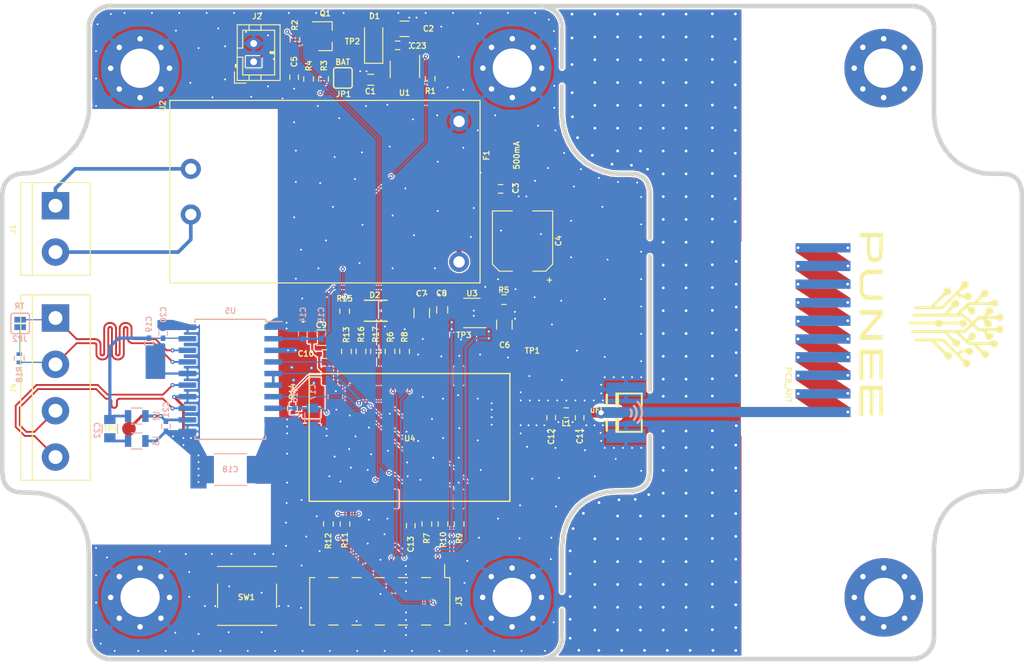
<source format=kicad_pcb>
(kicad_pcb (version 20171130) (host pcbnew "(5.0.0)")
  (layers (0 F.Cu signal) (31 B.Cu signal) (34 B.Paste user) (35 F.Paste user) (36 B.SilkS user) (37 F.SilkS user) (38 B.Mask user) (39 F.Mask user) (44 Edge.Cuts user))
  (net 0 "")
  (net 1 "Net-(AE1-Pad1)")
  (net 2 GND)
  (net 3 +5V)
  (net 4 +BATT)
  (net 5 /main/BATT_ADC)
  (net 6 +3V3)
  (net 7 "Net-(C12-Pad1)")
  (net 8 /main/RST)
  (net 9 GNDPWR)
  (net 10 +3.3VADC)
  (net 11 "Net-(D2-Pad1)")
  (net 12 "Net-(D2-Pad3)")
  (net 13 "Net-(D2-Pad4)")
  (net 14 "Net-(F1-Pad2)")
  (net 15 "Net-(J1-Pad1)")
  (net 16 "Net-(J1-Pad2)")
  (net 17 /main/SWCLK)
  (net 18 /main/BOOT0)
  (net 19 /main/SWDIO)
  (net 20 /main/I2C_SCL)
  (net 21 /main/DBG_TX)
  (net 22 /main/I2C_SDA)
  (net 23 /main/DBG_RX)
  (net 24 /transreciver/A-)
  (net 25 /transreciver/A+)
  (net 26 /transreciver/B-)
  (net 27 /transreciver/B+)
  (net 28 "Net-(JP1-Pad2)")
  (net 29 "Net-(JP2-Pad2)")
  (net 30 /main/BATT_EN)
  (net 31 "Net-(R1-Pad1)")
  (net 32 "Net-(R5-Pad2)")
  (net 33 /RS485_RX)
  (net 34 /RS485_TX)
  (net 35 /main/BATT_CHRG)
  (net 36 /main/LED_BLUE)
  (net 37 /main/LED_GREEN)
  (net 38 "Net-(U3-Pad4)")
  (net 39 "Net-(U4-Pad14)")
  (net 40 "Net-(U4-Pad15)")
  (net 41 "Net-(U4-Pad16)")
  (net 42 "Net-(U4-Pad20)")
  (net 43 /RS485_~DE)
  (net 44 "Net-(U4-Pad5)")
  (net 45 "Net-(U4-Pad4)")
  (net 46 "Net-(U4-Pad3)")
  (net 47 "Net-(U4-Pad2)")
  (module Jumpers:SMT-JUMPER_2_NO_SILK (layer B.Cu) (at 69.0372 111.64316 270)
    (fp_text reference JP2 (at 1.68148 0.03048 180) (layer B.SilkS) (effects (font (size 0.6096 0.6096) (thickness 0.127)) (justify mirror)))
    (fp_text value TR (at -1.88468 0.0762 180) (layer B.SilkS) (effects (font (size 0.6096 0.6096) (thickness 0.127)) (justify mirror)))
    (pad 1 smd rect (at -0.4064 0 270) (size 0.635 1.27) (layers B.Cu B.Mask) (net 25 /transreciver/A+))
    (pad 2 smd rect (at 0.4064 0 270) (size 0.635 1.27) (layers B.Cu B.Mask) (net 29 "Net-(JP2-Pad2)"))
  )
  (module Connectors_Terminal_Blocks:TerminalBlock_bornier-2_P5.08mm (layer F.Cu) (at 72.9107 98.7425 270)
    (fp_text reference J1 (at 2.54 4.6609 270) (layer F.SilkS) (effects (font (size 0.6096 0.6096) (thickness 0.127))))
    (fp_text value AC)
    (pad 1 thru_hole rect (at 0 0 270) (size 3 3) (drill 1.52) (layers *.Cu *.Mask) (net 15 "Net-(J1-Pad1)"))
    (pad 2 thru_hole circle (at 5.08 0 270) (size 3 3) (drill 1.52) (layers *.Cu *.Mask) (net 16 "Net-(J1-Pad2)"))
  )
  (module Resistors_SMD:R_0402 (layer B.Cu) (at 68.94068 115.45824 90)
    (fp_text reference R18 (at -1.78816 0.01524 90) (layer B.SilkS) (effects (font (size 0.6096 0.6096) (thickness 0.127)) (justify mirror)))
    (fp_text value 120R)
    (pad 2 smd rect (at 0.45 0 90) (size 0.4 0.6) (layers B.Cu B.Paste B.Mask) (net 29 "Net-(JP2-Pad2)"))
    (pad 1 smd rect (at -0.45 0 90) (size 0.4 0.6) (layers B.Cu B.Paste B.Mask) (net 24 /transreciver/A-))
  )
  (module Connectors_Terminal_Blocks:TerminalBlock_bornier-4_P5.08mm (layer F.Cu) (at 72.9107 111.0488 270)
    (fp_text reference J4 (at 7.70128 4.63042 270) (layer F.SilkS) (effects (font (size 0.6096 0.6096) (thickness 0.127))))
    (fp_text value RS485)
    (pad 4 thru_hole circle (at 15.24 0 270) (size 3 3) (drill 1.52) (layers *.Cu *.Mask) (net 26 /transreciver/B-))
    (pad 1 thru_hole rect (at 0 0 270) (size 3 3) (drill 1.52) (layers *.Cu *.Mask) (net 25 /transreciver/A+))
    (pad 3 thru_hole circle (at 10.16 0 270) (size 3 3) (drill 1.52) (layers *.Cu *.Mask) (net 27 /transreciver/B+))
    (pad 2 thru_hole circle (at 5.08 0 270) (size 3 3) (drill 1.52) (layers *.Cu *.Mask) (net 24 /transreciver/A-))
  )
  (module Capacitors_SMD:C_0805 (layer B.Cu) (at 78.867 123.174 270)
    (fp_text reference C22 (at 0.1905 1.3716 270) (layer B.SilkS) (effects (font (size 0.6096 0.6096) (thickness 0.127)) (justify mirror)))
    (fp_text value 10uF)
    (pad 1 smd rect (at -1 0 270) (size 1 1.25) (layers B.Cu B.Paste B.Mask) (net 10 +3.3VADC))
    (pad 2 smd rect (at 1 0 270) (size 1 1.25) (layers B.Cu B.Paste B.Mask) (net 9 GNDPWR))
  )
  (module swra227e:SWRA416 (layer B.Cu) (at 153.50744 113.35004 90)
    (fp_text reference AE1 hide)
    (fp_text value PCB_ANT (at -5.01396 -0.28194 270 unlocked) (layer F.SilkS) (effects (font (size 0.6096 0.6096) (thickness 0.127))))
    (fp_poly (pts (xy -8.974666 -6.519333) (xy -10.498666 -6.519333) (xy -10.498666 -5.503333) (xy -8.974666 -5.503333) (xy -8.974666 -6.519333)) (layer B.Cu) (width 0.01))
    (fp_poly (pts (xy -7.450666 -6.519333) (xy -8.551333 -6.519333) (xy -8.551333 6.519333) (xy -7.450666 6.519333) (xy -7.450666 -6.519333)) (layer B.Cu) (width 0.01))
    (fp_poly (pts (xy 10.498667 -6.519333) (xy -7.027333 -6.519333) (xy -7.027333 -5.503333) (xy 10.498667 -5.503333) (xy 10.498667 -6.519333)) (layer B.Cu) (width 0.01))
    (fp_poly (pts (xy -5.503333 0.508) (xy -6.519333 0.508) (xy -6.519333 6.519333) (xy -5.503333 6.519333) (xy -5.503333 0.508)) (layer B.Cu) (width 0.01))
    (fp_poly (pts (xy -3.471333 0.508) (xy -4.487333 0.508) (xy -4.487333 6.519333) (xy -3.471333 6.519333) (xy -3.471333 0.508)) (layer B.Cu) (width 0.01))
    (fp_poly (pts (xy -1.439333 0.508) (xy -2.54 0.508) (xy -2.54 6.519333) (xy -1.439333 6.519333) (xy -1.439333 0.508)) (layer B.Cu) (width 0.01))
    (fp_poly (pts (xy 0.508 0.508) (xy -0.508 0.508) (xy -0.508 6.519333) (xy 0.508 6.519333) (xy 0.508 0.508)) (layer B.Cu) (width 0.01))
    (fp_poly (pts (xy 2.54 0.508) (xy 1.439334 0.508) (xy 1.439334 6.519333) (xy 2.54 6.519333) (xy 2.54 0.508)) (layer B.Cu) (width 0.01))
    (fp_poly (pts (xy 4.487334 0.508) (xy 3.471334 0.508) (xy 3.471334 6.519333) (xy 4.487334 6.519333) (xy 4.487334 0.508)) (layer B.Cu) (width 0.01))
    (fp_poly (pts (xy 6.519334 0.508) (xy 5.503334 0.508) (xy 5.503334 6.519333) (xy 6.519334 6.519333) (xy 6.519334 0.508)) (layer B.Cu) (width 0.01))
    (fp_poly (pts (xy 8.551334 0.508) (xy 7.450667 0.508) (xy 7.450667 6.519333) (xy 8.551334 6.519333) (xy 8.551334 0.508)) (layer B.Cu) (width 0.01))
    (fp_poly (pts (xy 10.498667 0.508) (xy 9.482667 0.508) (xy 9.482667 6.519333) (xy 10.498667 6.519333) (xy 10.498667 0.508)) (layer B.Cu) (width 0.01))
    (fp_poly (pts (xy 10.498667 -6.519333) (xy -10.498666 -6.519333) (xy -10.498666 -5.503333) (xy 10.498667 -5.503333) (xy 10.498667 -6.519333)) (layer F.Cu) (width 0.01))
    (fp_poly (pts (xy -6.519333 5.001829) (xy -6.519155 3.749748) (xy -6.518976 2.497667) (xy -6.011333 1.735667) (xy -5.762598 1.338793) (xy -5.590698 1.014213) (xy -5.50866 0.78745) (xy -5.503512 0.740833) (xy -5.512249 0.60993) (xy -5.565857 0.540861) (xy -5.705044 0.51446) (xy -5.970521 0.511561) (xy -5.990166 0.511707) (xy -6.477 0.515414) (xy -7.450666 1.948566) (xy -7.450666 4.493829) (xy -7.958666 5.249334) (xy -8.24199 5.69844) (xy -8.410227 6.032984) (xy -8.466654 6.259497) (xy -8.466666 6.262086) (xy -8.459026 6.409401) (xy -8.408253 6.48592) (xy -8.272564 6.514835) (xy -8.010181 6.519333) (xy -7.539701 6.519333) (xy -6.519333 5.001829)) (layer F.Cu) (width 0.01))
    (fp_poly (pts (xy -5.00652 5.731966) (xy -4.487333 4.944598) (xy -4.487333 2.450918) (xy -4.021666 1.755379) (xy -3.76331 1.343083) (xy -3.611544 1.033311) (xy -3.556561 0.805603) (xy -3.556 0.78392) (xy -3.556 0.508) (xy -4.482966 0.508) (xy -4.993149 1.266752) (xy -5.503333 2.025505) (xy -5.503333 4.576416) (xy -5.969 5.271954) (xy -6.227356 5.684251) (xy -6.379122 5.994023) (xy -6.434105 6.22173) (xy -6.434666 6.243413) (xy -6.434666 6.519333) (xy -5.525707 6.519333) (xy -5.00652 5.731966)) (layer F.Cu) (width 0.01))
    (fp_poly (pts (xy -4.0005 6.518005) (xy -3.513666 6.516677) (xy -2.54 5.028441) (xy -2.54 2.533505) (xy -2.032 1.778) (xy -1.748676 1.328893) (xy -1.580439 0.994349) (xy -1.524012 0.767836) (xy -1.524 0.765248) (xy -1.530916 0.620601) (xy -1.578845 0.544) (xy -1.708556 0.514012) (xy -1.96082 0.509205) (xy -2.010833 0.509328) (xy -2.497666 0.510657) (xy -2.9845 1.254775) (xy -3.471333 1.998893) (xy -3.471512 3.26428) (xy -3.47169 4.529667) (xy -3.979333 5.291667) (xy -4.228068 5.68854) (xy -4.399969 6.01312) (xy -4.482006 6.239884) (xy -4.487155 6.2865) (xy -4.478307 6.417455) (xy -4.424367 6.486788) (xy -4.284625 6.513865) (xy -4.018372 6.518051) (xy -4.0005 6.518005)) (layer F.Cu) (width 0.01))
    (fp_poly (pts (xy -1.018184 5.760581) (xy -0.508 5.001829) (xy -0.507821 3.749748) (xy -0.507643 2.497667) (xy 0 1.735667) (xy 0.248735 1.338793) (xy 0.420636 1.014213) (xy 0.502673 0.78745) (xy 0.507822 0.740833) (xy 0.499153 0.610691) (xy 0.44598 0.541162) (xy 0.307936 0.513263) (xy 0.044652 0.508011) (xy 0.012709 0.508) (xy -0.482582 0.508) (xy -0.960957 1.226836) (xy -1.439333 1.945672) (xy -1.439333 4.429543) (xy -1.947333 5.21373) (xy -2.231121 5.680615) (xy -2.399904 6.028149) (xy -2.455333 6.258625) (xy -2.447946 6.407919) (xy -2.397928 6.485466) (xy -2.263496 6.51477) (xy -2.002866 6.519333) (xy -1.528367 6.519333) (xy -1.018184 5.760581)) (layer F.Cu) (width 0.01))
    (fp_poly (pts (xy 0.960958 5.800498) (xy 1.439334 5.081662) (xy 1.439334 2.558532) (xy 1.947334 1.784891) (xy 2.226309 1.331723) (xy 2.396797 0.988292) (xy 2.455325 0.761612) (xy 2.455334 0.759625) (xy 2.447262 0.615522) (xy 2.395198 0.540669) (xy 2.25737 0.512388) (xy 1.992005 0.508) (xy 1.528368 0.508) (xy 1.018184 1.266752) (xy 0.508 2.025505) (xy 0.507822 3.277586) (xy 0.507643 4.529667) (xy 0 5.291667) (xy -0.248735 5.68854) (xy -0.420635 6.01312) (xy -0.502673 6.239884) (xy -0.507821 6.2865) (xy -0.499153 6.416643) (xy -0.44598 6.486172) (xy -0.307935 6.514071) (xy -0.044651 6.519323) (xy -0.012709 6.519333) (xy 0.482582 6.519333) (xy 0.960958 5.800498)) (layer F.Cu) (width 0.01))
    (fp_poly (pts (xy 2.010834 6.518005) (xy 2.497667 6.516677) (xy 2.9845 5.772559) (xy 3.471334 5.028441) (xy 3.471512 3.763054) (xy 3.471691 2.497667) (xy 3.979334 1.735667) (xy 4.228068 1.338793) (xy 4.399969 1.014213) (xy 4.482007 0.78745) (xy 4.487155 0.740833) (xy 4.478307 0.609879) (xy 4.424367 0.540546) (xy 4.284625 0.513469) (xy 4.018372 0.509283) (xy 4.0005 0.509328) (xy 3.513667 0.510657) (xy 3.026834 1.254775) (xy 2.54 1.998893) (xy 2.54 4.493829) (xy 2.032 5.249334) (xy 1.748677 5.69844) (xy 1.58044 6.032984) (xy 1.524012 6.259497) (xy 1.524 6.262086) (xy 1.530916 6.406733) (xy 1.578845 6.483334) (xy 1.708556 6.513322) (xy 1.96082 6.518129) (xy 2.010834 6.518005)) (layer F.Cu) (width 0.01))
    (fp_poly (pts (xy 5.503334 4.958955) (xy 5.503334 2.450918) (xy 5.969 1.755379) (xy 6.227357 1.343083) (xy 6.379123 1.033311) (xy 6.434105 0.805603) (xy 6.434667 0.78392) (xy 6.434667 0.508) (xy 5.525708 0.508) (xy 5.006521 1.295368) (xy 4.487334 2.082735) (xy 4.487334 4.576416) (xy 4.021667 5.271954) (xy 3.76331 5.684251) (xy 3.611544 5.994023) (xy 3.556562 6.22173) (xy 3.556 6.243413) (xy 3.556 6.519333) (xy 4.484006 6.519333) (xy 5.503334 4.958955)) (layer F.Cu) (width 0.01))
    (fp_poly (pts (xy 5.990167 6.518005) (xy 6.477 6.516677) (xy 6.963834 5.772559) (xy 7.450667 5.028441) (xy 7.450667 2.533505) (xy 7.958667 1.778) (xy 8.24199 1.328893) (xy 8.410227 0.994349) (xy 8.466655 0.767836) (xy 8.466667 0.765248) (xy 8.458911 0.617492) (xy 8.407679 0.541014) (xy 8.271019 0.512341) (xy 8.006983 0.508) (xy 7.547217 0.508) (xy 7.033275 1.246641) (xy 6.519334 1.985281) (xy 6.518976 4.529667) (xy 6.011334 5.291667) (xy 5.762599 5.68854) (xy 5.590698 6.01312) (xy 5.50866 6.239884) (xy 5.503512 6.2865) (xy 5.51236 6.417455) (xy 5.5663 6.486788) (xy 5.706042 6.513865) (xy 5.972295 6.518051) (xy 5.990167 6.518005)) (layer F.Cu) (width 0.01))
    (fp_poly (pts (xy 9.482667 5.001829) (xy 9.482845 3.749748) (xy 9.483024 2.497667) (xy 9.990667 1.735667) (xy 10.239402 1.338793) (xy 10.411302 1.014213) (xy 10.49334 0.78745) (xy 10.498488 0.740833) (xy 10.48982 0.610691) (xy 10.436647 0.541162) (xy 10.298602 0.513263) (xy 10.035318 0.508011) (xy 10.003376 0.508) (xy 9.508085 0.508) (xy 9.029709 1.226836) (xy 8.551334 1.945672) (xy 8.551334 4.493829) (xy 8.043334 5.249334) (xy 7.76001 5.69844) (xy 7.591773 6.032984) (xy 7.535346 6.259497) (xy 7.535334 6.262086) (xy 7.542974 6.409401) (xy 7.593747 6.48592) (xy 7.729436 6.514835) (xy 7.991819 6.519333) (xy 8.462299 6.519333) (xy 9.482667 5.001829)) (layer F.Cu) (width 0.01))
    (pad "" thru_hole circle (at -8.01 6.23 90) (size 0.5 0.5) (drill 0.3) (layers *.Cu))
    (pad "" thru_hole circle (at -5.96 6.23 90) (size 0.5 0.5) (drill 0.3) (layers *.Cu))
    (pad "" thru_hole circle (at -3.98 6.23 90) (size 0.5 0.5) (drill 0.3) (layers *.Cu))
    (pad "" thru_hole circle (at -1.99 6.23 90) (size 0.5 0.5) (drill 0.3) (layers *.Cu))
    (pad "" thru_hole circle (at 0 6.23 90) (size 0.5 0.5) (drill 0.3) (layers *.Cu))
    (pad "" thru_hole circle (at 2 6.22 90) (size 0.5 0.5) (drill 0.3) (layers *.Cu))
    (pad "" thru_hole circle (at 4 6.22 90) (size 0.5 0.5) (drill 0.3) (layers *.Cu))
    (pad "" thru_hole circle (at 6.01 6.21 90) (size 0.5 0.5) (drill 0.3) (layers *.Cu))
    (pad "" thru_hole circle (at 8 6.24 90) (size 0.5 0.5) (drill 0.3) (layers *.Cu))
    (pad "" thru_hole circle (at 9.99 6.23 90) (size 0.5 0.5) (drill 0.3) (layers *.Cu))
    (pad "" thru_hole circle (at 10 0.78 90) (size 0.5 0.5) (drill 0.3) (layers *.Cu))
    (pad "" thru_hole circle (at 7.99 0.79 90) (size 0.5 0.5) (drill 0.3) (layers *.Cu))
    (pad "" thru_hole circle (at 6 0.78 90) (size 0.5 0.5) (drill 0.3) (layers *.Cu))
    (pad "" thru_hole circle (at 4 0.79 90) (size 0.5 0.5) (drill 0.3) (layers *.Cu))
    (pad "" thru_hole circle (at 1.95 0.79 90) (size 0.5 0.5) (drill 0.3) (layers *.Cu))
    (pad "" thru_hole circle (at 0 0.78 90) (size 0.5 0.5) (drill 0.3) (layers *.Cu))
    (pad "" thru_hole circle (at -2.01 0.79 90) (size 0.5 0.5) (drill 0.3) (layers *.Cu))
    (pad "" thru_hole circle (at -4.01 0.79 90) (size 0.5 0.5) (drill 0.3) (layers *.Cu))
    (pad "" thru_hole circle (at -6 0.8 90) (size 0.5 0.5) (drill 0.3) (layers *.Cu))
    (pad 1 smd circle (at -8 -6 90) (size 0.8 0.8) (layers B.Cu B.Paste) (net 1 "Net-(AE1-Pad1)"))
    (pad 2 thru_hole circle (at -9.5 -6 90) (size 0.5 0.5) (drill 0.3) (layers *.Cu *.Mask) (net 2 GND))
    (pad "" thru_hole circle (at -4 -6 90) (size 0.5 0.5) (drill 0.3) (layers *.Cu *.Mask))
    (pad "" thru_hole circle (at -1.5 -6 90) (size 0.5 0.5) (drill 0.3) (layers *.Cu *.Mask))
    (pad "" thru_hole circle (at 1 -6 90) (size 0.5 0.5) (drill 0.3) (layers *.Cu *.Mask))
    (pad "" thru_hole circle (at 3.5 -6 90) (size 0.5 0.5) (drill 0.3) (layers *.Cu *.Mask))
    (pad "" thru_hole circle (at 6 -6 90) (size 0.5 0.5) (drill 0.3) (layers *.Cu *.Mask))
    (pad "" thru_hole circle (at 8.5 -6 90) (size 0.5 0.5) (drill 0.3) (layers *.Cu *.Mask))
    (pad 2 smd circle (at 9.7155 -6.0325 90) (size 0.6 0.6) (layers B.Cu B.Paste B.Mask) (net 2 GND))
    (pad 2 smd circle (at -10.16 -6.0325 90) (size 0.6 0.6) (layers B.Cu B.Paste B.Mask) (net 2 GND))
  )
  (module Capacitors_SMD:C_0603 (layer F.Cu) (at 107.46232 84.94268)
    (fp_text reference C1 (at -0.04572 1.27 -180) (layer F.SilkS) (effects (font (size 0.6096 0.6096) (thickness 0.127))))
    (fp_text value 1uF)
    (pad 1 smd rect (at -0.75 0) (size 0.8 0.75) (layers F.Cu F.Paste F.Mask) (net 2 GND))
    (pad 2 smd rect (at 0.75 0) (size 0.8 0.75) (layers F.Cu F.Paste F.Mask) (net 3 +5V))
  )
  (module Capacitors_SMD:C_0805 (layer F.Cu) (at 111.1512 79.35468 180)
    (fp_text reference C2 (at -2.63144 0.02032 180) (layer F.SilkS) (effects (font (size 0.6096 0.6096) (thickness 0.127))))
    (fp_text value 10uF)
    (pad 2 smd rect (at 1 0 180) (size 1 1.25) (layers F.Cu F.Paste F.Mask) (net 4 +BATT))
    (pad 1 smd rect (at -1 0 180) (size 1 1.25) (layers F.Cu F.Paste F.Mask) (net 2 GND))
  )
  (module Capacitors_SMD:C_0402 (layer F.Cu) (at 121.69278 96.901)
    (fp_text reference C3 (at 1.651 -0.0762 -90) (layer F.SilkS) (effects (font (size 0.6096 0.6096) (thickness 0.127))))
    (fp_text value 100nF)
    (pad 2 smd rect (at 0.55 0) (size 0.6 0.5) (layers F.Cu F.Paste F.Mask) (net 2 GND))
    (pad 1 smd rect (at -0.55 0) (size 0.6 0.5) (layers F.Cu F.Paste F.Mask) (net 3 +5V))
  )
  (module Capacitors_SMD:CP_Elec_6.3x7.7 (layer F.Cu) (at 124.09278 102.616 90)
    (fp_text reference C4 (at 0.0254 3.937 90) (layer F.SilkS) (effects (font (size 0.6096 0.6096) (thickness 0.127))))
    (fp_text value 220uF)
    (fp_text user + (at -4.28 2.91 90) (layer F.SilkS) (effects (font (size 0.6096 0.6096) (thickness 0.127))))
    (pad 2 smd rect (at 2.7 0 270) (size 3.5 1.6) (layers F.Cu F.Paste F.Mask) (net 2 GND))
    (pad 1 smd rect (at -2.7 0 270) (size 3.5 1.6) (layers F.Cu F.Paste F.Mask) (net 3 +5V))
  )
  (module Capacitors_SMD:C_0402 (layer F.Cu) (at 99.06254 84.65956 90)
    (fp_text reference C5 (at 1.693 0 90) (layer F.SilkS) (effects (font (size 0.6096 0.6096) (thickness 0.127))))
    (fp_text value 100nF)
    (pad 2 smd rect (at 0.55 0 90) (size 0.6 0.5) (layers F.Cu F.Paste F.Mask) (net 2 GND))
    (pad 1 smd rect (at -0.55 0 90) (size 0.6 0.5) (layers F.Cu F.Paste F.Mask) (net 5 /main/BATT_ADC))
  )
  (module Capacitors_SMD:C_0805 (layer F.Cu) (at 122.10034 111.779108 270)
    (fp_text reference C6 (at 2.23056 -0.03048 180) (layer F.SilkS) (effects (font (size 0.6096 0.6096) (thickness 0.127))))
    (fp_text value 10uF)
    (pad 2 smd rect (at 1 0 270) (size 1 1.25) (layers F.Cu F.Paste F.Mask) (net 3 +5V))
    (pad 1 smd rect (at -1 0 270) (size 1 1.25) (layers F.Cu F.Paste F.Mask) (net 2 GND))
  )
  (module Capacitors_SMD:C_0805 (layer F.Cu) (at 113.04778 110.5154 90)
    (fp_text reference C7 (at 2.14884 -0.04064) (layer F.SilkS) (effects (font (size 0.6096 0.6096) (thickness 0.127))))
    (fp_text value 10uF)
    (pad 1 smd rect (at -1 0 90) (size 1 1.25) (layers F.Cu F.Paste F.Mask) (net 6 +3V3))
    (pad 2 smd rect (at 1 0 90) (size 1 1.25) (layers F.Cu F.Paste F.Mask) (net 2 GND))
  )
  (module Capacitors_SMD:C_0603 (layer F.Cu) (at 115.28856 110.15288 90)
    (fp_text reference C8 (at 1.81356 -0.06604) (layer F.SilkS) (effects (font (size 0.6096 0.6096) (thickness 0.127))))
    (fp_text value 1uF)
    (pad 2 smd rect (at 0.75 0 90) (size 0.8 0.75) (layers F.Cu F.Paste F.Mask) (net 2 GND))
    (pad 1 smd rect (at -0.75 0 90) (size 0.8 0.75) (layers F.Cu F.Paste F.Mask) (net 6 +3V3))
  )
  (module Capacitors_SMD:C_0805 (layer F.Cu) (at 102.04958 113.2078)
    (fp_text reference C9 (at -0.01016 -1.3716 180) (layer F.SilkS) (effects (font (size 0.6096 0.6096) (thickness 0.127))))
    (fp_text value 10uF)
    (pad 1 smd rect (at -1 0) (size 1 1.25) (layers F.Cu F.Paste F.Mask) (net 6 +3V3))
    (pad 2 smd rect (at 1 0) (size 1 1.25) (layers F.Cu F.Paste F.Mask) (net 2 GND))
  )
  (module Capacitors_SMD:C_0402 (layer F.Cu) (at 102.36454 115.0014)
    (fp_text reference C10 (at -2.01352 -0.04572) (layer F.SilkS) (effects (font (size 0.6096 0.6096) (thickness 0.127))))
    (fp_text value 100nF)
    (pad 2 smd rect (at 0.55 0) (size 0.6 0.5) (layers F.Cu F.Paste F.Mask) (net 2 GND))
    (pad 1 smd rect (at -0.55 0) (size 0.6 0.5) (layers F.Cu F.Paste F.Mask) (net 6 +3V3))
  )
  (module Capacitors_SMD:C_0402 (layer F.Cu) (at 130.34772 121.98044 270)
    (fp_text reference C11 (at 1.99188 -0.02032 270) (layer F.SilkS) (effects (font (size 0.6096 0.6096) (thickness 0.127))))
    (fp_text value NC)
    (pad 2 smd rect (at 0.55 0 270) (size 0.6 0.5) (layers F.Cu F.Paste F.Mask) (net 2 GND))
    (pad 1 smd rect (at -0.55 0 270) (size 0.6 0.5) (layers F.Cu F.Paste F.Mask) (net 1 "Net-(AE1-Pad1)"))
  )
  (module Capacitors_SMD:C_0402 (layer F.Cu) (at 127.23368 121.98044 270)
    (fp_text reference C12 (at 2.063 0.00508 270) (layer F.SilkS) (effects (font (size 0.6096 0.6096) (thickness 0.127))))
    (fp_text value NC)
    (pad 1 smd rect (at -0.55 0 270) (size 0.6 0.5) (layers F.Cu F.Paste F.Mask) (net 7 "Net-(C12-Pad1)"))
    (pad 2 smd rect (at 0.55 0 270) (size 0.6 0.5) (layers F.Cu F.Paste F.Mask) (net 2 GND))
  )
  (module Capacitors_SMD:C_0402 (layer F.Cu) (at 111.84128 133.81162 90)
    (fp_text reference C13 (at -2.032 0 90) (layer F.SilkS) (effects (font (size 0.6096 0.6096) (thickness 0.127))))
    (fp_text value 100nF)
    (pad 2 smd rect (at 0.55 0 90) (size 0.6 0.5) (layers F.Cu F.Paste F.Mask) (net 8 /main/RST))
    (pad 1 smd rect (at -0.55 0 90) (size 0.6 0.5) (layers F.Cu F.Paste F.Mask) (net 2 GND))
  )
  (module Capacitors_SMD:C_0402 (layer B.Cu) (at 100.0125 112.7975 90)
    (fp_text reference C14 (at 2.074 0.0254 270) (layer B.SilkS) (effects (font (size 0.6096 0.6096) (thickness 0.127)) (justify mirror)))
    (fp_text value 100nF)
    (pad 2 smd rect (at 0.55 0 90) (size 0.6 0.5) (layers B.Cu B.Paste B.Mask) (net 2 GND))
    (pad 1 smd rect (at -0.55 0 90) (size 0.6 0.5) (layers B.Cu B.Paste B.Mask) (net 6 +3V3))
  )
  (module Capacitors_SMD:C_0402 (layer B.Cu) (at 102.0445 112.7975 90)
    (fp_text reference C15 (at 2.074 -0.0127 90) (layer B.SilkS) (effects (font (size 0.6096 0.6096) (thickness 0.127)) (justify mirror)))
    (fp_text value 10nF)
    (pad 1 smd rect (at -0.55 0 90) (size 0.6 0.5) (layers B.Cu B.Paste B.Mask) (net 6 +3V3))
    (pad 2 smd rect (at 0.55 0 90) (size 0.6 0.5) (layers B.Cu B.Paste B.Mask) (net 2 GND))
  )
  (module Capacitors_SMD:C_0402 (layer B.Cu) (at 99.1108 121.4794 270)
    (fp_text reference C16 (at -2.0281 -0.0127 270) (layer B.SilkS) (effects (font (size 0.6096 0.6096) (thickness 0.127)) (justify mirror)))
    (fp_text value 100nF)
    (pad 2 smd rect (at 0.55 0 270) (size 0.6 0.5) (layers B.Cu B.Paste B.Mask) (net 2 GND))
    (pad 1 smd rect (at -0.55 0 270) (size 0.6 0.5) (layers B.Cu B.Paste B.Mask) (net 6 +3V3))
  )
  (module Capacitors_SMD:C_0805 (layer B.Cu) (at 101.091 121.9294 270)
    (fp_text reference C17 (at -2.7781 -0.0127 270) (layer B.SilkS) (effects (font (size 0.6096 0.6096) (thickness 0.127)) (justify mirror)))
    (fp_text value 10uF)
    (pad 2 smd rect (at 1 0 270) (size 1 1.25) (layers B.Cu B.Paste B.Mask) (net 2 GND))
    (pad 1 smd rect (at -1 0 270) (size 1 1.25) (layers B.Cu B.Paste B.Mask) (net 6 +3V3))
  )
  (module Capacitors_SMD:C_1812 (layer B.Cu) (at 92.075 127.6604)
    (fp_text reference C18 (at 0.0013 -0.0254) (layer B.SilkS) (effects (font (size 0.6096 0.6096) (thickness 0.127)) (justify mirror)))
    (fp_text value 100nF)
    (pad 2 smd rect (at 2.3 0) (size 1 3) (layers B.Cu B.Paste B.Mask) (net 2 GND))
    (pad 1 smd rect (at -2.3 0) (size 1 3) (layers B.Cu B.Paste B.Mask) (net 9 GNDPWR))
  )
  (module Capacitors_SMD:C_0402 (layer B.Cu) (at 83.1596 113.8086 270)
    (fp_text reference C19 (at -2.0828 0.0127 270) (layer B.SilkS) (effects (font (size 0.6096 0.6096) (thickness 0.127)) (justify mirror)))
    (fp_text value 100nF)
    (pad 2 smd rect (at 0.55 0 270) (size 0.6 0.5) (layers B.Cu B.Paste B.Mask) (net 9 GNDPWR))
    (pad 1 smd rect (at -0.55 0 270) (size 0.6 0.5) (layers B.Cu B.Paste B.Mask) (net 10 +3.3VADC))
  )
  (module Capacitors_SMD:C_0402 (layer B.Cu) (at 84.6963 112.7164 90)
    (fp_text reference C20 (at 2.0359 0.0381 90) (layer B.SilkS) (effects (font (size 0.6096 0.6096) (thickness 0.127)) (justify mirror)))
    (fp_text value 10nF)
    (pad 2 smd rect (at 0.55 0 90) (size 0.6 0.5) (layers B.Cu B.Paste B.Mask) (net 9 GNDPWR))
    (pad 1 smd rect (at -0.55 0 90) (size 0.6 0.5) (layers B.Cu B.Paste B.Mask) (net 10 +3.3VADC))
  )
  (module Capacitors_SMD:C_0402 (layer B.Cu) (at 85.0138 122.9145 270)
    (fp_text reference C21 (at -1.82 -0.0127 270) (layer B.SilkS) (effects (font (size 0.6096 0.6096) (thickness 0.127)) (justify mirror)))
    (fp_text value 100nF)
    (pad 1 smd rect (at -0.55 0 270) (size 0.6 0.5) (layers B.Cu B.Paste B.Mask) (net 10 +3.3VADC))
    (pad 2 smd rect (at 0.55 0 270) (size 0.6 0.5) (layers B.Cu B.Paste B.Mask) (net 9 GNDPWR))
  )
  (module Capacitors_SMD:C_0402 (layer F.Cu) (at 110.4012 81.16824 180)
    (fp_text reference C23 (at -2.2732 -0.05588 180) (layer F.SilkS) (effects (font (size 0.6096 0.6096) (thickness 0.127))))
    (fp_text value 100nF)
    (pad 1 smd rect (at -0.55 0 180) (size 0.6 0.5) (layers F.Cu F.Paste F.Mask) (net 2 GND))
    (pad 2 smd rect (at 0.55 0 180) (size 0.6 0.5) (layers F.Cu F.Paste F.Mask) (net 4 +BATT))
  )
  (module Diodes_SMD:D_SOD-123 (layer F.Cu) (at 107.77728 80.88884 90)
    (fp_text reference D1 (at 2.921 0.09652) (layer F.SilkS) (effects (font (size 0.6096 0.6096) (thickness 0.127))))
    (fp_text value MBR120)
    (pad 2 smd rect (at 1.65 0 90) (size 0.9 1.2) (layers F.Cu F.Paste F.Mask) (net 4 +BATT))
    (pad 1 smd rect (at -1.65 0 90) (size 0.9 1.2) (layers F.Cu F.Paste F.Mask) (net 3 +5V))
  )
  (module RAGB:LED_RAGB (layer F.Cu) (at 106.75874 109.7026)
    (fp_text reference D2 (at 1.14808 -1.1684) (layer F.SilkS) (effects (font (size 0.6096 0.6096) (thickness 0.127))))
    (fp_text value LED_RAGB)
    (pad 1 smd rect (at 0 0) (size 1.8 0.8) (layers F.Cu F.Paste F.Mask) (net 11 "Net-(D2-Pad1)"))
    (pad 2 smd rect (at 2.5 0) (size 1.8 0.8) (layers F.Cu F.Paste F.Mask) (net 6 +3V3))
    (pad 3 smd rect (at 0 1.1) (size 1.8 0.8) (layers F.Cu F.Paste F.Mask) (net 12 "Net-(D2-Pad3)"))
    (pad 4 smd rect (at 2.5 1.1) (size 1.8 0.8) (layers F.Cu F.Paste F.Mask) (net 13 "Net-(D2-Pad4)"))
  )
  (module Fuses:1206 (layer F.Cu) (at 121.793 93.2307 90)
    (fp_text reference F1 (at 0 -1.651 90) (layer F.SilkS) (effects (font (size 0.6096 0.6096) (thickness 0.127))))
    (fp_text value 500mA (at 0 1.651 90) (layer F.SilkS) (effects (font (size 0.6096 0.6096) (thickness 0.127))))
    (pad 1 smd rect (at -1.39954 0 90) (size 1.59766 1.79832) (layers F.Cu F.Paste F.Mask) (net 3 +5V))
    (pad 2 smd rect (at 1.39954 0 90) (size 1.59766 1.79832) (layers F.Cu F.Paste F.Mask) (net 14 "Net-(F1-Pad2)"))
  )
  (module Connectors_JST:JST_PH_B2B-PH-K_02x2.00mm_Straight (layer F.Cu) (at 94.62516 82.96572 90)
    (fp_text reference J2 (at 4.9784 0.381 180) (layer F.SilkS) (effects (font (size 0.6096 0.6096) (thickness 0.127))))
    (fp_text value BATT)
    (pad 2 thru_hole oval (at 2 0 90) (size 1.2 1.7) (drill 0.75) (layers *.Cu *.Mask) (net 2 GND))
    (pad 1 thru_hole rect (at 0 0 90) (size 1.2 1.7) (drill 0.75) (layers *.Cu *.Mask) (net 4 +BATT))
  )
  (module Pin_Headers:Pin_Header_Straight_2x06_Pitch2.54mm_SMD (layer F.Cu) (at 108.44784 142.09776 270)
    (fp_text reference J3 (at 0 -8.68 270) (layer F.SilkS) (effects (font (size 0.6096 0.6096) (thickness 0.127))))
    (fp_text value DBG)
    (pad 12 smd rect (at 2.525 6.35 270) (size 3.15 1) (layers F.Cu F.Paste F.Mask) (net 8 /main/RST))
    (pad 11 smd rect (at -2.525 6.35 270) (size 3.15 1) (layers F.Cu F.Paste F.Mask) (net 17 /main/SWCLK))
    (pad 10 smd rect (at 2.525 3.81 270) (size 3.15 1) (layers F.Cu F.Paste F.Mask) (net 18 /main/BOOT0))
    (pad 9 smd rect (at -2.525 3.81 270) (size 3.15 1) (layers F.Cu F.Paste F.Mask) (net 19 /main/SWDIO))
    (pad 8 smd rect (at 2.525 1.27 270) (size 3.15 1) (layers F.Cu F.Paste F.Mask) (net 20 /main/I2C_SCL))
    (pad 7 smd rect (at -2.525 1.27 270) (size 3.15 1) (layers F.Cu F.Paste F.Mask) (net 21 /main/DBG_TX))
    (pad 6 smd rect (at 2.525 -1.27 270) (size 3.15 1) (layers F.Cu F.Paste F.Mask) (net 22 /main/I2C_SDA))
    (pad 5 smd rect (at -2.525 -1.27 270) (size 3.15 1) (layers F.Cu F.Paste F.Mask) (net 23 /main/DBG_RX))
    (pad 4 smd rect (at 2.525 -3.81 270) (size 3.15 1) (layers F.Cu F.Paste F.Mask) (net 2 GND))
    (pad 3 smd rect (at -2.525 -3.81 270) (size 3.15 1) (layers F.Cu F.Paste F.Mask) (net 2 GND))
    (pad 2 smd rect (at 2.525 -6.35 270) (size 3.15 1) (layers F.Cu F.Paste F.Mask) (net 6 +3V3))
    (pad 1 smd rect (at -2.525 -6.35 270) (size 3.15 1) (layers F.Cu F.Paste F.Mask) (net 3 +5V))
  )
  (module U.FL-R-SMT:SMA_UFL_PAD_TINY (layer F.Cu) (at 137.76679 121.42724)
    (fp_text reference J$1 hide)
    (fp_text value ANTENNATINY hide)
    (fp_text user uFL (at -5.4991 0.04785) (layer F.SilkS) (effects (font (size 0.6096 0.6096) (thickness 0.127)) (justify bottom)))
    (pad GND3 smd rect (at -2.3495 2.54 180) (size 4.318 1.524) (layers B.Cu B.Mask) (net 2 GND))
    (pad GND4 smd rect (at -2.3495 -2.54 180) (size 4.318 1.524) (layers B.Cu B.Mask) (net 2 GND))
    (pad ANT3 smd roundrect (at -3.58875 0) (size 2.032 1.143) (layers B.Cu B.Paste B.Mask) (roundrect_rratio 0.05) (net 1 "Net-(AE1-Pad1)"))
    (pad GND3 smd rect (at -2.3495 2.54) (size 4.318 1.524) (layers F.Cu F.Mask) (net 2 GND))
    (pad GND4 smd rect (at -2.3495 -2.54) (size 4.318 1.524) (layers F.Cu F.Mask) (net 2 GND))
    (pad ANT2 thru_hole circle (at -5.08 0 180) (size 1.27 1.27) (drill 0.5588) (layers *.Cu *.Mask) (net 1 "Net-(AE1-Pad1)"))
    (pad ANT1 smd roundrect (at -3.84275 0 180) (size 1.524 1.016) (layers F.Cu F.Paste F.Mask) (roundrect_rratio 0.1) (net 1 "Net-(AE1-Pad1)"))
    (pad GND1 smd roundrect (at -2.2225 -1.47025 180) (size 2.2 1.016) (layers F.Cu F.Paste F.Mask) (roundrect_rratio 0.1) (net 2 GND))
    (pad GND2 smd roundrect (at -2.2225 1.47025 180) (size 2.2 1.016) (layers F.Cu F.Paste F.Mask) (roundrect_rratio 0.1) (net 2 GND))
  )
  (module Jumpers:SMT-JUMPER_2_NO_SILK (layer F.Cu) (at 104.40416 84.73948 270)
    (fp_text reference JP1 (at 1.778 -0.0762) (layer F.SilkS) (effects (font (size 0.6096 0.6096) (thickness 0.127))))
    (fp_text value BAT (at -1.7399 0.0254) (layer F.SilkS) (effects (font (size 0.6096 0.6096) (thickness 0.127))))
    (pad 1 smd rect (at -0.4064 0 270) (size 0.635 1.27) (layers F.Cu F.Mask) (net 4 +BATT))
    (pad 2 smd rect (at 0.4064 0 270) (size 0.635 1.27) (layers F.Cu F.Mask) (net 28 "Net-(JP1-Pad2)"))
  )
  (module Inductors_SMD:L_0402 (layer F.Cu) (at 128.8796 121.42724 180)
    (fp_text reference L1 (at -0.02032 -1.15316 180) (layer F.SilkS) (effects (font (size 0.6096 0.6096) (thickness 0.127))))
    (fp_text value NC)
    (pad 2 smd rect (at 0.45 0 180) (size 0.4 0.6) (layers F.Cu F.Paste F.Mask) (net 7 "Net-(C12-Pad1)"))
    (pad 1 smd rect (at -0.45 0 180) (size 0.4 0.6) (layers F.Cu F.Paste F.Mask) (net 1 "Net-(AE1-Pad1)"))
  )
  (module Inductors_SMD:L_0805 (layer B.Cu) (at 81.8134 121.793)
    (fp_text reference L2 (at 2.1463 0 90) (layer B.SilkS) (effects (font (size 0.6096 0.6096) (thickness 0.127)) (justify mirror)))
    (fp_text value 2k@100Mhz)
    (pad 2 smd rect (at 0.95 0) (size 0.7 1.3) (layers B.Cu B.Paste B.Mask) (net 10 +3.3VADC))
    (pad 1 smd rect (at -0.95 0) (size 0.7 1.3) (layers B.Cu B.Paste B.Mask) (net 10 +3.3VADC))
  )
  (module Inductors_SMD:L_0805 (layer B.Cu) (at 81.8134 124.5235)
    (fp_text reference L3 (at 2.1336 -0.0127 90) (layer B.SilkS) (effects (font (size 0.6096 0.6096) (thickness 0.127)) (justify mirror)))
    (fp_text value 2k@100Mhz)
    (pad 1 smd rect (at -0.95 0) (size 0.7 1.3) (layers B.Cu B.Paste B.Mask) (net 9 GNDPWR))
    (pad 2 smd rect (at 0.95 0) (size 0.7 1.3) (layers B.Cu B.Paste B.Mask) (net 9 GNDPWR))
  )
  (module Mounting_Holes:MountingHole_4.3mm_M4_Pad_Via (layer F.Cu) (at 82.1817 83.6803)
    (fp_text reference MH1 hide)
    (fp_text value MountingHole_Pad)
    (pad 1 thru_hole circle (at 2.280419 -2.280419) (size 0.9 0.9) (drill 0.6) (layers *.Cu *.Mask) (net 2 GND))
    (pad 1 thru_hole circle (at 0 -3.225) (size 0.9 0.9) (drill 0.6) (layers *.Cu *.Mask) (net 2 GND))
    (pad 1 thru_hole circle (at -2.280419 -2.280419) (size 0.9 0.9) (drill 0.6) (layers *.Cu *.Mask) (net 2 GND))
    (pad 1 thru_hole circle (at -3.225 0) (size 0.9 0.9) (drill 0.6) (layers *.Cu *.Mask) (net 2 GND))
    (pad 1 thru_hole circle (at -2.280419 2.280419) (size 0.9 0.9) (drill 0.6) (layers *.Cu *.Mask) (net 2 GND))
    (pad 1 thru_hole circle (at 0 3.225) (size 0.9 0.9) (drill 0.6) (layers *.Cu *.Mask) (net 2 GND))
    (pad 1 thru_hole circle (at 2.280419 2.280419) (size 0.9 0.9) (drill 0.6) (layers *.Cu *.Mask) (net 2 GND))
    (pad 1 thru_hole circle (at 3.225 0) (size 0.9 0.9) (drill 0.6) (layers *.Cu *.Mask) (net 2 GND))
    (pad 1 thru_hole circle (at 0 0) (size 8.6 8.6) (drill 4.3) (layers *.Cu *.Mask) (net 2 GND))
  )
  (module Mounting_Holes:MountingHole_4.3mm_M4_Pad_Via (layer F.Cu) (at 82.1817 141.6685)
    (fp_text reference MH2 hide)
    (fp_text value MountingHole_Pad)
    (pad 1 thru_hole circle (at 2.280419 -2.280419) (size 0.9 0.9) (drill 0.6) (layers *.Cu *.Mask) (net 2 GND))
    (pad 1 thru_hole circle (at 0 -3.225) (size 0.9 0.9) (drill 0.6) (layers *.Cu *.Mask) (net 2 GND))
    (pad 1 thru_hole circle (at -2.280419 -2.280419) (size 0.9 0.9) (drill 0.6) (layers *.Cu *.Mask) (net 2 GND))
    (pad 1 thru_hole circle (at -3.225 0) (size 0.9 0.9) (drill 0.6) (layers *.Cu *.Mask) (net 2 GND))
    (pad 1 thru_hole circle (at -2.280419 2.280419) (size 0.9 0.9) (drill 0.6) (layers *.Cu *.Mask) (net 2 GND))
    (pad 1 thru_hole circle (at 0 3.225) (size 0.9 0.9) (drill 0.6) (layers *.Cu *.Mask) (net 2 GND))
    (pad 1 thru_hole circle (at 2.280419 2.280419) (size 0.9 0.9) (drill 0.6) (layers *.Cu *.Mask) (net 2 GND))
    (pad 1 thru_hole circle (at 3.225 0) (size 0.9 0.9) (drill 0.6) (layers *.Cu *.Mask) (net 2 GND))
    (pad 1 thru_hole circle (at 0 0) (size 8.6 8.6) (drill 4.3) (layers *.Cu *.Mask) (net 2 GND))
  )
  (module Mounting_Holes:MountingHole_4.3mm_M4_Pad_Via (layer F.Cu) (at 122.9741 83.6676)
    (fp_text reference MH3 hide)
    (fp_text value MountingHole_Pad)
    (pad 1 thru_hole circle (at 2.280419 -2.280419) (size 0.9 0.9) (drill 0.6) (layers *.Cu *.Mask) (net 2 GND))
    (pad 1 thru_hole circle (at 0 -3.225) (size 0.9 0.9) (drill 0.6) (layers *.Cu *.Mask) (net 2 GND))
    (pad 1 thru_hole circle (at -2.280419 -2.280419) (size 0.9 0.9) (drill 0.6) (layers *.Cu *.Mask) (net 2 GND))
    (pad 1 thru_hole circle (at -3.225 0) (size 0.9 0.9) (drill 0.6) (layers *.Cu *.Mask) (net 2 GND))
    (pad 1 thru_hole circle (at -2.280419 2.280419) (size 0.9 0.9) (drill 0.6) (layers *.Cu *.Mask) (net 2 GND))
    (pad 1 thru_hole circle (at 0 3.225) (size 0.9 0.9) (drill 0.6) (layers *.Cu *.Mask) (net 2 GND))
    (pad 1 thru_hole circle (at 2.280419 2.280419) (size 0.9 0.9) (drill 0.6) (layers *.Cu *.Mask) (net 2 GND))
    (pad 1 thru_hole circle (at 3.225 0) (size 0.9 0.9) (drill 0.6) (layers *.Cu *.Mask) (net 2 GND))
    (pad 1 thru_hole circle (at 0 0) (size 8.6 8.6) (drill 4.3) (layers *.Cu *.Mask) (net 2 GND))
  )
  (module Mounting_Holes:MountingHole_4.3mm_M4_Pad_Via (layer F.Cu) (at 122.9487 141.6685)
    (fp_text reference MH4 hide)
    (fp_text value MountingHole_Pad)
    (pad 1 thru_hole circle (at 0 0) (size 8.6 8.6) (drill 4.3) (layers *.Cu *.Mask) (net 2 GND))
    (pad 1 thru_hole circle (at 3.225 0) (size 0.9 0.9) (drill 0.6) (layers *.Cu *.Mask) (net 2 GND))
    (pad 1 thru_hole circle (at 2.280419 2.280419) (size 0.9 0.9) (drill 0.6) (layers *.Cu *.Mask) (net 2 GND))
    (pad 1 thru_hole circle (at 0 3.225) (size 0.9 0.9) (drill 0.6) (layers *.Cu *.Mask) (net 2 GND))
    (pad 1 thru_hole circle (at -2.280419 2.280419) (size 0.9 0.9) (drill 0.6) (layers *.Cu *.Mask) (net 2 GND))
    (pad 1 thru_hole circle (at -3.225 0) (size 0.9 0.9) (drill 0.6) (layers *.Cu *.Mask) (net 2 GND))
    (pad 1 thru_hole circle (at -2.280419 -2.280419) (size 0.9 0.9) (drill 0.6) (layers *.Cu *.Mask) (net 2 GND))
    (pad 1 thru_hole circle (at 0 -3.225) (size 0.9 0.9) (drill 0.6) (layers *.Cu *.Mask) (net 2 GND))
    (pad 1 thru_hole circle (at 2.280419 -2.280419) (size 0.9 0.9) (drill 0.6) (layers *.Cu *.Mask) (net 2 GND))
  )
  (module Mounting_Holes:MountingHole_4.3mm_M4_Pad_Via (layer F.Cu) (at 163.6649 83.6676)
    (fp_text reference MH5 hide)
    (fp_text value MountingHole_Pad)
    (pad 1 thru_hole circle (at 2.280419 -2.280419) (size 0.9 0.9) (drill 0.6) (layers *.Cu *.Mask) (net 2 GND))
    (pad 1 thru_hole circle (at 0 -3.225) (size 0.9 0.9) (drill 0.6) (layers *.Cu *.Mask) (net 2 GND))
    (pad 1 thru_hole circle (at -2.280419 -2.280419) (size 0.9 0.9) (drill 0.6) (layers *.Cu *.Mask) (net 2 GND))
    (pad 1 thru_hole circle (at -3.225 0) (size 0.9 0.9) (drill 0.6) (layers *.Cu *.Mask) (net 2 GND))
    (pad 1 thru_hole circle (at -2.280419 2.280419) (size 0.9 0.9) (drill 0.6) (layers *.Cu *.Mask) (net 2 GND))
    (pad 1 thru_hole circle (at 0 3.225) (size 0.9 0.9) (drill 0.6) (layers *.Cu *.Mask) (net 2 GND))
    (pad 1 thru_hole circle (at 2.280419 2.280419) (size 0.9 0.9) (drill 0.6) (layers *.Cu *.Mask) (net 2 GND))
    (pad 1 thru_hole circle (at 3.225 0) (size 0.9 0.9) (drill 0.6) (layers *.Cu *.Mask) (net 2 GND))
    (pad 1 thru_hole circle (at 0 0) (size 8.6 8.6) (drill 4.3) (layers *.Cu *.Mask) (net 2 GND))
  )
  (module Mounting_Holes:MountingHole_4.3mm_M4_Pad_Via (layer F.Cu) (at 163.6776 141.6685)
    (fp_text reference MH6 hide)
    (fp_text value MountingHole_Pad)
    (pad 1 thru_hole circle (at 0 0) (size 8.6 8.6) (drill 4.3) (layers *.Cu *.Mask) (net 2 GND))
    (pad 1 thru_hole circle (at 3.225 0) (size 0.9 0.9) (drill 0.6) (layers *.Cu *.Mask) (net 2 GND))
    (pad 1 thru_hole circle (at 2.280419 2.280419) (size 0.9 0.9) (drill 0.6) (layers *.Cu *.Mask) (net 2 GND))
    (pad 1 thru_hole circle (at 0 3.225) (size 0.9 0.9) (drill 0.6) (layers *.Cu *.Mask) (net 2 GND))
    (pad 1 thru_hole circle (at -2.280419 2.280419) (size 0.9 0.9) (drill 0.6) (layers *.Cu *.Mask) (net 2 GND))
    (pad 1 thru_hole circle (at -3.225 0) (size 0.9 0.9) (drill 0.6) (layers *.Cu *.Mask) (net 2 GND))
    (pad 1 thru_hole circle (at -2.280419 -2.280419) (size 0.9 0.9) (drill 0.6) (layers *.Cu *.Mask) (net 2 GND))
    (pad 1 thru_hole circle (at 0 -3.225) (size 0.9 0.9) (drill 0.6) (layers *.Cu *.Mask) (net 2 GND))
    (pad 1 thru_hole circle (at 2.280419 -2.280419) (size 0.9 0.9) (drill 0.6) (layers *.Cu *.Mask) (net 2 GND))
  )
  (module TO_SOT_Packages_SMD:SOT-23 (layer F.Cu) (at 102.47376 80.16748)
    (fp_text reference Q1 (at 0 -2.5) (layer F.SilkS) (effects (font (size 0.6096 0.6096) (thickness 0.127))))
    (fp_text value Si2301DS)
    (pad 3 smd rect (at 1 0) (size 0.9 0.8) (layers F.Cu F.Paste F.Mask) (net 4 +BATT))
    (pad 2 smd rect (at -1 0.95) (size 0.9 0.8) (layers F.Cu F.Paste F.Mask) (net 28 "Net-(JP1-Pad2)"))
    (pad 1 smd rect (at -1 -0.95) (size 0.9 0.8) (layers F.Cu F.Paste F.Mask) (net 30 /main/BATT_EN))
  )
  (module Resistors_SMD:R_0402 (layer F.Cu) (at 113.9698 84.81568 90)
    (fp_text reference R1 (at -1.35636 0.0254) (layer F.SilkS) (effects (font (size 0.6096 0.6096) (thickness 0.127))))
    (fp_text value 10k)
    (pad 1 smd rect (at -0.45 0 90) (size 0.4 0.6) (layers F.Cu F.Paste F.Mask) (net 31 "Net-(R1-Pad1)"))
    (pad 2 smd rect (at 0.45 0 90) (size 0.4 0.6) (layers F.Cu F.Paste F.Mask) (net 2 GND))
  )
  (module Resistors_SMD:R_0402 (layer F.Cu) (at 99.14636 80.55102 90)
    (fp_text reference R2 (at 1.5875 -0.0127 90) (layer F.SilkS) (effects (font (size 0.6096 0.6096) (thickness 0.127))))
    (fp_text value 100k)
    (pad 1 smd rect (at -0.45 0 90) (size 0.4 0.6) (layers F.Cu F.Paste F.Mask) (net 4 +BATT))
    (pad 2 smd rect (at 0.45 0 90) (size 0.4 0.6) (layers F.Cu F.Paste F.Mask) (net 30 /main/BATT_EN))
  )
  (module Resistors_SMD:R_0402 (layer F.Cu) (at 102.28834 84.85956 270)
    (fp_text reference R3 (at -1.4605 -0.0508 270) (layer F.SilkS) (effects (font (size 0.6096 0.6096) (thickness 0.127))))
    (fp_text value 100k)
    (pad 1 smd rect (at -0.45 0 270) (size 0.4 0.6) (layers F.Cu F.Paste F.Mask) (net 28 "Net-(JP1-Pad2)"))
    (pad 2 smd rect (at 0.45 0 270) (size 0.4 0.6) (layers F.Cu F.Paste F.Mask) (net 5 /main/BATT_ADC))
  )
  (module Resistors_SMD:R_0402 (layer F.Cu) (at 100.64544 84.85956 90)
    (fp_text reference R4 (at 1.4533 0.0254 90) (layer F.SilkS) (effects (font (size 0.6096 0.6096) (thickness 0.127))))
    (fp_text value 100k)
    (pad 2 smd rect (at 0.45 0 90) (size 0.4 0.6) (layers F.Cu F.Paste F.Mask) (net 2 GND))
    (pad 1 smd rect (at -0.45 0 90) (size 0.4 0.6) (layers F.Cu F.Paste F.Mask) (net 5 /main/BATT_ADC))
  )
  (module Resistors_SMD:R_0402 (layer F.Cu) (at 122.04954 109.031268 180)
    (fp_text reference R5 (at 0.01016 1.05156 180) (layer F.SilkS) (effects (font (size 0.6096 0.6096) (thickness 0.127))))
    (fp_text value 100k)
    (pad 2 smd rect (at 0.45 0 180) (size 0.4 0.6) (layers F.Cu F.Paste F.Mask) (net 32 "Net-(R5-Pad2)"))
    (pad 1 smd rect (at -0.45 0 180) (size 0.4 0.6) (layers F.Cu F.Paste F.Mask) (net 3 +5V))
  )
  (module Resistors_SMD:R_0402 (layer F.Cu) (at 109.57179 114.7064 270)
    (fp_text reference R6 (at -1.574074 -0.0254 270) (layer F.SilkS) (effects (font (size 0.6096 0.6096) (thickness 0.127))))
    (fp_text value 10k)
    (pad 1 smd rect (at -0.45 0 270) (size 0.4 0.6) (layers F.Cu F.Paste F.Mask) (net 6 +3V3))
    (pad 2 smd rect (at 0.45 0 270) (size 0.4 0.6) (layers F.Cu F.Paste F.Mask) (net 23 /main/DBG_RX))
  )
  (module Resistors_SMD:R_0402 (layer F.Cu) (at 113.608066 133.61162 90)
    (fp_text reference R7 (at -1.57988 -0.01524 90) (layer F.SilkS) (effects (font (size 0.6096 0.6096) (thickness 0.127))))
    (fp_text value 100k)
    (pad 2 smd rect (at 0.45 0 90) (size 0.4 0.6) (layers F.Cu F.Paste F.Mask) (net 8 /main/RST))
    (pad 1 smd rect (at -0.45 0 90) (size 0.4 0.6) (layers F.Cu F.Paste F.Mask) (net 6 +3V3))
  )
  (module Resistors_SMD:R_0402 (layer F.Cu) (at 111.1631 114.7064 270)
    (fp_text reference R8 (at -1.574074 0 90) (layer F.SilkS) (effects (font (size 0.6096 0.6096) (thickness 0.127))))
    (fp_text value 10k)
    (pad 1 smd rect (at -0.45 0 270) (size 0.4 0.6) (layers F.Cu F.Paste F.Mask) (net 6 +3V3))
    (pad 2 smd rect (at 0.45 0 270) (size 0.4 0.6) (layers F.Cu F.Paste F.Mask) (net 21 /main/DBG_TX))
  )
  (module Resistors_SMD:R_0402 (layer F.Cu) (at 117.13972 133.61162 90)
    (fp_text reference R9 (at -1.58496 0.02032 90) (layer F.SilkS) (effects (font (size 0.6096 0.6096) (thickness 0.127))))
    (fp_text value 10k)
    (pad 2 smd rect (at 0.45 0 90) (size 0.4 0.6) (layers F.Cu F.Paste F.Mask) (net 33 /RS485_RX))
    (pad 1 smd rect (at -0.45 0 90) (size 0.4 0.6) (layers F.Cu F.Paste F.Mask) (net 6 +3V3))
  )
  (module Resistors_SMD:R_0402 (layer F.Cu) (at 115.373892 133.61162 90)
    (fp_text reference R10 (at -1.73736 0.0254 90) (layer F.SilkS) (effects (font (size 0.6096 0.6096) (thickness 0.127))))
    (fp_text value 10k)
    (pad 1 smd rect (at -0.45 0 90) (size 0.4 0.6) (layers F.Cu F.Paste F.Mask) (net 6 +3V3))
    (pad 2 smd rect (at 0.45 0 90) (size 0.4 0.6) (layers F.Cu F.Paste F.Mask) (net 34 /RS485_TX))
  )
  (module Resistors_SMD:R_0402 (layer F.Cu) (at 104.63784 133.61162 90)
    (fp_text reference R11 (at -1.78308 -0.02032 90) (layer F.SilkS) (effects (font (size 0.6096 0.6096) (thickness 0.127))))
    (fp_text value 10k)
    (pad 1 smd rect (at -0.45 0 90) (size 0.4 0.6) (layers F.Cu F.Paste F.Mask) (net 6 +3V3))
    (pad 2 smd rect (at 0.45 0 90) (size 0.4 0.6) (layers F.Cu F.Paste F.Mask) (net 22 /main/I2C_SDA))
  )
  (module Resistors_SMD:R_0402 (layer F.Cu) (at 102.81412 133.61162 90)
    (fp_text reference R12 (at -1.86944 -0.00508 90) (layer F.SilkS) (effects (font (size 0.6096 0.6096) (thickness 0.127))))
    (fp_text value 10k)
    (pad 1 smd rect (at -0.45 0 90) (size 0.4 0.6) (layers F.Cu F.Paste F.Mask) (net 6 +3V3))
    (pad 2 smd rect (at 0.45 0 90) (size 0.4 0.6) (layers F.Cu F.Paste F.Mask) (net 20 /main/I2C_SCL))
  )
  (module Resistors_SMD:R_0402 (layer F.Cu) (at 104.79786 114.7064 270)
    (fp_text reference R13 (at -1.8161 0.01016 270) (layer F.SilkS) (effects (font (size 0.6096 0.6096) (thickness 0.127))))
    (fp_text value 10k)
    (pad 2 smd rect (at 0.45 0 270) (size 0.4 0.6) (layers F.Cu F.Paste F.Mask) (net 19 /main/SWDIO))
    (pad 1 smd rect (at -0.45 0 270) (size 0.4 0.6) (layers F.Cu F.Paste F.Mask) (net 6 +3V3))
  )
  (module Resistors_SMD:R_0402 (layer F.Cu) (at 98.8822 120.962 270)
    (fp_text reference R14 (at -1.87452 0.01016 270) (layer F.SilkS) (effects (font (size 0.6096 0.6096) (thickness 0.127))))
    (fp_text value 10k)
    (pad 1 smd rect (at -0.45 0 270) (size 0.4 0.6) (layers F.Cu F.Paste F.Mask) (net 6 +3V3))
    (pad 2 smd rect (at 0.45 0 270) (size 0.4 0.6) (layers F.Cu F.Paste F.Mask) (net 17 /main/SWCLK))
  )
  (module Resistors_SMD:R_0402 (layer F.Cu) (at 104.59466 110.30204 90)
    (fp_text reference R15 (at 1.38176 0 180) (layer F.SilkS) (effects (font (size 0.6096 0.6096) (thickness 0.127))))
    (fp_text value 1k)
    (pad 2 smd rect (at 0.45 0 90) (size 0.4 0.6) (layers F.Cu F.Paste F.Mask) (net 35 /main/BATT_CHRG))
    (pad 1 smd rect (at -0.45 0 90) (size 0.4 0.6) (layers F.Cu F.Paste F.Mask) (net 11 "Net-(D2-Pad1)"))
  )
  (module Resistors_SMD:R_0402 (layer F.Cu) (at 106.38917 114.7064 270)
    (fp_text reference R16 (at -1.86436 -0.01524 270) (layer F.SilkS) (effects (font (size 0.6096 0.6096) (thickness 0.127))))
    (fp_text value 1k)
    (pad 1 smd rect (at -0.45 0 270) (size 0.4 0.6) (layers F.Cu F.Paste F.Mask) (net 12 "Net-(D2-Pad3)"))
    (pad 2 smd rect (at 0.45 0 270) (size 0.4 0.6) (layers F.Cu F.Paste F.Mask) (net 36 /main/LED_BLUE))
  )
  (module Resistors_SMD:R_0402 (layer F.Cu) (at 107.98048 114.7064 270)
    (fp_text reference R17 (at -1.86436 -0.0254 270) (layer F.SilkS) (effects (font (size 0.6096 0.6096) (thickness 0.127))))
    (fp_text value 1k)
    (pad 2 smd rect (at 0.45 0 270) (size 0.4 0.6) (layers F.Cu F.Paste F.Mask) (net 37 /main/LED_GREEN))
    (pad 1 smd rect (at -0.45 0 270) (size 0.4 0.6) (layers F.Cu F.Paste F.Mask) (net 13 "Net-(D2-Pad4)"))
  )
  (module Buttons_Switches_SMD:SW_SPST_PTS645 (layer F.Cu) (at 93.9038 141.5034)
    (fp_text reference SW1 (at -0.06604 0.14224) (layer F.SilkS) (effects (font (size 0.6096 0.6096) (thickness 0.127))))
    (fp_text value SW_Push)
    (pad 2 smd rect (at 3.98 2.25) (size 1.55 1.3) (layers F.Cu F.Paste F.Mask) (net 2 GND))
    (pad 1 smd rect (at 3.98 -2.25) (size 1.55 1.3) (layers F.Cu F.Paste F.Mask) (net 8 /main/RST))
    (pad 1 smd rect (at -3.98 -2.25) (size 1.55 1.3) (layers F.Cu F.Paste F.Mask) (net 8 /main/RST))
    (pad 2 smd rect (at -3.98 2.25) (size 1.55 1.3) (layers F.Cu F.Paste F.Mask) (net 2 GND))
  )
  (module Measurement_Points:Measurement_Point_Round-SMD-Pad_Small (layer F.Cu) (at 125.0823 112.8776)
    (fp_text reference TP1 (at 0.08636 1.75768) (layer F.SilkS) (effects (font (size 0.6096 0.6096) (thickness 0.127))))
    (fp_text value +5v)
    (pad 1 smd circle (at 0 0) (size 1.5 1.5) (layers F.Cu F.Mask) (net 3 +5V))
  )
  (module Measurement_Points:Measurement_Point_Round-SMD-Pad_Small (layer F.Cu) (at 105.38968 78.96352)
    (fp_text reference TP2 (at 0.06604 1.778) (layer F.SilkS) (effects (font (size 0.6096 0.6096) (thickness 0.127))))
    (fp_text value 4V2)
    (pad 1 smd circle (at 0 0) (size 1.5 1.5) (layers F.Cu F.Mask) (net 4 +BATT))
  )
  (module Measurement_Points:Measurement_Point_Round-SMD-Pad_Small (layer F.Cu) (at 115.2779 112.8649 180)
    (fp_text reference TP3 (at -2.38252 -0.05588 180) (layer F.SilkS) (effects (font (size 0.6096 0.6096) (thickness 0.127))))
    (fp_text value 3V3)
    (pad 1 smd circle (at 0 0 180) (size 1.5 1.5) (layers F.Cu F.Mask) (net 6 +3V3))
  )
  (module Measurement_Points:Measurement_Point_Round-SMD-Pad_Small (layer F.Cu) (at 80.9625 123.19)
    (fp_text reference TP4 (at -1.9685 0) (layer F.SilkS) (effects (font (size 0.6096 0.6096) (thickness 0.127))))
    (fp_text value 3V3_ISO)
    (pad 1 smd circle (at 0 0) (size 1.5 1.5) (layers F.Cu F.Mask) (net 10 +3.3VADC))
  )
  (module TO_SOT_Packages_SMD:SOT-23-5 (layer F.Cu) (at 111.2012 83.80476 270)
    (fp_text reference U1 (at 2.5654 0.03048) (layer F.SilkS) (effects (font (size 0.6096 0.6096) (thickness 0.127))))
    (fp_text value LTH7S)
    (pad 1 smd rect (at -1.1 -0.95 270) (size 1.06 0.65) (layers F.Cu F.Paste F.Mask) (net 35 /main/BATT_CHRG))
    (pad 2 smd rect (at -1.1 0 270) (size 1.06 0.65) (layers F.Cu F.Paste F.Mask) (net 2 GND))
    (pad 3 smd rect (at -1.1 0.95 270) (size 1.06 0.65) (layers F.Cu F.Paste F.Mask) (net 4 +BATT))
    (pad 4 smd rect (at 1.1 0.95 270) (size 1.06 0.65) (layers F.Cu F.Paste F.Mask) (net 3 +5V))
    (pad 5 smd rect (at 1.1 -0.95 270) (size 1.06 0.65) (layers F.Cu F.Paste F.Mask) (net 31 "Net-(R1-Pad1)"))
  )
  (module hlk_pm-0x:HLK-PM01 (layer F.Cu) (at 102.4382 97.2058)
    (fp_text reference U2 (at -17.78 -9.398 90) (layer F.SilkS) (effects (font (size 0.6096 0.6096) (thickness 0.127))))
    (fp_text value HLK-PM0x)
    (pad 4 thru_hole circle (at 14.7 7.7) (size 2.2 2.2) (drill 1.25) (layers *.Cu *.Mask) (net 14 "Net-(F1-Pad2)"))
    (pad 3 thru_hole circle (at 14.7 -7.7) (size 2.2 2.2) (drill 1.25) (layers *.Cu *.Mask) (net 2 GND))
    (pad 2 thru_hole circle (at -14.7 2.5) (size 2.2 2.2) (drill 1.25) (layers *.Cu *.Mask) (net 16 "Net-(J1-Pad2)"))
    (pad 1 thru_hole circle (at -14.7 -2.5) (size 2.2 2.2) (drill 1.25) (layers *.Cu *.Mask) (net 15 "Net-(J1-Pad1)"))
  )
  (module TO_SOT_Packages_SMD:SOT-23-5 (layer F.Cu) (at 118.54434 110.49508 180)
    (fp_text reference U3 (at -0.01524 2.14376 180) (layer F.SilkS) (effects (font (size 0.6096 0.6096) (thickness 0.127))))
    (fp_text value SPX3819M5-L-3-3)
    (pad 5 smd rect (at 1.1 -0.95 180) (size 1.06 0.65) (layers F.Cu F.Paste F.Mask) (net 6 +3V3))
    (pad 4 smd rect (at 1.1 0.95 180) (size 1.06 0.65) (layers F.Cu F.Paste F.Mask) (net 38 "Net-(U3-Pad4)"))
    (pad 3 smd rect (at -1.1 0.95 180) (size 1.06 0.65) (layers F.Cu F.Paste F.Mask) (net 32 "Net-(R5-Pad2)"))
    (pad 2 smd rect (at -1.1 0 180) (size 1.06 0.65) (layers F.Cu F.Paste F.Mask) (net 2 GND))
    (pad 1 smd rect (at -1.1 -0.95 180) (size 1.06 0.65) (layers F.Cu F.Paste F.Mask) (net 3 +5V))
  )
  (module RAK811:RAK811_MODULE (layer F.Cu) (at 111.7092 124.13488 270)
    (fp_text reference U4 (at 0.1143 -0.0254) (layer F.SilkS) (effects (font (size 0.6096 0.6096) (thickness 0.127))))
    (fp_text value RAK811)
    (pad 14 smd roundrect (at -0.9 10.75 270) (size 1.2 2) (layers F.Cu F.Paste F.Mask) (roundrect_rratio 0.1) (net 39 "Net-(U4-Pad14)"))
    (pad 13 smd roundrect (at -2.7 10.75 270) (size 1.2 2) (layers F.Cu F.Paste F.Mask) (roundrect_rratio 0.1) (net 17 /main/SWCLK))
    (pad 12 smd roundrect (at -4.5 10.75 270) (size 1.2 2) (layers F.Cu F.Paste F.Mask) (roundrect_rratio 0.1) (net 2 GND))
    (pad 15 smd roundrect (at 0.9 10.75 270) (size 1.2 2) (layers F.Cu F.Paste F.Mask) (roundrect_rratio 0.1) (net 40 "Net-(U4-Pad15)"))
    (pad 16 smd roundrect (at 2.7 10.75 270) (size 1.2 2) (layers F.Cu F.Paste F.Mask) (roundrect_rratio 0.1) (net 41 "Net-(U4-Pad16)"))
    (pad 17 smd roundrect (at 4.5 10.75 270) (size 1.2 2) (layers F.Cu F.Paste F.Mask) (roundrect_rratio 0.1) (net 18 /main/BOOT0))
    (pad 32 smd roundrect (at -0.9 -10.75 270) (size 1.2 2) (layers F.Cu F.Paste F.Mask) (roundrect_rratio 0.1) (net 2 GND))
    (pad 34 smd roundrect (at -4.5 -10.75 270) (size 1.2 2) (layers F.Cu F.Paste F.Mask) (roundrect_rratio 0.1) (net 2 GND))
    (pad 33 smd roundrect (at -2.7 -10.75 270) (size 1.2 2) (layers F.Cu F.Paste F.Mask) (roundrect_rratio 0.1) (net 7 "Net-(C12-Pad1)"))
    (pad 31 smd roundrect (at 0.9 -10.75 270) (size 1.2 2) (layers F.Cu F.Paste F.Mask) (roundrect_rratio 0.1) (net 2 GND))
    (pad 30 smd roundrect (at 2.7 -10.75 270) (size 1.2 2) (layers F.Cu F.Paste F.Mask) (roundrect_rratio 0.1) (net 2 GND))
    (pad 29 smd roundrect (at 4.5 -10.75 270) (size 1.2 2) (layers F.Cu F.Paste F.Mask) (roundrect_rratio 0.1) (net 2 GND))
    (pad 19 smd roundrect (at 6.75 7.2) (size 1.2 2) (layers F.Cu F.Paste F.Mask) (roundrect_rratio 0.1) (net 22 /main/I2C_SDA))
    (pad 20 smd roundrect (at 6.75 5.4) (size 1.2 2) (layers F.Cu F.Paste F.Mask) (roundrect_rratio 0.1) (net 42 "Net-(U4-Pad20)"))
    (pad 21 smd roundrect (at 6.75 3.6) (size 1.2 2) (layers F.Cu F.Paste F.Mask) (roundrect_rratio 0.1) (net 2 GND))
    (pad 22 smd roundrect (at 6.75 1.8) (size 1.2 2) (layers F.Cu F.Paste F.Mask) (roundrect_rratio 0.1) (net 5 /main/BATT_ADC))
    (pad 23 smd roundrect (at 6.75 0) (size 1.2 2) (layers F.Cu F.Paste F.Mask) (roundrect_rratio 0.1) (net 30 /main/BATT_EN))
    (pad 24 smd roundrect (at 6.75 -1.8) (size 1.2 2) (layers F.Cu F.Paste F.Mask) (roundrect_rratio 0.1) (net 8 /main/RST))
    (pad 25 smd roundrect (at 6.75 -3.6) (size 1.2 2) (layers F.Cu F.Paste F.Mask) (roundrect_rratio 0.1) (net 34 /RS485_TX))
    (pad 26 smd roundrect (at 6.75 -5.4) (size 1.2 2) (layers F.Cu F.Paste F.Mask) (roundrect_rratio 0.1) (net 33 /RS485_RX))
    (pad 27 smd roundrect (at 6.75 -7.2) (size 1.2 2) (layers F.Cu F.Paste F.Mask) (roundrect_rratio 0.1) (net 43 /RS485_~DE))
    (pad 28 smd roundrect (at 6.75 -9) (size 1.2 2) (layers F.Cu F.Paste F.Mask) (roundrect_rratio 0.1) (net 2 GND))
    (pad 18 smd roundrect (at 6.75 9) (size 1.2 2) (layers F.Cu F.Paste F.Mask) (roundrect_rratio 0.1) (net 20 /main/I2C_SCL))
    (pad 10 smd roundrect (at -6.75 7.2) (size 1.2 2) (layers F.Cu F.Paste F.Mask) (roundrect_rratio 0.1) (net 19 /main/SWDIO))
    (pad 9 smd roundrect (at -6.75 5.4) (size 1.2 2) (layers F.Cu F.Paste F.Mask) (roundrect_rratio 0.1) (net 36 /main/LED_BLUE))
    (pad 8 smd roundrect (at -6.75 3.6) (size 1.2 2) (layers F.Cu F.Paste F.Mask) (roundrect_rratio 0.1) (net 37 /main/LED_GREEN))
    (pad 7 smd roundrect (at -6.75 1.8) (size 1.2 2) (layers F.Cu F.Paste F.Mask) (roundrect_rratio 0.1) (net 23 /main/DBG_RX))
    (pad 6 smd roundrect (at -6.75 0) (size 1.2 2) (layers F.Cu F.Paste F.Mask) (roundrect_rratio 0.1) (net 21 /main/DBG_TX))
    (pad 5 smd roundrect (at -6.75 -1.8) (size 1.2 2) (layers F.Cu F.Paste F.Mask) (roundrect_rratio 0.1) (net 44 "Net-(U4-Pad5)"))
    (pad 4 smd roundrect (at -6.75 -3.6) (size 1.2 2) (layers F.Cu F.Paste F.Mask) (roundrect_rratio 0.1) (net 45 "Net-(U4-Pad4)"))
    (pad 3 smd roundrect (at -6.75 -5.4) (size 1.2 2) (layers F.Cu F.Paste F.Mask) (roundrect_rratio 0.1) (net 46 "Net-(U4-Pad3)"))
    (pad 2 smd roundrect (at -6.75 -7.2) (size 1.2 2) (layers F.Cu F.Paste F.Mask) (roundrect_rratio 0.1) (net 47 "Net-(U4-Pad2)"))
    (pad 1 smd roundrect (at -6.75 -9) (size 1.2 2) (layers F.Cu F.Paste F.Mask) (roundrect_rratio 0.1) (net 2 GND))
    (pad 11 smd roundrect (at -6.75 9) (size 1.2 2) (layers F.Cu F.Paste F.Mask) (roundrect_rratio 0.1) (net 6 +3V3))
  )
  (module Housings_SOIC:SOIC-20W_7.5x12.8mm_Pitch1.27mm (layer B.Cu) (at 92.075 117.7671 180)
    (fp_text reference U5 (at 0 7.5 180) (layer B.SilkS) (effects (font (size 0.6096 0.6096) (thickness 0.127)) (justify mirror)))
    (fp_text value ADM2587E)
    (pad 20 smd rect (at 4.7 5.715 180) (size 1.95 0.6) (layers B.Cu B.Paste B.Mask) (net 9 GNDPWR))
    (pad 19 smd rect (at 4.7 4.445 180) (size 1.95 0.6) (layers B.Cu B.Paste B.Mask) (net 10 +3.3VADC))
    (pad 18 smd rect (at 4.7 3.175 180) (size 1.95 0.6) (layers B.Cu B.Paste B.Mask) (net 25 /transreciver/A+))
    (pad 17 smd rect (at 4.7 1.905 180) (size 1.95 0.6) (layers B.Cu B.Paste B.Mask) (net 24 /transreciver/A-))
    (pad 16 smd rect (at 4.7 0.635 180) (size 1.95 0.6) (layers B.Cu B.Paste B.Mask) (net 9 GNDPWR))
    (pad 15 smd rect (at 4.7 -0.635 180) (size 1.95 0.6) (layers B.Cu B.Paste B.Mask) (net 26 /transreciver/B-))
    (pad 14 smd rect (at 4.7 -1.905 180) (size 1.95 0.6) (layers B.Cu B.Paste B.Mask) (net 9 GNDPWR))
    (pad 13 smd rect (at 4.7 -3.175 180) (size 1.95 0.6) (layers B.Cu B.Paste B.Mask) (net 27 /transreciver/B+))
    (pad 12 smd rect (at 4.7 -4.445 180) (size 1.95 0.6) (layers B.Cu B.Paste B.Mask) (net 10 +3.3VADC))
    (pad 11 smd rect (at 4.7 -5.715 180) (size 1.95 0.6) (layers B.Cu B.Paste B.Mask) (net 9 GNDPWR))
    (pad 10 smd rect (at -4.7 -5.715 180) (size 1.95 0.6) (layers B.Cu B.Paste B.Mask) (net 2 GND))
    (pad 9 smd rect (at -4.7 -4.445 180) (size 1.95 0.6) (layers B.Cu B.Paste B.Mask) (net 2 GND))
    (pad 8 smd rect (at -4.7 -3.175 180) (size 1.95 0.6) (layers B.Cu B.Paste B.Mask) (net 6 +3V3))
    (pad 7 smd rect (at -4.7 -1.905 180) (size 1.95 0.6) (layers B.Cu B.Paste B.Mask) (net 34 /RS485_TX))
    (pad 6 smd rect (at -4.7 -0.635 180) (size 1.95 0.6) (layers B.Cu B.Paste B.Mask) (net 43 /RS485_~DE))
    (pad 5 smd rect (at -4.7 0.635 180) (size 1.95 0.6) (layers B.Cu B.Paste B.Mask) (net 43 /RS485_~DE))
    (pad 4 smd rect (at -4.7 1.905 180) (size 1.95 0.6) (layers B.Cu B.Paste B.Mask) (net 33 /RS485_RX))
    (pad 3 smd rect (at -4.7 3.175 180) (size 1.95 0.6) (layers B.Cu B.Paste B.Mask) (net 2 GND))
    (pad 2 smd rect (at -4.7 4.445 180) (size 1.95 0.6) (layers B.Cu B.Paste B.Mask) (net 6 +3V3))
    (pad 1 smd rect (at -4.7 5.715 180) (size 1.95 0.6) (layers B.Cu B.Paste B.Mask) (net 2 GND))
  )
  (module Aesthetics:puneLOGO (layer F.Cu) (at 168.91 111.76 270)
    (fp_text reference G*** hide)
    (fp_text value puneLOGO hide)
  )
  (gr_line (start 126.392675 76.883395) (end 126.377825 76.881281) (layer Edge.Cuts) (width 0.5))
  (gr_line (start 126.654547 76.936659) (end 126.64028 76.932958) (layer Edge.Cuts) (width 0.5))
  (gr_line (start 126.822869 76.987645) (end 126.809051 76.982938) (layer Edge.Cuts) (width 0.5))
  (gr_line (start 126.524935 76.906461) (end 126.510369 76.903541) (layer Edge.Cuts) (width 0.5))
  (gr_line (start 126.362943 76.879256) (end 126.348036 76.877324) (layer Edge.Cuts) (width 0.5))
  (gr_line (start 126.466467 76.895317) (end 126.451771 76.892753) (layer Edge.Cuts) (width 0.5))
  (gr_line (start 126.553975 76.912564) (end 126.539473 76.90947) (layer Edge.Cuts) (width 0.5))
  (gr_line (start 126.79519 76.978315) (end 126.781291 76.973773) (layer Edge.Cuts) (width 0.5))
  (gr_line (start 126.836654 76.992432) (end 126.822869 76.987645) (layer Edge.Cuts) (width 0.5))
  (gr_line (start 126.059514 76.858328) (end 126.044073 76.858287) (layer Edge.Cuts) (width 0.5))
  (gr_line (start 126.090323 76.858733) (end 126.074931 76.85849) (layer Edge.Cuts) (width 0.5))
  (gr_line (start 126.105691 76.859057) (end 126.090323 76.858733) (layer Edge.Cuts) (width 0.5))
  (gr_line (start 126.151646 76.860644) (end 126.136355 76.86002) (layer Edge.Cuts) (width 0.5))
  (gr_line (start 126.348036 76.877324) (end 126.333097 76.875486) (layer Edge.Cuts) (width 0.5))
  (gr_line (start 126.422286 76.887894) (end 126.407497 76.885598) (layer Edge.Cuts) (width 0.5))
  (gr_line (start 126.739374 76.960647) (end 126.725326 76.956439) (layer Edge.Cuts) (width 0.5))
  (gr_line (start 126.932014 77.028218) (end 126.918512 77.022865) (layer Edge.Cuts) (width 0.5))
  (gr_line (start 126.495766 76.900711) (end 126.481135 76.897969) (layer Edge.Cuts) (width 0.5))
  (gr_line (start 126.182156 76.862179) (end 126.166917 76.861365) (layer Edge.Cuts) (width 0.5))
  (gr_line (start 126.725326 76.956439) (end 126.711245 76.952315) (layer Edge.Cuts) (width 0.5))
  (gr_line (start 126.781291 76.973773) (end 126.767357 76.969315) (layer Edge.Cuts) (width 0.5))
  (gr_line (start 126.568444 76.915747) (end 126.553975 76.912564) (layer Edge.Cuts) (width 0.5))
  (gr_line (start 126.809051 76.982938) (end 126.79519 76.978315) (layer Edge.Cuts) (width 0.5))
  (gr_line (start 126.945475 77.033652) (end 126.932014 77.028218) (layer Edge.Cuts) (width 0.5))
  (gr_line (start 126.227726 76.865192) (end 126.212565 76.864094) (layer Edge.Cuts) (width 0.5))
  (gr_line (start 126.864098 77.002253) (end 126.850394 76.997302) (layer Edge.Cuts) (width 0.5))
  (gr_line (start 126.288106 76.870517) (end 126.273054 76.869047) (layer Edge.Cuts) (width 0.5))
  (gr_line (start 126.377825 76.881281) (end 126.362943 76.879256) (layer Edge.Cuts) (width 0.5))
  (gr_line (start 126.891388 77.012398) (end 126.877761 77.007285) (layer Edge.Cuts) (width 0.5))
  (gr_line (start 126.074931 76.85849) (end 126.059514 76.858328) (layer Edge.Cuts) (width 0.5))
  (gr_line (start 126.510369 76.903541) (end 126.495766 76.900711) (layer Edge.Cuts) (width 0.5))
  (gr_line (start 126.597281 76.922372) (end 126.582881 76.919015) (layer Edge.Cuts) (width 0.5))
  (gr_line (start 126.64028 76.932958) (end 126.625985 76.929342) (layer Edge.Cuts) (width 0.5))
  (gr_line (start 126.877761 77.007285) (end 126.864098 77.002253) (layer Edge.Cuts) (width 0.5))
  (gr_line (start 126.121035 76.85949) (end 126.105691 76.859057) (layer Edge.Cuts) (width 0.5))
  (gr_line (start 126.582881 76.919015) (end 126.568444 76.915747) (layer Edge.Cuts) (width 0.5))
  (gr_line (start 126.30313 76.87208) (end 126.288106 76.870517) (layer Edge.Cuts) (width 0.5))
  (gr_line (start 126.451771 76.892753) (end 126.437042 76.890279) (layer Edge.Cuts) (width 0.5))
  (gr_line (start 126.437042 76.890279) (end 126.422286 76.887894) (layer Edge.Cuts) (width 0.5))
  (gr_line (start 126.481135 76.897969) (end 126.466467 76.895317) (layer Edge.Cuts) (width 0.5))
  (gr_line (start 126.682967 76.944317) (end 126.668773 76.940446) (layer Edge.Cuts) (width 0.5))
  (gr_line (start 126.958895 77.039164) (end 126.945475 77.033652) (layer Edge.Cuts) (width 0.5))
  (gr_line (start 126.166917 76.861365) (end 126.151646 76.860644) (layer Edge.Cuts) (width 0.5))
  (gr_line (start 126.136355 76.86002) (end 126.121035 76.85949) (layer Edge.Cuts) (width 0.5))
  (gr_line (start 126.197375 76.86309) (end 126.182156 76.862179) (layer Edge.Cuts) (width 0.5))
  (gr_line (start 126.212565 76.864094) (end 126.197375 76.86309) (layer Edge.Cuts) (width 0.5))
  (gr_line (start 126.257973 76.867666) (end 126.242864 76.866382) (layer Edge.Cuts) (width 0.5))
  (gr_line (start 126.668773 76.940446) (end 126.654547 76.936659) (layer Edge.Cuts) (width 0.5))
  (gr_line (start 126.611649 76.925814) (end 126.597281 76.922372) (layer Edge.Cuts) (width 0.5))
  (gr_line (start 126.918512 77.022865) (end 126.90497 77.017591) (layer Edge.Cuts) (width 0.5))
  (gr_line (start 126.273054 76.869047) (end 126.257973 76.867666) (layer Edge.Cuts) (width 0.5))
  (gr_line (start 126.972275 77.044756) (end 126.958895 77.039164) (layer Edge.Cuts) (width 0.5))
  (gr_line (start 126.407497 76.885598) (end 126.392675 76.883395) (layer Edge.Cuts) (width 0.5))
  (gr_line (start 126.753386 76.96494) (end 126.739374 76.960647) (layer Edge.Cuts) (width 0.5))
  (gr_line (start 126.711245 76.952315) (end 126.697124 76.948273) (layer Edge.Cuts) (width 0.5))
  (gr_line (start 126.850394 76.997302) (end 126.836654 76.992432) (layer Edge.Cuts) (width 0.5))
  (gr_line (start 126.242864 76.866382) (end 126.227726 76.865192) (layer Edge.Cuts) (width 0.5))
  (gr_line (start 126.539473 76.90947) (end 126.524935 76.906461) (layer Edge.Cuts) (width 0.5))
  (gr_line (start 126.625985 76.929342) (end 126.611649 76.925814) (layer Edge.Cuts) (width 0.5))
  (gr_line (start 126.318126 76.873736) (end 126.30313 76.87208) (layer Edge.Cuts) (width 0.5))
  (gr_line (start 126.697124 76.948273) (end 126.682967 76.944317) (layer Edge.Cuts) (width 0.5))
  (gr_line (start 126.767357 76.969315) (end 126.753386 76.96494) (layer Edge.Cuts) (width 0.5))
  (gr_line (start 126.333097 76.875486) (end 126.318126 76.873736) (layer Edge.Cuts) (width 0.5))
  (gr_line (start 126.90497 77.017591) (end 126.891388 77.012398) (layer Edge.Cuts) (width 0.5))
  (gr_line (start 127.481363 77.338534) (end 127.469939 77.329948) (layer Edge.Cuts) (width 0.5))
  (gr_line (start 127.435351 77.304596) (end 127.423717 77.296282) (layer Edge.Cuts) (width 0.5))
  (gr_line (start 127.677498 77.504247) (end 127.667086 77.4945) (layer Edge.Cuts) (width 0.5))
  (gr_line (start 127.698143 77.523926) (end 127.687848 77.514056) (layer Edge.Cuts) (width 0.5))
  (gr_line (start 127.458463 77.32143) (end 127.446933 77.312979) (layer Edge.Cuts) (width 0.5))
  (gr_line (start 127.603398 77.437331) (end 127.592586 77.428025) (layer Edge.Cuts) (width 0.5))
  (gr_line (start 127.646089 77.475192) (end 127.635503 77.465632) (layer Edge.Cuts) (width 0.5))
  (gr_line (start 127.614158 77.446701) (end 127.603398 77.437331) (layer Edge.Cuts) (width 0.5))
  (gr_line (start 127.230648 77.172748) (end 127.218163 77.165635) (layer Edge.Cuts) (width 0.5))
  (gr_line (start 126.98561 77.050426) (end 126.972275 77.044756) (layer Edge.Cuts) (width 0.5))
  (gr_line (start 126.998905 77.056175) (end 126.98561 77.050426) (layer Edge.Cuts) (width 0.5))
  (gr_line (start 127.012155 77.062002) (end 126.998905 77.056175) (layer Edge.Cuts) (width 0.5))
  (gr_line (start 127.243084 77.179933) (end 127.230648 77.172748) (layer Edge.Cuts) (width 0.5))
  (gr_line (start 127.446933 77.312979) (end 127.435351 77.304596) (layer Edge.Cuts) (width 0.5))
  (gr_line (start 127.103701 77.104957) (end 127.090758 77.09859) (layer Edge.Cuts) (width 0.5))
  (gr_line (start 127.142269 77.12451) (end 127.12946 77.117917) (layer Edge.Cuts) (width 0.5))
  (gr_line (start 127.548761 77.391443) (end 127.537665 77.38246) (layer Edge.Cuts) (width 0.5))
  (gr_line (start 127.180425 77.144739) (end 127.167753 77.137921) (layer Edge.Cuts) (width 0.5))
  (gr_line (start 127.31669 77.224563) (end 127.304545 77.216945) (layer Edge.Cuts) (width 0.5))
  (gr_line (start 127.292348 77.209399) (end 127.280106 77.201925) (layer Edge.Cuts) (width 0.5))
  (gr_line (start 127.218163 77.165635) (end 127.205629 77.158596) (layer Edge.Cuts) (width 0.5))
  (gr_line (start 127.255472 77.187191) (end 127.243084 77.179933) (layer Edge.Cuts) (width 0.5))
  (gr_line (start 127.526512 77.373542) (end 127.515307 77.364691) (layer Edge.Cuts) (width 0.5))
  (gr_line (start 127.624861 77.456135) (end 127.614158 77.446701) (layer Edge.Cuts) (width 0.5))
  (gr_line (start 127.656618 77.484815) (end 127.646089 77.475192) (layer Edge.Cuts) (width 0.5))
  (gr_line (start 127.708376 77.533858) (end 127.698143 77.523926) (layer Edge.Cuts) (width 0.5))
  (gr_line (start 127.352825 77.247841) (end 127.34083 77.240011) (layer Edge.Cuts) (width 0.5))
  (gr_line (start 127.400294 77.279858) (end 127.388502 77.27175) (layer Edge.Cuts) (width 0.5))
  (gr_line (start 127.469939 77.329948) (end 127.458463 77.32143) (layer Edge.Cuts) (width 0.5))
  (gr_line (start 127.667086 77.4945) (end 127.656618 77.484815) (layer Edge.Cuts) (width 0.5))
  (gr_line (start 127.025365 77.067907) (end 127.012155 77.062002) (layer Edge.Cuts) (width 0.5))
  (gr_line (start 127.090758 77.09859) (end 127.077767 77.0923) (layer Edge.Cuts) (width 0.5))
  (gr_line (start 127.718549 77.54385) (end 127.708376 77.533858) (layer Edge.Cuts) (width 0.5))
  (gr_line (start 127.5598 77.400491) (end 127.548761 77.391443) (layer Edge.Cuts) (width 0.5))
  (gr_line (start 127.155034 77.131178) (end 127.142269 77.12451) (layer Edge.Cuts) (width 0.5))
  (gr_line (start 127.728664 77.553903) (end 127.718549 77.54385) (layer Edge.Cuts) (width 0.5))
  (gr_line (start 127.051651 77.079949) (end 127.038531 77.073889) (layer Edge.Cuts) (width 0.5))
  (gr_line (start 127.038531 77.073889) (end 127.025365 77.067907) (layer Edge.Cuts) (width 0.5))
  (gr_line (start 127.064731 77.086086) (end 127.051651 77.079949) (layer Edge.Cuts) (width 0.5))
  (gr_line (start 127.167753 77.137921) (end 127.155034 77.131178) (layer Edge.Cuts) (width 0.5))
  (gr_line (start 127.41203 77.288035) (end 127.400294 77.279858) (layer Edge.Cuts) (width 0.5))
  (gr_line (start 127.687848 77.514056) (end 127.677498 77.504247) (layer Edge.Cuts) (width 0.5))
  (gr_line (start 127.304545 77.216945) (end 127.292348 77.209399) (layer Edge.Cuts) (width 0.5))
  (gr_line (start 127.328782 77.232252) (end 127.31669 77.224563) (layer Edge.Cuts) (width 0.5))
  (gr_line (start 127.592586 77.428025) (end 127.581712 77.418783) (layer Edge.Cuts) (width 0.5))
  (gr_line (start 127.581712 77.418783) (end 127.570782 77.409605) (layer Edge.Cuts) (width 0.5))
  (gr_line (start 127.570782 77.409605) (end 127.5598 77.400491) (layer Edge.Cuts) (width 0.5))
  (gr_line (start 127.635503 77.465632) (end 127.624861 77.456135) (layer Edge.Cuts) (width 0.5))
  (gr_line (start 127.537665 77.38246) (end 127.526512 77.373542) (layer Edge.Cuts) (width 0.5))
  (gr_line (start 127.077767 77.0923) (end 127.064731 77.086086) (layer Edge.Cuts) (width 0.5))
  (gr_line (start 127.116603 77.111399) (end 127.103701 77.104957) (layer Edge.Cuts) (width 0.5))
  (gr_line (start 127.12946 77.117917) (end 127.116603 77.111399) (layer Edge.Cuts) (width 0.5))
  (gr_line (start 127.280106 77.201925) (end 127.267815 77.194522) (layer Edge.Cuts) (width 0.5))
  (gr_line (start 127.376661 77.26371) (end 127.364767 77.255741) (layer Edge.Cuts) (width 0.5))
  (gr_line (start 127.49273 77.347186) (end 127.481363 77.338534) (layer Edge.Cuts) (width 0.5))
  (gr_line (start 127.388502 77.27175) (end 127.376661 77.26371) (layer Edge.Cuts) (width 0.5))
  (gr_line (start 127.193051 77.151631) (end 127.180425 77.144739) (layer Edge.Cuts) (width 0.5))
  (gr_line (start 127.504045 77.355905) (end 127.49273 77.347186) (layer Edge.Cuts) (width 0.5))
  (gr_line (start 127.205629 77.158596) (end 127.193051 77.151631) (layer Edge.Cuts) (width 0.5))
  (gr_line (start 127.267815 77.194522) (end 127.255472 77.187191) (layer Edge.Cuts) (width 0.5))
  (gr_line (start 127.423717 77.296282) (end 127.41203 77.288035) (layer Edge.Cuts) (width 0.5))
  (gr_line (start 127.34083 77.240011) (end 127.328782 77.232252) (layer Edge.Cuts) (width 0.5))
  (gr_line (start 127.515307 77.364691) (end 127.504045 77.355905) (layer Edge.Cuts) (width 0.5))
  (gr_line (start 127.364767 77.255741) (end 127.352825 77.247841) (layer Edge.Cuts) (width 0.5))
  (gr_line (start 128.137654 78.102142) (end 128.130766 78.089516) (layer Edge.Cuts) (width 0.5))
  (gr_line (start 127.961075 77.824103) (end 127.952563 77.812627) (layer Edge.Cuts) (width 0.5))
  (gr_line (start 128.010728 77.894065) (end 128.002624 77.882275) (layer Edge.Cuts) (width 0.5))
  (gr_line (start 128.026728 77.917801) (end 128.018762 77.905907) (layer Edge.Cuts) (width 0.5))
  (gr_line (start 128.087905 78.014754) (end 128.08051 78.002461) (layer Edge.Cuts) (width 0.5))
  (gr_line (start 128.109664 78.05192) (end 128.102484 78.039483) (layer Edge.Cuts) (width 0.5))
  (gr_line (start 127.986211 77.858849) (end 127.977902 77.847214) (layer Edge.Cuts) (width 0.5))
  (gr_line (start 128.237562 78.310293) (end 128.231897 78.296957) (layer Edge.Cuts) (width 0.5))
  (gr_line (start 127.943982 77.801205) (end 127.935332 77.789836) (layer Edge.Cuts) (width 0.5))
  (gr_line (start 128.20845 78.244037) (end 128.202396 78.230915) (layer Edge.Cuts) (width 0.5))
  (gr_line (start 127.816926 77.647064) (end 127.807369 77.636478) (layer Edge.Cuts) (width 0.5))
  (gr_line (start 127.87294 77.711784) (end 127.863763 77.700856) (layer Edge.Cuts) (width 0.5))
  (gr_line (start 128.157866 78.140298) (end 128.151204 78.127533) (layer Edge.Cuts) (width 0.5))
  (gr_line (start 127.882047 77.722768) (end 127.87294 77.711784) (layer Edge.Cuts) (width 0.5))
  (gr_line (start 128.164455 78.153108) (end 128.157866 78.140298) (layer Edge.Cuts) (width 0.5))
  (gr_line (start 127.826422 77.657708) (end 127.816926 77.647064) (layer Edge.Cuts) (width 0.5))
  (gr_line (start 128.220327 78.270411) (end 128.214427 78.257203) (layer Edge.Cuts) (width 0.5))
  (gr_line (start 128.073039 77.990218) (end 128.065499 77.978024) (layer Edge.Cuts) (width 0.5))
  (gr_line (start 127.900072 77.744904) (end 127.891094 77.733809) (layer Edge.Cuts) (width 0.5))
  (gr_line (start 128.095231 78.027094) (end 128.087905 78.014754) (layer Edge.Cuts) (width 0.5))
  (gr_line (start 128.177405 78.178865) (end 128.170967 78.165964) (layer Edge.Cuts) (width 0.5))
  (gr_line (start 127.835853 77.668409) (end 127.826422 77.657708) (layer Edge.Cuts) (width 0.5))
  (gr_line (start 127.891094 77.733809) (end 127.882047 77.722768) (layer Edge.Cuts) (width 0.5))
  (gr_line (start 127.969523 77.835633) (end 127.961075 77.824103) (layer Edge.Cuts) (width 0.5))
  (gr_line (start 127.994452 77.870536) (end 127.986211 77.858849) (layer Edge.Cuts) (width 0.5))
  (gr_line (start 128.034624 77.929745) (end 128.026728 77.917801) (layer Edge.Cuts) (width 0.5))
  (gr_line (start 127.917834 77.767261) (end 127.908989 77.756055) (layer Edge.Cuts) (width 0.5))
  (gr_line (start 127.926617 77.778521) (end 127.917834 77.767261) (layer Edge.Cuts) (width 0.5))
  (gr_line (start 128.002624 77.882275) (end 127.994452 77.870536) (layer Edge.Cuts) (width 0.5))
  (gr_line (start 128.170967 78.165964) (end 128.164455 78.153108) (layer Edge.Cuts) (width 0.5))
  (gr_line (start 127.935332 77.789836) (end 127.926617 77.778521) (layer Edge.Cuts) (width 0.5))
  (gr_line (start 127.952563 77.812627) (end 127.943982 77.801205) (layer Edge.Cuts) (width 0.5))
  (gr_line (start 128.042448 77.94174) (end 128.034624 77.929745) (layer Edge.Cuts) (width 0.5))
  (gr_line (start 128.018762 77.905907) (end 128.010728 77.894065) (layer Edge.Cuts) (width 0.5))
  (gr_line (start 128.050203 77.953784) (end 128.042448 77.94174) (layer Edge.Cuts) (width 0.5))
  (gr_line (start 128.116771 78.064405) (end 128.109664 78.05192) (layer Edge.Cuts) (width 0.5))
  (gr_line (start 128.190052 78.204802) (end 128.183767 78.191811) (layer Edge.Cuts) (width 0.5))
  (gr_line (start 128.231897 78.296957) (end 128.226151 78.283663) (layer Edge.Cuts) (width 0.5))
  (gr_line (start 128.123805 78.076936) (end 128.116771 78.064405) (layer Edge.Cuts) (width 0.5))
  (gr_line (start 128.202396 78.230915) (end 128.19626 78.217836) (layer Edge.Cuts) (width 0.5))
  (gr_line (start 128.214427 78.257203) (end 128.20845 78.244037) (layer Edge.Cuts) (width 0.5))
  (gr_line (start 128.226151 78.283663) (end 128.220327 78.270411) (layer Edge.Cuts) (width 0.5))
  (gr_line (start 127.977902 77.847214) (end 127.969523 77.835633) (layer Edge.Cuts) (width 0.5))
  (gr_line (start 128.130766 78.089516) (end 128.123805 78.076936) (layer Edge.Cuts) (width 0.5))
  (gr_line (start 128.065499 77.978024) (end 128.057885 77.965879) (layer Edge.Cuts) (width 0.5))
  (gr_line (start 128.057885 77.965879) (end 128.050203 77.953784) (layer Edge.Cuts) (width 0.5))
  (gr_line (start 128.08051 78.002461) (end 128.073039 77.990218) (layer Edge.Cuts) (width 0.5))
  (gr_line (start 128.19626 78.217836) (end 128.190052 78.204802) (layer Edge.Cuts) (width 0.5))
  (gr_line (start 127.738716 77.564017) (end 127.728664 77.553903) (layer Edge.Cuts) (width 0.5))
  (gr_line (start 127.74871 77.574191) (end 127.738716 77.564017) (layer Edge.Cuts) (width 0.5))
  (gr_line (start 127.75864 77.584424) (end 127.74871 77.574191) (layer Edge.Cuts) (width 0.5))
  (gr_line (start 127.863763 77.700856) (end 127.854522 77.689984) (layer Edge.Cuts) (width 0.5))
  (gr_line (start 128.151204 78.127533) (end 128.144466 78.114814) (layer Edge.Cuts) (width 0.5))
  (gr_line (start 127.768509 77.594717) (end 127.75864 77.584424) (layer Edge.Cuts) (width 0.5))
  (gr_line (start 127.854522 77.689984) (end 127.84522 77.679168) (layer Edge.Cuts) (width 0.5))
  (gr_line (start 128.144466 78.114814) (end 128.137654 78.102142) (layer Edge.Cuts) (width 0.5))
  (gr_line (start 127.778317 77.605069) (end 127.768509 77.594717) (layer Edge.Cuts) (width 0.5))
  (gr_line (start 127.788064 77.61548) (end 127.778317 77.605069) (layer Edge.Cuts) (width 0.5))
  (gr_line (start 127.797747 77.62595) (end 127.788064 77.61548) (layer Edge.Cuts) (width 0.5))
  (gr_line (start 128.102484 78.039483) (end 128.095231 78.027094) (layer Edge.Cuts) (width 0.5))
  (gr_line (start 127.807369 77.636478) (end 127.797747 77.62595) (layer Edge.Cuts) (width 0.5))
  (gr_line (start 127.908989 77.756055) (end 127.900072 77.744904) (layer Edge.Cuts) (width 0.5))
  (gr_line (start 128.183767 78.191811) (end 128.177405 78.178865) (layer Edge.Cuts) (width 0.5))
  (gr_line (start 127.84522 77.679168) (end 127.835853 77.668409) (layer Edge.Cuts) (width 0.5))
  (gr_line (start 128.423018 79.161532) (end 128.422492 79.146213) (layer Edge.Cuts) (width 0.5))
  (gr_line (start 128.405038 78.934533) (end 128.403094 78.919624) (layer Edge.Cuts) (width 0.5))
  (gr_line (start 128.352919 78.656585) (end 128.349315 78.642286) (layer Edge.Cuts) (width 0.5))
  (gr_line (start 128.259438 78.364055) (end 128.254089 78.350553) (layer Edge.Cuts) (width 0.5))
  (gr_line (start 128.411882 78.994462) (end 128.410302 78.979437) (layer Edge.Cuts) (width 0.5))
  (gr_line (start 128.269898 78.391181) (end 128.264707 78.377598) (layer Edge.Cuts) (width 0.5))
  (gr_line (start 128.34563 78.628022) (end 128.341864 78.613794) (layer Edge.Cuts) (width 0.5))
  (gr_line (start 128.356443 78.670918) (end 128.352919 78.656585) (layer Edge.Cuts) (width 0.5))
  (gr_line (start 128.421115 79.115652) (end 128.420305 79.10041) (layer Edge.Cuts) (width 0.5))
  (gr_line (start 128.254089 78.350553) (end 128.248658 78.337091) (layer Edge.Cuts) (width 0.5))
  (gr_line (start 128.275009 78.404806) (end 128.269898 78.391181) (layer Edge.Cuts) (width 0.5))
  (gr_line (start 128.325832 78.55724) (end 128.321624 78.543193) (layer Edge.Cuts) (width 0.5))
  (gr_line (start 128.329958 78.571324) (end 128.325832 78.55724) (layer Edge.Cuts) (width 0.5))
  (gr_line (start 128.421844 79.13092) (end 128.421115 79.115652) (layer Edge.Cuts) (width 0.5))
  (gr_line (start 128.341864 78.613794) (end 128.337976 78.599601) (layer Edge.Cuts) (width 0.5))
  (gr_line (start 128.378756 78.7722) (end 128.37584 78.757632) (layer Edge.Cuts) (width 0.5))
  (gr_line (start 128.394428 78.860283) (end 128.392039 78.845524) (layer Edge.Cuts) (width 0.5))
  (gr_line (start 128.41338 79.009515) (end 128.411882 78.994462) (layer Edge.Cuts) (width 0.5))
  (gr_line (start 128.424273 79.223054) (end 128.424273 79.207637) (layer Edge.Cuts) (width 0.5))
  (gr_line (start 128.423869 79.192244) (end 128.423464 79.176876) (layer Edge.Cuts) (width 0.5))
  (gr_line (start 128.420305 79.10041) (end 128.419373 79.085194) (layer Edge.Cuts) (width 0.5))
  (gr_line (start 128.408642 78.96444) (end 128.406901 78.949472) (layer Edge.Cuts) (width 0.5))
  (gr_line (start 128.349315 78.642286) (end 128.34563 78.628022) (layer Edge.Cuts) (width 0.5))
  (gr_line (start 128.381591 78.786801) (end 128.378756 78.7722) (layer Edge.Cuts) (width 0.5))
  (gr_line (start 128.392039 78.845524) (end 128.389568 78.830796) (layer Edge.Cuts) (width 0.5))
  (gr_line (start 128.363246 78.699688) (end 128.359885 78.685286) (layer Edge.Cuts) (width 0.5))
  (gr_line (start 128.422492 79.146213) (end 128.421844 79.13092) (layer Edge.Cuts) (width 0.5))
  (gr_line (start 128.280039 78.418469) (end 128.275009 78.404806) (layer Edge.Cuts) (width 0.5))
  (gr_line (start 128.369725 78.728593) (end 128.366526 78.714123) (layer Edge.Cuts) (width 0.5))
  (gr_line (start 128.417268 79.054841) (end 128.416053 79.039705) (layer Edge.Cuts) (width 0.5))
  (gr_line (start 128.284987 78.432173) (end 128.280039 78.418469) (layer Edge.Cuts) (width 0.5))
  (gr_line (start 128.299343 78.473518) (end 128.294637 78.459697) (layer Edge.Cuts) (width 0.5))
  (gr_line (start 128.366526 78.714123) (end 128.363246 78.699688) (layer Edge.Cuts) (width 0.5))
  (gr_line (start 128.396736 78.875073) (end 128.394428 78.860283) (layer Edge.Cuts) (width 0.5))
  (gr_line (start 128.414757 79.024597) (end 128.41338 79.009515) (layer Edge.Cuts) (width 0.5))
  (gr_line (start 128.406901 78.949472) (end 128.405038 78.934533) (layer Edge.Cuts) (width 0.5))
  (gr_line (start 128.401069 78.904743) (end 128.398963 78.889893) (layer Edge.Cuts) (width 0.5))
  (gr_line (start 128.243151 78.323671) (end 128.237562 78.310293) (layer Edge.Cuts) (width 0.5))
  (gr_line (start 128.248658 78.337091) (end 128.243151 78.323671) (layer Edge.Cuts) (width 0.5))
  (gr_line (start 128.289855 78.445916) (end 128.284987 78.432173) (layer Edge.Cuts) (width 0.5))
  (gr_line (start 128.312962 78.51521) (end 128.308503 78.501274) (layer Edge.Cuts) (width 0.5))
  (gr_line (start 128.384344 78.801435) (end 128.381591 78.786801) (layer Edge.Cuts) (width 0.5))
  (gr_line (start 128.424273 79.207637) (end 128.423869 79.192244) (layer Edge.Cuts) (width 0.5))
  (gr_line (start 128.308503 78.501274) (end 128.303964 78.487377) (layer Edge.Cuts) (width 0.5))
  (gr_line (start 128.398963 78.889893) (end 128.396736 78.875073) (layer Edge.Cuts) (width 0.5))
  (gr_line (start 128.389568 78.830796) (end 128.387017 78.8161) (layer Edge.Cuts) (width 0.5))
  (gr_line (start 128.424273 79.237934) (end 128.424273 79.223054) (layer Edge.Cuts) (width 0.5))
  (gr_line (start 128.403094 78.919624) (end 128.401069 78.904743) (layer Edge.Cuts) (width 0.5))
  (gr_line (start 128.416053 79.039705) (end 128.414757 79.024597) (layer Edge.Cuts) (width 0.5))
  (gr_line (start 128.37584 78.757632) (end 128.372843 78.743096) (layer Edge.Cuts) (width 0.5))
  (gr_line (start 128.387017 78.8161) (end 128.384344 78.801435) (layer Edge.Cuts) (width 0.5))
  (gr_line (start 128.410302 78.979437) (end 128.408642 78.96444) (layer Edge.Cuts) (width 0.5))
  (gr_line (start 128.423464 79.176876) (end 128.423018 79.161532) (layer Edge.Cuts) (width 0.5))
  (gr_line (start 128.334008 78.585445) (end 128.329958 78.571324) (layer Edge.Cuts) (width 0.5))
  (gr_line (start 128.321624 78.543193) (end 128.317336 78.529183) (layer Edge.Cuts) (width 0.5))
  (gr_line (start 128.359885 78.685286) (end 128.356443 78.670918) (layer Edge.Cuts) (width 0.5))
  (gr_line (start 128.264707 78.377598) (end 128.259438 78.364055) (layer Edge.Cuts) (width 0.5))
  (gr_line (start 128.418361 79.070004) (end 128.417268 79.054841) (layer Edge.Cuts) (width 0.5))
  (gr_line (start 128.294637 78.459697) (end 128.289855 78.445916) (layer Edge.Cuts) (width 0.5))
  (gr_line (start 128.317336 78.529183) (end 128.312962 78.51521) (layer Edge.Cuts) (width 0.5))
  (gr_line (start 128.337976 78.599601) (end 128.334008 78.585445) (layer Edge.Cuts) (width 0.5))
  (gr_line (start 128.419373 79.085194) (end 128.418361 79.070004) (layer Edge.Cuts) (width 0.5))
  (gr_line (start 128.303964 78.487377) (end 128.299343 78.473518) (layer Edge.Cuts) (width 0.5))
  (gr_line (start 128.372843 78.743096) (end 128.369725 78.728593) (layer Edge.Cuts) (width 0.5))
  (gr_line (start 128.421941 146.149139) (end 128.422589 146.133843) (layer Edge.Cuts) (width 0.5))
  (gr_line (start 137.850944 128.908243) (end 137.983694 128.510243) (layer Edge.Cuts) (width 0.5))
  (gr_line (start 133.289694 130.134783) (end 134.153936 130.059647) (layer Edge.Cuts) (width 0.5))
  (gr_line (start 131.957009 94.565032) (end 131.06812 94.057211) (layer Edge.Cuts) (width 0.5))
  (gr_line (start 128.528207 89.865868) (end 128.433912 88.783165) (layer Edge.Cuts) (width 0.5))
  (gr_line (start 129.163185 91.771208) (end 128.782117 90.839798) (layer Edge.Cuts) (width 0.5))
  (gr_line (start 133.862348 95.20001) (end 132.888418 94.9461) (layer Edge.Cuts) (width 0.5))
  (gr_line (start 130.809127 131.149659) (end 131.598234 130.698484) (layer Edge.Cuts) (width 0.5))
  (gr_line (start 128.782117 90.839798) (end 128.528207 89.865868) (layer Edge.Cuts) (width 0.5))
  (gr_line (start 130.305984 93.379712) (end 129.671006 92.617576) (layer Edge.Cuts) (width 0.5))
  (gr_line (start 137.34684 129.57175) (end 137.63874 129.279847) (layer Edge.Cuts) (width 0.5))
  (gr_line (start 128.421212 146.164406) (end 128.421941 146.149139) (layer Edge.Cuts) (width 0.5))
  (gr_line (start 138.047961 102.280435) (end 138.047961 97.280434) (layer Edge.Cuts) (width 0.5))
  (gr_line (start 138.047961 127.826435) (end 138.047961 123.967435) (layer Edge.Cuts) (width 0.5))
  (gr_line (start 128.424371 136.176063) (end 128.47919 135.734753) (layer Edge.Cuts) (width 0.5))
  (gr_line (start 128.423966 146.087812) (end 128.424371 146.072419) (layer Edge.Cuts) (width 0.5))
  (gr_line (start 128.413518 146.270542) (end 128.414895 146.255461) (layer Edge.Cuts) (width 0.5))
  (gr_line (start 128.419471 146.194863) (end 128.420402 146.179649) (layer Edge.Cuts) (width 0.5))
  (gr_line (start 137.63874 129.279847) (end 137.850944 128.908243) (layer Edge.Cuts) (width 0.5))
  (gr_line (start 135.879097 130.02041) (end 136.214226 130.013344) (layer Edge.Cuts) (width 0.5))
  (gr_line (start 130.132543 131.713356) (end 130.809127 131.149659) (layer Edge.Cuts) (width 0.5))
  (gr_line (start 134.873798 95.2377) (end 133.862348 95.20001) (layer Edge.Cuts) (width 0.5))
  (gr_line (start 129.671006 92.617576) (end 129.163185 91.771208) (layer Edge.Cuts) (width 0.5))
  (gr_line (start 131.06812 94.057211) (end 130.305984 93.379712) (layer Edge.Cuts) (width 0.5))
  (gr_line (start 128.47919 135.734753) (end 128.554327 134.87015) (layer Edge.Cuts) (width 0.5))
  (gr_line (start 135.697197 95.232868) (end 134.873798 95.2377) (layer Edge.Cuts) (width 0.5))
  (gr_line (start 136.271192 95.263354) (end 135.697197 95.232868) (layer Edge.Cuts) (width 0.5))
  (gr_line (start 128.414895 146.255461) (end 128.41619 146.240352) (layer Edge.Cuts) (width 0.5))
  (gr_line (start 128.424371 141.041435) (end 128.424371 136.176063) (layer Edge.Cuts) (width 0.5))
  (gr_line (start 128.422589 146.133843) (end 128.423115 146.118524) (layer Edge.Cuts) (width 0.5))
  (gr_line (start 136.975492 129.78395) (end 137.34684 129.57175) (layer Edge.Cuts) (width 0.5))
  (gr_line (start 137.337717 95.642442) (end 137.006018 95.452896) (layer Edge.Cuts) (width 0.5))
  (gr_line (start 137.788001 96.23511) (end 137.598459 95.903179) (layer Edge.Cuts) (width 0.5))
  (gr_line (start 131.598234 130.698484) (end 132.42509 130.360549) (layer Edge.Cuts) (width 0.5))
  (gr_line (start 137.983694 128.510243) (end 138.036748 128.085589) (layer Edge.Cuts) (width 0.5))
  (gr_line (start 137.906581 96.590616) (end 137.788001 96.23511) (layer Edge.Cuts) (width 0.5))
  (gr_line (start 138.047961 118.967434) (end 138.047961 104.280435) (layer Edge.Cuts) (width 0.5))
  (gr_line (start 136.214226 130.013344) (end 136.577492 129.916704) (layer Edge.Cuts) (width 0.5))
  (gr_line (start 134.153936 130.059647) (end 135.879097 130.02041) (layer Edge.Cuts) (width 0.5))
  (gr_line (start 128.554327 134.87015) (end 128.779736 134.005908) (layer Edge.Cuts) (width 0.5))
  (gr_line (start 129.568842 132.42733) (end 130.132543 131.713356) (layer Edge.Cuts) (width 0.5))
  (gr_line (start 128.423115 146.118524) (end 128.423561 146.10318) (layer Edge.Cuts) (width 0.5))
  (gr_line (start 128.41206 146.285598) (end 128.413518 146.270542) (layer Edge.Cuts) (width 0.5))
  (gr_line (start 128.424371 146.041435) (end 128.424371 143.041434) (layer Edge.Cuts) (width 0.5))
  (gr_line (start 132.42509 130.360549) (end 133.289694 130.134783) (layer Edge.Cuts) (width 0.5))
  (gr_line (start 129.118024 133.179051) (end 129.568842 132.42733) (layer Edge.Cuts) (width 0.5))
  (gr_line (start 128.417365 146.225219) (end 128.418458 146.210053) (layer Edge.Cuts) (width 0.5))
  (gr_line (start 128.41619 146.240352) (end 128.417365 146.225219) (layer Edge.Cuts) (width 0.5))
  (gr_line (start 128.427473 83.602435) (end 128.424273 79.237934) (layer Edge.Cuts) (width 0.5))
  (gr_line (start 136.650507 95.310742) (end 136.271192 95.263354) (layer Edge.Cuts) (width 0.5))
  (gr_line (start 128.420402 146.179649) (end 128.421212 146.164406) (layer Edge.Cuts) (width 0.5))
  (gr_line (start 128.433912 88.783165) (end 128.427473 85.602434) (layer Edge.Cuts) (width 0.5))
  (gr_line (start 132.888418 94.9461) (end 131.957009 94.565032) (layer Edge.Cuts) (width 0.5))
  (gr_line (start 137.006018 95.452896) (end 136.650507 95.310742) (layer Edge.Cuts) (width 0.5))
  (gr_line (start 138.047961 97.280434) (end 138.012434 96.922745) (layer Edge.Cuts) (width 0.5))
  (gr_line (start 136.577492 129.916704) (end 136.975492 129.78395) (layer Edge.Cuts) (width 0.5))
  (gr_line (start 137.598459 95.903179) (end 137.337717 95.642442) (layer Edge.Cuts) (width 0.5))
  (gr_line (start 138.012434 96.922745) (end 137.906581 96.590616) (layer Edge.Cuts) (width 0.5))
  (gr_line (start 128.779736 134.005908) (end 129.118024 133.179051) (layer Edge.Cuts) (width 0.5))
  (gr_line (start 128.423561 146.10318) (end 128.423966 146.087812) (layer Edge.Cuts) (width 0.5))
  (gr_line (start 128.418458 146.210053) (end 128.419471 146.194863) (layer Edge.Cuts) (width 0.5))
  (gr_line (start 138.036748 128.085589) (end 138.047961 127.826435) (layer Edge.Cuts) (width 0.5))
  (gr_line (start 128.424371 146.072419) (end 128.424371 146.057002) (layer Edge.Cuts) (width 0.5))
  (gr_line (start 128.424371 146.057002) (end 128.424371 146.041435) (layer Edge.Cuts) (width 0.5))
  (gr_line (start 128.280318 146.86159) (end 128.285271 146.847886) (layer Edge.Cuts) (width 0.5))
  (gr_line (start 128.196487 147.062224) (end 128.202622 147.049148) (layer Edge.Cuts) (width 0.5))
  (gr_line (start 128.183982 147.088251) (end 128.190271 147.07526) (layer Edge.Cuts) (width 0.5))
  (gr_line (start 128.410481 146.300622) (end 128.41206 146.285598) (layer Edge.Cuts) (width 0.5))
  (gr_line (start 128.396995 146.404985) (end 128.399182 146.390167) (layer Edge.Cuts) (width 0.5))
  (gr_line (start 128.363546 146.580373) (end 128.366826 146.565936) (layer Edge.Cuts) (width 0.5))
  (gr_line (start 128.353219 146.623477) (end 128.356742 146.609142) (layer Edge.Cuts) (width 0.5))
  (gr_line (start 128.349615 146.637772) (end 128.353219 146.623477) (layer Edge.Cuts) (width 0.5))
  (gr_line (start 128.326131 146.722818) (end 128.330258 146.708738) (layer Edge.Cuts) (width 0.5))
  (gr_line (start 128.308799 146.778788) (end 128.313258 146.764849) (layer Edge.Cuts) (width 0.5))
  (gr_line (start 128.237817 146.969767) (end 128.243406 146.956391) (layer Edge.Cuts) (width 0.5))
  (gr_line (start 128.171173 147.114095) (end 128.177616 147.101197) (layer Edge.Cuts) (width 0.5))
  (gr_line (start 128.366826 146.565936) (end 128.370025 146.551467) (layer Edge.Cuts) (width 0.5))
  (gr_line (start 128.40882 146.315618) (end 128.410481 146.300622) (layer Edge.Cuts) (width 0.5))
  (gr_line (start 128.407079 146.330585) (end 128.40882 146.315618) (layer Edge.Cuts) (width 0.5))
  (gr_line (start 128.34593 146.652039) (end 128.349615 146.637772) (layer Edge.Cuts) (width 0.5))
  (gr_line (start 128.317631 146.750878) (end 128.321924 146.736866) (layer Edge.Cuts) (width 0.5))
  (gr_line (start 128.202622 147.049148) (end 128.208681 147.036023) (layer Edge.Cuts) (width 0.5))
  (gr_line (start 128.177616 147.101197) (end 128.183982 147.088251) (layer Edge.Cuts) (width 0.5))
  (gr_line (start 128.405257 146.345524) (end 128.407079 146.330585) (layer Edge.Cuts) (width 0.5))
  (gr_line (start 128.394687 146.419774) (end 128.396995 146.404985) (layer Edge.Cuts) (width 0.5))
  (gr_line (start 128.330258 146.708738) (end 128.334307 146.694617) (layer Edge.Cuts) (width 0.5))
  (gr_line (start 128.313258 146.764849) (end 128.317631 146.750878) (layer Edge.Cuts) (width 0.5))
  (gr_line (start 128.259706 146.916005) (end 128.264982 146.902463) (layer Edge.Cuts) (width 0.5))
  (gr_line (start 128.38185 146.493258) (end 128.384604 146.478623) (layer Edge.Cuts) (width 0.5))
  (gr_line (start 128.275284 146.875253) (end 128.280318 146.86159) (layer Edge.Cuts) (width 0.5))
  (gr_line (start 128.376099 146.522427) (end 128.379015 146.507861) (layer Edge.Cuts) (width 0.5))
  (gr_line (start 128.304255 146.792682) (end 128.308799 146.778788) (layer Edge.Cuts) (width 0.5))
  (gr_line (start 128.285271 146.847886) (end 128.290138 146.834146) (layer Edge.Cuts) (width 0.5))
  (gr_line (start 128.264982 146.902463) (end 128.270174 146.88888) (layer Edge.Cuts) (width 0.5))
  (gr_line (start 128.164653 147.126953) (end 128.171173 147.114095) (layer Edge.Cuts) (width 0.5))
  (gr_line (start 128.214666 147.022858) (end 128.22057 147.009648) (layer Edge.Cuts) (width 0.5))
  (gr_line (start 128.208681 147.036023) (end 128.214666 147.022858) (layer Edge.Cuts) (width 0.5))
  (gr_line (start 128.403313 146.360435) (end 128.405257 146.345524) (layer Edge.Cuts) (width 0.5))
  (gr_line (start 128.190271 147.07526) (end 128.196487 147.062224) (layer Edge.Cuts) (width 0.5))
  (gr_line (start 128.401288 146.375317) (end 128.403313 146.360435) (layer Edge.Cuts) (width 0.5))
  (gr_line (start 128.399182 146.390167) (end 128.401288 146.375317) (layer Edge.Cuts) (width 0.5))
  (gr_line (start 128.392298 146.434535) (end 128.394687 146.419774) (layer Edge.Cuts) (width 0.5))
  (gr_line (start 128.299635 146.806544) (end 128.304255 146.792682) (layer Edge.Cuts) (width 0.5))
  (gr_line (start 128.389828 146.449263) (end 128.392298 146.434535) (layer Edge.Cuts) (width 0.5))
  (gr_line (start 128.360184 146.594774) (end 128.363546 146.580373) (layer Edge.Cuts) (width 0.5))
  (gr_line (start 128.321924 146.736866) (end 128.326131 146.722818) (layer Edge.Cuts) (width 0.5))
  (gr_line (start 128.243406 146.956391) (end 128.248921 146.942971) (layer Edge.Cuts) (width 0.5))
  (gr_line (start 128.144652 147.165246) (end 128.151395 147.152526) (layer Edge.Cuts) (width 0.5))
  (gr_line (start 128.387276 146.463959) (end 128.389828 146.449263) (layer Edge.Cuts) (width 0.5))
  (gr_line (start 128.384604 146.478623) (end 128.387276 146.463959) (layer Edge.Cuts) (width 0.5))
  (gr_line (start 128.151395 147.152526) (end 128.15806 147.139762) (layer Edge.Cuts) (width 0.5))
  (gr_line (start 128.248921 146.942971) (end 128.254352 146.92951) (layer Edge.Cuts) (width 0.5))
  (gr_line (start 128.226398 146.996397) (end 128.232144 146.983103) (layer Edge.Cuts) (width 0.5))
  (gr_line (start 128.379015 146.507861) (end 128.38185 146.493258) (layer Edge.Cuts) (width 0.5))
  (gr_line (start 128.373103 146.536966) (end 128.376099 146.522427) (layer Edge.Cuts) (width 0.5))
  (gr_line (start 128.342164 146.666265) (end 128.34593 146.652039) (layer Edge.Cuts) (width 0.5))
  (gr_line (start 128.370025 146.551467) (end 128.373103 146.536966) (layer Edge.Cuts) (width 0.5))
  (gr_line (start 128.232144 146.983103) (end 128.237817 146.969767) (layer Edge.Cuts) (width 0.5))
  (gr_line (start 128.22057 147.009648) (end 128.226398 146.996397) (layer Edge.Cuts) (width 0.5))
  (gr_line (start 128.15806 147.139762) (end 128.164653 147.126953) (layer Edge.Cuts) (width 0.5))
  (gr_line (start 128.356742 146.609142) (end 128.360184 146.594774) (layer Edge.Cuts) (width 0.5))
  (gr_line (start 128.290138 146.834146) (end 128.294929 146.820365) (layer Edge.Cuts) (width 0.5))
  (gr_line (start 128.254352 146.92951) (end 128.259706 146.916005) (layer Edge.Cuts) (width 0.5))
  (gr_line (start 128.338276 146.680459) (end 128.342164 146.666265) (layer Edge.Cuts) (width 0.5))
  (gr_line (start 128.334307 146.694617) (end 128.338276 146.680459) (layer Edge.Cuts) (width 0.5))
  (gr_line (start 128.294929 146.820365) (end 128.299635 146.806544) (layer Edge.Cuts) (width 0.5))
  (gr_line (start 128.270174 146.88888) (end 128.275284 146.875253) (layer Edge.Cuts) (width 0.5))
  (gr_line (start 128.137833 147.177917) (end 128.144652 147.165246) (layer Edge.Cuts) (width 0.5))
  (gr_line (start 127.677502 147.775813) (end 127.687853 147.766005) (layer Edge.Cuts) (width 0.5))
  (gr_line (start 127.570786 147.870456) (end 127.581716 147.861276) (layer Edge.Cuts) (width 0.5))
  (gr_line (start 128.109826 147.22814) (end 128.116937 147.215655) (layer Edge.Cuts) (width 0.5))
  (gr_line (start 128.042562 147.338322) (end 128.050321 147.326278) (layer Edge.Cuts) (width 0.5))
  (gr_line (start 128.002713 147.397786) (end 128.010821 147.385994) (layer Edge.Cuts) (width 0.5))
  (gr_line (start 127.926666 147.501537) (end 127.935385 147.490223) (layer Edge.Cuts) (width 0.5))
  (gr_line (start 127.863788 147.579205) (end 127.872968 147.568275) (layer Edge.Cuts) (width 0.5))
  (gr_line (start 127.748714 147.705868) (end 127.758644 147.695635) (layer Edge.Cuts) (width 0.5))
  (gr_line (start 127.70838 147.746202) (end 127.718553 147.736208) (layer Edge.Cuts) (width 0.5))
  (gr_line (start 127.646093 147.804869) (end 127.656622 147.795243) (layer Edge.Cuts) (width 0.5))
  (gr_line (start 127.603402 147.842729) (end 127.614162 147.833358) (layer Edge.Cuts) (width 0.5))
  (gr_line (start 127.718553 147.736208) (end 127.728669 147.726157) (layer Edge.Cuts) (width 0.5))
  (gr_line (start 127.758644 147.695635) (end 127.768517 147.685345) (layer Edge.Cuts) (width 0.5))
  (gr_line (start 127.986288 147.421213) (end 127.994537 147.409526) (layer Edge.Cuts) (width 0.5))
  (gr_line (start 127.944039 147.478855) (end 127.952624 147.467432) (layer Edge.Cuts) (width 0.5))
  (gr_line (start 127.698147 147.756132) (end 127.70838 147.746202) (layer Edge.Cuts) (width 0.5))
  (gr_line (start 127.90903 147.524005) (end 127.917882 147.512799) (layer Edge.Cuts) (width 0.5))
  (gr_line (start 127.624865 147.823926) (end 127.635507 147.814426) (layer Edge.Cuts) (width 0.5))
  (gr_line (start 128.13094 147.190544) (end 128.137833 147.177917) (layer Edge.Cuts) (width 0.5))
  (gr_line (start 128.095381 147.252968) (end 128.102638 147.240577) (layer Edge.Cuts) (width 0.5))
  (gr_line (start 128.073173 147.289844) (end 128.080648 147.277598) (layer Edge.Cuts) (width 0.5))
  (gr_line (start 127.656622 147.795243) (end 127.66709 147.785561) (layer Edge.Cuts) (width 0.5))
  (gr_line (start 127.614162 147.833358) (end 127.624865 147.823926) (layer Edge.Cuts) (width 0.5))
  (gr_line (start 127.952624 147.467432) (end 127.96114 147.455959) (layer Edge.Cuts) (width 0.5))
  (gr_line (start 127.807381 147.643581) (end 127.816938 147.632996) (layer Edge.Cuts) (width 0.5))
  (gr_line (start 127.917882 147.512799) (end 127.926666 147.501537) (layer Edge.Cuts) (width 0.5))
  (gr_line (start 127.900113 147.535157) (end 127.90903 147.524005) (layer Edge.Cuts) (width 0.5))
  (gr_line (start 127.788072 147.664579) (end 127.797755 147.65411) (layer Edge.Cuts) (width 0.5))
  (gr_line (start 128.123975 147.203126) (end 128.13094 147.190544) (layer Edge.Cuts) (width 0.5))
  (gr_line (start 128.018863 147.374153) (end 128.026833 147.362259) (layer Edge.Cuts) (width 0.5))
  (gr_line (start 127.59259 147.852035) (end 127.603402 147.842729) (layer Edge.Cuts) (width 0.5))
  (gr_line (start 128.116937 147.215655) (end 128.123975 147.203126) (layer Edge.Cuts) (width 0.5))
  (gr_line (start 127.854546 147.590078) (end 127.863788 147.579205) (layer Edge.Cuts) (width 0.5))
  (gr_line (start 128.102638 147.240577) (end 128.109826 147.22814) (layer Edge.Cuts) (width 0.5))
  (gr_line (start 128.088051 147.265308) (end 128.095381 147.252968) (layer Edge.Cuts) (width 0.5))
  (gr_line (start 128.080648 147.277598) (end 128.088051 147.265308) (layer Edge.Cuts) (width 0.5))
  (gr_line (start 128.026833 147.362259) (end 128.03473 147.350317) (layer Edge.Cuts) (width 0.5))
  (gr_line (start 127.935385 147.490223) (end 127.944039 147.478855) (layer Edge.Cuts) (width 0.5))
  (gr_line (start 127.581716 147.861276) (end 127.59259 147.852035) (layer Edge.Cuts) (width 0.5))
  (gr_line (start 127.88208 147.557292) (end 127.891127 147.546253) (layer Edge.Cuts) (width 0.5))
  (gr_line (start 127.83587 147.61165) (end 127.84524 147.60089) (layer Edge.Cuts) (width 0.5))
  (gr_line (start 127.635507 147.814426) (end 127.646093 147.804869) (layer Edge.Cuts) (width 0.5))
  (gr_line (start 127.73872 147.716045) (end 127.748714 147.705868) (layer Edge.Cuts) (width 0.5))
  (gr_line (start 128.065624 147.302037) (end 128.073173 147.289844) (layer Edge.Cuts) (width 0.5))
  (gr_line (start 127.969592 147.44443) (end 127.977974 147.432848) (layer Edge.Cuts) (width 0.5))
  (gr_line (start 127.96114 147.455959) (end 127.969592 147.44443) (layer Edge.Cuts) (width 0.5))
  (gr_line (start 127.84524 147.60089) (end 127.854546 147.590078) (layer Edge.Cuts) (width 0.5))
  (gr_line (start 127.826438 147.622353) (end 127.83587 147.61165) (layer Edge.Cuts) (width 0.5))
  (gr_line (start 128.058007 147.314182) (end 128.065624 147.302037) (layer Edge.Cuts) (width 0.5))
  (gr_line (start 127.994537 147.409526) (end 128.002713 147.397786) (layer Edge.Cuts) (width 0.5))
  (gr_line (start 127.872968 147.568275) (end 127.88208 147.557292) (layer Edge.Cuts) (width 0.5))
  (gr_line (start 127.687853 147.766005) (end 127.698147 147.756132) (layer Edge.Cuts) (width 0.5))
  (gr_line (start 128.050321 147.326278) (end 128.058007 147.314182) (layer Edge.Cuts) (width 0.5))
  (gr_line (start 127.891127 147.546253) (end 127.900113 147.535157) (layer Edge.Cuts) (width 0.5))
  (gr_line (start 127.768517 147.685345) (end 127.778325 147.67499) (layer Edge.Cuts) (width 0.5))
  (gr_line (start 127.797755 147.65411) (end 127.807381 147.643581) (layer Edge.Cuts) (width 0.5))
  (gr_line (start 127.728669 147.726157) (end 127.73872 147.716045) (layer Edge.Cuts) (width 0.5))
  (gr_line (start 127.559804 147.879568) (end 127.570786 147.870456) (layer Edge.Cuts) (width 0.5))
  (gr_line (start 128.03473 147.350317) (end 128.042562 147.338322) (layer Edge.Cuts) (width 0.5))
  (gr_line (start 127.977974 147.432848) (end 127.986288 147.421213) (layer Edge.Cuts) (width 0.5))
  (gr_line (start 127.66709 147.785561) (end 127.677502 147.775813) (layer Edge.Cuts) (width 0.5))
  (gr_line (start 127.778325 147.67499) (end 127.788072 147.664579) (layer Edge.Cuts) (width 0.5))
  (gr_line (start 127.816938 147.632996) (end 127.826438 147.622353) (layer Edge.Cuts) (width 0.5))
  (gr_line (start 128.010821 147.385994) (end 128.018863 147.374153) (layer Edge.Cuts) (width 0.5))
  (gr_line (start 127.352829 148.032218) (end 127.364771 148.024317) (layer Edge.Cuts) (width 0.5))
  (gr_line (start 127.090762 148.181466) (end 127.103705 148.1751) (layer Edge.Cuts) (width 0.5))
  (gr_line (start 127.243088 148.100126) (end 127.255476 148.092869) (layer Edge.Cuts) (width 0.5))
  (gr_line (start 127.400298 148.000202) (end 127.412034 147.992026) (layer Edge.Cuts) (width 0.5))
  (gr_line (start 127.328786 148.047809) (end 127.340834 148.04005) (layer Edge.Cuts) (width 0.5))
  (gr_line (start 127.116607 148.168661) (end 127.129464 148.162142) (layer Edge.Cuts) (width 0.5))
  (gr_line (start 127.077771 148.187759) (end 127.090762 148.181466) (layer Edge.Cuts) (width 0.5))
  (gr_line (start 127.492734 147.932873) (end 127.504049 147.924154) (layer Edge.Cuts) (width 0.5))
  (gr_line (start 127.481367 147.941527) (end 127.492734 147.932873) (layer Edge.Cuts) (width 0.5))
  (gr_line (start 127.469943 147.950112) (end 127.481367 147.941527) (layer Edge.Cuts) (width 0.5))
  (gr_line (start 127.435355 147.975463) (end 127.446937 147.96708) (layer Edge.Cuts) (width 0.5))
  (gr_line (start 127.167757 148.142136) (end 127.180429 148.135321) (layer Edge.Cuts) (width 0.5))
  (gr_line (start 127.376665 148.016348) (end 127.388506 148.008309) (layer Edge.Cuts) (width 0.5))
  (gr_line (start 127.180429 148.135321) (end 127.193055 148.128429) (layer Edge.Cuts) (width 0.5))
  (gr_line (start 127.129464 148.162142) (end 127.142273 148.155549) (layer Edge.Cuts) (width 0.5))
  (gr_line (start 127.316694 148.055495) (end 127.328786 148.047809) (layer Edge.Cuts) (width 0.5))
  (gr_line (start 127.103705 148.1751) (end 127.116607 148.168661) (layer Edge.Cuts) (width 0.5))
  (gr_line (start 127.051655 148.200111) (end 127.064736 148.193971) (layer Edge.Cuts) (width 0.5))
  (gr_line (start 127.446937 147.96708) (end 127.458467 147.958629) (layer Edge.Cuts) (width 0.5))
  (gr_line (start 127.025369 148.21215) (end 127.038535 148.206169) (layer Edge.Cuts) (width 0.5))
  (gr_line (start 127.364771 148.024317) (end 127.376665 148.016348) (layer Edge.Cuts) (width 0.5))
  (gr_line (start 127.292352 148.070661) (end 127.304549 148.063112) (layer Edge.Cuts) (width 0.5))
  (gr_line (start 127.255476 148.092869) (end 127.267819 148.085535) (layer Edge.Cuts) (width 0.5))
  (gr_line (start 127.038535 148.206169) (end 127.051655 148.200111) (layer Edge.Cuts) (width 0.5))
  (gr_line (start 127.304549 148.063112) (end 127.316694 148.055495) (layer Edge.Cuts) (width 0.5))
  (gr_line (start 127.412034 147.992026) (end 127.423721 147.983777) (layer Edge.Cuts) (width 0.5))
  (gr_line (start 127.423721 147.983777) (end 127.435355 147.975463) (layer Edge.Cuts) (width 0.5))
  (gr_line (start 127.388506 148.008309) (end 127.400298 148.000202) (layer Edge.Cuts) (width 0.5))
  (gr_line (start 127.218167 148.114425) (end 127.230652 148.10731) (layer Edge.Cuts) (width 0.5))
  (gr_line (start 127.548765 147.888615) (end 127.559804 147.879568) (layer Edge.Cuts) (width 0.5))
  (gr_line (start 127.537669 147.897601) (end 127.548765 147.888615) (layer Edge.Cuts) (width 0.5))
  (gr_line (start 127.526516 147.906518) (end 127.537669 147.897601) (layer Edge.Cuts) (width 0.5))
  (gr_line (start 127.230652 148.10731) (end 127.243088 148.100126) (layer Edge.Cuts) (width 0.5))
  (gr_line (start 127.504049 147.924154) (end 127.515311 147.915371) (layer Edge.Cuts) (width 0.5))
  (gr_line (start 127.28011 148.078132) (end 127.292352 148.070661) (layer Edge.Cuts) (width 0.5))
  (gr_line (start 127.515311 147.915371) (end 127.526516 147.906518) (layer Edge.Cuts) (width 0.5))
  (gr_line (start 127.155038 148.148879) (end 127.167757 148.142136) (layer Edge.Cuts) (width 0.5))
  (gr_line (start 127.193055 148.128429) (end 127.205633 148.121463) (layer Edge.Cuts) (width 0.5))
  (gr_line (start 127.064736 148.193971) (end 127.077771 148.187759) (layer Edge.Cuts) (width 0.5))
  (gr_line (start 127.340834 148.04005) (end 127.352829 148.032218) (layer Edge.Cuts) (width 0.5))
  (gr_line (start 127.267819 148.085535) (end 127.28011 148.078132) (layer Edge.Cuts) (width 0.5))
  (gr_line (start 127.205633 148.121463) (end 127.218167 148.114425) (layer Edge.Cuts) (width 0.5))
  (gr_line (start 127.142273 148.155549) (end 127.155038 148.148879) (layer Edge.Cuts) (width 0.5))
  (gr_line (start 127.458467 147.958629) (end 127.469943 147.950112) (layer Edge.Cuts) (width 0.5))
  (gr_line (start 126.49577 148.379334) (end 126.510373 148.376499) (layer Edge.Cuts) (width 0.5))
  (gr_line (start 126.481139 148.382088) (end 126.49577 148.379334) (layer Edge.Cuts) (width 0.5))
  (gr_line (start 126.392679 148.396666) (end 126.407501 148.39448) (layer Edge.Cuts) (width 0.5))
  (gr_line (start 126.362947 148.400797) (end 126.377829 148.398772) (layer Edge.Cuts) (width 0.5))
  (gr_line (start 126.242868 148.413675) (end 126.257977 148.412379) (layer Edge.Cuts) (width 0.5))
  (gr_line (start 126.197379 148.416955) (end 126.212569 148.415943) (layer Edge.Cuts) (width 0.5))
  (gr_line (start 126.437046 148.389782) (end 126.451775 148.387312) (layer Edge.Cuts) (width 0.5))
  (gr_line (start 126.136359 148.420033) (end 126.15165 148.419425) (layer Edge.Cuts) (width 0.5))
  (gr_line (start 126.998909 148.223882) (end 127.012159 148.218054) (layer Edge.Cuts) (width 0.5))
  (gr_line (start 126.985614 148.229632) (end 126.998909 148.223882) (layer Edge.Cuts) (width 0.5))
  (gr_line (start 126.972279 148.235302) (end 126.985614 148.229632) (layer Edge.Cuts) (width 0.5))
  (gr_line (start 126.958899 148.240894) (end 126.972279 148.235302) (layer Edge.Cuts) (width 0.5))
  (gr_line (start 126.932018 148.25184) (end 126.945479 148.246406) (layer Edge.Cuts) (width 0.5))
  (gr_line (start 126.697128 148.331792) (end 126.711249 148.327742) (layer Edge.Cuts) (width 0.5))
  (gr_line (start 126.918516 148.257194) (end 126.932018 148.25184) (layer Edge.Cuts) (width 0.5))
  (gr_line (start 126.904974 148.262466) (end 126.918516 148.257194) (layer Edge.Cuts) (width 0.5))
  (gr_line (start 126.568448 148.36431) (end 126.582885 148.36103) (layer Edge.Cuts) (width 0.5))
  (gr_line (start 126.273058 148.411002) (end 126.28811 148.409544) (layer Edge.Cuts) (width 0.5))
  (gr_line (start 126.891392 148.267658) (end 126.904974 148.262466) (layer Edge.Cuts) (width 0.5))
  (gr_line (start 126.22773 148.414849) (end 126.242868 148.413675) (layer Edge.Cuts) (width 0.5))
  (gr_line (start 126.877765 148.272773) (end 126.891392 148.267658) (layer Edge.Cuts) (width 0.5))
  (gr_line (start 126.809055 148.297119) (end 126.822873 148.292413) (layer Edge.Cuts) (width 0.5))
  (gr_line (start 126.597285 148.357669) (end 126.611653 148.354227) (layer Edge.Cuts) (width 0.5))
  (gr_line (start 126.466471 148.384761) (end 126.481139 148.382088) (layer Edge.Cuts) (width 0.5))
  (gr_line (start 126.42229 148.392171) (end 126.437046 148.389782) (layer Edge.Cuts) (width 0.5))
  (gr_line (start 126.34804 148.402741) (end 126.362947 148.400797) (layer Edge.Cuts) (width 0.5))
  (gr_line (start 126.864102 148.277806) (end 126.877765 148.272773) (layer Edge.Cuts) (width 0.5))
  (gr_line (start 126.75339 148.315119) (end 126.767361 148.310742) (layer Edge.Cuts) (width 0.5))
  (gr_line (start 126.668777 148.339607) (end 126.682971 148.33576) (layer Edge.Cuts) (width 0.5))
  (gr_line (start 126.407501 148.39448) (end 126.42229 148.392171) (layer Edge.Cuts) (width 0.5))
  (gr_line (start 126.850398 148.282755) (end 126.864102 148.277806) (layer Edge.Cuts) (width 0.5))
  (gr_line (start 126.822873 148.292413) (end 126.836658 148.287627) (layer Edge.Cuts) (width 0.5))
  (gr_line (start 126.333101 148.404563) (end 126.34804 148.402741) (layer Edge.Cuts) (width 0.5))
  (gr_line (start 126.553979 148.367509) (end 126.568448 148.36431) (layer Edge.Cuts) (width 0.5))
  (gr_line (start 126.739378 148.319412) (end 126.75339 148.315119) (layer Edge.Cuts) (width 0.5))
  (gr_line (start 126.31813 148.406304) (end 126.333101 148.404563) (layer Edge.Cuts) (width 0.5))
  (gr_line (start 126.18216 148.417886) (end 126.197379 148.416955) (layer Edge.Cuts) (width 0.5))
  (gr_line (start 126.539477 148.370587) (end 126.553979 148.367509) (layer Edge.Cuts) (width 0.5))
  (gr_line (start 126.524939 148.373584) (end 126.539477 148.370587) (layer Edge.Cuts) (width 0.5))
  (gr_line (start 126.510373 148.376499) (end 126.524939 148.373584) (layer Edge.Cuts) (width 0.5))
  (gr_line (start 126.377829 148.398772) (end 126.392679 148.396666) (layer Edge.Cuts) (width 0.5))
  (gr_line (start 126.166922 148.418696) (end 126.18216 148.417886) (layer Edge.Cuts) (width 0.5))
  (gr_line (start 126.451775 148.387312) (end 126.466471 148.384761) (layer Edge.Cuts) (width 0.5))
  (gr_line (start 126.303134 148.407965) (end 126.31813 148.406304) (layer Edge.Cuts) (width 0.5))
  (gr_line (start 126.28811 148.409544) (end 126.303134 148.407965) (layer Edge.Cuts) (width 0.5))
  (gr_line (start 126.15165 148.419425) (end 126.166922 148.418696) (layer Edge.Cuts) (width 0.5))
  (gr_line (start 126.105696 148.421005) (end 126.121039 148.420559) (layer Edge.Cuts) (width 0.5))
  (gr_line (start 126.257977 148.412379) (end 126.273058 148.411002) (layer Edge.Cuts) (width 0.5))
  (gr_line (start 126.582885 148.36103) (end 126.597285 148.357669) (layer Edge.Cuts) (width 0.5))
  (gr_line (start 126.945479 148.246406) (end 126.958899 148.240894) (layer Edge.Cuts) (width 0.5))
  (gr_line (start 126.795194 148.301744) (end 126.809055 148.297119) (layer Edge.Cuts) (width 0.5))
  (gr_line (start 126.121039 148.420559) (end 126.136359 148.420033) (layer Edge.Cuts) (width 0.5))
  (gr_line (start 127.012159 148.218054) (end 127.025369 148.21215) (layer Edge.Cuts) (width 0.5))
  (gr_line (start 126.781295 148.306283) (end 126.795194 148.301744) (layer Edge.Cuts) (width 0.5))
  (gr_line (start 126.640284 148.347099) (end 126.654551 148.343414) (layer Edge.Cuts) (width 0.5))
  (gr_line (start 126.767361 148.310742) (end 126.781295 148.306283) (layer Edge.Cuts) (width 0.5))
  (gr_line (start 126.836658 148.287627) (end 126.850398 148.282755) (layer Edge.Cuts) (width 0.5))
  (gr_line (start 126.625989 148.350703) (end 126.640284 148.347099) (layer Edge.Cuts) (width 0.5))
  (gr_line (start 126.72533 148.32362) (end 126.739378 148.319412) (layer Edge.Cuts) (width 0.5))
  (gr_line (start 126.212569 148.415943) (end 126.22773 148.414849) (layer Edge.Cuts) (width 0.5))
  (gr_line (start 126.711249 148.327742) (end 126.72533 148.32362) (layer Edge.Cuts) (width 0.5))
  (gr_line (start 126.682971 148.33576) (end 126.697128 148.331792) (layer Edge.Cuts) (width 0.5))
  (gr_line (start 126.611653 148.354227) (end 126.625989 148.350703) (layer Edge.Cuts) (width 0.5))
  (gr_line (start 126.654551 148.343414) (end 126.668777 148.339607) (layer Edge.Cuts) (width 0.5))
  (gr_line (start 169.09593 146.652039) (end 169.099615 146.637772) (layer Edge.Cuts) (width 0.5))
  (gr_line (start 169.137277 146.463959) (end 169.139828 146.449263) (layer Edge.Cuts) (width 0.5))
  (gr_line (start 169.110185 146.594774) (end 169.113546 146.580373) (layer Edge.Cuts) (width 0.5))
  (gr_line (start 172.348234 130.698484) (end 173.175091 130.360549) (layer Edge.Cuts) (width 0.5))
  (gr_line (start 169.529736 134.005908) (end 169.868024 133.179051) (layer Edge.Cuts) (width 0.5))
  (gr_line (start 169.171941 146.149139) (end 169.172589 146.133843) (layer Edge.Cuts) (width 0.5))
  (gr_line (start 169.171212 146.164406) (end 169.171941 146.149139) (layer Edge.Cuts) (width 0.5))
  (gr_line (start 169.103219 146.623477) (end 169.106743 146.609142) (layer Edge.Cuts) (width 0.5))
  (gr_line (start 169.167365 146.225219) (end 169.168459 146.210053) (layer Edge.Cuts) (width 0.5))
  (gr_line (start 169.158821 146.315618) (end 169.160481 146.300622) (layer Edge.Cuts) (width 0.5))
  (gr_line (start 169.151288 146.375317) (end 169.153313 146.360435) (layer Edge.Cuts) (width 0.5))
  (gr_line (start 169.168459 146.210053) (end 169.169471 146.194863) (layer Edge.Cuts) (width 0.5))
  (gr_line (start 169.146996 146.404985) (end 169.149183 146.390167) (layer Edge.Cuts) (width 0.5))
  (gr_line (start 169.106743 146.609142) (end 169.110185 146.594774) (layer Edge.Cuts) (width 0.5))
  (gr_line (start 169.166191 146.240352) (end 169.167365 146.225219) (layer Edge.Cuts) (width 0.5))
  (gr_line (start 169.139828 146.449263) (end 169.142298 146.434535) (layer Edge.Cuts) (width 0.5))
  (gr_line (start 169.071924 146.736866) (end 169.076132 146.722818) (layer Edge.Cuts) (width 0.5))
  (gr_line (start 169.155257 146.345524) (end 169.157079 146.330585) (layer Edge.Cuts) (width 0.5))
  (gr_line (start 173.175091 130.360549) (end 174.039694 130.134783) (layer Edge.Cuts) (width 0.5))
  (gr_line (start 171.559128 131.149659) (end 172.348234 130.698484) (layer Edge.Cuts) (width 0.5))
  (gr_line (start 169.160481 146.300622) (end 169.16206 146.285598) (layer Edge.Cuts) (width 0.5))
  (gr_line (start 169.153313 146.360435) (end 169.155257 146.345524) (layer Edge.Cuts) (width 0.5))
  (gr_line (start 169.080258 146.708738) (end 169.084308 146.694617) (layer Edge.Cuts) (width 0.5))
  (gr_line (start 169.1261 146.522427) (end 169.129015 146.507861) (layer Edge.Cuts) (width 0.5))
  (gr_line (start 169.174371 146.072419) (end 169.174371 146.057002) (layer Edge.Cuts) (width 0.5))
  (gr_line (start 169.134604 146.478623) (end 169.137277 146.463959) (layer Edge.Cuts) (width 0.5))
  (gr_line (start 169.173561 146.10318) (end 169.173966 146.087812) (layer Edge.Cuts) (width 0.5))
  (gr_line (start 169.120025 146.551467) (end 169.123103 146.536966) (layer Edge.Cuts) (width 0.5))
  (gr_line (start 169.099615 146.637772) (end 169.103219 146.623477) (layer Edge.Cuts) (width 0.5))
  (gr_line (start 126.059518 148.421814) (end 126.074935 148.421814) (layer Edge.Cuts) (width 0.5))
  (gr_line (start 169.149183 146.390167) (end 169.151288 146.375317) (layer Edge.Cuts) (width 0.5))
  (gr_line (start 169.129015 146.507861) (end 169.13185 146.493258) (layer Edge.Cuts) (width 0.5))
  (gr_line (start 169.304327 134.87015) (end 169.529736 134.005908) (layer Edge.Cuts) (width 0.5))
  (gr_line (start 126.090327 148.421409) (end 126.105696 148.421005) (layer Edge.Cuts) (width 0.5))
  (gr_line (start 126.074935 148.421814) (end 126.090327 148.421409) (layer Edge.Cuts) (width 0.5))
  (gr_line (start 126.044077 148.421814) (end 126.059518 148.421814) (layer Edge.Cuts) (width 0.5))
  (gr_line (start 174.903937 130.059647) (end 176.629097 130.02041) (layer Edge.Cuts) (width 0.5))
  (gr_line (start 174.039694 130.134783) (end 174.903937 130.059647) (layer Edge.Cuts) (width 0.5))
  (gr_line (start 170.318843 132.42733) (end 170.882544 131.713356) (layer Edge.Cuts) (width 0.5))
  (gr_line (start 169.174371 136.176063) (end 169.229191 135.734753) (layer Edge.Cuts) (width 0.5))
  (gr_line (start 169.116826 146.565936) (end 169.120025 146.551467) (layer Edge.Cuts) (width 0.5))
  (gr_line (start 169.157079 146.330585) (end 169.158821 146.315618) (layer Edge.Cuts) (width 0.5))
  (gr_line (start 169.170402 146.179649) (end 169.171212 146.164406) (layer Edge.Cuts) (width 0.5))
  (gr_line (start 170.882544 131.713356) (end 171.559128 131.149659) (layer Edge.Cuts) (width 0.5))
  (gr_line (start 169.868024 133.179051) (end 170.318843 132.42733) (layer Edge.Cuts) (width 0.5))
  (gr_line (start 169.229191 135.734753) (end 169.304327 134.87015) (layer Edge.Cuts) (width 0.5))
  (gr_line (start 169.174371 146.041561) (end 169.174371 136.176063) (layer Edge.Cuts) (width 0.5))
  (gr_line (start 169.174371 146.057002) (end 169.174371 146.041561) (layer Edge.Cuts) (width 0.5))
  (gr_line (start 169.076132 146.722818) (end 169.080258 146.708738) (layer Edge.Cuts) (width 0.5))
  (gr_line (start 169.173966 146.087812) (end 169.174371 146.072419) (layer Edge.Cuts) (width 0.5))
  (gr_line (start 169.173116 146.118524) (end 169.173561 146.10318) (layer Edge.Cuts) (width 0.5))
  (gr_line (start 169.164895 146.255461) (end 169.166191 146.240352) (layer Edge.Cuts) (width 0.5))
  (gr_line (start 169.142298 146.434535) (end 169.144687 146.419774) (layer Edge.Cuts) (width 0.5))
  (gr_line (start 169.172589 146.133843) (end 169.173116 146.118524) (layer Edge.Cuts) (width 0.5))
  (gr_line (start 169.092164 146.666265) (end 169.09593 146.652039) (layer Edge.Cuts) (width 0.5))
  (gr_line (start 169.169471 146.194863) (end 169.170402 146.179649) (layer Edge.Cuts) (width 0.5))
  (gr_line (start 169.16206 146.285598) (end 169.163518 146.270542) (layer Edge.Cuts) (width 0.5))
  (gr_line (start 169.088276 146.680459) (end 169.092164 146.666265) (layer Edge.Cuts) (width 0.5))
  (gr_line (start 169.123103 146.536966) (end 169.1261 146.522427) (layer Edge.Cuts) (width 0.5))
  (gr_line (start 169.144687 146.419774) (end 169.146996 146.404985) (layer Edge.Cuts) (width 0.5))
  (gr_line (start 169.113546 146.580373) (end 169.116826 146.565936) (layer Edge.Cuts) (width 0.5))
  (gr_line (start 169.13185 146.493258) (end 169.134604 146.478623) (layer Edge.Cuts) (width 0.5))
  (gr_line (start 169.084308 146.694617) (end 169.088276 146.680459) (layer Edge.Cuts) (width 0.5))
  (gr_line (start 169.163518 146.270542) (end 169.164895 146.255461) (layer Edge.Cuts) (width 0.5))
  (gr_line (start 169.004352 146.92951) (end 169.009706 146.916005) (layer Edge.Cuts) (width 0.5))
  (gr_line (start 168.958681 147.036023) (end 168.964666 147.022858) (layer Edge.Cuts) (width 0.5))
  (gr_line (start 168.694039 147.478855) (end 168.702624 147.467432) (layer Edge.Cuts) (width 0.5))
  (gr_line (start 168.768864 147.374153) (end 168.776833 147.362259) (layer Edge.Cuts) (width 0.5))
  (gr_line (start 168.940271 147.07526) (end 168.946488 147.062224) (layer Edge.Cuts) (width 0.5))
  (gr_line (start 168.914654 147.126953) (end 168.921173 147.114095) (layer Edge.Cuts) (width 0.5))
  (gr_line (start 168.752714 147.397786) (end 168.760821 147.385994) (layer Edge.Cuts) (width 0.5))
  (gr_line (start 168.800321 147.326278) (end 168.808007 147.314182) (layer Edge.Cuts) (width 0.5))
  (gr_line (start 169.040139 146.834146) (end 169.044929 146.820365) (layer Edge.Cuts) (width 0.5))
  (gr_line (start 168.838051 147.265308) (end 168.845381 147.252968) (layer Edge.Cuts) (width 0.5))
  (gr_line (start 169.035271 146.847886) (end 169.040139 146.834146) (layer Edge.Cuts) (width 0.5))
  (gr_line (start 169.025285 146.875253) (end 169.030318 146.86159) (layer Edge.Cuts) (width 0.5))
  (gr_line (start 168.894653 147.165246) (end 168.901395 147.152526) (layer Edge.Cuts) (width 0.5))
  (gr_line (start 168.970571 147.009648) (end 168.976398 146.996397) (layer Edge.Cuts) (width 0.5))
  (gr_line (start 168.887833 147.177917) (end 168.894653 147.165246) (layer Edge.Cuts) (width 0.5))
  (gr_line (start 168.823173 147.289844) (end 168.830649 147.277598) (layer Edge.Cuts) (width 0.5))
  (gr_line (start 168.641127 147.546253) (end 168.650113 147.535157) (layer Edge.Cuts) (width 0.5))
  (gr_line (start 168.78473 147.350317) (end 168.792562 147.338322) (layer Edge.Cuts) (width 0.5))
  (gr_line (start 168.952623 147.049148) (end 168.958681 147.036023) (layer Edge.Cuts) (width 0.5))
  (gr_line (start 168.650113 147.535157) (end 168.65903 147.524005) (layer Edge.Cuts) (width 0.5))
  (gr_line (start 168.873975 147.203126) (end 168.880941 147.190544) (layer Edge.Cuts) (width 0.5))
  (gr_line (start 168.744538 147.409526) (end 168.752714 147.397786) (layer Edge.Cuts) (width 0.5))
  (gr_line (start 169.020174 146.88888) (end 169.025285 146.875253) (layer Edge.Cuts) (width 0.5))
  (gr_line (start 169.009706 146.916005) (end 169.014983 146.902463) (layer Edge.Cuts) (width 0.5))
  (gr_line (start 168.998922 146.942971) (end 169.004352 146.92951) (layer Edge.Cuts) (width 0.5))
  (gr_line (start 168.993406 146.956391) (end 168.998922 146.942971) (layer Edge.Cuts) (width 0.5))
  (gr_line (start 168.987818 146.969767) (end 168.993406 146.956391) (layer Edge.Cuts) (width 0.5))
  (gr_line (start 168.982144 146.983103) (end 168.987818 146.969767) (layer Edge.Cuts) (width 0.5))
  (gr_line (start 168.933982 147.088251) (end 168.940271 147.07526) (layer Edge.Cuts) (width 0.5))
  (gr_line (start 168.880941 147.190544) (end 168.887833 147.177917) (layer Edge.Cuts) (width 0.5))
  (gr_line (start 168.776833 147.362259) (end 168.78473 147.350317) (layer Edge.Cuts) (width 0.5))
  (gr_line (start 168.727975 147.432848) (end 168.736289 147.421213) (layer Edge.Cuts) (width 0.5))
  (gr_line (start 168.927616 147.101197) (end 168.933982 147.088251) (layer Edge.Cuts) (width 0.5))
  (gr_line (start 168.702624 147.467432) (end 168.711141 147.455959) (layer Edge.Cuts) (width 0.5))
  (gr_line (start 168.859826 147.22814) (end 168.866937 147.215655) (layer Edge.Cuts) (width 0.5))
  (gr_line (start 168.736289 147.421213) (end 168.744538 147.409526) (layer Edge.Cuts) (width 0.5))
  (gr_line (start 168.845381 147.252968) (end 168.852638 147.240577) (layer Edge.Cuts) (width 0.5))
  (gr_line (start 168.808007 147.314182) (end 168.815625 147.302037) (layer Edge.Cuts) (width 0.5))
  (gr_line (start 168.830649 147.277598) (end 168.838051 147.265308) (layer Edge.Cuts) (width 0.5))
  (gr_line (start 168.792562 147.338322) (end 168.800321 147.326278) (layer Edge.Cuts) (width 0.5))
  (gr_line (start 168.815625 147.302037) (end 168.823173 147.289844) (layer Edge.Cuts) (width 0.5))
  (gr_line (start 168.676666 147.501537) (end 168.685385 147.490223) (layer Edge.Cuts) (width 0.5))
  (gr_line (start 168.976398 146.996397) (end 168.982144 146.983103) (layer Edge.Cuts) (width 0.5))
  (gr_line (start 168.964666 147.022858) (end 168.970571 147.009648) (layer Edge.Cuts) (width 0.5))
  (gr_line (start 168.921173 147.114095) (end 168.927616 147.101197) (layer Edge.Cuts) (width 0.5))
  (gr_line (start 168.901395 147.152526) (end 168.908061 147.139762) (layer Edge.Cuts) (width 0.5))
  (gr_line (start 168.852638 147.240577) (end 168.859826 147.22814) (layer Edge.Cuts) (width 0.5))
  (gr_line (start 168.685385 147.490223) (end 168.694039 147.478855) (layer Edge.Cuts) (width 0.5))
  (gr_line (start 169.067632 146.750878) (end 169.071924 146.736866) (layer Edge.Cuts) (width 0.5))
  (gr_line (start 168.719592 147.44443) (end 168.727975 147.432848) (layer Edge.Cuts) (width 0.5))
  (gr_line (start 169.063258 146.764849) (end 169.067632 146.750878) (layer Edge.Cuts) (width 0.5))
  (gr_line (start 168.908061 147.139762) (end 168.914654 147.126953) (layer Edge.Cuts) (width 0.5))
  (gr_line (start 169.058799 146.778788) (end 169.063258 146.764849) (layer Edge.Cuts) (width 0.5))
  (gr_line (start 169.054256 146.792682) (end 169.058799 146.778788) (layer Edge.Cuts) (width 0.5))
  (gr_line (start 169.049635 146.806544) (end 169.054256 146.792682) (layer Edge.Cuts) (width 0.5))
  (gr_line (start 168.65903 147.524005) (end 168.667883 147.512799) (layer Edge.Cuts) (width 0.5))
  (gr_line (start 169.044929 146.820365) (end 169.049635 146.806544) (layer Edge.Cuts) (width 0.5))
  (gr_line (start 168.760821 147.385994) (end 168.768864 147.374153) (layer Edge.Cuts) (width 0.5))
  (gr_line (start 168.711141 147.455959) (end 168.719592 147.44443) (layer Edge.Cuts) (width 0.5))
  (gr_line (start 168.946488 147.062224) (end 168.952623 147.049148) (layer Edge.Cuts) (width 0.5))
  (gr_line (start 169.030318 146.86159) (end 169.035271 146.847886) (layer Edge.Cuts) (width 0.5))
  (gr_line (start 168.667883 147.512799) (end 168.676666 147.501537) (layer Edge.Cuts) (width 0.5))
  (gr_line (start 168.866937 147.215655) (end 168.873975 147.203126) (layer Edge.Cuts) (width 0.5))
  (gr_line (start 169.014983 146.902463) (end 169.020174 146.88888) (layer Edge.Cuts) (width 0.5))
  (gr_line (start 168.231368 147.941527) (end 168.242735 147.932873) (layer Edge.Cuts) (width 0.5))
  (gr_line (start 168.396093 147.804869) (end 168.406622 147.795243) (layer Edge.Cuts) (width 0.5))
  (gr_line (start 168.58587 147.61165) (end 168.595241 147.60089) (layer Edge.Cuts) (width 0.5))
  (gr_line (start 168.63208 147.557292) (end 168.641127 147.546253) (layer Edge.Cuts) (width 0.5))
  (gr_line (start 168.353402 147.842729) (end 168.364162 147.833358) (layer Edge.Cuts) (width 0.5))
  (gr_line (start 168.613788 147.579205) (end 168.622969 147.568275) (layer Edge.Cuts) (width 0.5))
  (gr_line (start 168.604547 147.590078) (end 168.613788 147.579205) (layer Edge.Cuts) (width 0.5))
  (gr_line (start 168.576439 147.622353) (end 168.58587 147.61165) (layer Edge.Cuts) (width 0.5))
  (gr_line (start 168.265311 147.915371) (end 168.276517 147.906518) (layer Edge.Cuts) (width 0.5))
  (gr_line (start 167.980652 148.10731) (end 167.993089 148.100126) (layer Edge.Cuts) (width 0.5))
  (gr_line (start 168.595241 147.60089) (end 168.604547 147.590078) (layer Edge.Cuts) (width 0.5))
  (gr_line (start 167.943056 148.128429) (end 167.955634 148.121463) (layer Edge.Cuts) (width 0.5))
  (gr_line (start 167.993089 148.100126) (end 168.005476 148.092869) (layer Edge.Cuts) (width 0.5))
  (gr_line (start 168.254049 147.924154) (end 168.265311 147.915371) (layer Edge.Cuts) (width 0.5))
  (gr_line (start 168.557381 147.643581) (end 168.566938 147.632996) (layer Edge.Cuts) (width 0.5))
  (gr_line (start 168.508644 147.695635) (end 168.518517 147.685345) (layer Edge.Cuts) (width 0.5))
  (gr_line (start 168.448147 147.756132) (end 168.45838 147.746202) (layer Edge.Cuts) (width 0.5))
  (gr_line (start 168.34259 147.852035) (end 168.353402 147.842729) (layer Edge.Cuts) (width 0.5))
  (gr_line (start 168.185356 147.975463) (end 168.196938 147.96708) (layer Edge.Cuts) (width 0.5))
  (gr_line (start 168.208467 147.958629) (end 168.219944 147.950112) (layer Edge.Cuts) (width 0.5))
  (gr_line (start 168.276517 147.906518) (end 168.287669 147.897601) (layer Edge.Cuts) (width 0.5))
  (gr_line (start 168.374865 147.823926) (end 168.385508 147.814426) (layer Edge.Cuts) (width 0.5))
  (gr_line (start 168.498714 147.705868) (end 168.508644 147.695635) (layer Edge.Cuts) (width 0.5))
  (gr_line (start 168.45838 147.746202) (end 168.468553 147.736208) (layer Edge.Cuts) (width 0.5))
  (gr_line (start 168.05455 148.063112) (end 168.066694 148.055495) (layer Edge.Cuts) (width 0.5))
  (gr_line (start 168.242735 147.932873) (end 168.254049 147.924154) (layer Edge.Cuts) (width 0.5))
  (gr_line (start 168.150298 148.000202) (end 168.162034 147.992026) (layer Edge.Cuts) (width 0.5))
  (gr_line (start 168.03011 148.078132) (end 168.042352 148.070661) (layer Edge.Cuts) (width 0.5))
  (gr_line (start 168.538073 147.664579) (end 168.547755 147.65411) (layer Edge.Cuts) (width 0.5))
  (gr_line (start 168.309804 147.879568) (end 168.320787 147.870456) (layer Edge.Cuts) (width 0.5))
  (gr_line (start 168.622969 147.568275) (end 168.63208 147.557292) (layer Edge.Cuts) (width 0.5))
  (gr_line (start 168.566938 147.632996) (end 168.576439 147.622353) (layer Edge.Cuts) (width 0.5))
  (gr_line (start 168.547755 147.65411) (end 168.557381 147.643581) (layer Edge.Cuts) (width 0.5))
  (gr_line (start 168.437853 147.766005) (end 168.448147 147.756132) (layer Edge.Cuts) (width 0.5))
  (gr_line (start 168.331717 147.861276) (end 168.34259 147.852035) (layer Edge.Cuts) (width 0.5))
  (gr_line (start 168.385508 147.814426) (end 168.396093 147.804869) (layer Edge.Cuts) (width 0.5))
  (gr_line (start 168.417091 147.785561) (end 168.427502 147.775813) (layer Edge.Cuts) (width 0.5))
  (gr_line (start 168.518517 147.685345) (end 168.528325 147.67499) (layer Edge.Cuts) (width 0.5))
  (gr_line (start 168.48872 147.716045) (end 168.498714 147.705868) (layer Edge.Cuts) (width 0.5))
  (gr_line (start 168.468553 147.736208) (end 168.478669 147.726157) (layer Edge.Cuts) (width 0.5))
  (gr_line (start 168.090834 148.04005) (end 168.102829 148.032218) (layer Edge.Cuts) (width 0.5))
  (gr_line (start 168.196938 147.96708) (end 168.208467 147.958629) (layer Edge.Cuts) (width 0.5))
  (gr_line (start 167.968167 148.114425) (end 167.980652 148.10731) (layer Edge.Cuts) (width 0.5))
  (gr_line (start 168.427502 147.775813) (end 168.437853 147.766005) (layer Edge.Cuts) (width 0.5))
  (gr_line (start 168.406622 147.795243) (end 168.417091 147.785561) (layer Edge.Cuts) (width 0.5))
  (gr_line (start 168.173721 147.983777) (end 168.185356 147.975463) (layer Edge.Cuts) (width 0.5))
  (gr_line (start 168.102829 148.032218) (end 168.114771 148.024317) (layer Edge.Cuts) (width 0.5))
  (gr_line (start 168.078786 148.047809) (end 168.090834 148.04005) (layer Edge.Cuts) (width 0.5))
  (gr_line (start 168.320787 147.870456) (end 168.331717 147.861276) (layer Edge.Cuts) (width 0.5))
  (gr_line (start 168.478669 147.726157) (end 168.48872 147.716045) (layer Edge.Cuts) (width 0.5))
  (gr_line (start 168.364162 147.833358) (end 168.374865 147.823926) (layer Edge.Cuts) (width 0.5))
  (gr_line (start 168.219944 147.950112) (end 168.231368 147.941527) (layer Edge.Cuts) (width 0.5))
  (gr_line (start 168.126665 148.016348) (end 168.138506 148.008309) (layer Edge.Cuts) (width 0.5))
  (gr_line (start 168.114771 148.024317) (end 168.126665 148.016348) (layer Edge.Cuts) (width 0.5))
  (gr_line (start 168.005476 148.092869) (end 168.01782 148.085535) (layer Edge.Cuts) (width 0.5))
  (gr_line (start 168.042352 148.070661) (end 168.05455 148.063112) (layer Edge.Cuts) (width 0.5))
  (gr_line (start 167.955634 148.121463) (end 167.968167 148.114425) (layer Edge.Cuts) (width 0.5))
  (gr_line (start 168.298765 147.888615) (end 168.309804 147.879568) (layer Edge.Cuts) (width 0.5))
  (gr_line (start 168.528325 147.67499) (end 168.538073 147.664579) (layer Edge.Cuts) (width 0.5))
  (gr_line (start 168.287669 147.897601) (end 168.298765 147.888615) (layer Edge.Cuts) (width 0.5))
  (gr_line (start 168.162034 147.992026) (end 168.173721 147.983777) (layer Edge.Cuts) (width 0.5))
  (gr_line (start 168.01782 148.085535) (end 168.03011 148.078132) (layer Edge.Cuts) (width 0.5))
  (gr_line (start 168.066694 148.055495) (end 168.078786 148.047809) (layer Edge.Cuts) (width 0.5))
  (gr_line (start 168.138506 148.008309) (end 168.150298 148.000202) (layer Edge.Cuts) (width 0.5))
  (gr_line (start 167.517361 148.310742) (end 167.531296 148.306283) (layer Edge.Cuts) (width 0.5))
  (gr_line (start 167.489378 148.319412) (end 167.50339 148.315119) (layer Edge.Cuts) (width 0.5))
  (gr_line (start 167.375989 148.350703) (end 167.390284 148.347099) (layer Edge.Cuts) (width 0.5))
  (gr_line (start 167.853705 148.1751) (end 167.866607 148.168661) (layer Edge.Cuts) (width 0.5))
  (gr_line (start 167.201775 148.387312) (end 167.216471 148.384761) (layer Edge.Cuts) (width 0.5))
  (gr_line (start 167.827772 148.187759) (end 167.840763 148.181466) (layer Edge.Cuts) (width 0.5))
  (gr_line (start 167.814736 148.193971) (end 167.827772 148.187759) (layer Edge.Cuts) (width 0.5))
  (gr_line (start 167.332885 148.36103) (end 167.347286 148.357669) (layer Edge.Cuts) (width 0.5))
  (gr_line (start 167.801656 148.200111) (end 167.814736 148.193971) (layer Edge.Cuts) (width 0.5))
  (gr_line (start 167.77537 148.21215) (end 167.788535 148.206169) (layer Edge.Cuts) (width 0.5))
  (gr_line (start 167.614102 148.277806) (end 167.627766 148.272773) (layer Edge.Cuts) (width 0.5))
  (gr_line (start 167.46125 148.327742) (end 167.47533 148.32362) (layer Edge.Cuts) (width 0.5))
  (gr_line (start 167.187047 148.389782) (end 167.201775 148.387312) (layer Edge.Cuts) (width 0.5))
  (gr_line (start 167.788535 148.206169) (end 167.801656 148.200111) (layer Edge.Cuts) (width 0.5))
  (gr_line (start 167.735615 148.229632) (end 167.74891 148.223882) (layer Edge.Cuts) (width 0.5))
  (gr_line (start 167.531296 148.306283) (end 167.545194 148.301744) (layer Edge.Cuts) (width 0.5))
  (gr_line (start 167.47533 148.32362) (end 167.489378 148.319412) (layer Edge.Cuts) (width 0.5))
  (gr_line (start 167.231139 148.382088) (end 167.24577 148.379334) (layer Edge.Cuts) (width 0.5))
  (gr_line (start 167.404551 148.343414) (end 167.418778 148.339607) (layer Edge.Cuts) (width 0.5))
  (gr_line (start 167.06813 148.406304) (end 167.083102 148.404563) (layer Edge.Cuts) (width 0.5))
  (gr_line (start 167.318449 148.36431) (end 167.332885 148.36103) (layer Edge.Cuts) (width 0.5))
  (gr_line (start 167.708899 148.240894) (end 167.722279 148.235302) (layer Edge.Cuts) (width 0.5))
  (gr_line (start 167.682018 148.25184) (end 167.695479 148.246406) (layer Edge.Cuts) (width 0.5))
  (gr_line (start 167.668517 148.257194) (end 167.682018 148.25184) (layer Edge.Cuts) (width 0.5))
  (gr_line (start 167.24577 148.379334) (end 167.260373 148.376499) (layer Edge.Cuts) (width 0.5))
  (gr_line (start 167.559056 148.297119) (end 167.572873 148.292413) (layer Edge.Cuts) (width 0.5))
  (gr_line (start 167.098041 148.402741) (end 167.112947 148.400797) (layer Edge.Cuts) (width 0.5))
  (gr_line (start 167.053134 148.407965) (end 167.06813 148.406304) (layer Edge.Cuts) (width 0.5))
  (gr_line (start 167.545194 148.301744) (end 167.559056 148.297119) (layer Edge.Cuts) (width 0.5))
  (gr_line (start 167.216471 148.384761) (end 167.231139 148.382088) (layer Edge.Cuts) (width 0.5))
  (gr_line (start 167.447129 148.331792) (end 167.46125 148.327742) (layer Edge.Cuts) (width 0.5))
  (gr_line (start 167.112947 148.400797) (end 167.127829 148.398772) (layer Edge.Cuts) (width 0.5))
  (gr_line (start 167.50339 148.315119) (end 167.517361 148.310742) (layer Edge.Cuts) (width 0.5))
  (gr_line (start 167.347286 148.357669) (end 167.361654 148.354227) (layer Edge.Cuts) (width 0.5))
  (gr_line (start 167.17229 148.392171) (end 167.187047 148.389782) (layer Edge.Cuts) (width 0.5))
  (gr_line (start 167.930429 148.135321) (end 167.943056 148.128429) (layer Edge.Cuts) (width 0.5))
  (gr_line (start 167.917758 148.142136) (end 167.930429 148.135321) (layer Edge.Cuts) (width 0.5))
  (gr_line (start 167.905038 148.148879) (end 167.917758 148.142136) (layer Edge.Cuts) (width 0.5))
  (gr_line (start 167.390284 148.347099) (end 167.404551 148.343414) (layer Edge.Cuts) (width 0.5))
  (gr_line (start 167.260373 148.376499) (end 167.27494 148.373584) (layer Edge.Cuts) (width 0.5))
  (gr_line (start 167.303979 148.367509) (end 167.318449 148.36431) (layer Edge.Cuts) (width 0.5))
  (gr_line (start 167.840763 148.181466) (end 167.853705 148.1751) (layer Edge.Cuts) (width 0.5))
  (gr_line (start 167.627766 148.272773) (end 167.641392 148.267658) (layer Edge.Cuts) (width 0.5))
  (gr_line (start 167.892274 148.155549) (end 167.905038 148.148879) (layer Edge.Cuts) (width 0.5))
  (gr_line (start 167.361654 148.354227) (end 167.375989 148.350703) (layer Edge.Cuts) (width 0.5))
  (gr_line (start 167.289478 148.370587) (end 167.303979 148.367509) (layer Edge.Cuts) (width 0.5))
  (gr_line (start 167.418778 148.339607) (end 167.432971 148.33576) (layer Edge.Cuts) (width 0.5))
  (gr_line (start 167.641392 148.267658) (end 167.654975 148.262466) (layer Edge.Cuts) (width 0.5))
  (gr_line (start 167.586658 148.287627) (end 167.600398 148.282755) (layer Edge.Cuts) (width 0.5))
  (gr_line (start 167.74891 148.223882) (end 167.76216 148.218054) (layer Edge.Cuts) (width 0.5))
  (gr_line (start 167.600398 148.282755) (end 167.614102 148.277806) (layer Edge.Cuts) (width 0.5))
  (gr_line (start 167.142679 148.396666) (end 167.157501 148.39448) (layer Edge.Cuts) (width 0.5))
  (gr_line (start 167.572873 148.292413) (end 167.586658 148.287627) (layer Edge.Cuts) (width 0.5))
  (gr_line (start 167.432971 148.33576) (end 167.447129 148.331792) (layer Edge.Cuts) (width 0.5))
  (gr_line (start 167.157501 148.39448) (end 167.17229 148.392171) (layer Edge.Cuts) (width 0.5))
  (gr_line (start 167.083102 148.404563) (end 167.098041 148.402741) (layer Edge.Cuts) (width 0.5))
  (gr_line (start 167.879465 148.162142) (end 167.892274 148.155549) (layer Edge.Cuts) (width 0.5))
  (gr_line (start 167.654975 148.262466) (end 167.668517 148.257194) (layer Edge.Cuts) (width 0.5))
  (gr_line (start 167.127829 148.398772) (end 167.142679 148.396666) (layer Edge.Cuts) (width 0.5))
  (gr_line (start 167.866607 148.168661) (end 167.879465 148.162142) (layer Edge.Cuts) (width 0.5))
  (gr_line (start 167.27494 148.373584) (end 167.289478 148.370587) (layer Edge.Cuts) (width 0.5))
  (gr_line (start 167.76216 148.218054) (end 167.77537 148.21215) (layer Edge.Cuts) (width 0.5))
  (gr_line (start 167.695479 148.246406) (end 167.708899 148.240894) (layer Edge.Cuts) (width 0.5))
  (gr_line (start 167.722279 148.235302) (end 167.735615 148.229632) (layer Edge.Cuts) (width 0.5))
  (gr_line (start 78.733823 148.412419) (end 78.748932 148.413715) (layer Edge.Cuts) (width 0.5))
  (gr_line (start 167.03811 148.409544) (end 167.053134 148.407965) (layer Edge.Cuts) (width 0.5))
  (gr_line (start 78.308829 148.335841) (end 78.323023 148.339729) (layer Edge.Cuts) (width 0.5))
  (gr_line (start 78.437821 148.36759) (end 78.452323 148.370668) (layer Edge.Cuts) (width 0.5))
  (gr_line (start 167.023058 148.411002) (end 167.03811 148.409544) (layer Edge.Cuts) (width 0.5))
  (gr_line (start 78.481427 148.37658) (end 78.49603 148.379415) (layer Edge.Cuts) (width 0.5))
  (gr_line (start 78.408915 148.361111) (end 78.423352 148.364391) (layer Edge.Cuts) (width 0.5))
  (gr_line (start 167.007977 148.412379) (end 167.023058 148.411002) (layer Edge.Cuts) (width 0.5))
  (gr_line (start 78.932282 148.421814) (end 78.947723 148.421814) (layer Edge.Cuts) (width 0.5))
  (gr_line (start 166.962569 148.415943) (end 166.977731 148.414849) (layer Edge.Cuts) (width 0.5))
  (gr_line (start 78.718742 148.411042) (end 78.733823 148.412419) (layer Edge.Cuts) (width 0.5))
  (gr_line (start 78.584299 148.39452) (end 78.599121 148.396707) (layer Edge.Cuts) (width 0.5))
  (gr_line (start 166.992868 148.413675) (end 167.007977 148.412379) (layer Edge.Cuts) (width 0.5))
  (gr_line (start 166.977731 148.414849) (end 166.992868 148.413675) (layer Edge.Cuts) (width 0.5))
  (gr_line (start 78.794421 148.416995) (end 78.80964 148.417886) (layer Edge.Cuts) (width 0.5))
  (gr_line (start 78.688666 148.408005) (end 78.70369 148.409585) (layer Edge.Cuts) (width 0.5))
  (gr_line (start 78.613971 148.398813) (end 78.628853 148.400837) (layer Edge.Cuts) (width 0.5))
  (gr_line (start 78.554753 148.389823) (end 78.56951 148.392212) (layer Edge.Cuts) (width 0.5))
  (gr_line (start 166.947379 148.416955) (end 166.962569 148.415943) (layer Edge.Cuts) (width 0.5))
  (gr_line (start 166.88636 148.420033) (end 166.901651 148.419425) (layer Edge.Cuts) (width 0.5))
  (gr_line (start 166.855696 148.421005) (end 166.87104 148.420559) (layer Edge.Cuts) (width 0.5))
  (gr_line (start 78.394515 148.35775) (end 78.408915 148.361111) (layer Edge.Cuts) (width 0.5))
  (gr_line (start 166.932161 148.417886) (end 166.947379 148.416955) (layer Edge.Cuts) (width 0.5))
  (gr_line (start 78.855441 148.420033) (end 78.87076 148.420559) (layer Edge.Cuts) (width 0.5))
  (gr_line (start 78.901473 148.421409) (end 78.916865 148.421814) (layer Edge.Cuts) (width 0.5))
  (gr_line (start 78.56951 148.392212) (end 78.584299 148.39452) (layer Edge.Cuts) (width 0.5))
  (gr_line (start 78.540025 148.387352) (end 78.554753 148.389823) (layer Edge.Cuts) (width 0.5))
  (gr_line (start 78.628853 148.400837) (end 78.64376 148.402781) (layer Edge.Cuts) (width 0.5))
  (gr_line (start 166.794077 148.421814) (end 166.809518 148.421814) (layer Edge.Cuts) (width 0.5))
  (gr_line (start 78.748932 148.413715) (end 78.76407 148.41489) (layer Edge.Cuts) (width 0.5))
  (gr_line (start 78.452323 148.370668) (end 78.466861 148.373665) (layer Edge.Cuts) (width 0.5))
  (gr_line (start 78.365811 148.350784) (end 78.380147 148.354307) (layer Edge.Cuts) (width 0.5))
  (gr_line (start 78.466861 148.373665) (end 78.481427 148.37658) (layer Edge.Cuts) (width 0.5))
  (gr_line (start 78.323023 148.339729) (end 78.337249 148.343495) (layer Edge.Cuts) (width 0.5))
  (gr_line (start 166.901651 148.419425) (end 166.916922 148.418696) (layer Edge.Cuts) (width 0.5))
  (gr_line (start 78.380147 148.354307) (end 78.394515 148.35775) (layer Edge.Cuts) (width 0.5))
  (gr_line (start 166.87104 148.420559) (end 166.88636 148.420033) (layer Edge.Cuts) (width 0.5))
  (gr_line (start 166.840328 148.421409) (end 166.855696 148.421005) (layer Edge.Cuts) (width 0.5))
  (gr_line (start 166.809518 148.421814) (end 166.824935 148.421814) (layer Edge.Cuts) (width 0.5))
  (gr_line (start 78.76407 148.41489) (end 78.779231 148.415983) (layer Edge.Cuts) (width 0.5))
  (gr_line (start 78.510661 148.382169) (end 78.525329 148.384801) (layer Edge.Cuts) (width 0.5))
  (gr_line (start 78.280551 148.327823) (end 78.294672 148.331873) (layer Edge.Cuts) (width 0.5))
  (gr_line (start 78.599121 148.396707) (end 78.613971 148.398813) (layer Edge.Cuts) (width 0.5))
  (gr_line (start 78.840149 148.419425) (end 78.855441 148.420033) (layer Edge.Cuts) (width 0.5))
  (gr_line (start 78.947723 148.421814) (end 166.794077 148.421814) (layer Edge.Cuts) (width 0.5))
  (gr_line (start 78.658699 148.404604) (end 78.67367 148.406345) (layer Edge.Cuts) (width 0.5))
  (gr_line (start 78.64376 148.402781) (end 78.658699 148.404604) (layer Edge.Cuts) (width 0.5))
  (gr_line (start 78.294672 148.331873) (end 78.308829 148.335841) (layer Edge.Cuts) (width 0.5))
  (gr_line (start 78.916865 148.421814) (end 78.932282 148.421814) (layer Edge.Cuts) (width 0.5))
  (gr_line (start 78.351516 148.34718) (end 78.365811 148.350784) (layer Edge.Cuts) (width 0.5))
  (gr_line (start 78.70369 148.409585) (end 78.718742 148.411042) (layer Edge.Cuts) (width 0.5))
  (gr_line (start 78.49603 148.379415) (end 78.510661 148.382169) (layer Edge.Cuts) (width 0.5))
  (gr_line (start 78.886104 148.421005) (end 78.901473 148.421409) (layer Edge.Cuts) (width 0.5))
  (gr_line (start 166.916922 148.418696) (end 166.932161 148.417886) (layer Edge.Cuts) (width 0.5))
  (gr_line (start 78.525329 148.384801) (end 78.540025 148.387352) (layer Edge.Cuts) (width 0.5))
  (gr_line (start 166.824935 148.421814) (end 166.840328 148.421409) (layer Edge.Cuts) (width 0.5))
  (gr_line (start 78.87076 148.420559) (end 78.886104 148.421005) (layer Edge.Cuts) (width 0.5))
  (gr_line (start 78.423352 148.364391) (end 78.437821 148.36759) (layer Edge.Cuts) (width 0.5))
  (gr_line (start 78.337249 148.343495) (end 78.351516 148.34718) (layer Edge.Cuts) (width 0.5))
  (gr_line (start 78.779231 148.415983) (end 78.794421 148.416995) (layer Edge.Cuts) (width 0.5))
  (gr_line (start 78.67367 148.406345) (end 78.688666 148.408005) (layer Edge.Cuts) (width 0.5))
  (gr_line (start 78.26647 148.323697) (end 78.280551 148.327823) (layer Edge.Cuts) (width 0.5))
  (gr_line (start 78.80964 148.417886) (end 78.824878 148.418696) (layer Edge.Cuts) (width 0.5))
  (gr_line (start 78.824878 148.418696) (end 78.840149 148.419425) (layer Edge.Cuts) (width 0.5))
  (gr_line (start 77.487751 147.924235) (end 77.499066 147.932954) (layer Edge.Cuts) (width 0.5))
  (gr_line (start 77.888095 148.175181) (end 77.901038 148.181547) (layer Edge.Cuts) (width 0.5))
  (gr_line (start 77.533333 147.95871) (end 77.544863 147.967161) (layer Edge.Cuts) (width 0.5))
  (gr_line (start 78.23841 148.315196) (end 78.252422 148.319489) (layer Edge.Cuts) (width 0.5))
  (gr_line (start 77.836762 148.14896) (end 77.849527 148.15563) (layer Edge.Cuts) (width 0.5))
  (gr_line (start 78.168927 148.292494) (end 78.182744 148.2972) (layer Edge.Cuts) (width 0.5))
  (gr_line (start 78.127698 148.277883) (end 78.141402 148.282836) (layer Edge.Cuts) (width 0.5))
  (gr_line (start 77.510433 147.941604) (end 77.521857 147.950189) (layer Edge.Cuts) (width 0.5))
  (gr_line (start 77.736324 148.092946) (end 77.748712 148.100207) (layer Edge.Cuts) (width 0.5))
  (gr_line (start 78.224439 148.310823) (end 78.23841 148.315196) (layer Edge.Cuts) (width 0.5))
  (gr_line (start 78.182744 148.2972) (end 78.196606 148.301825) (layer Edge.Cuts) (width 0.5))
  (gr_line (start 78.155142 148.287704) (end 78.168927 148.292494) (layer Edge.Cuts) (width 0.5))
  (gr_line (start 77.723981 148.085616) (end 77.736324 148.092946) (layer Edge.Cuts) (width 0.5))
  (gr_line (start 77.521857 147.950189) (end 77.533333 147.95871) (layer Edge.Cuts) (width 0.5))
  (gr_line (start 78.100408 148.267739) (end 78.114035 148.272854) (layer Edge.Cuts) (width 0.5))
  (gr_line (start 78.032901 148.240975) (end 78.046321 148.246487) (layer Edge.Cuts) (width 0.5))
  (gr_line (start 77.953265 148.20625) (end 77.966431 148.212231) (layer Edge.Cuts) (width 0.5))
  (gr_line (start 77.824042 148.142217) (end 77.836762 148.14896) (layer Edge.Cuts) (width 0.5))
  (gr_line (start 77.650966 148.040127) (end 77.663014 148.047886) (layer Edge.Cuts) (width 0.5))
  (gr_line (start 77.675106 148.055576) (end 77.687251 148.063193) (layer Edge.Cuts) (width 0.5))
  (gr_line (start 77.748712 148.100207) (end 77.761148 148.107391) (layer Edge.Cuts) (width 0.5))
  (gr_line (start 77.862336 148.162223) (end 77.875193 148.168738) (layer Edge.Cuts) (width 0.5))
  (gr_line (start 78.073284 148.257275) (end 78.086825 148.262547) (layer Edge.Cuts) (width 0.5))
  (gr_line (start 78.019521 148.235383) (end 78.032901 148.240975) (layer Edge.Cuts) (width 0.5))
  (gr_line (start 77.966431 148.212231) (end 77.97964 148.218135) (layer Edge.Cuts) (width 0.5))
  (gr_line (start 77.71169 148.078213) (end 77.723981 148.085616) (layer Edge.Cuts) (width 0.5))
  (gr_line (start 77.615135 148.016429) (end 77.627029 148.024398) (layer Edge.Cuts) (width 0.5))
  (gr_line (start 77.568079 147.983858) (end 77.579766 147.992103) (layer Edge.Cuts) (width 0.5))
  (gr_line (start 77.499066 147.932954) (end 77.510433 147.941604) (layer Edge.Cuts) (width 0.5))
  (gr_line (start 77.786166 148.121544) (end 77.798745 148.12851) (layer Edge.Cuts) (width 0.5))
  (gr_line (start 78.252422 148.319489) (end 78.26647 148.323697) (layer Edge.Cuts) (width 0.5))
  (gr_line (start 78.210504 148.306364) (end 78.224439 148.310823) (layer Edge.Cuts) (width 0.5))
  (gr_line (start 78.086825 148.262547) (end 78.100408 148.267739) (layer Edge.Cuts) (width 0.5))
  (gr_line (start 77.940145 148.200188) (end 77.953265 148.20625) (layer Edge.Cuts) (width 0.5))
  (gr_line (start 77.811371 148.135398) (end 77.824042 148.142217) (layer Edge.Cuts) (width 0.5))
  (gr_line (start 77.875193 148.168738) (end 77.888095 148.175181) (layer Edge.Cuts) (width 0.5))
  (gr_line (start 77.914029 148.187836) (end 77.927064 148.194052) (layer Edge.Cuts) (width 0.5))
  (gr_line (start 78.196606 148.301825) (end 78.210504 148.306364) (layer Edge.Cuts) (width 0.5))
  (gr_line (start 78.141402 148.282836) (end 78.155142 148.287704) (layer Edge.Cuts) (width 0.5))
  (gr_line (start 78.114035 148.272854) (end 78.127698 148.277883) (layer Edge.Cuts) (width 0.5))
  (gr_line (start 77.556444 147.975544) (end 77.568079 147.983858) (layer Edge.Cuts) (width 0.5))
  (gr_line (start 78.006186 148.229713) (end 78.019521 148.235383) (layer Edge.Cuts) (width 0.5))
  (gr_line (start 77.663014 148.047886) (end 77.675106 148.055576) (layer Edge.Cuts) (width 0.5))
  (gr_line (start 78.059782 148.251921) (end 78.073284 148.257275) (layer Edge.Cuts) (width 0.5))
  (gr_line (start 77.927064 148.194052) (end 77.940145 148.200188) (layer Edge.Cuts) (width 0.5))
  (gr_line (start 77.97964 148.218135) (end 77.992891 148.223963) (layer Edge.Cuts) (width 0.5))
  (gr_line (start 77.638971 148.032299) (end 77.650966 148.040127) (layer Edge.Cuts) (width 0.5))
  (gr_line (start 77.901038 148.181547) (end 77.914029 148.187836) (layer Edge.Cuts) (width 0.5))
  (gr_line (start 77.798745 148.12851) (end 77.811371 148.135398) (layer Edge.Cuts) (width 0.5))
  (gr_line (start 78.046321 148.246487) (end 78.059782 148.251921) (layer Edge.Cuts) (width 0.5))
  (gr_line (start 77.992891 148.223963) (end 78.006186 148.229713) (layer Edge.Cuts) (width 0.5))
  (gr_line (start 77.849527 148.15563) (end 77.862336 148.162223) (layer Edge.Cuts) (width 0.5))
  (gr_line (start 77.687251 148.063193) (end 77.699448 148.070738) (layer Edge.Cuts) (width 0.5))
  (gr_line (start 77.591502 148.000283) (end 77.603294 148.00839) (layer Edge.Cuts) (width 0.5))
  (gr_line (start 77.476489 147.915448) (end 77.487751 147.924235) (layer Edge.Cuts) (width 0.5))
  (gr_line (start 77.579766 147.992103) (end 77.591502 148.000283) (layer Edge.Cuts) (width 0.5))
  (gr_line (start 77.773633 148.114502) (end 77.786166 148.121544) (layer Edge.Cuts) (width 0.5))
  (gr_line (start 77.465284 147.906595) (end 77.476489 147.915448) (layer Edge.Cuts) (width 0.5))
  (gr_line (start 77.761148 148.107391) (end 77.773633 148.114502) (layer Edge.Cuts) (width 0.5))
  (gr_line (start 77.699448 148.070738) (end 77.71169 148.078213) (layer Edge.Cuts) (width 0.5))
  (gr_line (start 77.544863 147.967161) (end 77.556444 147.975544) (layer Edge.Cuts) (width 0.5))
  (gr_line (start 77.627029 148.024398) (end 77.638971 148.032299) (layer Edge.Cuts) (width 0.5))
  (gr_line (start 77.454131 147.897678) (end 77.465284 147.906595) (layer Edge.Cuts) (width 0.5))
  (gr_line (start 77.603294 148.00839) (end 77.615135 148.016429) (layer Edge.Cuts) (width 0.5))
  (gr_line (start 77.314298 147.775894) (end 77.32471 147.785641) (layer Edge.Cuts) (width 0.5))
  (gr_line (start 77.303947 147.766086) (end 77.314298 147.775894) (layer Edge.Cuts) (width 0.5))
  (gr_line (start 77.293653 147.756213) (end 77.303947 147.766086) (layer Edge.Cuts) (width 0.5))
  (gr_line (start 77.273247 147.736289) (end 77.28342 147.746283) (layer Edge.Cuts) (width 0.5))
  (gr_line (start 77.194045 147.654191) (end 77.203728 147.664659) (layer Edge.Cuts) (width 0.5))
  (gr_line (start 77.165362 147.62243) (end 77.174862 147.633077) (layer Edge.Cuts) (width 0.5))
  (gr_line (start 77.128012 147.579286) (end 77.137253 147.590155) (layer Edge.Cuts) (width 0.5))
  (gr_line (start 76.989086 147.397867) (end 76.997263 147.409603) (layer Edge.Cuts) (width 0.5))
  (gr_line (start 77.03066 147.456036) (end 77.039176 147.467513) (layer Edge.Cuts) (width 0.5))
  (gr_line (start 76.896419 147.253045) (end 76.903749 147.265389) (layer Edge.Cuts) (width 0.5))
  (gr_line (start 77.213475 147.675071) (end 77.223283 147.685422) (layer Edge.Cuts) (width 0.5))
  (gr_line (start 77.100673 147.54633) (end 77.10972 147.557373) (layer Edge.Cuts) (width 0.5))
  (gr_line (start 76.95707 147.350394) (end 76.964967 147.36234) (layer Edge.Cuts) (width 0.5))
  (gr_line (start 77.091687 147.535234) (end 77.100673 147.54633) (layer Edge.Cuts) (width 0.5))
  (gr_line (start 76.949238 147.338403) (end 76.95707 147.350394) (layer Edge.Cuts) (width 0.5))
  (gr_line (start 77.013825 147.432925) (end 77.022208 147.444507) (layer Edge.Cuts) (width 0.5))
  (gr_line (start 76.881974 147.228221) (end 76.889162 147.240658) (layer Edge.Cuts) (width 0.5))
  (gr_line (start 76.972937 147.374234) (end 76.980979 147.386075) (layer Edge.Cuts) (width 0.5))
  (gr_line (start 77.184419 147.643662) (end 77.194045 147.654191) (layer Edge.Cuts) (width 0.5))
  (gr_line (start 77.073918 147.51288) (end 77.08277 147.524086) (layer Edge.Cuts) (width 0.5))
  (gr_line (start 76.933793 147.314263) (end 76.941479 147.326355) (layer Edge.Cuts) (width 0.5))
  (gr_line (start 77.28342 147.746283) (end 77.293653 147.756213) (layer Edge.Cuts) (width 0.5))
  (gr_line (start 77.263131 147.726238) (end 77.273247 147.736289) (layer Edge.Cuts) (width 0.5))
  (gr_line (start 77.25308 147.716122) (end 77.263131 147.726238) (layer Edge.Cuts) (width 0.5))
  (gr_line (start 77.243086 147.705949) (end 77.25308 147.716122) (layer Edge.Cuts) (width 0.5))
  (gr_line (start 77.233156 147.695716) (end 77.243086 147.705949) (layer Edge.Cuts) (width 0.5))
  (gr_line (start 77.223283 147.685422) (end 77.233156 147.695716) (layer Edge.Cuts) (width 0.5))
  (gr_line (start 77.15593 147.611731) (end 77.165362 147.62243) (layer Edge.Cuts) (width 0.5))
  (gr_line (start 77.08277 147.524086) (end 77.091687 147.535234) (layer Edge.Cuts) (width 0.5))
  (gr_line (start 76.941479 147.326355) (end 76.949238 147.338403) (layer Edge.Cuts) (width 0.5))
  (gr_line (start 77.146559 147.600971) (end 77.15593 147.611731) (layer Edge.Cuts) (width 0.5))
  (gr_line (start 77.056415 147.490304) (end 77.065134 147.501618) (layer Edge.Cuts) (width 0.5))
  (gr_line (start 77.039176 147.467513) (end 77.047761 147.478936) (layer Edge.Cuts) (width 0.5))
  (gr_line (start 77.022208 147.444507) (end 77.03066 147.456036) (layer Edge.Cuts) (width 0.5))
  (gr_line (start 77.005512 147.42129) (end 77.013825 147.432925) (layer Edge.Cuts) (width 0.5))
  (gr_line (start 76.997263 147.409603) (end 77.005512 147.42129) (layer Edge.Cuts) (width 0.5))
  (gr_line (start 76.918627 147.289921) (end 76.926176 147.302118) (layer Edge.Cuts) (width 0.5))
  (gr_line (start 76.867825 147.203203) (end 76.874863 147.215736) (layer Edge.Cuts) (width 0.5))
  (gr_line (start 76.980979 147.386075) (end 76.989086 147.397867) (layer Edge.Cuts) (width 0.5))
  (gr_line (start 76.903749 147.265389) (end 76.911152 147.277679) (layer Edge.Cuts) (width 0.5))
  (gr_line (start 76.889162 147.240658) (end 76.896419 147.253045) (layer Edge.Cuts) (width 0.5))
  (gr_line (start 76.874863 147.215736) (end 76.881974 147.228221) (layer Edge.Cuts) (width 0.5))
  (gr_line (start 77.203728 147.664659) (end 77.213475 147.675071) (layer Edge.Cuts) (width 0.5))
  (gr_line (start 77.137253 147.590155) (end 77.146559 147.600971) (layer Edge.Cuts) (width 0.5))
  (gr_line (start 77.10972 147.557373) (end 77.118832 147.568356) (layer Edge.Cuts) (width 0.5))
  (gr_line (start 77.047761 147.478936) (end 77.056415 147.490304) (layer Edge.Cuts) (width 0.5))
  (gr_line (start 76.964967 147.36234) (end 76.972937 147.374234) (layer Edge.Cuts) (width 0.5))
  (gr_line (start 76.911152 147.277679) (end 76.918627 147.289921) (layer Edge.Cuts) (width 0.5))
  (gr_line (start 77.431996 147.879649) (end 77.443035 147.888696) (layer Edge.Cuts) (width 0.5))
  (gr_line (start 77.443035 147.888696) (end 77.454131 147.897678) (layer Edge.Cuts) (width 0.5))
  (gr_line (start 77.421013 147.870533) (end 77.431996 147.879649) (layer Edge.Cuts) (width 0.5))
  (gr_line (start 77.118832 147.568356) (end 77.128012 147.579286) (layer Edge.Cuts) (width 0.5))
  (gr_line (start 77.410084 147.861357) (end 77.421013 147.870533) (layer Edge.Cuts) (width 0.5))
  (gr_line (start 77.39921 147.852116) (end 77.410084 147.861357) (layer Edge.Cuts) (width 0.5))
  (gr_line (start 77.388398 147.84281) (end 77.39921 147.852116) (layer Edge.Cuts) (width 0.5))
  (gr_line (start 77.377638 147.833439) (end 77.388398 147.84281) (layer Edge.Cuts) (width 0.5))
  (gr_line (start 77.366935 147.824003) (end 77.377638 147.833439) (layer Edge.Cuts) (width 0.5))
  (gr_line (start 77.356293 147.814507) (end 77.366935 147.824003) (layer Edge.Cuts) (width 0.5))
  (gr_line (start 77.345707 147.804946) (end 77.356293 147.814507) (layer Edge.Cuts) (width 0.5))
  (gr_line (start 77.174862 147.633077) (end 77.184419 147.643662) (layer Edge.Cuts) (width 0.5))
  (gr_line (start 77.335178 147.795324) (end 77.345707 147.804946) (layer Edge.Cuts) (width 0.5))
  (gr_line (start 77.065134 147.501618) (end 77.073918 147.51288) (layer Edge.Cuts) (width 0.5))
  (gr_line (start 76.926176 147.302118) (end 76.933793 147.314263) (layer Edge.Cuts) (width 0.5))
  (gr_line (start 77.32471 147.785641) (end 77.335178 147.795324) (layer Edge.Cuts) (width 0.5))
  (gr_line (start 76.590512 146.375394) (end 76.592618 146.390244) (layer Edge.Cuts) (width 0.5))
  (gr_line (start 76.631575 146.594855) (end 76.635017 146.609223) (layer Edge.Cuts) (width 0.5))
  (gr_line (start 76.711482 146.861671) (end 76.716516 146.875334) (layer Edge.Cuts) (width 0.5))
  (gr_line (start 76.833739 147.139843) (end 76.840405 147.152607) (layer Edge.Cuts) (width 0.5))
  (gr_line (start 76.618697 146.537042) (end 76.621775 146.551548) (layer Edge.Cuts) (width 0.5))
  (gr_line (start 76.820627 147.114176) (end 76.827147 147.127034) (layer Edge.Cuts) (width 0.5))
  (gr_line (start 76.721626 146.888957) (end 76.726818 146.902544) (layer Edge.Cuts) (width 0.5))
  (gr_line (start 76.706529 146.847967) (end 76.711482 146.861671) (layer Edge.Cuts) (width 0.5))
  (gr_line (start 76.597113 146.419855) (end 76.599502 146.434616) (layer Edge.Cuts) (width 0.5))
  (gr_line (start 76.840405 147.152607) (end 76.847148 147.165327) (layer Edge.Cuts) (width 0.5))
  (gr_line (start 76.814184 147.101274) (end 76.820627 147.114176) (layer Edge.Cuts) (width 0.5))
  (gr_line (start 76.748394 146.956468) (end 76.753982 146.969848) (layer Edge.Cuts) (width 0.5))
  (gr_line (start 76.742878 146.943048) (end 76.748394 146.956468) (layer Edge.Cuts) (width 0.5))
  (gr_line (start 76.594805 146.405066) (end 76.597113 146.419855) (layer Edge.Cuts) (width 0.5))
  (gr_line (start 76.726818 146.902544) (end 76.732094 146.916086) (layer Edge.Cuts) (width 0.5))
  (gr_line (start 76.674169 146.750959) (end 76.678542 146.76493) (layer Edge.Cuts) (width 0.5))
  (gr_line (start 76.649636 146.666346) (end 76.653524 146.68054) (layer Edge.Cuts) (width 0.5))
  (gr_line (start 76.615701 146.522508) (end 76.618697 146.537042) (layer Edge.Cuts) (width 0.5))
  (gr_line (start 76.58298 146.315699) (end 76.584721 146.330666) (layer Edge.Cuts) (width 0.5))
  (gr_line (start 76.586543 146.345605) (end 76.588487 146.360516) (layer Edge.Cuts) (width 0.5))
  (gr_line (start 76.599502 146.434616) (end 76.601972 146.449344) (layer Edge.Cuts) (width 0.5))
  (gr_line (start 76.624934 146.566017) (end 76.628214 146.58045) (layer Edge.Cuts) (width 0.5))
  (gr_line (start 76.716516 146.875334) (end 76.721626 146.888957) (layer Edge.Cuts) (width 0.5))
  (gr_line (start 76.669876 146.736947) (end 76.674169 146.750959) (layer Edge.Cuts) (width 0.5))
  (gr_line (start 76.653524 146.68054) (end 76.657493 146.694694) (layer Edge.Cuts) (width 0.5))
  (gr_line (start 76.696871 146.820442) (end 76.701662 146.834223) (layer Edge.Cuts) (width 0.5))
  (gr_line (start 76.592618 146.390244) (end 76.594805 146.405066) (layer Edge.Cuts) (width 0.5))
  (gr_line (start 76.807818 147.088328) (end 76.814184 147.101274) (layer Edge.Cuts) (width 0.5))
  (gr_line (start 76.687545 146.792763) (end 76.692165 146.806621) (layer Edge.Cuts) (width 0.5))
  (gr_line (start 76.607196 146.478704) (end 76.60995 146.493339) (layer Edge.Cuts) (width 0.5))
  (gr_line (start 76.801529 147.075341) (end 76.807818 147.088328) (layer Edge.Cuts) (width 0.5))
  (gr_line (start 76.783119 147.036104) (end 76.789178 147.049225) (layer Edge.Cuts) (width 0.5))
  (gr_line (start 76.692165 146.806621) (end 76.696871 146.820442) (layer Edge.Cuts) (width 0.5))
  (gr_line (start 76.64583 146.652116) (end 76.649636 146.666346) (layer Edge.Cuts) (width 0.5))
  (gr_line (start 76.612785 146.507938) (end 76.615701 146.522508) (layer Edge.Cuts) (width 0.5))
  (gr_line (start 76.628214 146.58045) (end 76.631575 146.594855) (layer Edge.Cuts) (width 0.5))
  (gr_line (start 76.63854 146.623554) (end 76.642144 146.637853) (layer Edge.Cuts) (width 0.5))
  (gr_line (start 76.86086 147.190625) (end 76.867825 147.203203) (layer Edge.Cuts) (width 0.5))
  (gr_line (start 76.853967 147.177998) (end 76.86086 147.190625) (layer Edge.Cuts) (width 0.5))
  (gr_line (start 76.847148 147.165327) (end 76.853967 147.177998) (layer Edge.Cuts) (width 0.5))
  (gr_line (start 76.765402 146.996478) (end 76.77123 147.009729) (layer Edge.Cuts) (width 0.5))
  (gr_line (start 76.665669 146.722899) (end 76.669876 146.736947) (layer Edge.Cuts) (width 0.5))
  (gr_line (start 76.584721 146.330666) (end 76.586543 146.345605) (layer Edge.Cuts) (width 0.5))
  (gr_line (start 76.795313 147.062305) (end 76.801529 147.075341) (layer Edge.Cuts) (width 0.5))
  (gr_line (start 76.642144 146.637853) (end 76.64583 146.652116) (layer Edge.Cuts) (width 0.5))
  (gr_line (start 76.77123 147.009729) (end 76.777134 147.022939) (layer Edge.Cuts) (width 0.5))
  (gr_line (start 76.657493 146.694694) (end 76.661542 146.708815) (layer Edge.Cuts) (width 0.5))
  (gr_line (start 76.635017 146.609223) (end 76.63854 146.623554) (layer Edge.Cuts) (width 0.5))
  (gr_line (start 76.60995 146.493339) (end 76.612785 146.507938) (layer Edge.Cuts) (width 0.5))
  (gr_line (start 76.678542 146.76493) (end 76.683001 146.778865) (layer Edge.Cuts) (width 0.5))
  (gr_line (start 76.661542 146.708815) (end 76.665669 146.722899) (layer Edge.Cuts) (width 0.5))
  (gr_line (start 76.621775 146.551548) (end 76.624934 146.566017) (layer Edge.Cuts) (width 0.5))
  (gr_line (start 76.588487 146.360516) (end 76.590512 146.375394) (layer Edge.Cuts) (width 0.5))
  (gr_line (start 76.737448 146.929587) (end 76.742878 146.943048) (layer Edge.Cuts) (width 0.5))
  (gr_line (start 76.753982 146.969848) (end 76.759656 146.983184) (layer Edge.Cuts) (width 0.5))
  (gr_line (start 76.701662 146.834223) (end 76.706529 146.847967) (layer Edge.Cuts) (width 0.5))
  (gr_line (start 76.827147 147.127034) (end 76.833739 147.139843) (layer Edge.Cuts) (width 0.5))
  (gr_line (start 76.604524 146.46404) (end 76.607196 146.478704) (layer Edge.Cuts) (width 0.5))
  (gr_line (start 76.789178 147.049225) (end 76.795313 147.062305) (layer Edge.Cuts) (width 0.5))
  (gr_line (start 76.759656 146.983184) (end 76.765402 146.996478) (layer Edge.Cuts) (width 0.5))
  (gr_line (start 76.732094 146.916086) (end 76.737448 146.929587) (layer Edge.Cuts) (width 0.5))
  (gr_line (start 76.601972 146.449344) (end 76.604524 146.46404) (layer Edge.Cuts) (width 0.5))
  (gr_line (start 76.777134 147.022939) (end 76.783119 147.036104) (layer Edge.Cuts) (width 0.5))
  (gr_line (start 76.683001 146.778865) (end 76.687545 146.792763) (layer Edge.Cuts) (width 0.5))
  (gr_line (start 74.729503 132.050474) (end 75.390942 132.854726) (layer Edge.Cuts) (width 0.5))
  (gr_line (start 73.985428 131.415496) (end 74.729503 132.050474) (layer Edge.Cuts) (width 0.5))
  (gr_line (start 68.982083 130.146908) (end 69.442847 130.171817) (layer Edge.Cuts) (width 0.5))
  (gr_line (start 68.196528 129.963857) (end 68.563139 130.094826) (layer Edge.Cuts) (width 0.5))
  (gr_line (start 67.096493 97.361734) (end 67.079165 97.55727) (layer Edge.Cuts) (width 0.5))
  (gr_line (start 67.57286 96.027648) (end 67.304764 96.452237) (layer Edge.Cuts) (width 0.5))
  (gr_line (start 71.298936 130.272292) (end 72.249783 130.526607) (layer Edge.Cuts) (width 0.5))
  (gr_line (start 69.211076 95.209219) (end 68.734425 95.269829) (layer Edge.Cuts) (width 0.5))
  (gr_line (start 76.581319 146.300703) (end 76.58298 146.315699) (layer Edge.Cuts) (width 0.5))
  (gr_line (start 76.57974 146.285675) (end 76.581319 146.300703) (layer Edge.Cuts) (width 0.5))
  (gr_line (start 76.578282 146.270623) (end 76.57974 146.285675) (layer Edge.Cuts) (width 0.5))
  (gr_line (start 76.576905 146.255542) (end 76.578282 146.270623) (layer Edge.Cuts) (width 0.5))
  (gr_line (start 76.575609 146.240433) (end 76.576905 146.255542) (layer Edge.Cuts) (width 0.5))
  (gr_line (start 76.569859 146.149216) (end 76.570588 146.164487) (layer Edge.Cuts) (width 0.5))
  (gr_line (start 76.574435 146.225296) (end 76.575609 146.240433) (layer Edge.Cuts) (width 0.5))
  (gr_line (start 76.548173 136.580364) (end 76.56747 137.118723) (layer Edge.Cuts) (width 0.5))
  (gr_line (start 67.079165 127.808139) (end 67.123492 128.288321) (layer Edge.Cuts) (width 0.5))
  (gr_line (start 76.567474 79.223054) (end 76.567474 79.238495) (layer Edge.Cuts) (width 0.5))
  (gr_line (start 67.156042 96.906988) (end 67.096493 97.361734) (layer Edge.Cuts) (width 0.5))
  (gr_line (start 75.776088 91.131678) (end 75.168424 92.127298) (layer Edge.Cuts) (width 0.5))
  (gr_line (start 76.573342 146.210134) (end 76.574435 146.225296) (layer Edge.Cuts) (width 0.5))
  (gr_line (start 76.568725 146.118605) (end 76.569252 146.133924) (layer Edge.Cuts) (width 0.5))
  (gr_line (start 76.56747 146.041642) (end 76.56747 146.057083) (layer Edge.Cuts) (width 0.5))
  (gr_line (start 73.159122 130.90727) (end 73.985428 131.415496) (layer Edge.Cuts) (width 0.5))
  (gr_line (start 70.307365 130.187655) (end 71.298936 130.272292) (layer Edge.Cuts) (width 0.5))
  (gr_line (start 67.830164 129.754509) (end 68.196528 129.963857) (layer Edge.Cuts) (width 0.5))
  (gr_line (start 74.357725 93.023836) (end 73.445745 93.820811) (layer Edge.Cuts) (width 0.5))
  (gr_line (start 76.232077 90.036016) (end 75.776088 91.131678) (layer Edge.Cuts) (width 0.5))
  (gr_line (start 76.506661 135.606434) (end 76.548173 136.580364) (layer Edge.Cuts) (width 0.5))
  (gr_line (start 69.442847 130.171817) (end 70.307365 130.187655) (layer Edge.Cuts) (width 0.5))
  (gr_line (start 67.542189 129.466529) (end 67.830164 129.754509) (layer Edge.Cuts) (width 0.5))
  (gr_line (start 73.445745 93.820811) (end 72.432979 94.418185) (layer Edge.Cuts) (width 0.5))
  (gr_line (start 76.586786 87.695109) (end 76.535907 88.890334) (layer Edge.Cuts) (width 0.5))
  (gr_line (start 67.306546 129.099923) (end 67.542189 129.466529) (layer Edge.Cuts) (width 0.5))
  (gr_line (start 69.903283 95.193077) (end 69.442847 95.193077) (layer Edge.Cuts) (width 0.5))
  (gr_line (start 67.900506 95.694127) (end 67.57286 96.027648) (layer Edge.Cuts) (width 0.5))
  (gr_line (start 76.567474 86.996718) (end 76.586786 87.695109) (layer Edge.Cuts) (width 0.5))
  (gr_line (start 76.572329 146.194944) (end 76.573342 146.210134) (layer Edge.Cuts) (width 0.5))
  (gr_line (start 76.258768 134.632908) (end 76.506661 135.606434) (layer Edge.Cuts) (width 0.5))
  (gr_line (start 75.886731 133.701499) (end 76.258768 134.632908) (layer Edge.Cuts) (width 0.5))
  (gr_line (start 68.563139 130.094826) (end 68.982083 130.146908) (layer Edge.Cuts) (width 0.5))
  (gr_line (start 68.317324 95.451673) (end 67.900506 95.694127) (layer Edge.Cuts) (width 0.5))
  (gr_line (start 75.390942 132.854726) (end 75.886731 133.701499) (layer Edge.Cuts) (width 0.5))
  (gr_line (start 72.249783 130.526607) (end 73.159122 130.90727) (layer Edge.Cuts) (width 0.5))
  (gr_line (start 67.123492 128.288321) (end 67.175829 128.707265) (layer Edge.Cuts) (width 0.5))
  (gr_line (start 68.734425 95.269829) (end 68.317324 95.451673) (layer Edge.Cuts) (width 0.5))
  (gr_line (start 67.175829 128.707265) (end 67.306546 129.099923) (layer Edge.Cuts) (width 0.5))
  (gr_line (start 67.079165 97.55727) (end 67.079165 127.808139) (layer Edge.Cuts) (width 0.5))
  (gr_line (start 76.56747 137.118723) (end 76.56747 146.041642) (layer Edge.Cuts) (width 0.5))
  (gr_line (start 76.571398 146.17973) (end 76.572329 146.194944) (layer Edge.Cuts) (width 0.5))
  (gr_line (start 69.442847 95.193077) (end 69.211076 95.209219) (layer Edge.Cuts) (width 0.5))
  (gr_line (start 71.318443 94.866448) (end 70.529239 95.103127) (layer Edge.Cuts) (width 0.5))
  (gr_line (start 76.567875 146.087893) (end 76.56828 146.103261) (layer Edge.Cuts) (width 0.5))
  (gr_line (start 76.56747 146.0725) (end 76.567875 146.087893) (layer Edge.Cuts) (width 0.5))
  (gr_line (start 70.529239 95.103127) (end 69.903283 95.193077) (layer Edge.Cuts) (width 0.5))
  (gr_line (start 75.168424 92.127298) (end 74.357725 93.023836) (layer Edge.Cuts) (width 0.5))
  (gr_line (start 76.567474 79.238495) (end 76.567474 86.996718) (layer Edge.Cuts) (width 0.5))
  (gr_line (start 76.535907 88.890334) (end 76.232077 90.036016) (layer Edge.Cuts) (width 0.5))
  (gr_line (start 72.432979 94.418185) (end 71.318443 94.866448) (layer Edge.Cuts) (width 0.5))
  (gr_line (start 67.304764 96.452237) (end 67.156042 96.906988) (layer Edge.Cuts) (width 0.5))
  (gr_line (start 76.570588 146.164487) (end 76.571398 146.17973) (layer Edge.Cuts) (width 0.5))
  (gr_line (start 76.569252 146.133924) (end 76.569859 146.149216) (layer Edge.Cuts) (width 0.5))
  (gr_line (start 76.56747 146.057083) (end 76.56747 146.0725) (layer Edge.Cuts) (width 0.5))
  (gr_line (start 76.56828 146.103261) (end 76.568725 146.118605) (layer Edge.Cuts) (width 0.5))
  (gr_line (start 76.604528 78.816099) (end 76.601976 78.830796) (layer Edge.Cuts) (width 0.5))
  (gr_line (start 76.753987 78.310293) (end 76.748398 78.323671) (layer Edge.Cuts) (width 0.5))
  (gr_line (start 76.567474 79.207637) (end 76.567474 79.223054) (layer Edge.Cuts) (width 0.5))
  (gr_line (start 76.567879 79.192244) (end 76.567474 79.207637) (layer Edge.Cuts) (width 0.5))
  (gr_line (start 76.568284 79.176876) (end 76.567879 79.192244) (layer Edge.Cuts) (width 0.5))
  (gr_line (start 76.578286 79.009515) (end 76.576909 79.024596) (layer Edge.Cuts) (width 0.5))
  (gr_line (start 76.661546 78.571324) (end 76.657497 78.585444) (layer Edge.Cuts) (width 0.5))
  (gr_line (start 76.6072 78.801434) (end 76.604528 78.816099) (layer Edge.Cuts) (width 0.5))
  (gr_line (start 76.737452 78.350552) (end 76.732098 78.364054) (layer Edge.Cuts) (width 0.5))
  (gr_line (start 76.71652 78.404805) (end 76.711486 78.418469) (layer Edge.Cuts) (width 0.5))
  (gr_line (start 76.635062 78.670918) (end 76.63162 78.685285) (layer Edge.Cuts) (width 0.5))
  (gr_line (start 76.732098 78.364054) (end 76.726822 78.377597) (layer Edge.Cuts) (width 0.5))
  (gr_line (start 76.711486 78.418469) (end 76.706533 78.432172) (layer Edge.Cuts) (width 0.5))
  (gr_line (start 76.594809 78.875073) (end 76.592622 78.889893) (layer Edge.Cuts) (width 0.5))
  (gr_line (start 76.612789 78.7722) (end 76.609954 78.786801) (layer Edge.Cuts) (width 0.5))
  (gr_line (start 76.742883 78.337091) (end 76.737452 78.350552) (layer Edge.Cuts) (width 0.5))
  (gr_line (start 76.628258 78.699687) (end 76.624978 78.714123) (layer Edge.Cuts) (width 0.5))
  (gr_line (start 76.642189 78.642285) (end 76.638585 78.656584) (layer Edge.Cuts) (width 0.5))
  (gr_line (start 76.568729 79.161532) (end 76.568284 79.176876) (layer Edge.Cuts) (width 0.5))
  (gr_line (start 76.569863 79.13092) (end 76.569256 79.146213) (layer Edge.Cuts) (width 0.5))
  (gr_line (start 76.571402 79.10041) (end 76.570592 79.115652) (layer Edge.Cuts) (width 0.5))
  (gr_line (start 76.581323 78.979437) (end 76.579744 78.994462) (layer Edge.Cuts) (width 0.5))
  (gr_line (start 76.586547 78.934533) (end 76.584725 78.949472) (layer Edge.Cuts) (width 0.5))
  (gr_line (start 76.624978 78.714123) (end 76.621779 78.728593) (layer Edge.Cuts) (width 0.5))
  (gr_line (start 76.687549 78.487377) (end 76.683005 78.501274) (layer Edge.Cuts) (width 0.5))
  (gr_line (start 76.638585 78.656584) (end 76.635062 78.670918) (layer Edge.Cuts) (width 0.5))
  (gr_line (start 76.645874 78.628022) (end 76.642189 78.642285) (layer Edge.Cuts) (width 0.5))
  (gr_line (start 76.696875 78.459697) (end 76.692169 78.473518) (layer Edge.Cuts) (width 0.5))
  (gr_line (start 76.569256 79.146213) (end 76.568729 79.161532) (layer Edge.Cuts) (width 0.5))
  (gr_line (start 76.601976 78.830796) (end 76.599506 78.845524) (layer Edge.Cuts) (width 0.5))
  (gr_line (start 76.575614 79.039705) (end 76.574439 79.054841) (layer Edge.Cuts) (width 0.5))
  (gr_line (start 76.570592 79.115652) (end 76.569863 79.13092) (layer Edge.Cuts) (width 0.5))
  (gr_line (start 76.665673 78.55724) (end 76.661546 78.571324) (layer Edge.Cuts) (width 0.5))
  (gr_line (start 76.572333 79.085193) (end 76.571402 79.10041) (layer Edge.Cuts) (width 0.5))
  (gr_line (start 76.573346 79.070004) (end 76.572333 79.085193) (layer Edge.Cuts) (width 0.5))
  (gr_line (start 76.574439 79.054841) (end 76.573346 79.070004) (layer Edge.Cuts) (width 0.5))
  (gr_line (start 76.576909 79.024596) (end 76.575614 79.039705) (layer Edge.Cuts) (width 0.5))
  (gr_line (start 76.579744 78.994462) (end 76.578286 79.009515) (layer Edge.Cuts) (width 0.5))
  (gr_line (start 76.599506 78.845524) (end 76.597117 78.860283) (layer Edge.Cuts) (width 0.5))
  (gr_line (start 76.63162 78.685285) (end 76.628258 78.699687) (layer Edge.Cuts) (width 0.5))
  (gr_line (start 76.674173 78.529182) (end 76.66988 78.543192) (layer Edge.Cuts) (width 0.5))
  (gr_line (start 76.653528 78.599601) (end 76.64964 78.613794) (layer Edge.Cuts) (width 0.5))
  (gr_line (start 76.72163 78.391181) (end 76.71652 78.404805) (layer Edge.Cuts) (width 0.5))
  (gr_line (start 76.588491 78.919623) (end 76.586547 78.934533) (layer Edge.Cuts) (width 0.5))
  (gr_line (start 76.618701 78.743096) (end 76.615705 78.757632) (layer Edge.Cuts) (width 0.5))
  (gr_line (start 76.621779 78.728593) (end 76.618701 78.743096) (layer Edge.Cuts) (width 0.5))
  (gr_line (start 76.66988 78.543192) (end 76.665673 78.55724) (layer Edge.Cuts) (width 0.5))
  (gr_line (start 76.678546 78.51521) (end 76.674173 78.529182) (layer Edge.Cuts) (width 0.5))
  (gr_line (start 76.582984 78.96444) (end 76.581323 78.979437) (layer Edge.Cuts) (width 0.5))
  (gr_line (start 76.609954 78.786801) (end 76.6072 78.801434) (layer Edge.Cuts) (width 0.5))
  (gr_line (start 76.657497 78.585444) (end 76.653528 78.599601) (layer Edge.Cuts) (width 0.5))
  (gr_line (start 76.748398 78.323671) (end 76.742883 78.337091) (layer Edge.Cuts) (width 0.5))
  (gr_line (start 76.584725 78.949472) (end 76.582984 78.96444) (layer Edge.Cuts) (width 0.5))
  (gr_line (start 76.64964 78.613794) (end 76.645874 78.628022) (layer Edge.Cuts) (width 0.5))
  (gr_line (start 76.706533 78.432172) (end 76.701666 78.445915) (layer Edge.Cuts) (width 0.5))
  (gr_line (start 76.692169 78.473518) (end 76.687549 78.487377) (layer Edge.Cuts) (width 0.5))
  (gr_line (start 76.726822 78.377597) (end 76.72163 78.391181) (layer Edge.Cuts) (width 0.5))
  (gr_line (start 76.592622 78.889893) (end 76.590516 78.904743) (layer Edge.Cuts) (width 0.5))
  (gr_line (start 76.597117 78.860283) (end 76.594809 78.875073) (layer Edge.Cuts) (width 0.5))
  (gr_line (start 76.615705 78.757632) (end 76.612789 78.7722) (layer Edge.Cuts) (width 0.5))
  (gr_line (start 76.75966 78.296956) (end 76.753987 78.310293) (layer Edge.Cuts) (width 0.5))
  (gr_line (start 76.701666 78.445915) (end 76.696875 78.459697) (layer Edge.Cuts) (width 0.5))
  (gr_line (start 76.683005 78.501274) (end 76.678546 78.51521) (layer Edge.Cuts) (width 0.5))
  (gr_line (start 76.590516 78.904743) (end 76.588491 78.919623) (layer Edge.Cuts) (width 0.5))
  (gr_line (start 77.736328 77.187191) (end 77.723985 77.194522) (layer Edge.Cuts) (width 0.5))
  (gr_line (start 77.748716 77.179933) (end 77.736328 77.187191) (layer Edge.Cuts) (width 0.5))
  (gr_line (start 77.432 77.400491) (end 77.421017 77.409605) (layer Edge.Cuts) (width 0.5))
  (gr_line (start 77.510437 77.338534) (end 77.49907 77.347186) (layer Edge.Cuts) (width 0.5))
  (gr_line (start 77.638975 77.247841) (end 77.627033 77.255741) (layer Edge.Cuts) (width 0.5))
  (gr_line (start 77.65097 77.240011) (end 77.638975 77.247841) (layer Edge.Cuts) (width 0.5))
  (gr_line (start 77.699452 77.209399) (end 77.687255 77.216945) (layer Edge.Cuts) (width 0.5))
  (gr_line (start 77.786171 77.158596) (end 77.773637 77.165635) (layer Edge.Cuts) (width 0.5))
  (gr_line (start 77.824046 77.137921) (end 77.811375 77.144739) (layer Edge.Cuts) (width 0.5))
  (gr_line (start 77.687255 77.216945) (end 77.67511 77.224563) (layer Edge.Cuts) (width 0.5))
  (gr_line (start 77.849531 77.12451) (end 77.836766 77.131178) (layer Edge.Cuts) (width 0.5))
  (gr_line (start 77.410088 77.418783) (end 77.399214 77.428025) (layer Edge.Cuts) (width 0.5))
  (gr_line (start 77.711694 77.201925) (end 77.699452 77.209399) (layer Edge.Cuts) (width 0.5))
  (gr_line (start 77.454135 77.38246) (end 77.443039 77.391443) (layer Edge.Cuts) (width 0.5))
  (gr_line (start 77.798749 77.151631) (end 77.786171 77.158596) (layer Edge.Cuts) (width 0.5))
  (gr_line (start 77.293657 77.523926) (end 77.283424 77.533858) (layer Edge.Cuts) (width 0.5))
  (gr_line (start 77.345711 77.475192) (end 77.335182 77.484815) (layer Edge.Cuts) (width 0.5))
  (gr_line (start 77.399214 77.428025) (end 77.388402 77.437331) (layer Edge.Cuts) (width 0.5))
  (gr_line (start 77.811375 77.144739) (end 77.798749 77.151631) (layer Edge.Cuts) (width 0.5))
  (gr_line (start 77.443039 77.391443) (end 77.432 77.400491) (layer Edge.Cuts) (width 0.5))
  (gr_line (start 77.57977 77.288035) (end 77.568083 77.296282) (layer Edge.Cuts) (width 0.5))
  (gr_line (start 77.465288 77.373542) (end 77.454135 77.38246) (layer Edge.Cuts) (width 0.5))
  (gr_line (start 77.603298 77.27175) (end 77.591506 77.279858) (layer Edge.Cuts) (width 0.5))
  (gr_line (start 77.283424 77.533858) (end 77.273251 77.54385) (layer Edge.Cuts) (width 0.5))
  (gr_line (start 77.303951 77.514056) (end 77.293657 77.523926) (layer Edge.Cuts) (width 0.5))
  (gr_line (start 77.836766 77.131178) (end 77.824046 77.137921) (layer Edge.Cuts) (width 0.5))
  (gr_line (start 77.521861 77.329948) (end 77.510437 77.338534) (layer Edge.Cuts) (width 0.5))
  (gr_line (start 77.314302 77.504247) (end 77.303951 77.514056) (layer Edge.Cuts) (width 0.5))
  (gr_line (start 77.324714 77.4945) (end 77.314302 77.504247) (layer Edge.Cuts) (width 0.5))
  (gr_line (start 77.335182 77.484815) (end 77.324714 77.4945) (layer Edge.Cuts) (width 0.5))
  (gr_line (start 77.421017 77.409605) (end 77.410088 77.418783) (layer Edge.Cuts) (width 0.5))
  (gr_line (start 77.544867 77.312979) (end 77.533337 77.32143) (layer Edge.Cuts) (width 0.5))
  (gr_line (start 77.761152 77.172748) (end 77.748716 77.179933) (layer Edge.Cuts) (width 0.5))
  (gr_line (start 77.487755 77.355905) (end 77.476493 77.364691) (layer Edge.Cuts) (width 0.5))
  (gr_line (start 77.663018 77.232252) (end 77.65097 77.240011) (layer Edge.Cuts) (width 0.5))
  (gr_line (start 77.377642 77.446701) (end 77.366939 77.456135) (layer Edge.Cuts) (width 0.5))
  (gr_line (start 77.388402 77.437331) (end 77.377642 77.446701) (layer Edge.Cuts) (width 0.5))
  (gr_line (start 77.533337 77.32143) (end 77.521861 77.329948) (layer Edge.Cuts) (width 0.5))
  (gr_line (start 77.556448 77.304596) (end 77.544867 77.312979) (layer Edge.Cuts) (width 0.5))
  (gr_line (start 77.476493 77.364691) (end 77.465288 77.373542) (layer Edge.Cuts) (width 0.5))
  (gr_line (start 77.49907 77.347186) (end 77.487755 77.355905) (layer Edge.Cuts) (width 0.5))
  (gr_line (start 77.723985 77.194522) (end 77.711694 77.201925) (layer Edge.Cuts) (width 0.5))
  (gr_line (start 77.773637 77.165635) (end 77.761152 77.172748) (layer Edge.Cuts) (width 0.5))
  (gr_line (start 77.875197 77.111399) (end 77.86234 77.117917) (layer Edge.Cuts) (width 0.5))
  (gr_line (start 77.627033 77.255741) (end 77.615139 77.26371) (layer Edge.Cuts) (width 0.5))
  (gr_line (start 77.591506 77.279858) (end 77.57977 77.288035) (layer Edge.Cuts) (width 0.5))
  (gr_line (start 77.67511 77.224563) (end 77.663018 77.232252) (layer Edge.Cuts) (width 0.5))
  (gr_line (start 77.366939 77.456135) (end 77.356297 77.465632) (layer Edge.Cuts) (width 0.5))
  (gr_line (start 77.568083 77.296282) (end 77.556448 77.304596) (layer Edge.Cuts) (width 0.5))
  (gr_line (start 77.615139 77.26371) (end 77.603298 77.27175) (layer Edge.Cuts) (width 0.5))
  (gr_line (start 77.86234 77.117917) (end 77.849531 77.12451) (layer Edge.Cuts) (width 0.5))
  (gr_line (start 77.356297 77.465632) (end 77.345711 77.475192) (layer Edge.Cuts) (width 0.5))
  (gr_line (start 78.100412 77.012398) (end 78.086829 77.017591) (layer Edge.Cuts) (width 0.5))
  (gr_line (start 78.127702 77.002253) (end 78.114039 77.007285) (layer Edge.Cuts) (width 0.5))
  (gr_line (start 78.238414 76.96494) (end 78.224443 76.969315) (layer Edge.Cuts) (width 0.5))
  (gr_line (start 77.914033 77.0923) (end 77.901042 77.09859) (layer Edge.Cuts) (width 0.5))
  (gr_line (start 78.408919 76.919015) (end 78.394519 76.922372) (layer Edge.Cuts) (width 0.5))
  (gr_line (start 77.940149 77.079949) (end 77.927068 77.086086) (layer Edge.Cuts) (width 0.5))
  (gr_line (start 77.953269 77.073889) (end 77.940149 77.079949) (layer Edge.Cuts) (width 0.5))
  (gr_line (start 78.280555 76.952315) (end 78.266474 76.956439) (layer Edge.Cuts) (width 0.5))
  (gr_line (start 77.966435 77.067907) (end 77.953269 77.073889) (layer Edge.Cuts) (width 0.5))
  (gr_line (start 78.643764 76.877324) (end 78.628857 76.879256) (layer Edge.Cuts) (width 0.5))
  (gr_line (start 78.00619 77.050426) (end 77.992895 77.056175) (layer Edge.Cuts) (width 0.5))
  (gr_line (start 78.155146 76.992432) (end 78.141406 76.997302) (layer Edge.Cuts) (width 0.5))
  (gr_line (start 78.423356 76.915747) (end 78.408919 76.919015) (layer Edge.Cuts) (width 0.5))
  (gr_line (start 78.086829 77.017591) (end 78.073288 77.022865) (layer Edge.Cuts) (width 0.5))
  (gr_line (start 78.141406 76.997302) (end 78.127702 77.002253) (layer Edge.Cuts) (width 0.5))
  (gr_line (start 78.210509 76.973773) (end 78.19661 76.978315) (layer Edge.Cuts) (width 0.5))
  (gr_line (start 78.380151 76.925814) (end 78.365815 76.929342) (layer Edge.Cuts) (width 0.5))
  (gr_line (start 78.628857 76.879256) (end 78.613975 76.881281) (layer Edge.Cuts) (width 0.5))
  (gr_line (start 78.294676 76.948273) (end 78.280555 76.952315) (layer Edge.Cuts) (width 0.5))
  (gr_line (start 78.540029 76.892753) (end 78.525333 76.895317) (layer Edge.Cuts) (width 0.5))
  (gr_line (start 78.718746 76.869047) (end 78.703694 76.870517) (layer Edge.Cuts) (width 0.5))
  (gr_line (start 77.979645 77.062002) (end 77.966435 77.067907) (layer Edge.Cuts) (width 0.5))
  (gr_line (start 78.059786 77.028218) (end 78.046325 77.033652) (layer Edge.Cuts) (width 0.5))
  (gr_line (start 78.073288 77.022865) (end 78.059786 77.028218) (layer Edge.Cuts) (width 0.5))
  (gr_line (start 78.365815 76.929342) (end 78.35152 76.932958) (layer Edge.Cuts) (width 0.5))
  (gr_line (start 78.114039 77.007285) (end 78.100412 77.012398) (layer Edge.Cuts) (width 0.5))
  (gr_line (start 78.510665 76.897969) (end 78.496034 76.900711) (layer Edge.Cuts) (width 0.5))
  (gr_line (start 78.554757 76.890279) (end 78.540029 76.892753) (layer Edge.Cuts) (width 0.5))
  (gr_line (start 78.168931 76.987645) (end 78.155146 76.992432) (layer Edge.Cuts) (width 0.5))
  (gr_line (start 78.394519 76.922372) (end 78.380151 76.925814) (layer Edge.Cuts) (width 0.5))
  (gr_line (start 78.224443 76.969315) (end 78.210509 76.973773) (layer Edge.Cuts) (width 0.5))
  (gr_line (start 78.496034 76.900711) (end 78.481431 76.903541) (layer Edge.Cuts) (width 0.5))
  (gr_line (start 78.584303 76.885598) (end 78.569514 76.887894) (layer Edge.Cuts) (width 0.5))
  (gr_line (start 78.266474 76.956439) (end 78.252426 76.960647) (layer Edge.Cuts) (width 0.5))
  (gr_line (start 78.437825 76.912564) (end 78.423356 76.915747) (layer Edge.Cuts) (width 0.5))
  (gr_line (start 78.599125 76.883395) (end 78.584303 76.885598) (layer Edge.Cuts) (width 0.5))
  (gr_line (start 78.748936 76.866382) (end 78.733827 76.867666) (layer Edge.Cuts) (width 0.5))
  (gr_line (start 78.308833 76.944317) (end 78.294676 76.948273) (layer Edge.Cuts) (width 0.5))
  (gr_line (start 78.658703 76.875486) (end 78.643764 76.877324) (layer Edge.Cuts) (width 0.5))
  (gr_line (start 78.35152 76.932958) (end 78.337253 76.936659) (layer Edge.Cuts) (width 0.5))
  (gr_line (start 78.779235 76.864094) (end 78.764074 76.865192) (layer Edge.Cuts) (width 0.5))
  (gr_line (start 77.992895 77.056175) (end 77.979645 77.062002) (layer Edge.Cuts) (width 0.5))
  (gr_line (start 78.703694 76.870517) (end 78.68867 76.87208) (layer Edge.Cuts) (width 0.5))
  (gr_line (start 78.019525 77.044756) (end 78.00619 77.050426) (layer Edge.Cuts) (width 0.5))
  (gr_line (start 78.252426 76.960647) (end 78.238414 76.96494) (layer Edge.Cuts) (width 0.5))
  (gr_line (start 78.323027 76.940446) (end 78.308833 76.944317) (layer Edge.Cuts) (width 0.5))
  (gr_line (start 78.19661 76.978315) (end 78.182748 76.982938) (layer Edge.Cuts) (width 0.5))
  (gr_line (start 78.764074 76.865192) (end 78.748936 76.866382) (layer Edge.Cuts) (width 0.5))
  (gr_line (start 78.032905 77.039164) (end 78.019525 77.044756) (layer Edge.Cuts) (width 0.5))
  (gr_line (start 78.733827 76.867666) (end 78.718746 76.869047) (layer Edge.Cuts) (width 0.5))
  (gr_line (start 78.046325 77.033652) (end 78.032905 77.039164) (layer Edge.Cuts) (width 0.5))
  (gr_line (start 78.466865 76.906461) (end 78.452327 76.90947) (layer Edge.Cuts) (width 0.5))
  (gr_line (start 78.182748 76.982938) (end 78.168931 76.987645) (layer Edge.Cuts) (width 0.5))
  (gr_line (start 78.452327 76.90947) (end 78.437825 76.912564) (layer Edge.Cuts) (width 0.5))
  (gr_line (start 78.525333 76.895317) (end 78.510665 76.897969) (layer Edge.Cuts) (width 0.5))
  (gr_line (start 78.613975 76.881281) (end 78.599125 76.883395) (layer Edge.Cuts) (width 0.5))
  (gr_line (start 78.68867 76.87208) (end 78.673674 76.873736) (layer Edge.Cuts) (width 0.5))
  (gr_line (start 78.569514 76.887894) (end 78.554757 76.890279) (layer Edge.Cuts) (width 0.5))
  (gr_line (start 78.481431 76.903541) (end 78.466865 76.906461) (layer Edge.Cuts) (width 0.5))
  (gr_line (start 78.337253 76.936659) (end 78.323027 76.940446) (layer Edge.Cuts) (width 0.5))
  (gr_line (start 78.673674 76.873736) (end 78.658703 76.875486) (layer Edge.Cuts) (width 0.5))
  (gr_line (start 77.888099 77.104957) (end 77.875197 77.111399) (layer Edge.Cuts) (width 0.5))
  (gr_line (start 77.927068 77.086086) (end 77.914033 77.0923) (layer Edge.Cuts) (width 0.5))
  (gr_line (start 77.901042 77.09859) (end 77.888099 77.104957) (layer Edge.Cuts) (width 0.5))
  (gr_line (start 166.901631 76.860644) (end 166.886339 76.86002) (layer Edge.Cuts) (width 0.5))
  (gr_line (start 167.361634 76.925814) (end 167.347266 76.922372) (layer Edge.Cuts) (width 0.5))
  (gr_line (start 167.083081 76.875486) (end 167.06811 76.873736) (layer Edge.Cuts) (width 0.5))
  (gr_line (start 78.932286 76.858328) (end 78.916869 76.85849) (layer Edge.Cuts) (width 0.5))
  (gr_line (start 167.418757 76.940446) (end 167.404531 76.936659) (layer Edge.Cuts) (width 0.5))
  (gr_line (start 166.794057 76.858287) (end 78.947727 76.858287) (layer Edge.Cuts) (width 0.5))
  (gr_line (start 167.053114 76.87208) (end 167.03809 76.870517) (layer Edge.Cuts) (width 0.5))
  (gr_line (start 167.09802 76.877324) (end 167.083081 76.875486) (layer Edge.Cuts) (width 0.5))
  (gr_line (start 167.531276 76.973773) (end 167.517341 76.969315) (layer Edge.Cuts) (width 0.5))
  (gr_line (start 78.824882 76.861365) (end 78.809644 76.862179) (layer Edge.Cuts) (width 0.5))
  (gr_line (start 78.901477 76.858733) (end 78.886108 76.859057) (layer Edge.Cuts) (width 0.5))
  (gr_line (start 78.916869 76.85849) (end 78.901477 76.858733) (layer Edge.Cuts) (width 0.5))
  (gr_line (start 166.809498 76.858328) (end 166.794057 76.858287) (layer Edge.Cuts) (width 0.5))
  (gr_line (start 167.545174 76.978315) (end 167.531276 76.973773) (layer Edge.Cuts) (width 0.5))
  (gr_line (start 166.977711 76.865192) (end 166.962549 76.864094) (layer Edge.Cuts) (width 0.5))
  (gr_line (start 166.992848 76.866382) (end 166.977711 76.865192) (layer Edge.Cuts) (width 0.5))
  (gr_line (start 167.201755 76.892753) (end 167.187027 76.890279) (layer Edge.Cuts) (width 0.5))
  (gr_line (start 167.289457 76.90947) (end 167.274919 76.906461) (layer Edge.Cuts) (width 0.5))
  (gr_line (start 167.03809 76.870517) (end 167.023038 76.869047) (layer Edge.Cuts) (width 0.5))
  (gr_line (start 167.432951 76.944317) (end 167.418757 76.940446) (layer Edge.Cuts) (width 0.5))
  (gr_line (start 167.517341 76.969315) (end 167.50337 76.96494) (layer Edge.Cuts) (width 0.5))
  (gr_line (start 167.390264 76.932958) (end 167.375969 76.929342) (layer Edge.Cuts) (width 0.5))
  (gr_line (start 167.06811 76.873736) (end 167.053114 76.87208) (layer Edge.Cuts) (width 0.5))
  (gr_line (start 167.216451 76.895317) (end 167.201755 76.892753) (layer Edge.Cuts) (width 0.5))
  (gr_line (start 167.274919 76.906461) (end 167.260353 76.903541) (layer Edge.Cuts) (width 0.5))
  (gr_line (start 167.127809 76.881281) (end 167.112927 76.879256) (layer Edge.Cuts) (width 0.5))
  (gr_line (start 167.559036 76.982938) (end 167.545174 76.978315) (layer Edge.Cuts) (width 0.5))
  (gr_line (start 166.824915 76.85849) (end 166.809498 76.858328) (layer Edge.Cuts) (width 0.5))
  (gr_line (start 167.157481 76.885598) (end 167.142659 76.883395) (layer Edge.Cuts) (width 0.5))
  (gr_line (start 167.47531 76.956439) (end 167.46123 76.952315) (layer Edge.Cuts) (width 0.5))
  (gr_line (start 166.840307 76.858733) (end 166.824915 76.85849) (layer Edge.Cuts) (width 0.5))
  (gr_line (start 166.886339 76.86002) (end 166.87102 76.85949) (layer Edge.Cuts) (width 0.5))
  (gr_line (start 167.142659 76.883395) (end 167.127809 76.881281) (layer Edge.Cuts) (width 0.5))
  (gr_line (start 167.303959 76.912564) (end 167.289457 76.90947) (layer Edge.Cuts) (width 0.5))
  (gr_line (start 167.447109 76.948273) (end 167.432951 76.944317) (layer Edge.Cuts) (width 0.5))
  (gr_line (start 167.375969 76.929342) (end 167.361634 76.925814) (layer Edge.Cuts) (width 0.5))
  (gr_line (start 167.332865 76.919015) (end 167.318428 76.915747) (layer Edge.Cuts) (width 0.5))
  (gr_line (start 78.855445 76.86002) (end 78.840154 76.860644) (layer Edge.Cuts) (width 0.5))
  (gr_line (start 78.840154 76.860644) (end 78.824882 76.861365) (layer Edge.Cuts) (width 0.5))
  (gr_line (start 78.886108 76.859057) (end 78.870764 76.85949) (layer Edge.Cuts) (width 0.5))
  (gr_line (start 166.93214 76.862179) (end 166.916902 76.861365) (layer Edge.Cuts) (width 0.5))
  (gr_line (start 167.231119 76.897969) (end 167.216451 76.895317) (layer Edge.Cuts) (width 0.5))
  (gr_line (start 78.794425 76.86309) (end 78.779235 76.864094) (layer Edge.Cuts) (width 0.5))
  (gr_line (start 166.855676 76.859057) (end 166.840307 76.858733) (layer Edge.Cuts) (width 0.5))
  (gr_line (start 167.318428 76.915747) (end 167.303959 76.912564) (layer Edge.Cuts) (width 0.5))
  (gr_line (start 166.916902 76.861365) (end 166.901631 76.860644) (layer Edge.Cuts) (width 0.5))
  (gr_line (start 167.260353 76.903541) (end 167.24575 76.900711) (layer Edge.Cuts) (width 0.5))
  (gr_line (start 167.347266 76.922372) (end 167.332865 76.919015) (layer Edge.Cuts) (width 0.5))
  (gr_line (start 167.46123 76.952315) (end 167.447109 76.948273) (layer Edge.Cuts) (width 0.5))
  (gr_line (start 167.187027 76.890279) (end 167.17227 76.887894) (layer Edge.Cuts) (width 0.5))
  (gr_line (start 167.24575 76.900711) (end 167.231119 76.897969) (layer Edge.Cuts) (width 0.5))
  (gr_line (start 167.404531 76.936659) (end 167.390264 76.932958) (layer Edge.Cuts) (width 0.5))
  (gr_line (start 78.809644 76.862179) (end 78.794425 76.86309) (layer Edge.Cuts) (width 0.5))
  (gr_line (start 167.007957 76.867666) (end 166.992848 76.866382) (layer Edge.Cuts) (width 0.5))
  (gr_line (start 166.962549 76.864094) (end 166.947359 76.86309) (layer Edge.Cuts) (width 0.5))
  (gr_line (start 167.112927 76.879256) (end 167.09802 76.877324) (layer Edge.Cuts) (width 0.5))
  (gr_line (start 78.947727 76.858287) (end 78.932286 76.858328) (layer Edge.Cuts) (width 0.5))
  (gr_line (start 167.489358 76.960647) (end 167.47531 76.956439) (layer Edge.Cuts) (width 0.5))
  (gr_line (start 166.87102 76.85949) (end 166.855676 76.859057) (layer Edge.Cuts) (width 0.5))
  (gr_line (start 166.947359 76.86309) (end 166.93214 76.862179) (layer Edge.Cuts) (width 0.5))
  (gr_line (start 167.023038 76.869047) (end 167.007957 76.867666) (layer Edge.Cuts) (width 0.5))
  (gr_line (start 167.50337 76.96494) (end 167.489358 76.960647) (layer Edge.Cuts) (width 0.5))
  (gr_line (start 78.870764 76.85949) (end 78.855445 76.86002) (layer Edge.Cuts) (width 0.5))
  (gr_line (start 167.17227 76.887894) (end 167.157481 76.885598) (layer Edge.Cuts) (width 0.5))
  (gr_line (start 167.814716 77.086086) (end 167.801635 77.079949) (layer Edge.Cuts) (width 0.5))
  (gr_line (start 167.955614 77.158596) (end 167.943036 77.151631) (layer Edge.Cuts) (width 0.5))
  (gr_line (start 168.042332 77.209399) (end 168.03009 77.201925) (layer Edge.Cuts) (width 0.5))
  (gr_line (start 168.066674 77.224563) (end 168.054529 77.216945) (layer Edge.Cuts) (width 0.5))
  (gr_line (start 167.968147 77.165635) (end 167.955614 77.158596) (layer Edge.Cuts) (width 0.5))
  (gr_line (start 168.196918 77.312979) (end 168.185336 77.304596) (layer Edge.Cuts) (width 0.5))
  (gr_line (start 168.005456 77.187191) (end 167.993068 77.179933) (layer Edge.Cuts) (width 0.5))
  (gr_line (start 168.242715 77.347186) (end 168.231347 77.338534) (layer Edge.Cuts) (width 0.5))
  (gr_line (start 167.572853 76.987645) (end 167.559036 76.982938) (layer Edge.Cuts) (width 0.5))
  (gr_line (start 167.586638 76.992432) (end 167.572853 76.987645) (layer Edge.Cuts) (width 0.5))
  (gr_line (start 167.600378 76.997302) (end 167.586638 76.992432) (layer Edge.Cuts) (width 0.5))
  (gr_line (start 167.614082 77.002253) (end 167.600378 76.997302) (layer Edge.Cuts) (width 0.5))
  (gr_line (start 168.276496 77.373542) (end 168.265291 77.364691) (layer Edge.Cuts) (width 0.5))
  (gr_line (start 167.775349 77.067907) (end 167.76214 77.062002) (layer Edge.Cuts) (width 0.5))
  (gr_line (start 168.287649 77.38246) (end 168.276496 77.373542) (layer Edge.Cuts) (width 0.5))
  (gr_line (start 167.627745 77.007285) (end 167.614082 77.002253) (layer Edge.Cuts) (width 0.5))
  (gr_line (start 167.892253 77.12451) (end 167.879445 77.117917) (layer Edge.Cuts) (width 0.5))
  (gr_line (start 167.641372 77.012398) (end 167.627745 77.007285) (layer Edge.Cuts) (width 0.5))
  (gr_line (start 167.668497 77.022865) (end 167.654955 77.017591) (layer Edge.Cuts) (width 0.5))
  (gr_line (start 167.722259 77.044756) (end 167.708879 77.039164) (layer Edge.Cuts) (width 0.5))
  (gr_line (start 168.309784 77.400491) (end 168.298745 77.391443) (layer Edge.Cuts) (width 0.5))
  (gr_line (start 167.735594 77.050426) (end 167.722259 77.044756) (layer Edge.Cuts) (width 0.5))
  (gr_line (start 167.866587 77.111399) (end 167.853685 77.104957) (layer Edge.Cuts) (width 0.5))
  (gr_line (start 167.980632 77.172748) (end 167.968147 77.165635) (layer Edge.Cuts) (width 0.5))
  (gr_line (start 168.017799 77.194522) (end 168.005456 77.187191) (layer Edge.Cuts) (width 0.5))
  (gr_line (start 168.078766 77.232252) (end 168.066674 77.224563) (layer Edge.Cuts) (width 0.5))
  (gr_line (start 167.801635 77.079949) (end 167.788515 77.073889) (layer Edge.Cuts) (width 0.5))
  (gr_line (start 168.03009 77.201925) (end 168.017799 77.194522) (layer Edge.Cuts) (width 0.5))
  (gr_line (start 168.162014 77.288035) (end 168.150278 77.279858) (layer Edge.Cuts) (width 0.5))
  (gr_line (start 168.298745 77.391443) (end 168.287649 77.38246) (layer Edge.Cuts) (width 0.5))
  (gr_line (start 167.905018 77.131178) (end 167.892253 77.12451) (layer Edge.Cuts) (width 0.5))
  (gr_line (start 168.090814 77.240011) (end 168.078766 77.232252) (layer Edge.Cuts) (width 0.5))
  (gr_line (start 168.138486 77.27175) (end 168.126645 77.26371) (layer Edge.Cuts) (width 0.5))
  (gr_line (start 167.917738 77.137921) (end 167.905018 77.131178) (layer Edge.Cuts) (width 0.5))
  (gr_line (start 167.930409 77.144739) (end 167.917738 77.137921) (layer Edge.Cuts) (width 0.5))
  (gr_line (start 168.102809 77.247841) (end 168.090814 77.240011) (layer Edge.Cuts) (width 0.5))
  (gr_line (start 168.208447 77.32143) (end 168.196918 77.312979) (layer Edge.Cuts) (width 0.5))
  (gr_line (start 167.943036 77.151631) (end 167.930409 77.144739) (layer Edge.Cuts) (width 0.5))
  (gr_line (start 168.054529 77.216945) (end 168.042332 77.209399) (layer Edge.Cuts) (width 0.5))
  (gr_line (start 168.173701 77.296282) (end 168.162014 77.288035) (layer Edge.Cuts) (width 0.5))
  (gr_line (start 168.219923 77.329948) (end 168.208447 77.32143) (layer Edge.Cuts) (width 0.5))
  (gr_line (start 168.331697 77.418783) (end 168.320767 77.409605) (layer Edge.Cuts) (width 0.5))
  (gr_line (start 167.993068 77.179933) (end 167.980632 77.172748) (layer Edge.Cuts) (width 0.5))
  (gr_line (start 168.126645 77.26371) (end 168.114751 77.255741) (layer Edge.Cuts) (width 0.5))
  (gr_line (start 168.231347 77.338534) (end 168.219923 77.329948) (layer Edge.Cuts) (width 0.5))
  (gr_line (start 168.265291 77.364691) (end 168.254029 77.355905) (layer Edge.Cuts) (width 0.5))
  (gr_line (start 168.353382 77.437331) (end 168.34257 77.428025) (layer Edge.Cuts) (width 0.5))
  (gr_line (start 168.114751 77.255741) (end 168.102809 77.247841) (layer Edge.Cuts) (width 0.5))
  (gr_line (start 167.879445 77.117917) (end 167.866587 77.111399) (layer Edge.Cuts) (width 0.5))
  (gr_line (start 167.654955 77.017591) (end 167.641372 77.012398) (layer Edge.Cuts) (width 0.5))
  (gr_line (start 168.254029 77.355905) (end 168.242715 77.347186) (layer Edge.Cuts) (width 0.5))
  (gr_line (start 168.34257 77.428025) (end 168.331697 77.418783) (layer Edge.Cuts) (width 0.5))
  (gr_line (start 167.681998 77.028218) (end 167.668497 77.022865) (layer Edge.Cuts) (width 0.5))
  (gr_line (start 167.695459 77.033652) (end 167.681998 77.028218) (layer Edge.Cuts) (width 0.5))
  (gr_line (start 167.827751 77.0923) (end 167.814716 77.086086) (layer Edge.Cuts) (width 0.5))
  (gr_line (start 167.708879 77.039164) (end 167.695459 77.033652) (layer Edge.Cuts) (width 0.5))
  (gr_line (start 167.748889 77.056175) (end 167.735594 77.050426) (layer Edge.Cuts) (width 0.5))
  (gr_line (start 167.840742 77.09859) (end 167.827751 77.0923) (layer Edge.Cuts) (width 0.5))
  (gr_line (start 168.150278 77.279858) (end 168.138486 77.27175) (layer Edge.Cuts) (width 0.5))
  (gr_line (start 168.185336 77.304596) (end 168.173701 77.296282) (layer Edge.Cuts) (width 0.5))
  (gr_line (start 167.76214 77.062002) (end 167.748889 77.056175) (layer Edge.Cuts) (width 0.5))
  (gr_line (start 167.853685 77.104957) (end 167.840742 77.09859) (layer Edge.Cuts) (width 0.5))
  (gr_line (start 168.320767 77.409605) (end 168.309784 77.400491) (layer Edge.Cuts) (width 0.5))
  (gr_line (start 167.788515 77.073889) (end 167.775349 77.067907) (layer Edge.Cuts) (width 0.5))
  (gr_line (start 168.736196 77.858849) (end 168.727886 77.847214) (layer Edge.Cuts) (width 0.5))
  (gr_line (start 168.702547 77.812627) (end 168.693966 77.801205) (layer Edge.Cuts) (width 0.5))
  (gr_line (start 168.873789 78.076936) (end 168.866755 78.064405) (layer Edge.Cuts) (width 0.5))
  (gr_line (start 168.887639 78.102142) (end 168.88075 78.089516) (layer Edge.Cuts) (width 0.5))
  (gr_line (start 168.719507 77.835633) (end 168.71106 77.824103) (layer Edge.Cuts) (width 0.5))
  (gr_line (start 168.823023 77.990218) (end 168.815483 77.978024) (layer Edge.Cuts) (width 0.5))
  (gr_line (start 168.852468 78.039483) (end 168.845215 78.027094) (layer Edge.Cuts) (width 0.5))
  (gr_line (start 168.830495 78.002461) (end 168.823023 77.990218) (layer Edge.Cuts) (width 0.5))
  (gr_line (start 168.547731 77.62595) (end 168.538048 77.61548) (layer Edge.Cuts) (width 0.5))
  (gr_line (start 168.364142 77.446701) (end 168.353382 77.437331) (layer Edge.Cuts) (width 0.5))
  (gr_line (start 168.374845 77.456135) (end 168.364142 77.446701) (layer Edge.Cuts) (width 0.5))
  (gr_line (start 168.385487 77.465632) (end 168.374845 77.456135) (layer Edge.Cuts) (width 0.5))
  (gr_line (start 168.557353 77.636478) (end 168.547731 77.62595) (layer Edge.Cuts) (width 0.5))
  (gr_line (start 168.71106 77.824103) (end 168.702547 77.812627) (layer Edge.Cuts) (width 0.5))
  (gr_line (start 168.448127 77.523926) (end 168.437833 77.514056) (layer Edge.Cuts) (width 0.5))
  (gr_line (start 168.478649 77.553903) (end 168.468533 77.54385) (layer Edge.Cuts) (width 0.5))
  (gr_line (start 168.784609 77.929745) (end 168.776712 77.917801) (layer Edge.Cuts) (width 0.5))
  (gr_line (start 168.508624 77.584424) (end 168.498694 77.574191) (layer Edge.Cuts) (width 0.5))
  (gr_line (start 168.613748 77.700856) (end 168.604506 77.689984) (layer Edge.Cuts) (width 0.5))
  (gr_line (start 168.595204 77.679168) (end 168.585838 77.668409) (layer Edge.Cuts) (width 0.5))
  (gr_line (start 168.538048 77.61548) (end 168.528301 77.605069) (layer Edge.Cuts) (width 0.5))
  (gr_line (start 168.56691 77.647064) (end 168.557353 77.636478) (layer Edge.Cuts) (width 0.5))
  (gr_line (start 168.768746 77.905907) (end 168.760712 77.894065) (layer Edge.Cuts) (width 0.5))
  (gr_line (start 168.837889 78.014754) (end 168.830495 78.002461) (layer Edge.Cuts) (width 0.5))
  (gr_line (start 168.859648 78.05192) (end 168.852468 78.039483) (layer Edge.Cuts) (width 0.5))
  (gr_line (start 168.89445 78.114814) (end 168.887639 78.102142) (layer Edge.Cuts) (width 0.5))
  (gr_line (start 168.641078 77.733809) (end 168.632032 77.722768) (layer Edge.Cuts) (width 0.5))
  (gr_line (start 168.676602 77.778521) (end 168.667818 77.767261) (layer Edge.Cuts) (width 0.5))
  (gr_line (start 168.727886 77.847214) (end 168.719507 77.835633) (layer Edge.Cuts) (width 0.5))
  (gr_line (start 168.866755 78.064405) (end 168.859648 78.05192) (layer Edge.Cuts) (width 0.5))
  (gr_line (start 168.396073 77.475192) (end 168.385487 77.465632) (layer Edge.Cuts) (width 0.5))
  (gr_line (start 168.437833 77.514056) (end 168.427482 77.504247) (layer Edge.Cuts) (width 0.5))
  (gr_line (start 168.901189 78.127533) (end 168.89445 78.114814) (layer Edge.Cuts) (width 0.5))
  (gr_line (start 168.792432 77.94174) (end 168.784609 77.929745) (layer Edge.Cuts) (width 0.5))
  (gr_line (start 168.4887 77.564017) (end 168.478649 77.553903) (layer Edge.Cuts) (width 0.5))
  (gr_line (start 168.90785 78.140298) (end 168.901189 78.127533) (layer Edge.Cuts) (width 0.5))
  (gr_line (start 168.406602 77.484815) (end 168.396073 77.475192) (layer Edge.Cuts) (width 0.5))
  (gr_line (start 168.41707 77.4945) (end 168.406602 77.484815) (layer Edge.Cuts) (width 0.5))
  (gr_line (start 168.498694 77.574191) (end 168.4887 77.564017) (layer Edge.Cuts) (width 0.5))
  (gr_line (start 168.604506 77.689984) (end 168.595204 77.679168) (layer Edge.Cuts) (width 0.5))
  (gr_line (start 168.685316 77.789836) (end 168.676602 77.778521) (layer Edge.Cuts) (width 0.5))
  (gr_line (start 168.88075 78.089516) (end 168.873789 78.076936) (layer Edge.Cuts) (width 0.5))
  (gr_line (start 168.622924 77.711784) (end 168.613748 77.700856) (layer Edge.Cuts) (width 0.5))
  (gr_line (start 168.800187 77.953784) (end 168.792432 77.94174) (layer Edge.Cuts) (width 0.5))
  (gr_line (start 168.815483 77.978024) (end 168.80787 77.965879) (layer Edge.Cuts) (width 0.5))
  (gr_line (start 168.80787 77.965879) (end 168.800187 77.953784) (layer Edge.Cuts) (width 0.5))
  (gr_line (start 168.845215 78.027094) (end 168.837889 78.014754) (layer Edge.Cuts) (width 0.5))
  (gr_line (start 168.914439 78.153108) (end 168.90785 78.140298) (layer Edge.Cuts) (width 0.5))
  (gr_line (start 168.776712 77.917801) (end 168.768746 77.905907) (layer Edge.Cuts) (width 0.5))
  (gr_line (start 168.427482 77.504247) (end 168.41707 77.4945) (layer Edge.Cuts) (width 0.5))
  (gr_line (start 168.45836 77.533858) (end 168.448127 77.523926) (layer Edge.Cuts) (width 0.5))
  (gr_line (start 168.468533 77.54385) (end 168.45836 77.533858) (layer Edge.Cuts) (width 0.5))
  (gr_line (start 168.585838 77.668409) (end 168.576406 77.657708) (layer Edge.Cuts) (width 0.5))
  (gr_line (start 168.658974 77.756055) (end 168.650056 77.744904) (layer Edge.Cuts) (width 0.5))
  (gr_line (start 168.744436 77.870536) (end 168.736196 77.858849) (layer Edge.Cuts) (width 0.5))
  (gr_line (start 168.667818 77.767261) (end 168.658974 77.756055) (layer Edge.Cuts) (width 0.5))
  (gr_line (start 168.518493 77.594717) (end 168.508624 77.584424) (layer Edge.Cuts) (width 0.5))
  (gr_line (start 168.752609 77.882275) (end 168.744436 77.870536) (layer Edge.Cuts) (width 0.5))
  (gr_line (start 168.528301 77.605069) (end 168.518493 77.594717) (layer Edge.Cuts) (width 0.5))
  (gr_line (start 168.576406 77.657708) (end 168.56691 77.647064) (layer Edge.Cuts) (width 0.5))
  (gr_line (start 168.693966 77.801205) (end 168.685316 77.789836) (layer Edge.Cuts) (width 0.5))
  (gr_line (start 168.632032 77.722768) (end 168.622924 77.711784) (layer Edge.Cuts) (width 0.5))
  (gr_line (start 168.760712 77.894065) (end 168.752609 77.882275) (layer Edge.Cuts) (width 0.5))
  (gr_line (start 168.650056 77.744904) (end 168.641078 77.733809) (layer Edge.Cuts) (width 0.5))
  (gr_line (start 77.263135 77.553903) (end 77.253084 77.564017) (layer Edge.Cuts) (width 0.5))
  (gr_line (start 77.022212 77.835632) (end 77.01383 77.847214) (layer Edge.Cuts) (width 0.5))
  (gr_line (start 77.128016 77.700856) (end 77.118836 77.711784) (layer Edge.Cuts) (width 0.5))
  (gr_line (start 76.949242 77.941739) (end 76.941483 77.953784) (layer Edge.Cuts) (width 0.5))
  (gr_line (start 76.807822 78.191811) (end 76.801533 78.204801) (layer Edge.Cuts) (width 0.5))
  (gr_line (start 76.918631 77.990218) (end 76.911156 78.002461) (layer Edge.Cuts) (width 0.5))
  (gr_line (start 76.964971 77.917801) (end 76.957074 77.929745) (layer Edge.Cuts) (width 0.5))
  (gr_line (start 77.109724 77.722768) (end 77.100677 77.733808) (layer Edge.Cuts) (width 0.5))
  (gr_line (start 77.194049 77.62595) (end 77.184423 77.636478) (layer Edge.Cuts) (width 0.5))
  (gr_line (start 76.881978 78.05192) (end 76.874867 78.064405) (layer Edge.Cuts) (width 0.5))
  (gr_line (start 76.765406 78.283662) (end 76.75966 78.296956) (layer Edge.Cuts) (width 0.5))
  (gr_line (start 76.771234 78.270411) (end 76.765406 78.283662) (layer Edge.Cuts) (width 0.5))
  (gr_line (start 76.827151 78.153108) (end 76.820631 78.165964) (layer Edge.Cuts) (width 0.5))
  (gr_line (start 76.833744 78.140298) (end 76.827151 78.153108) (layer Edge.Cuts) (width 0.5))
  (gr_line (start 76.847152 78.114814) (end 76.840409 78.127533) (layer Edge.Cuts) (width 0.5))
  (gr_line (start 76.896423 78.027094) (end 76.889166 78.039483) (layer Edge.Cuts) (width 0.5))
  (gr_line (start 77.073922 77.767261) (end 77.065138 77.778521) (layer Edge.Cuts) (width 0.5))
  (gr_line (start 76.933797 77.965879) (end 76.92618 77.978024) (layer Edge.Cuts) (width 0.5))
  (gr_line (start 76.972941 77.905907) (end 76.964971 77.917801) (layer Edge.Cuts) (width 0.5))
  (gr_line (start 77.065138 77.778521) (end 77.056419 77.789836) (layer Edge.Cuts) (width 0.5))
  (gr_line (start 77.100677 77.733808) (end 77.091691 77.744904) (layer Edge.Cuts) (width 0.5))
  (gr_line (start 77.137257 77.689984) (end 77.128016 77.700856) (layer Edge.Cuts) (width 0.5))
  (gr_line (start 77.118836 77.711784) (end 77.109724 77.722768) (layer Edge.Cuts) (width 0.5))
  (gr_line (start 77.24309 77.574191) (end 77.23316 77.584424) (layer Edge.Cuts) (width 0.5))
  (gr_line (start 76.777138 78.257202) (end 76.771234 78.270411) (layer Edge.Cuts) (width 0.5))
  (gr_line (start 77.213479 77.605069) (end 77.203732 77.61548) (layer Edge.Cuts) (width 0.5))
  (gr_line (start 76.789182 78.230914) (end 76.783123 78.244037) (layer Edge.Cuts) (width 0.5))
  (gr_line (start 76.795317 78.217836) (end 76.789182 78.230914) (layer Edge.Cuts) (width 0.5))
  (gr_line (start 76.840409 78.127533) (end 76.833744 78.140298) (layer Edge.Cuts) (width 0.5))
  (gr_line (start 76.941483 77.953784) (end 76.933797 77.965879) (layer Edge.Cuts) (width 0.5))
  (gr_line (start 77.174866 77.647064) (end 77.165366 77.657708) (layer Edge.Cuts) (width 0.5))
  (gr_line (start 76.98909 77.882275) (end 76.980983 77.894065) (layer Edge.Cuts) (width 0.5))
  (gr_line (start 76.801533 78.204801) (end 76.795317 78.217836) (layer Edge.Cuts) (width 0.5))
  (gr_line (start 77.01383 77.847214) (end 77.005516 77.858849) (layer Edge.Cuts) (width 0.5))
  (gr_line (start 76.860864 78.089516) (end 76.853971 78.102142) (layer Edge.Cuts) (width 0.5))
  (gr_line (start 76.980983 77.894065) (end 76.972941 77.905907) (layer Edge.Cuts) (width 0.5))
  (gr_line (start 76.874867 78.064405) (end 76.867829 78.076936) (layer Edge.Cuts) (width 0.5))
  (gr_line (start 76.911156 78.002461) (end 76.903753 78.014753) (layer Edge.Cuts) (width 0.5))
  (gr_line (start 76.889166 78.039483) (end 76.881978 78.05192) (layer Edge.Cuts) (width 0.5))
  (gr_line (start 76.92618 77.978024) (end 76.918631 77.990218) (layer Edge.Cuts) (width 0.5))
  (gr_line (start 76.903753 78.014753) (end 76.896423 78.027094) (layer Edge.Cuts) (width 0.5))
  (gr_line (start 77.03918 77.812627) (end 77.030664 77.824103) (layer Edge.Cuts) (width 0.5))
  (gr_line (start 77.146563 77.679168) (end 77.137257 77.689984) (layer Edge.Cuts) (width 0.5))
  (gr_line (start 77.253084 77.564017) (end 77.24309 77.574191) (layer Edge.Cuts) (width 0.5))
  (gr_line (start 76.820631 78.165964) (end 76.814188 78.178865) (layer Edge.Cuts) (width 0.5))
  (gr_line (start 76.867829 78.076936) (end 76.860864 78.089516) (layer Edge.Cuts) (width 0.5))
  (gr_line (start 77.030664 77.824103) (end 77.022212 77.835632) (layer Edge.Cuts) (width 0.5))
  (gr_line (start 77.184423 77.636478) (end 77.174866 77.647064) (layer Edge.Cuts) (width 0.5))
  (gr_line (start 76.997267 77.870536) (end 76.98909 77.882275) (layer Edge.Cuts) (width 0.5))
  (gr_line (start 77.165366 77.657708) (end 77.155934 77.668409) (layer Edge.Cuts) (width 0.5))
  (gr_line (start 77.203732 77.61548) (end 77.194049 77.62595) (layer Edge.Cuts) (width 0.5))
  (gr_line (start 76.814188 78.178865) (end 76.807822 78.191811) (layer Edge.Cuts) (width 0.5))
  (gr_line (start 77.223287 77.594717) (end 77.213479 77.605069) (layer Edge.Cuts) (width 0.5))
  (gr_line (start 77.082774 77.756055) (end 77.073922 77.767261) (layer Edge.Cuts) (width 0.5))
  (gr_line (start 76.783123 78.244037) (end 76.777138 78.257202) (layer Edge.Cuts) (width 0.5))
  (gr_line (start 77.056419 77.789836) (end 77.047765 77.801205) (layer Edge.Cuts) (width 0.5))
  (gr_line (start 76.853971 78.102142) (end 76.847152 78.114814) (layer Edge.Cuts) (width 0.5))
  (gr_line (start 76.957074 77.929745) (end 76.949242 77.941739) (layer Edge.Cuts) (width 0.5))
  (gr_line (start 77.005516 77.858849) (end 76.997267 77.870536) (layer Edge.Cuts) (width 0.5))
  (gr_line (start 77.047765 77.801205) (end 77.03918 77.812627) (layer Edge.Cuts) (width 0.5))
  (gr_line (start 77.091691 77.744904) (end 77.082774 77.756055) (layer Edge.Cuts) (width 0.5))
  (gr_line (start 77.23316 77.584424) (end 77.223287 77.594717) (layer Edge.Cuts) (width 0.5))
  (gr_line (start 77.273251 77.54385) (end 77.263135 77.553903) (layer Edge.Cuts) (width 0.5))
  (gr_line (start 77.155934 77.668409) (end 77.146563 77.679168) (layer Edge.Cuts) (width 0.5))
  (gr_line (start 176.629097 130.02041) (end 176.964227 130.013344) (layer Edge.Cuts) (width 0.5))
  (gr_line (start 169.171099 79.115652) (end 169.170289 79.10041) (layer Edge.Cuts) (width 0.5))
  (gr_line (start 169.173448 79.176876) (end 169.173002 79.161532) (layer Edge.Cuts) (width 0.5))
  (gr_line (start 177.756018 95.452896) (end 177.400507 95.310742) (layer Edge.Cuts) (width 0.5))
  (gr_line (start 169.171828 79.13092) (end 169.171099 79.115652) (layer Edge.Cuts) (width 0.5))
  (gr_line (start 169.913185 91.771208) (end 169.532117 90.839798) (layer Edge.Cuts) (width 0.5))
  (gr_line (start 169.174258 79.207637) (end 169.173853 79.192244) (layer Edge.Cuts) (width 0.5))
  (gr_line (start 177.021192 95.263354) (end 176.447197 95.232868) (layer Edge.Cuts) (width 0.5))
  (gr_line (start 171.81812 94.057211) (end 171.055984 93.379712) (layer Edge.Cuts) (width 0.5))
  (gr_line (start 178.797961 97.280127) (end 178.762434 96.922745) (layer Edge.Cuts) (width 0.5))
  (gr_line (start 178.656582 96.590616) (end 178.538001 96.23511) (layer Edge.Cuts) (width 0.5))
  (gr_line (start 169.174258 79.238495) (end 169.174258 79.223054) (layer Edge.Cuts) (width 0.5))
  (gr_line (start 174.612349 95.20001) (end 173.638418 94.9461) (layer Edge.Cuts) (width 0.5))
  (gr_line (start 178.087717 95.642442) (end 177.756018 95.452896) (layer Edge.Cuts) (width 0.5))
  (gr_line (start 169.532117 90.839798) (end 169.278207 89.865868) (layer Edge.Cuts) (width 0.5))
  (gr_line (start 178.733694 128.510243) (end 178.786748 128.085589) (layer Edge.Cuts) (width 0.5))
  (gr_line (start 172.707009 94.565032) (end 171.81812 94.057211) (layer Edge.Cuts) (width 0.5))
  (gr_line (start 177.725492 129.78395) (end 178.096841 129.57175) (layer Edge.Cuts) (width 0.5))
  (gr_line (start 169.173002 79.161532) (end 169.172476 79.146213) (layer Edge.Cuts) (width 0.5))
  (gr_line (start 169.174258 79.223054) (end 169.174258 79.207637) (layer Edge.Cuts) (width 0.5))
  (gr_line (start 169.168345 79.070004) (end 169.167252 79.054841) (layer Edge.Cuts) (width 0.5))
  (gr_line (start 169.183912 88.783165) (end 169.174258 79.238495) (layer Edge.Cuts) (width 0.5))
  (gr_line (start 169.172476 79.146213) (end 169.171828 79.13092) (layer Edge.Cuts) (width 0.5))
  (gr_line (start 170.421006 92.617576) (end 169.913185 91.771208) (layer Edge.Cuts) (width 0.5))
  (gr_line (start 178.762434 96.922745) (end 178.656582 96.590616) (layer Edge.Cuts) (width 0.5))
  (gr_line (start 173.638418 94.9461) (end 172.707009 94.565032) (layer Edge.Cuts) (width 0.5))
  (gr_line (start 178.797961 127.826228) (end 178.797961 97.280127) (layer Edge.Cuts) (width 0.5))
  (gr_line (start 177.327493 129.916704) (end 177.725492 129.78395) (layer Edge.Cuts) (width 0.5))
  (gr_line (start 169.169358 79.085194) (end 169.168345 79.070004) (layer Edge.Cuts) (width 0.5))
  (gr_line (start 169.170289 79.10041) (end 169.169358 79.085194) (layer Edge.Cuts) (width 0.5))
  (gr_line (start 178.538001 96.23511) (end 178.348459 95.903179) (layer Edge.Cuts) (width 0.5))
  (gr_line (start 169.173853 79.192244) (end 169.173448 79.176876) (layer Edge.Cuts) (width 0.5))
  (gr_line (start 175.623799 95.2377) (end 174.612349 95.20001) (layer Edge.Cuts) (width 0.5))
  (gr_line (start 169.278207 89.865868) (end 169.183912 88.783165) (layer Edge.Cuts) (width 0.5))
  (gr_line (start 176.447197 95.232868) (end 175.623799 95.2377) (layer Edge.Cuts) (width 0.5))
  (gr_line (start 178.388741 129.279847) (end 178.600944 128.908243) (layer Edge.Cuts) (width 0.5))
  (gr_line (start 171.055984 93.379712) (end 170.421006 92.617576) (layer Edge.Cuts) (width 0.5))
  (gr_line (start 178.096841 129.57175) (end 178.388741 129.279847) (layer Edge.Cuts) (width 0.5))
  (gr_line (start 177.400507 95.310742) (end 177.021192 95.263354) (layer Edge.Cuts) (width 0.5))
  (gr_line (start 178.348459 95.903179) (end 178.087717 95.642442) (layer Edge.Cuts) (width 0.5))
  (gr_line (start 176.964227 130.013344) (end 177.327493 129.916704) (layer Edge.Cuts) (width 0.5))
  (gr_line (start 178.786748 128.085589) (end 178.797961 127.826228) (layer Edge.Cuts) (width 0.5))
  (gr_line (start 178.600944 128.908243) (end 178.733694 128.510243) (layer Edge.Cuts) (width 0.5))
  (gr_line (start 169.071608 78.543193) (end 169.06732 78.529183) (layer Edge.Cuts) (width 0.5))
  (gr_line (start 169.079942 78.571324) (end 169.075816 78.55724) (layer Edge.Cuts) (width 0.5))
  (gr_line (start 169.109869 78.685286) (end 169.106427 78.670918) (layer Edge.Cuts) (width 0.5))
  (gr_line (start 168.964411 78.257203) (end 168.958434 78.244037) (layer Edge.Cuts) (width 0.5))
  (gr_line (start 169.144412 78.860283) (end 169.142023 78.845524) (layer Edge.Cuts) (width 0.5))
  (gr_line (start 168.970311 78.270411) (end 168.964411 78.257203) (layer Edge.Cuts) (width 0.5))
  (gr_line (start 168.976135 78.283663) (end 168.970311 78.270411) (layer Edge.Cuts) (width 0.5))
  (gr_line (start 169.119709 78.728593) (end 169.11651 78.714123) (layer Edge.Cuts) (width 0.5))
  (gr_line (start 168.993135 78.323671) (end 168.987547 78.310293) (layer Edge.Cuts) (width 0.5))
  (gr_line (start 169.004073 78.350553) (end 168.998642 78.337091) (layer Edge.Cuts) (width 0.5))
  (gr_line (start 169.039839 78.445916) (end 169.034971 78.432173) (layer Edge.Cuts) (width 0.5))
  (gr_line (start 169.087961 78.599601) (end 169.083992 78.585445) (layer Edge.Cuts) (width 0.5))
  (gr_line (start 169.14672 78.875073) (end 169.144412 78.860283) (layer Edge.Cuts) (width 0.5))
  (gr_line (start 169.014691 78.377598) (end 169.009422 78.364055) (layer Edge.Cuts) (width 0.5))
  (gr_line (start 169.019883 78.391181) (end 169.014691 78.377598) (layer Edge.Cuts) (width 0.5))
  (gr_line (start 169.06732 78.529183) (end 169.062946 78.51521) (layer Edge.Cuts) (width 0.5))
  (gr_line (start 169.083992 78.585445) (end 169.079942 78.571324) (layer Edge.Cuts) (width 0.5))
  (gr_line (start 169.139553 78.830796) (end 169.137001 78.8161) (layer Edge.Cuts) (width 0.5))
  (gr_line (start 169.102904 78.656585) (end 169.099299 78.642286) (layer Edge.Cuts) (width 0.5))
  (gr_line (start 169.161866 78.994462) (end 169.160287 78.979437) (layer Edge.Cuts) (width 0.5))
  (gr_line (start 169.122828 78.743096) (end 169.119709 78.728593) (layer Edge.Cuts) (width 0.5))
  (gr_line (start 169.058488 78.501274) (end 169.053948 78.487377) (layer Edge.Cuts) (width 0.5))
  (gr_line (start 169.062946 78.51521) (end 169.058488 78.501274) (layer Edge.Cuts) (width 0.5))
  (gr_line (start 169.075816 78.55724) (end 169.071608 78.543193) (layer Edge.Cuts) (width 0.5))
  (gr_line (start 169.137001 78.8161) (end 169.134329 78.801435) (layer Edge.Cuts) (width 0.5))
  (gr_line (start 169.164741 79.024597) (end 169.163364 79.009515) (layer Edge.Cuts) (width 0.5))
  (gr_line (start 169.158626 78.96444) (end 169.156885 78.949472) (layer Edge.Cuts) (width 0.5))
  (gr_line (start 169.163364 79.009515) (end 169.161866 78.994462) (layer Edge.Cuts) (width 0.5))
  (gr_line (start 169.167252 79.054841) (end 169.166037 79.039705) (layer Edge.Cuts) (width 0.5))
  (gr_line (start 169.142023 78.845524) (end 169.139553 78.830796) (layer Edge.Cuts) (width 0.5))
  (gr_line (start 169.091848 78.613794) (end 169.087961 78.599601) (layer Edge.Cuts) (width 0.5))
  (gr_line (start 169.156885 78.949472) (end 169.155022 78.934533) (layer Edge.Cuts) (width 0.5))
  (gr_line (start 169.11651 78.714123) (end 169.11323 78.699688) (layer Edge.Cuts) (width 0.5))
  (gr_line (start 169.166037 79.039705) (end 169.164741 79.024597) (layer Edge.Cuts) (width 0.5))
  (gr_line (start 169.148948 78.889893) (end 169.14672 78.875073) (layer Edge.Cuts) (width 0.5))
  (gr_line (start 168.920951 78.165964) (end 168.914439 78.153108) (layer Edge.Cuts) (width 0.5))
  (gr_line (start 168.92739 78.178865) (end 168.920951 78.165964) (layer Edge.Cuts) (width 0.5))
  (gr_line (start 168.933752 78.191811) (end 168.92739 78.178865) (layer Edge.Cuts) (width 0.5))
  (gr_line (start 169.106427 78.670918) (end 169.102904 78.656585) (layer Edge.Cuts) (width 0.5))
  (gr_line (start 169.134329 78.801435) (end 169.131575 78.786801) (layer Edge.Cuts) (width 0.5))
  (gr_line (start 169.125824 78.757632) (end 169.122828 78.743096) (layer Edge.Cuts) (width 0.5))
  (gr_line (start 168.940037 78.204802) (end 168.933752 78.191811) (layer Edge.Cuts) (width 0.5))
  (gr_line (start 169.034971 78.432173) (end 169.030023 78.418469) (layer Edge.Cuts) (width 0.5))
  (gr_line (start 168.946245 78.217836) (end 168.940037 78.204802) (layer Edge.Cuts) (width 0.5))
  (gr_line (start 169.11323 78.699688) (end 169.109869 78.685286) (layer Edge.Cuts) (width 0.5))
  (gr_line (start 169.12874 78.7722) (end 169.125824 78.757632) (layer Edge.Cuts) (width 0.5))
  (gr_line (start 169.099299 78.642286) (end 169.095614 78.628022) (layer Edge.Cuts) (width 0.5))
  (gr_line (start 169.030023 78.418469) (end 169.024993 78.404806) (layer Edge.Cuts) (width 0.5))
  (gr_line (start 169.049327 78.473518) (end 169.044622 78.459697) (layer Edge.Cuts) (width 0.5))
  (gr_line (start 168.987547 78.310293) (end 168.981881 78.296957) (layer Edge.Cuts) (width 0.5))
  (gr_line (start 169.044622 78.459697) (end 169.039839 78.445916) (layer Edge.Cuts) (width 0.5))
  (gr_line (start 169.153078 78.919624) (end 169.151053 78.904743) (layer Edge.Cuts) (width 0.5))
  (gr_line (start 169.053948 78.487377) (end 169.049327 78.473518) (layer Edge.Cuts) (width 0.5))
  (gr_line (start 169.095614 78.628022) (end 169.091848 78.613794) (layer Edge.Cuts) (width 0.5))
  (gr_line (start 169.151053 78.904743) (end 169.148948 78.889893) (layer Edge.Cuts) (width 0.5))
  (gr_line (start 169.160287 78.979437) (end 169.158626 78.96444) (layer Edge.Cuts) (width 0.5))
  (gr_line (start 168.95238 78.230915) (end 168.946245 78.217836) (layer Edge.Cuts) (width 0.5))
  (gr_line (start 169.024993 78.404806) (end 169.019883 78.391181) (layer Edge.Cuts) (width 0.5))
  (gr_line (start 169.155022 78.934533) (end 169.153078 78.919624) (layer Edge.Cuts) (width 0.5))
  (gr_line (start 168.958434 78.244037) (end 168.95238 78.230915) (layer Edge.Cuts) (width 0.5))
  (gr_line (start 169.131575 78.786801) (end 169.12874 78.7722) (layer Edge.Cuts) (width 0.5))
  (gr_line (start 168.981881 78.296957) (end 168.976135 78.283663) (layer Edge.Cuts) (width 0.5))
  (gr_line (start 169.009422 78.364055) (end 169.004073 78.350553) (layer Edge.Cuts) (width 0.5))
  (gr_line (start 168.998642 78.337091) (end 168.993135 78.323671) (layer Edge.Cuts) (width 0.5))
  (segment (start 147.8915 103.1748) (end 147.9042 103.1621) (width 0.2) (layer F.Cu) (net 2))
  (segment (start 132.68359 121.43044) (end 132.68679 121.42724) (width 0.25) (layer F.Cu) (net 1))
  (segment (start 132.76399 121.35004) (end 132.68679 121.42724) (width 1) (layer B.Cu) (net 1))
  (segment (start 132.68679 121.42724) (end 133.92404 121.42724) (width 1.08) (layer F.Cu) (net 1))
  (segment (start 147.50744 121.35004) (end 132.76399 121.35004) (width 1.08) (layer B.Cu) (net 1))
  (segment (start 132.68679 121.42724) (end 131.06908 121.42724) (width 1.08) (layer F.Cu) (net 1))
  (segment (start 129.44348 121.42724) (end 129.4384 121.43232) (width 0.55) (layer F.Cu) (net 1))
  (segment (start 130.81508 121.42724) (end 129.44348 121.42724) (width 0.55) (layer F.Cu) (net 1))
  (segment (start 147.90928 123.84278) (end 147.8534 123.7869) (width 0.2) (layer F.Cu) (net 2))
  (segment (start 147.8534 124.1679) (end 147.90928 124.11202) (width 0.2) (layer F.Cu) (net 2))
  (segment (start 147.90928 124.11202) (end 147.90928 123.84278) (width 0.2) (layer F.Cu) (net 2))
  (segment (start 146.9771 123.9012) (end 147.9042 123.9012) (width 0.2) (layer F.Cu) (net 2))
  (segment (start 146.954699 123.878799) (end 146.9771 123.9012) (width 0.2) (layer F.Cu) (net 2))
  (segment (start 146.9771 102.7938) (end 146.954699 102.816201) (width 0.2) (layer F.Cu) (net 2))
  (segment (start 147.828 102.7938) (end 146.9771 102.7938) (width 0.2) (layer F.Cu) (net 2))
  (segment (start 147.9042 103.1621) (end 147.9042 102.6414) (width 0.2) (layer F.Cu) (net 2))
  (segment (start 147.9042 102.6414) (end 147.8915 102.6287) (width 0.2) (layer F.Cu) (net 2))
  (segment (start 95.425 127.6604) (end 94.375 127.6604) (width 0.55) (layer B.Cu) (net 2))
  (segment (start 96.775 126.3104) (end 95.425 127.6604) (width 0.55) (layer B.Cu) (net 2))
  (segment (start 96.775 123.4821) (end 96.775 126.3104) (width 0.55) (layer B.Cu) (net 2))
  (via (at 147.4597 124.9807) (size 0.55) (drill 0.3) (layers F.Cu B.Cu) (net 2))
  (via (at 147.4597 127.4807) (size 0.55) (drill 0.3) (layers F.Cu B.Cu) (net 2))
  (via (at 147.4597 129.9807) (size 0.55) (drill 0.3) (layers F.Cu B.Cu) (net 2))
  (via (at 147.4597 132.4807) (size 0.55) (drill 0.3) (layers F.Cu B.Cu) (net 2))
  (via (at 147.4597 134.9807) (size 0.55) (drill 0.3) (layers F.Cu B.Cu) (net 2))
  (via (at 147.4597 137.4807) (size 0.55) (drill 0.3) (layers F.Cu B.Cu) (net 2))
  (via (at 147.4597 139.9807) (size 0.55) (drill 0.3) (layers F.Cu B.Cu) (net 2))
  (via (at 147.4597 142.4807) (size 0.55) (drill 0.3) (layers F.Cu B.Cu) (net 2))
  (via (at 147.4597 144.9807) (size 0.55) (drill 0.3) (layers F.Cu B.Cu) (net 2))
  (via (at 147.4597 147.4807) (size 0.55) (drill 0.3) (layers F.Cu B.Cu) (net 2))
  (via (at 144.9597 147.4807) (size 0.55) (drill 0.3) (layers F.Cu B.Cu) (net 2))
  (via (at 142.4597 147.4807) (size 0.55) (drill 0.3) (layers F.Cu B.Cu) (net 2))
  (via (at 139.9597 147.4807) (size 0.55) (drill 0.3) (layers F.Cu B.Cu) (net 2))
  (via (at 137.4597 147.4807) (size 0.55) (drill 0.3) (layers F.Cu B.Cu) (net 2))
  (via (at 134.9597 147.4807) (size 0.55) (drill 0.3) (layers F.Cu B.Cu) (net 2))
  (via (at 132.4597 147.4807) (size 0.55) (drill 0.3) (layers F.Cu B.Cu) (net 2))
  (via (at 129.3114 144.0707) (size 0.55) (drill 0.3) (layers F.Cu B.Cu) (net 2))
  (via (at 129.3114 141.5707) (size 0.55) (drill 0.3) (layers F.Cu B.Cu) (net 2))
  (via (at 129.3114 139.0707) (size 0.55) (drill 0.3) (layers F.Cu B.Cu) (net 2))
  (via (at 129.3114 136.5707) (size 0.55) (drill 0.3) (layers F.Cu B.Cu) (net 2))
  (via (at 129.6289 134.1247) (size 0.55) (drill 0.3) (layers F.Cu B.Cu) (net 2))
  (via (at 129.3114 146.1389) (size 0.55) (drill 0.3) (layers F.Cu B.Cu) (net 2))
  (via (at 130.2639 147.4597) (size 0.55) (drill 0.3) (layers F.Cu B.Cu) (net 2))
  (via (at 130.7592 132.4483) (size 0.55) (drill 0.3) (layers F.Cu B.Cu) (net 2))
  (via (at 134.6581 130.9751) (size 0.55) (drill 0.3) (layers F.Cu B.Cu) (net 2))
  (via (at 132.4737 131.2799) (size 0.55) (drill 0.3) (layers F.Cu B.Cu) (net 2))
  (via (at 136.4488 130.9243) (size 0.55) (drill 0.3) (layers F.Cu B.Cu) (net 2))
  (via (at 137.922 130.4036) (size 0.55) (drill 0.3) (layers F.Cu B.Cu) (net 2))
  (via (at 137.795 94.742) (size 0.55) (drill 0.3) (layers F.Cu B.Cu) (net 2))
  (via (at 136.0297 94.3102) (size 0.55) (drill 0.3) (layers F.Cu B.Cu) (net 2))
  (via (at 133.8961 94.1959) (size 0.55) (drill 0.3) (layers F.Cu B.Cu) (net 2))
  (via (at 131.7371 93.218) (size 0.55) (drill 0.3) (layers F.Cu B.Cu) (net 2))
  (via (at 130.1242 91.2876) (size 0.55) (drill 0.3) (layers F.Cu B.Cu) (net 2))
  (via (at 129.5654 89.0016) (size 0.55) (drill 0.3) (layers F.Cu B.Cu) (net 2))
  (via (at 129.5273 86.36) (size 0.55) (drill 0.3) (layers F.Cu B.Cu) (net 2))
  (via (at 129.5146 83.2739) (size 0.55) (drill 0.3) (layers F.Cu B.Cu) (net 2))
  (via (at 129.5146 80.3656) (size 0.55) (drill 0.3) (layers F.Cu B.Cu) (net 2))
  (via (at 129.5146 77.7494) (size 0.55) (drill 0.3) (layers F.Cu B.Cu) (net 2))
  (via (at 147.4089 85.4907) (size 0.55) (drill 0.3) (layers F.Cu B.Cu) (net 2))
  (via (at 147.4089 80.4907) (size 0.55) (drill 0.3) (layers F.Cu B.Cu) (net 2))
  (via (at 147.4089 87.9907) (size 0.55) (drill 0.3) (layers F.Cu B.Cu) (net 2))
  (via (at 147.4089 90.4907) (size 0.55) (drill 0.3) (layers F.Cu B.Cu) (net 2))
  (via (at 147.4089 97.9907) (size 0.55) (drill 0.3) (layers F.Cu B.Cu) (net 2))
  (via (at 147.4089 95.4907) (size 0.55) (drill 0.3) (layers F.Cu B.Cu) (net 2))
  (via (at 147.4089 100.4907) (size 0.55) (drill 0.3) (layers F.Cu B.Cu) (net 2))
  (via (at 147.4089 82.9907) (size 0.55) (drill 0.3) (layers F.Cu B.Cu) (net 2))
  (via (at 147.4089 92.9907) (size 0.55) (drill 0.3) (layers F.Cu B.Cu) (net 2))
  (via (at 132.0146 77.7494) (size 0.55) (drill 0.3) (layers F.Cu B.Cu) (net 2))
  (via (at 134.5146 77.7494) (size 0.55) (drill 0.3) (layers F.Cu B.Cu) (net 2))
  (via (at 137.0146 77.7494) (size 0.55) (drill 0.3) (layers F.Cu B.Cu) (net 2))
  (via (at 139.5146 77.7494) (size 0.55) (drill 0.3) (layers F.Cu B.Cu) (net 2))
  (via (at 142.0146 77.7494) (size 0.55) (drill 0.3) (layers F.Cu B.Cu) (net 2))
  (via (at 147.4216 77.724) (size 0.55) (drill 0.3) (layers F.Cu B.Cu) (net 2))
  (via (at 144.8943 77.7113) (size 0.55) (drill 0.3) (layers F.Cu B.Cu) (net 2))
  (via (at 139.5146 80.2494) (size 0.55) (drill 0.3) (layers F.Cu B.Cu) (net 2))
  (via (at 139.5146 82.7494) (size 0.55) (drill 0.3) (layers F.Cu B.Cu) (net 2))
  (via (at 139.5146 85.2494) (size 0.55) (drill 0.3) (layers F.Cu B.Cu) (net 2))
  (via (at 139.5146 87.7494) (size 0.55) (drill 0.3) (layers F.Cu B.Cu) (net 2))
  (via (at 139.5146 90.2494) (size 0.55) (drill 0.3) (layers F.Cu B.Cu) (net 2))
  (via (at 137.0146 80.2494) (size 0.55) (drill 0.3) (layers F.Cu B.Cu) (net 2))
  (via (at 137.0146 82.7494) (size 0.55) (drill 0.3) (layers F.Cu B.Cu) (net 2))
  (via (at 137.0146 85.2494) (size 0.55) (drill 0.3) (layers F.Cu B.Cu) (net 2))
  (via (at 137.0146 87.7494) (size 0.55) (drill 0.3) (layers F.Cu B.Cu) (net 2))
  (via (at 137.0146 90.2494) (size 0.55) (drill 0.3) (layers F.Cu B.Cu) (net 2))
  (via (at 134.5146 80.2494) (size 0.55) (drill 0.3) (layers F.Cu B.Cu) (net 2))
  (via (at 134.5146 82.7494) (size 0.55) (drill 0.3) (layers F.Cu B.Cu) (net 2))
  (via (at 134.5146 85.2494) (size 0.55) (drill 0.3) (layers F.Cu B.Cu) (net 2))
  (via (at 134.5146 87.7494) (size 0.55) (drill 0.3) (layers F.Cu B.Cu) (net 2))
  (via (at 134.5146 90.2494) (size 0.55) (drill 0.3) (layers F.Cu B.Cu) (net 2))
  (via (at 132.0146 80.2494) (size 0.55) (drill 0.3) (layers F.Cu B.Cu) (net 2))
  (via (at 132.0146 82.7494) (size 0.55) (drill 0.3) (layers F.Cu B.Cu) (net 2))
  (via (at 132.0146 85.2494) (size 0.55) (drill 0.3) (layers F.Cu B.Cu) (net 2))
  (via (at 132.0146 87.7494) (size 0.55) (drill 0.3) (layers F.Cu B.Cu) (net 2))
  (via (at 132.0146 90.2494) (size 0.55) (drill 0.3) (layers F.Cu B.Cu) (net 2))
  (via (at 144.8943 80.2113) (size 0.55) (drill 0.3) (layers F.Cu B.Cu) (net 2))
  (via (at 144.8943 82.7113) (size 0.55) (drill 0.3) (layers F.Cu B.Cu) (net 2))
  (via (at 144.8943 85.2113) (size 0.55) (drill 0.3) (layers F.Cu B.Cu) (net 2))
  (via (at 144.8943 87.7113) (size 0.55) (drill 0.3) (layers F.Cu B.Cu) (net 2))
  (via (at 144.8943 90.2113) (size 0.55) (drill 0.3) (layers F.Cu B.Cu) (net 2))
  (via (at 142.0146 80.2494) (size 0.55) (drill 0.3) (layers F.Cu B.Cu) (net 2))
  (via (at 142.0146 82.7494) (size 0.55) (drill 0.3) (layers F.Cu B.Cu) (net 2))
  (via (at 142.0146 85.2494) (size 0.55) (drill 0.3) (layers F.Cu B.Cu) (net 2))
  (via (at 142.0146 87.7494) (size 0.55) (drill 0.3) (layers F.Cu B.Cu) (net 2))
  (via (at 142.0146 90.2494) (size 0.55) (drill 0.3) (layers F.Cu B.Cu) (net 2))
  (via (at 144.8943 92.7113) (size 0.55) (drill 0.3) (layers F.Cu B.Cu) (net 2))
  (via (at 139.5146 92.7494) (size 0.55) (drill 0.3) (layers F.Cu B.Cu) (net 2))
  (via (at 142.0146 92.7494) (size 0.55) (drill 0.3) (layers F.Cu B.Cu) (net 2))
  (via (at 137.0146 92.7494) (size 0.55) (drill 0.3) (layers F.Cu B.Cu) (net 2))
  (via (at 134.5146 92.7494) (size 0.55) (drill 0.3) (layers F.Cu B.Cu) (net 2))
  (via (at 144.8943 95.2113) (size 0.55) (drill 0.3) (layers F.Cu B.Cu) (net 2))
  (via (at 144.8943 97.7113) (size 0.55) (drill 0.3) (layers F.Cu B.Cu) (net 2))
  (via (at 144.8943 100.2113) (size 0.55) (drill 0.3) (layers F.Cu B.Cu) (net 2))
  (via (at 144.8943 102.7113) (size 0.55) (drill 0.3) (layers F.Cu B.Cu) (net 2))
  (via (at 144.8943 105.2113) (size 0.55) (drill 0.3) (layers F.Cu B.Cu) (net 2))
  (via (at 144.8943 107.7113) (size 0.55) (drill 0.3) (layers F.Cu B.Cu) (net 2))
  (via (at 144.8943 110.2113) (size 0.55) (drill 0.3) (layers F.Cu B.Cu) (net 2))
  (via (at 144.8943 112.7113) (size 0.55) (drill 0.3) (layers F.Cu B.Cu) (net 2))
  (via (at 144.8943 115.2113) (size 0.55) (drill 0.3) (layers F.Cu B.Cu) (net 2))
  (via (at 144.8943 117.7113) (size 0.55) (drill 0.3) (layers F.Cu B.Cu) (net 2))
  (via (at 144.8943 119.589) (size 0.55) (drill 0.3) (layers F.Cu B.Cu) (net 2))
  (via (at 144.8943 123.3971) (size 0.55) (drill 0.3) (layers F.Cu B.Cu) (net 2))
  (via (at 144.8943 125.2113) (size 0.55) (drill 0.3) (layers F.Cu B.Cu) (net 2))
  (via (at 144.8943 127.7113) (size 0.55) (drill 0.3) (layers F.Cu B.Cu) (net 2))
  (via (at 144.8943 130.2113) (size 0.55) (drill 0.3) (layers F.Cu B.Cu) (net 2))
  (via (at 144.8943 132.7113) (size 0.55) (drill 0.3) (layers F.Cu B.Cu) (net 2))
  (via (at 144.8943 135.2113) (size 0.55) (drill 0.3) (layers F.Cu B.Cu) (net 2))
  (via (at 144.8943 137.7113) (size 0.55) (drill 0.3) (layers F.Cu B.Cu) (net 2))
  (via (at 144.8943 140.2113) (size 0.55) (drill 0.3) (layers F.Cu B.Cu) (net 2))
  (via (at 144.8943 142.7113) (size 0.55) (drill 0.3) (layers F.Cu B.Cu) (net 2))
  (via (at 144.8943 145.2113) (size 0.55) (drill 0.3) (layers F.Cu B.Cu) (net 2))
  (via (at 139.5146 95.2494) (size 0.55) (drill 0.3) (layers F.Cu B.Cu) (net 2))
  (via (at 139.5146 97.7494) (size 0.55) (drill 0.3) (layers F.Cu B.Cu) (net 2))
  (via (at 139.5146 100.2494) (size 0.55) (drill 0.3) (layers F.Cu B.Cu) (net 2))
  (via (at 139.5146 102.7494) (size 0.55) (drill 0.3) (layers F.Cu B.Cu) (net 2))
  (via (at 139.5146 105.2494) (size 0.55) (drill 0.3) (layers F.Cu B.Cu) (net 2))
  (via (at 139.5146 107.7494) (size 0.55) (drill 0.3) (layers F.Cu B.Cu) (net 2))
  (via (at 139.5146 110.2494) (size 0.55) (drill 0.3) (layers F.Cu B.Cu) (net 2))
  (via (at 139.5146 112.7494) (size 0.55) (drill 0.3) (layers F.Cu B.Cu) (net 2))
  (via (at 139.5146 115.2494) (size 0.55) (drill 0.3) (layers F.Cu B.Cu) (net 2))
  (via (at 139.5146 117.7494) (size 0.55) (drill 0.3) (layers F.Cu B.Cu) (net 2))
  (via (at 139.5146 119.6271) (size 0.55) (drill 0.3) (layers F.Cu B.Cu) (net 2))
  (via (at 139.5146 123.4352) (size 0.55) (drill 0.3) (layers F.Cu B.Cu) (net 2))
  (via (at 139.5146 125.2494) (size 0.55) (drill 0.3) (layers F.Cu B.Cu) (net 2))
  (via (at 139.5146 127.7494) (size 0.55) (drill 0.3) (layers F.Cu B.Cu) (net 2))
  (via (at 139.5146 130.2494) (size 0.55) (drill 0.3) (layers F.Cu B.Cu) (net 2))
  (via (at 139.5146 132.7494) (size 0.55) (drill 0.3) (layers F.Cu B.Cu) (net 2))
  (via (at 139.5146 135.2494) (size 0.55) (drill 0.3) (layers F.Cu B.Cu) (net 2))
  (via (at 139.5146 137.7494) (size 0.55) (drill 0.3) (layers F.Cu B.Cu) (net 2))
  (via (at 139.5146 140.2494) (size 0.55) (drill 0.3) (layers F.Cu B.Cu) (net 2))
  (via (at 139.5146 142.7494) (size 0.55) (drill 0.3) (layers F.Cu B.Cu) (net 2))
  (via (at 139.5146 145.2494) (size 0.55) (drill 0.3) (layers F.Cu B.Cu) (net 2))
  (via (at 142.0146 95.2494) (size 0.55) (drill 0.3) (layers F.Cu B.Cu) (net 2))
  (via (at 142.0146 97.7494) (size 0.55) (drill 0.3) (layers F.Cu B.Cu) (net 2))
  (via (at 142.0146 100.2494) (size 0.55) (drill 0.3) (layers F.Cu B.Cu) (net 2))
  (via (at 142.0146 102.7494) (size 0.55) (drill 0.3) (layers F.Cu B.Cu) (net 2))
  (via (at 142.0146 105.2494) (size 0.55) (drill 0.3) (layers F.Cu B.Cu) (net 2))
  (via (at 142.0146 107.7494) (size 0.55) (drill 0.3) (layers F.Cu B.Cu) (net 2))
  (via (at 142.0146 110.2494) (size 0.55) (drill 0.3) (layers F.Cu B.Cu) (net 2))
  (via (at 142.0146 112.7494) (size 0.55) (drill 0.3) (layers F.Cu B.Cu) (net 2))
  (via (at 142.0146 115.2494) (size 0.55) (drill 0.3) (layers F.Cu B.Cu) (net 2))
  (via (at 142.0146 117.7494) (size 0.55) (drill 0.3) (layers F.Cu B.Cu) (net 2))
  (via (at 142.0146 119.6271) (size 0.55) (drill 0.3) (layers F.Cu B.Cu) (net 2))
  (via (at 142.0146 123.4352) (size 0.55) (drill 0.3) (layers F.Cu B.Cu) (net 2))
  (via (at 142.0146 125.2494) (size 0.55) (drill 0.3) (layers F.Cu B.Cu) (net 2))
  (via (at 142.0146 127.7494) (size 0.55) (drill 0.3) (layers F.Cu B.Cu) (net 2))
  (via (at 142.0146 130.2494) (size 0.55) (drill 0.3) (layers F.Cu B.Cu) (net 2))
  (via (at 142.0146 132.7494) (size 0.55) (drill 0.3) (layers F.Cu B.Cu) (net 2))
  (via (at 142.0146 135.2494) (size 0.55) (drill 0.3) (layers F.Cu B.Cu) (net 2))
  (via (at 142.0146 137.7494) (size 0.55) (drill 0.3) (layers F.Cu B.Cu) (net 2))
  (via (at 142.0146 140.2494) (size 0.55) (drill 0.3) (layers F.Cu B.Cu) (net 2))
  (via (at 142.0146 142.7494) (size 0.55) (drill 0.3) (layers F.Cu B.Cu) (net 2))
  (via (at 142.0146 145.2494) (size 0.55) (drill 0.3) (layers F.Cu B.Cu) (net 2))
  (via (at 137.0146 137.7494) (size 0.55) (drill 0.3) (layers F.Cu B.Cu) (net 2))
  (via (at 134.5146 137.7494) (size 0.55) (drill 0.3) (layers F.Cu B.Cu) (net 2))
  (via (at 132.0146 137.7494) (size 0.55) (drill 0.3) (layers F.Cu B.Cu) (net 2))
  (via (at 137.0146 132.7494) (size 0.55) (drill 0.3) (layers F.Cu B.Cu) (net 2))
  (via (at 134.5146 132.7494) (size 0.55) (drill 0.3) (layers F.Cu B.Cu) (net 2))
  (via (at 137.0146 145.2494) (size 0.55) (drill 0.3) (layers F.Cu B.Cu) (net 2))
  (via (at 134.5146 145.2494) (size 0.55) (drill 0.3) (layers F.Cu B.Cu) (net 2))
  (via (at 132.0146 145.2494) (size 0.55) (drill 0.3) (layers F.Cu B.Cu) (net 2))
  (via (at 137.0146 142.7494) (size 0.55) (drill 0.3) (layers F.Cu B.Cu) (net 2))
  (via (at 134.5146 142.7494) (size 0.55) (drill 0.3) (layers F.Cu B.Cu) (net 2))
  (via (at 132.0146 142.7494) (size 0.55) (drill 0.3) (layers F.Cu B.Cu) (net 2))
  (via (at 137.0146 140.2494) (size 0.55) (drill 0.3) (layers F.Cu B.Cu) (net 2))
  (via (at 134.5146 140.2494) (size 0.55) (drill 0.3) (layers F.Cu B.Cu) (net 2))
  (via (at 132.0146 140.2494) (size 0.55) (drill 0.3) (layers F.Cu B.Cu) (net 2))
  (via (at 137.0146 135.2494) (size 0.55) (drill 0.3) (layers F.Cu B.Cu) (net 2))
  (via (at 134.5146 135.2494) (size 0.55) (drill 0.3) (layers F.Cu B.Cu) (net 2))
  (via (at 132.0146 135.2494) (size 0.55) (drill 0.3) (layers F.Cu B.Cu) (net 2))
  (segment (start 147.4089 103.5685) (end 147.47494 103.63454) (width 0.55) (layer B.Cu) (net 2))
  (segment (start 147.4089 100.4907) (end 147.4089 103.5685) (width 0.55) (layer B.Cu) (net 2))
  (segment (start 147.47494 103.210276) (end 147.88134 102.803876) (width 0.25) (layer B.Cu) (net 2))
  (segment (start 147.47494 103.63454) (end 147.47494 103.210276) (width 0.25) (layer B.Cu) (net 2))
  (segment (start 147.88134 102.803876) (end 146.961944 102.803876) (width 0.25) (layer B.Cu) (net 2))
  (segment (start 147.07108 123.91644) (end 146.93646 123.78182) (width 0.25) (layer B.Cu) (net 2))
  (segment (start 147.47494 123.51004) (end 147.174941 123.810039) (width 0.25) (layer B.Cu) (net 2))
  (segment (start 147.8788 123.91644) (end 147.07108 123.91644) (width 0.25) (layer B.Cu) (net 2))
  (segment (start 147.202602 123.91644) (end 147.8788 123.91644) (width 0.25) (layer B.Cu) (net 2))
  (segment (start 147.096201 123.810039) (end 147.202602 123.91644) (width 0.25) (layer B.Cu) (net 2))
  (segment (start 147.174941 123.810039) (end 147.096201 123.810039) (width 0.25) (layer B.Cu) (net 2))
  (segment (start 146.93646 123.78182) (end 146.93646 122.58649) (width 0.25) (layer B.Cu) (net 2))
  (segment (start 146.93646 122.58649) (end 147.2438 122.58649) (width 0.25) (layer B.Cu) (net 2))
  (via (at 112.5728 108.458) (size 0.45) (drill 0.2) (layers F.Cu B.Cu) (net 2))
  (via (at 113.5507 108.458) (size 0.45) (drill 0.2) (layers F.Cu B.Cu) (net 2))
  (via (at 114.935 108.458) (size 0.45) (drill 0.2) (layers F.Cu B.Cu) (net 2))
  (via (at 115.6462 108.458) (size 0.45) (drill 0.2) (layers F.Cu B.Cu) (net 2))
  (via (at 123.2535 110.3757) (size 0.45) (drill 0.2) (layers F.Cu B.Cu) (net 2))
  (via (at 123.2789 111.125) (size 0.45) (drill 0.2) (layers F.Cu B.Cu) (net 2))
  (via (at 123.0503 96.5073) (size 0.45) (drill 0.2) (layers F.Cu B.Cu) (net 2))
  (via (at 123.063 97.1423) (size 0.45) (drill 0.2) (layers F.Cu B.Cu) (net 2))
  (via (at 123.668366 97.7265) (size 0.45) (drill 0.2) (layers F.Cu B.Cu) (net 2))
  (via (at 124.515032 97.7265) (size 0.45) (drill 0.2) (layers F.Cu B.Cu) (net 2))
  (segment (start 102.91454 113.34284) (end 103.04958 113.2078) (width 0.25) (layer F.Cu) (net 2))
  (segment (start 102.91454 115.0014) (end 102.91454 113.34284) (width 0.25) (layer F.Cu) (net 2))
  (segment (start 89.9238 143.7534) (end 97.8838 143.7534) (width 0.13) (layer F.Cu) (net 2))
  (segment (start 99.36254 84.40956) (end 99.06254 84.10956) (width 0.13) (layer F.Cu) (net 2))
  (segment (start 100.64544 84.40956) (end 99.36254 84.40956) (width 0.13) (layer F.Cu) (net 2))
  (via (at 111.6838 78.1304) (size 0.45) (drill 0.2) (layers F.Cu B.Cu) (net 2))
  (via (at 112.4712 78.1304) (size 0.45) (drill 0.2) (layers F.Cu B.Cu) (net 2))
  (via (at 111.7346 80.8736) (size 0.45) (drill 0.2) (layers F.Cu B.Cu) (net 2))
  (via (at 111.7346 81.4832) (size 0.45) (drill 0.2) (layers F.Cu B.Cu) (net 2))
  (segment (start 112.25784 144.62276) (end 112.25784 139.57276) (width 0.55) (layer F.Cu) (net 2))
  (via (at 109.0168 111.9759) (size 0.45) (drill 0.2) (layers F.Cu B.Cu) (net 2))
  (via (at 111.1758 112.2807) (size 0.45) (drill 0.2) (layers F.Cu B.Cu) (net 2))
  (via (at 109.9566 113.2332) (size 0.45) (drill 0.2) (layers F.Cu B.Cu) (net 2))
  (via (at 102.0445 111.4679) (size 0.45) (drill 0.2) (layers F.Cu B.Cu) (net 2))
  (segment (start 96.775 114.5921) (end 98.3996 114.5921) (width 0.55) (layer B.Cu) (net 2))
  (via (at 98.3996 114.5921) (size 0.45) (drill 0.2) (layers F.Cu B.Cu) (net 2))
  (via (at 99.199702 114.5921) (size 0.45) (drill 0.2) (layers F.Cu B.Cu) (net 2))
  (segment (start 98.3996 114.5921) (end 99.199702 114.5921) (width 0.55) (layer B.Cu) (net 2))
  (via (at 100.0125 111.4679) (size 0.45) (drill 0.2) (layers F.Cu B.Cu) (net 2))
  (via (at 102.616 123.19) (size 0.45) (drill 0.2) (layers F.Cu B.Cu) (net 2))
  (via (at 102.616 123.952) (size 0.45) (drill 0.2) (layers F.Cu B.Cu) (net 2))
  (via (at 98.298 122.174) (size 0.45) (drill 0.2) (layers F.Cu B.Cu) (net 2))
  (via (at 98.298 122.936) (size 0.45) (drill 0.2) (layers F.Cu B.Cu) (net 2))
  (via (at 98.298 123.698) (size 0.45) (drill 0.2) (layers F.Cu B.Cu) (net 2))
  (via (at 124.89612 120.08612) (size 0.45) (drill 0.2) (layers F.Cu B.Cu) (net 2))
  (via (at 125.89612 120.08612) (size 0.45) (drill 0.2) (layers F.Cu B.Cu) (net 2))
  (via (at 126.89612 120.08612) (size 0.45) (drill 0.2) (layers F.Cu B.Cu) (net 2))
  (via (at 127.89612 120.08612) (size 0.45) (drill 0.2) (layers F.Cu B.Cu) (net 2))
  (via (at 128.89612 120.08612) (size 0.45) (drill 0.2) (layers F.Cu B.Cu) (net 2))
  (via (at 129.89612 120.08612) (size 0.45) (drill 0.2) (layers F.Cu B.Cu) (net 2))
  (via (at 130.89612 120.08612) (size 0.45) (drill 0.2) (layers F.Cu B.Cu) (net 2))
  (via (at 131.89612 120.08612) (size 0.45) (drill 0.2) (layers F.Cu B.Cu) (net 2))
  (via (at 132.89612 120.08612) (size 0.45) (drill 0.2) (layers F.Cu B.Cu) (net 2))
  (via (at 123.89612 120.08612) (size 0.45) (drill 0.2) (layers F.Cu B.Cu) (net 2))
  (via (at 123.88596 122.80588) (size 0.45) (drill 0.2) (layers F.Cu B.Cu) (net 2))
  (via (at 131.9826 122.80588) (size 0.45) (drill 0.2) (layers F.Cu B.Cu) (net 2))
  (via (at 128.02108 122.46044) (size 0.45) (drill 0.2) (layers F.Cu B.Cu) (net 2))
  (via (at 129.58064 122.46044) (size 0.45) (drill 0.2) (layers F.Cu B.Cu) (net 2))
  (via (at 128.80086 122.44832) (size 0.45) (drill 0.2) (layers F.Cu B.Cu) (net 2))
  (via (at 131.07924 122.80588) (size 0.45) (drill 0.2) (layers F.Cu B.Cu) (net 2))
  (via (at 132.88596 122.80588) (size 0.45) (drill 0.2) (layers F.Cu B.Cu) (net 2))
  (via (at 126.48692 122.80588) (size 0.45) (drill 0.2) (layers F.Cu B.Cu) (net 2))
  (via (at 125.619932 122.80588) (size 0.45) (drill 0.2) (layers F.Cu B.Cu) (net 2))
  (via (at 124.752946 122.80588) (size 0.45) (drill 0.2) (layers F.Cu B.Cu) (net 2))
  (via (at 126.83744 123.39828) (size 0.45) (drill 0.2) (layers F.Cu B.Cu) (net 2))
  (via (at 127.635 123.39828) (size 0.45) (drill 0.2) (layers F.Cu B.Cu) (net 2))
  (via (at 129.9464 123.39828) (size 0.45) (drill 0.2) (layers F.Cu B.Cu) (net 2))
  (via (at 130.75412 123.39828) (size 0.45) (drill 0.2) (layers F.Cu B.Cu) (net 2))
  (via (at 77.3557 136.24306) (size 0.45) (drill 0.2) (layers F.Cu B.Cu) (net 2))
  (via (at 77.3557 139.24306) (size 0.45) (drill 0.2) (layers F.Cu B.Cu) (net 2))
  (via (at 77.3557 142.24306) (size 0.45) (drill 0.2) (layers F.Cu B.Cu) (net 2))
  (via (at 77.3557 145.24306) (size 0.45) (drill 0.2) (layers F.Cu B.Cu) (net 2))
  (via (at 77.3557 87.80018) (size 0.45) (drill 0.2) (layers F.Cu B.Cu) (net 2))
  (via (at 77.3557 84.80018) (size 0.45) (drill 0.2) (layers F.Cu B.Cu) (net 2))
  (via (at 77.3557 81.80018) (size 0.45) (drill 0.2) (layers F.Cu B.Cu) (net 2))
  (via (at 77.51826 78.85176) (size 0.45) (drill 0.2) (layers F.Cu B.Cu) (net 2))
  (via (at 81.9813 147.5359) (size 0.45) (drill 0.2) (layers F.Cu B.Cu) (net 2))
  (via (at 84.9813 147.5359) (size 0.45) (drill 0.2) (layers F.Cu B.Cu) (net 2))
  (via (at 87.9813 147.5359) (size 0.45) (drill 0.2) (layers F.Cu B.Cu) (net 2))
  (via (at 90.9813 147.5359) (size 0.45) (drill 0.2) (layers F.Cu B.Cu) (net 2))
  (via (at 93.9813 147.5359) (size 0.45) (drill 0.2) (layers F.Cu B.Cu) (net 2))
  (via (at 96.9813 147.5359) (size 0.45) (drill 0.2) (layers F.Cu B.Cu) (net 2))
  (via (at 99.9813 147.5359) (size 0.45) (drill 0.2) (layers F.Cu B.Cu) (net 2))
  (via (at 102.9813 147.5359) (size 0.45) (drill 0.2) (layers F.Cu B.Cu) (net 2))
  (via (at 105.9813 147.5359) (size 0.45) (drill 0.2) (layers F.Cu B.Cu) (net 2))
  (via (at 108.9813 147.5359) (size 0.45) (drill 0.2) (layers F.Cu B.Cu) (net 2))
  (via (at 111.9813 147.5359) (size 0.45) (drill 0.2) (layers F.Cu B.Cu) (net 2))
  (via (at 114.9813 147.5359) (size 0.45) (drill 0.2) (layers F.Cu B.Cu) (net 2))
  (via (at 117.9813 147.5359) (size 0.45) (drill 0.2) (layers F.Cu B.Cu) (net 2))
  (via (at 120.9813 147.5359) (size 0.45) (drill 0.2) (layers F.Cu B.Cu) (net 2))
  (via (at 123.9813 147.5359) (size 0.45) (drill 0.2) (layers F.Cu B.Cu) (net 2))
  (via (at 126.5555 147.5232) (size 0.45) (drill 0.2) (layers F.Cu B.Cu) (net 2))
  (via (at 79.4004 147.5359) (size 0.45) (drill 0.2) (layers F.Cu B.Cu) (net 2))
  (via (at 77.8637 146.7358) (size 0.45) (drill 0.2) (layers F.Cu B.Cu) (net 2))
  (via (at 78.9686 77.7367) (size 0.45) (drill 0.2) (layers F.Cu B.Cu) (net 2))
  (via (at 80.4799 77.6224) (size 0.45) (drill 0.2) (layers F.Cu B.Cu) (net 2))
  (via (at 83.4799 77.6224) (size 0.45) (drill 0.2) (layers F.Cu B.Cu) (net 2))
  (via (at 86.4799 77.6224) (size 0.45) (drill 0.2) (layers F.Cu B.Cu) (net 2))
  (via (at 89.4799 77.6224) (size 0.45) (drill 0.2) (layers F.Cu B.Cu) (net 2))
  (via (at 92.4799 77.6224) (size 0.45) (drill 0.2) (layers F.Cu B.Cu) (net 2))
  (via (at 95.4799 77.6224) (size 0.45) (drill 0.2) (layers F.Cu B.Cu) (net 2))
  (via (at 98.4799 77.6224) (size 0.45) (drill 0.2) (layers F.Cu B.Cu) (net 2))
  (via (at 101.4799 77.6224) (size 0.45) (drill 0.2) (layers F.Cu B.Cu) (net 2))
  (via (at 104.4799 77.6224) (size 0.45) (drill 0.2) (layers F.Cu B.Cu) (net 2))
  (via (at 107.4799 77.6224) (size 0.45) (drill 0.2) (layers F.Cu B.Cu) (net 2))
  (via (at 110.4799 77.6224) (size 0.45) (drill 0.2) (layers F.Cu B.Cu) (net 2))
  (via (at 113.4799 77.6224) (size 0.45) (drill 0.2) (layers F.Cu B.Cu) (net 2))
  (via (at 116.4799 77.6224) (size 0.45) (drill 0.2) (layers F.Cu B.Cu) (net 2))
  (via (at 119.4799 77.6224) (size 0.45) (drill 0.2) (layers F.Cu B.Cu) (net 2))
  (via (at 122.4799 77.6224) (size 0.45) (drill 0.2) (layers F.Cu B.Cu) (net 2))
  (via (at 125.4799 77.6224) (size 0.45) (drill 0.2) (layers F.Cu B.Cu) (net 2))
  (via (at 126.9746 78.3463) (size 0.45) (drill 0.2) (layers F.Cu B.Cu) (net 2))
  (via (at 127.5334 79.6036) (size 0.45) (drill 0.2) (layers F.Cu B.Cu) (net 2))
  (via (at 127.6477 81.5213) (size 0.45) (drill 0.2) (layers F.Cu B.Cu) (net 2))
  (via (at 127.5715 85.598) (size 0.45) (drill 0.2) (layers F.Cu B.Cu) (net 2))
  (via (at 127.5715 88.011) (size 0.45) (drill 0.2) (layers F.Cu B.Cu) (net 2))
  (via (at 127.6985 90.4875) (size 0.45) (drill 0.2) (layers F.Cu B.Cu) (net 2))
  (via (at 128.651 92.964) (size 0.45) (drill 0.2) (layers F.Cu B.Cu) (net 2))
  (via (at 130.4925 94.742) (size 0.45) (drill 0.2) (layers F.Cu B.Cu) (net 2))
  (via (at 132.461 95.6945) (size 0.45) (drill 0.2) (layers F.Cu B.Cu) (net 2))
  (via (at 134.5565 96.139) (size 0.45) (drill 0.2) (layers F.Cu B.Cu) (net 2))
  (via (at 136.652 96.2025) (size 0.45) (drill 0.2) (layers F.Cu B.Cu) (net 2))
  (via (at 137.0965 97.79) (size 0.45) (drill 0.2) (layers F.Cu B.Cu) (net 2))
  (via (at 137.0965 100.79) (size 0.45) (drill 0.2) (layers F.Cu B.Cu) (net 2))
  (via (at 137.0965 103.79) (size 0.45) (drill 0.2) (layers F.Cu B.Cu) (net 2))
  (via (at 137.0965 106.79) (size 0.45) (drill 0.2) (layers F.Cu B.Cu) (net 2))
  (via (at 137.0965 109.79) (size 0.45) (drill 0.2) (layers F.Cu B.Cu) (net 2))
  (via (at 137.0965 112.79) (size 0.45) (drill 0.2) (layers F.Cu B.Cu) (net 2))
  (via (at 137.0965 115.79) (size 0.45) (drill 0.2) (layers F.Cu B.Cu) (net 2))
  (via (at 137.0965 127.79) (size 0.45) (drill 0.2) (layers F.Cu B.Cu) (net 2))
  (via (at 137.0965 125.2855) (size 0.45) (drill 0.2) (layers F.Cu B.Cu) (net 2))
  (via (at 136.096375 125.2855) (size 0.45) (drill 0.2) (layers F.Cu B.Cu) (net 2))
  (via (at 135.09625 125.2855) (size 0.45) (drill 0.2) (layers F.Cu B.Cu) (net 2))
  (via (at 134.096125 125.2855) (size 0.45) (drill 0.2) (layers F.Cu B.Cu) (net 2))
  (via (at 133.096 125.2855) (size 0.45) (drill 0.2) (layers F.Cu B.Cu) (net 2))
  (via (at 132.715 124.5235) (size 0.45) (drill 0.2) (layers F.Cu B.Cu) (net 2))
  (via (at 132.6515 123.6345) (size 0.45) (drill 0.2) (layers F.Cu B.Cu) (net 2))
  (via (at 137.0965 117.5385) (size 0.45) (drill 0.2) (layers F.Cu B.Cu) (net 2))
  (via (at 136.096375 117.5385) (size 0.45) (drill 0.2) (layers F.Cu B.Cu) (net 2))
  (via (at 135.09625 117.5385) (size 0.45) (drill 0.2) (layers F.Cu B.Cu) (net 2))
  (via (at 134.096125 117.5385) (size 0.45) (drill 0.2) (layers F.Cu B.Cu) (net 2))
  (via (at 133.096 117.5385) (size 0.45) (drill 0.2) (layers F.Cu B.Cu) (net 2))
  (via (at 132.715 119.3165) (size 0.45) (drill 0.2) (layers F.Cu B.Cu) (net 2))
  (via (at 132.715 118.364) (size 0.45) (drill 0.2) (layers F.Cu B.Cu) (net 2))
  (via (at 122.4915 115.3795) (size 0.45) (drill 0.2) (layers F.Cu B.Cu) (net 2))
  (via (at 124.841 117.4115) (size 0.45) (drill 0.2) (layers F.Cu B.Cu) (net 2))
  (via (at 128.397 117.856) (size 0.45) (drill 0.2) (layers F.Cu B.Cu) (net 2))
  (via (at 133.096 115.316) (size 0.45) (drill 0.2) (layers F.Cu B.Cu) (net 2))
  (via (at 130.048 114.6175) (size 0.45) (drill 0.2) (layers F.Cu B.Cu) (net 2))
  (via (at 127.3175 111.76) (size 0.45) (drill 0.2) (layers F.Cu B.Cu) (net 2))
  (via (at 128.3335 109.1565) (size 0.45) (drill 0.2) (layers F.Cu B.Cu) (net 2))
  (via (at 129.413 104.394) (size 0.45) (drill 0.2) (layers F.Cu B.Cu) (net 2))
  (via (at 133.096 108.966) (size 0.45) (drill 0.2) (layers F.Cu B.Cu) (net 2))
  (via (at 133.4135 104.648) (size 0.45) (drill 0.2) (layers F.Cu B.Cu) (net 2))
  (via (at 129.413 100.3935) (size 0.45) (drill 0.2) (layers F.Cu B.Cu) (net 2))
  (via (at 132.842 98.8695) (size 0.45) (drill 0.2) (layers F.Cu B.Cu) (net 2))
  (via (at 125.476 96.012) (size 0.45) (drill 0.2) (layers F.Cu B.Cu) (net 2))
  (via (at 129.7305 96.647) (size 0.45) (drill 0.2) (layers F.Cu B.Cu) (net 2))
  (via (at 126.873 94.615) (size 0.45) (drill 0.2) (layers F.Cu B.Cu) (net 2))
  (via (at 125.7935 89.9795) (size 0.45) (drill 0.2) (layers F.Cu B.Cu) (net 2))
  (via (at 115.189 79.121) (size 0.45) (drill 0.2) (layers F.Cu B.Cu) (net 2))
  (via (at 119.1895 78.8035) (size 0.45) (drill 0.2) (layers F.Cu B.Cu) (net 2))
  (via (at 117.094 82.423) (size 0.45) (drill 0.2) (layers F.Cu B.Cu) (net 2))
  (via (at 115.8875 85.7885) (size 0.45) (drill 0.2) (layers F.Cu B.Cu) (net 2))
  (via (at 117.602 86.0425) (size 0.45) (drill 0.2) (layers F.Cu B.Cu) (net 2))
  (via (at 119.1895 90.4875) (size 0.45) (drill 0.2) (layers F.Cu B.Cu) (net 2))
  (via (at 114.7445 88.8365) (size 0.45) (drill 0.2) (layers F.Cu B.Cu) (net 2))
  (via (at 114.808 93.9165) (size 0.45) (drill 0.2) (layers F.Cu B.Cu) (net 2))
  (via (at 111.252 96.8375) (size 0.45) (drill 0.2) (layers F.Cu B.Cu) (net 2))
  (via (at 114.808 99.314) (size 0.45) (drill 0.2) (layers F.Cu B.Cu) (net 2))
  (via (at 109.855 99.822) (size 0.45) (drill 0.2) (layers F.Cu B.Cu) (net 2))
  (via (at 112.2045 101.981) (size 0.45) (drill 0.2) (layers F.Cu B.Cu) (net 2))
  (via (at 114.4905 105.6005) (size 0.45) (drill 0.2) (layers F.Cu B.Cu) (net 2))
  (via (at 109.855 105.6005) (size 0.45) (drill 0.2) (layers F.Cu B.Cu) (net 2))
  (via (at 106.934 87.8205) (size 0.45) (drill 0.2) (layers F.Cu B.Cu) (net 2))
  (via (at 109.2835 87.6935) (size 0.45) (drill 0.2) (layers F.Cu B.Cu) (net 2))
  (via (at 109.5375 92.2655) (size 0.45) (drill 0.2) (layers F.Cu B.Cu) (net 2))
  (via (at 112.0775 89.281) (size 0.45) (drill 0.2) (layers F.Cu B.Cu) (net 2))
  (via (at 118.4275 102.1715) (size 0.45) (drill 0.2) (layers F.Cu B.Cu) (net 2))
  (via (at 118.745 98.9965) (size 0.45) (drill 0.2) (layers F.Cu B.Cu) (net 2))
  (via (at 119.507 95.123) (size 0.45) (drill 0.2) (layers F.Cu B.Cu) (net 2))
  (via (at 117.602 92.3925) (size 0.45) (drill 0.2) (layers F.Cu B.Cu) (net 2))
  (via (at 121.0945 88.8365) (size 0.45) (drill 0.2) (layers F.Cu B.Cu) (net 2))
  (via (at 125.4125 108.7755) (size 0.45) (drill 0.2) (layers F.Cu B.Cu) (net 2))
  (via (at 123.317 107.8865) (size 0.45) (drill 0.2) (layers F.Cu B.Cu) (net 2))
  (via (at 121.412 106.807) (size 0.45) (drill 0.2) (layers F.Cu B.Cu) (net 2))
  (via (at 120.015 107.6325) (size 0.45) (drill 0.2) (layers F.Cu B.Cu) (net 2))
  (via (at 118.745 110.236) (size 0.45) (drill 0.2) (layers F.Cu B.Cu) (net 2))
  (via (at 118.745 110.8075) (size 0.45) (drill 0.2) (layers F.Cu B.Cu) (net 2))
  (via (at 113.157 113.3475) (size 0.45) (drill 0.2) (layers F.Cu B.Cu) (net 2))
  (via (at 112.649 115.062) (size 0.45) (drill 0.2) (layers F.Cu B.Cu) (net 2))
  (via (at 115.189 115.2525) (size 0.45) (drill 0.2) (layers F.Cu B.Cu) (net 2))
  (via (at 117.348 113.411) (size 0.45) (drill 0.2) (layers F.Cu B.Cu) (net 2))
  (via (at 119.4435 115.062) (size 0.45) (drill 0.2) (layers F.Cu B.Cu) (net 2))
  (via (at 120.7135 120.396) (size 0.45) (drill 0.2) (layers F.Cu B.Cu) (net 2))
  (via (at 120.7135 121.0945) (size 0.45) (drill 0.2) (layers F.Cu B.Cu) (net 2))
  (via (at 120.7135 121.92) (size 0.45) (drill 0.2) (layers F.Cu B.Cu) (net 2))
  (via (at 120.7135 122.7455) (size 0.45) (drill 0.2) (layers F.Cu B.Cu) (net 2))
  (via (at 123.8885 119.1895) (size 0.45) (drill 0.2) (layers F.Cu B.Cu) (net 2))
  (via (at 123.8885 123.698) (size 0.45) (drill 0.2) (layers F.Cu B.Cu) (net 2))
  (via (at 86.106 79.5655) (size 0.45) (drill 0.2) (layers F.Cu B.Cu) (net 2))
  (via (at 90.7415 79.3115) (size 0.45) (drill 0.2) (layers F.Cu B.Cu) (net 2))
  (via (at 88.5825 81.4705) (size 0.45) (drill 0.2) (layers F.Cu B.Cu) (net 2))
  (via (at 87.6935 85.2805) (size 0.45) (drill 0.2) (layers F.Cu B.Cu) (net 2))
  (via (at 91.5035 81.28) (size 0.45) (drill 0.2) (layers F.Cu B.Cu) (net 2))
  (via (at 91.5035 84.8995) (size 0.45) (drill 0.2) (layers F.Cu B.Cu) (net 2))
  (via (at 96.2025 80.0735) (size 0.45) (drill 0.2) (layers F.Cu B.Cu) (net 2))
  (via (at 93.7895 79.6925) (size 0.45) (drill 0.2) (layers F.Cu B.Cu) (net 2))
  (via (at 90.1065 86.868) (size 0.45) (drill 0.2) (layers F.Cu B.Cu) (net 2))
  (via (at 94.361 86.8045) (size 0.45) (drill 0.2) (layers F.Cu B.Cu) (net 2))
  (via (at 96.8375 82.677) (size 0.45) (drill 0.2) (layers F.Cu B.Cu) (net 2))
  (via (at 96.2025 85.6615) (size 0.45) (drill 0.2) (layers F.Cu B.Cu) (net 2))
  (via (at 97.79 86.995) (size 0.45) (drill 0.2) (layers F.Cu B.Cu) (net 2))
  (via (at 101.6635 87.8205) (size 0.45) (drill 0.2) (layers F.Cu B.Cu) (net 2))
  (via (at 99.06 89.5985) (size 0.45) (drill 0.2) (layers F.Cu B.Cu) (net 2))
  (via (at 104.013 89.154) (size 0.45) (drill 0.2) (layers F.Cu B.Cu) (net 2))
  (via (at 99.2505 92.71) (size 0.45) (drill 0.2) (layers F.Cu B.Cu) (net 2))
  (via (at 103.505 93.4085) (size 0.45) (drill 0.2) (layers F.Cu B.Cu) (net 2))
  (via (at 106.4895 92.9005) (size 0.45) (drill 0.2) (layers F.Cu B.Cu) (net 2))
  (via (at 99.2505 96.139) (size 0.45) (drill 0.2) (layers F.Cu B.Cu) (net 2))
  (via (at 101.9175 96.266) (size 0.45) (drill 0.2) (layers F.Cu B.Cu) (net 2))
  (via (at 105.7275 95.8215) (size 0.45) (drill 0.2) (layers F.Cu B.Cu) (net 2))
  (via (at 103.3145 98.8695) (size 0.45) (drill 0.2) (layers F.Cu B.Cu) (net 2))
  (via (at 99.06 100.0125) (size 0.45) (drill 0.2) (layers F.Cu B.Cu) (net 2))
  (via (at 99.822 103.5685) (size 0.45) (drill 0.2) (layers F.Cu B.Cu) (net 2))
  (via (at 106.553 100.838) (size 0.45) (drill 0.2) (layers F.Cu B.Cu) (net 2))
  (via (at 106.2355 105.029) (size 0.45) (drill 0.2) (layers F.Cu B.Cu) (net 2))
  (via (at 99.949 108.9025) (size 0.45) (drill 0.2) (layers F.Cu B.Cu) (net 2))
  (via (at 102.5525 102.5525) (size 0.45) (drill 0.2) (layers F.Cu B.Cu) (net 2))
  (via (at 101.727 105.6005) (size 0.45) (drill 0.2) (layers F.Cu B.Cu) (net 2))
  (via (at 99.2505 106.7435) (size 0.45) (drill 0.2) (layers F.Cu B.Cu) (net 2))
  (via (at 113.157 119.6975) (size 0.45) (drill 0.2) (layers F.Cu B.Cu) (net 2))
  (via (at 115.3795 119.888) (size 0.45) (drill 0.2) (layers F.Cu B.Cu) (net 2))
  (via (at 114.173 122.1105) (size 0.45) (drill 0.2) (layers F.Cu B.Cu) (net 2))
  (via (at 117.1575 115.189) (size 0.45) (drill 0.2) (layers F.Cu B.Cu) (net 2))
  (via (at 117.0305 119.507) (size 0.45) (drill 0.2) (layers F.Cu B.Cu) (net 2))
  (via (at 117.1575 123.1265) (size 0.45) (drill 0.2) (layers F.Cu B.Cu) (net 2))
  (via (at 117.094 126.365) (size 0.45) (drill 0.2) (layers F.Cu B.Cu) (net 2))
  (via (at 119.507 127.6985) (size 0.45) (drill 0.2) (layers F.Cu B.Cu) (net 2))
  (via (at 119.1895 119.888) (size 0.45) (drill 0.2) (layers F.Cu B.Cu) (net 2))
  (via (at 119.1895 124.46) (size 0.45) (drill 0.2) (layers F.Cu B.Cu) (net 2))
  (via (at 115.3795 124.206) (size 0.45) (drill 0.2) (layers F.Cu B.Cu) (net 2))
  (via (at 114.3 126.365) (size 0.45) (drill 0.2) (layers F.Cu B.Cu) (net 2))
  (via (at 112.649 124.5235) (size 0.45) (drill 0.2) (layers F.Cu B.Cu) (net 2))
  (via (at 111.379 123.5075) (size 0.45) (drill 0.2) (layers F.Cu B.Cu) (net 2))
  (via (at 109.5375 121.539) (size 0.45) (drill 0.2) (layers F.Cu B.Cu) (net 2))
  (via (at 117.094 129.0955) (size 0.45) (drill 0.2) (layers F.Cu B.Cu) (net 2))
  (via (at 111.4425 126.873) (size 0.45) (drill 0.2) (layers F.Cu B.Cu) (net 2))
  (via (at 111.506 128.397) (size 0.45) (drill 0.2) (layers F.Cu B.Cu) (net 2))
  (via (at 112.903 128.778) (size 0.45) (drill 0.2) (layers F.Cu B.Cu) (net 2))
  (via (at 109.347 125.603) (size 0.45) (drill 0.2) (layers F.Cu B.Cu) (net 2))
  (via (at 105.156 121.7295) (size 0.45) (drill 0.2) (layers F.Cu B.Cu) (net 2))
  (via (at 107.2515 123.063) (size 0.45) (drill 0.2) (layers F.Cu B.Cu) (net 2))
  (via (at 105.791 124.0155) (size 0.45) (drill 0.2) (layers F.Cu B.Cu) (net 2))
  (via (at 107.5055 125.984) (size 0.45) (drill 0.2) (layers F.Cu B.Cu) (net 2))
  (via (at 105.0925 125.4125) (size 0.45) (drill 0.2) (layers F.Cu B.Cu) (net 2))
  (via (at 105.283 127.4445) (size 0.45) (drill 0.2) (layers F.Cu B.Cu) (net 2))
  (via (at 107.1245 127.6985) (size 0.45) (drill 0.2) (layers F.Cu B.Cu) (net 2))
  (via (at 102.9335 128.397) (size 0.45) (drill 0.2) (layers F.Cu B.Cu) (net 2))
  (via (at 104.14 128.9685) (size 0.45) (drill 0.2) (layers F.Cu B.Cu) (net 2))
  (via (at 103.505 126.238) (size 0.45) (drill 0.2) (layers F.Cu B.Cu) (net 2))
  (via (at 103.6955 121.0945) (size 0.45) (drill 0.2) (layers F.Cu B.Cu) (net 2))
  (via (at 103.632 119.0625) (size 0.45) (drill 0.2) (layers F.Cu B.Cu) (net 2))
  (via (at 101.219 118.1735) (size 0.45) (drill 0.2) (layers F.Cu B.Cu) (net 2))
  (via (at 98.9965 117.856) (size 0.45) (drill 0.2) (layers F.Cu B.Cu) (net 2))
  (via (at 98.806 116.459) (size 0.45) (drill 0.2) (layers F.Cu B.Cu) (net 2))
  (via (at 100.965 116.5225) (size 0.45) (drill 0.2) (layers F.Cu B.Cu) (net 2))
  (via (at 124.587 125.1585) (size 0.45) (drill 0.2) (layers F.Cu B.Cu) (net 2))
  (via (at 127.6985 125.2855) (size 0.45) (drill 0.2) (layers F.Cu B.Cu) (net 2))
  (via (at 130.937 125.5395) (size 0.45) (drill 0.2) (layers F.Cu B.Cu) (net 2))
  (via (at 134.3025 126.492) (size 0.45) (drill 0.2) (layers F.Cu B.Cu) (net 2))
  (via (at 132.0165 128.397) (size 0.45) (drill 0.2) (layers F.Cu B.Cu) (net 2))
  (via (at 128.0795 128.5875) (size 0.45) (drill 0.2) (layers F.Cu B.Cu) (net 2))
  (via (at 125.1585 128.651) (size 0.45) (drill 0.2) (layers F.Cu B.Cu) (net 2))
  (via (at 123.825 131.572) (size 0.45) (drill 0.2) (layers F.Cu B.Cu) (net 2))
  (via (at 127.762 131.699) (size 0.45) (drill 0.2) (layers F.Cu B.Cu) (net 2))
  (via (at 127.254 135.128) (size 0.45) (drill 0.2) (layers F.Cu B.Cu) (net 2))
  (via (at 123.7615 135.1915) (size 0.45) (drill 0.2) (layers F.Cu B.Cu) (net 2))
  (via (at 119.3165 135.128) (size 0.45) (drill 0.2) (layers F.Cu B.Cu) (net 2))
  (via (at 121.412 133.0325) (size 0.45) (drill 0.2) (layers F.Cu B.Cu) (net 2))
  (via (at 118.0465 137.668) (size 0.45) (drill 0.2) (layers F.Cu B.Cu) (net 2))
  (via (at 117.729 140.081) (size 0.45) (drill 0.2) (layers F.Cu B.Cu) (net 2))
  (via (at 117.856 144.526) (size 0.45) (drill 0.2) (layers F.Cu B.Cu) (net 2))
  (via (at 127.1905 137.4775) (size 0.45) (drill 0.2) (layers F.Cu B.Cu) (net 2))
  (via (at 127.508 144.399) (size 0.45) (drill 0.2) (layers F.Cu B.Cu) (net 2))
  (via (at 108.5215 141.2875) (size 0.45) (drill 0.2) (layers F.Cu B.Cu) (net 2))
  (via (at 108.5215 137.541) (size 0.45) (drill 0.2) (layers F.Cu B.Cu) (net 2))
  (via (at 105.918 144.272) (size 0.45) (drill 0.2) (layers F.Cu B.Cu) (net 2))
  (via (at 111.3155 143.3195) (size 0.45) (drill 0.2) (layers F.Cu B.Cu) (net 2))
  (via (at 111.3155 144.145) (size 0.45) (drill 0.2) (layers F.Cu B.Cu) (net 2))
  (via (at 111.3155 144.9705) (size 0.45) (drill 0.2) (layers F.Cu B.Cu) (net 2))
  (via (at 111.3155 145.796) (size 0.45) (drill 0.2) (layers F.Cu B.Cu) (net 2))
  (via (at 111.3155 140.97) (size 0.45) (drill 0.2) (layers F.Cu B.Cu) (net 2))
  (via (at 111.3155 140.059832) (size 0.45) (drill 0.2) (layers F.Cu B.Cu) (net 2))
  (via (at 111.3155 139.149666) (size 0.45) (drill 0.2) (layers F.Cu B.Cu) (net 2))
  (via (at 111.3155 138.2395) (size 0.45) (drill 0.2) (layers F.Cu B.Cu) (net 2))
  (via (at 107.1245 135.763) (size 0.45) (drill 0.2) (layers F.Cu B.Cu) (net 2))
  (via (at 107.2515 133.1595) (size 0.45) (drill 0.2) (layers F.Cu B.Cu) (net 2))
  (via (at 109.2835 133.0325) (size 0.45) (drill 0.2) (layers F.Cu B.Cu) (net 2))
  (via (at 108.966 134.747) (size 0.45) (drill 0.2) (layers F.Cu B.Cu) (net 2))
  (via (at 100.3935 135.001) (size 0.45) (drill 0.2) (layers F.Cu B.Cu) (net 2))
  (via (at 101.854 136.5885) (size 0.45) (drill 0.2) (layers F.Cu B.Cu) (net 2))
  (via (at 101.5365 132.7785) (size 0.45) (drill 0.2) (layers F.Cu B.Cu) (net 2))
  (via (at 99.8855 131.0005) (size 0.45) (drill 0.2) (layers F.Cu B.Cu) (net 2))
  (via (at 98.298 125.9205) (size 0.45) (drill 0.2) (layers F.Cu B.Cu) (net 2))
  (via (at 98.298 129.0955) (size 0.45) (drill 0.2) (layers F.Cu B.Cu) (net 2))
  (via (at 98.2345 131.318) (size 0.45) (drill 0.2) (layers F.Cu B.Cu) (net 2))
  (via (at 98.171 133.477) (size 0.45) (drill 0.2) (layers F.Cu B.Cu) (net 2))
  (via (at 98.171 136.017) (size 0.45) (drill 0.2) (layers F.Cu B.Cu) (net 2))
  (via (at 96.774 136.906) (size 0.45) (drill 0.2) (layers F.Cu B.Cu) (net 2))
  (via (at 94.742 136.906) (size 0.45) (drill 0.2) (layers F.Cu B.Cu) (net 2))
  (via (at 92.202 136.906) (size 0.45) (drill 0.2) (layers F.Cu B.Cu) (net 2))
  (via (at 90.043 136.906) (size 0.45) (drill 0.2) (layers F.Cu B.Cu) (net 2))
  (via (at 87.1855 136.906) (size 0.45) (drill 0.2) (layers F.Cu B.Cu) (net 2))
  (via (at 84.328 136.652) (size 0.45) (drill 0.2) (layers F.Cu B.Cu) (net 2))
  (via (at 78.5495 137.287) (size 0.45) (drill 0.2) (layers F.Cu B.Cu) (net 2))
  (via (at 87.5665 138.8745) (size 0.45) (drill 0.2) (layers F.Cu B.Cu) (net 2))
  (via (at 87.5665 141.605) (size 0.45) (drill 0.2) (layers F.Cu B.Cu) (net 2))
  (via (at 86.0425 145.542) (size 0.45) (drill 0.2) (layers F.Cu B.Cu) (net 2))
  (via (at 88.5825 145.669) (size 0.45) (drill 0.2) (layers F.Cu B.Cu) (net 2))
  (via (at 91.948 140.462) (size 0.45) (drill 0.2) (layers F.Cu B.Cu) (net 2))
  (via (at 89.281 142.621) (size 0.45) (drill 0.2) (layers F.Cu B.Cu) (net 2))
  (via (at 90.424 142.621) (size 0.45) (drill 0.2) (layers F.Cu B.Cu) (net 2))
  (via (at 97.409 142.621) (size 0.45) (drill 0.2) (layers F.Cu B.Cu) (net 2))
  (via (at 98.425 142.621) (size 0.45) (drill 0.2) (layers F.Cu B.Cu) (net 2))
  (via (at 91.8845 145.4785) (size 0.45) (drill 0.2) (layers F.Cu B.Cu) (net 2))
  (via (at 95.504 145.4785) (size 0.45) (drill 0.2) (layers F.Cu B.Cu) (net 2))
  (via (at 95.504 141.1605) (size 0.45) (drill 0.2) (layers F.Cu B.Cu) (net 2))
  (via (at 99.8855 138.176) (size 0.45) (drill 0.2) (layers F.Cu B.Cu) (net 2))
  (via (at 99.822 142.8115) (size 0.45) (drill 0.2) (layers F.Cu B.Cu) (net 2))
  (via (at 106.299 84.0105) (size 0.45) (drill 0.2) (layers F.Cu B.Cu) (net 2))
  (via (at 106.9975 84.0105) (size 0.45) (drill 0.2) (layers F.Cu B.Cu) (net 2))
  (via (at 99.06 85.9155) (size 0.45) (drill 0.2) (layers F.Cu B.Cu) (net 2))
  (via (at 98.2345 112.2045) (size 0.45) (drill 0.2) (layers F.Cu B.Cu) (net 2))
  (via (at 98.2345 111.5695) (size 0.45) (drill 0.2) (layers F.Cu B.Cu) (net 2))
  (via (at 121.7295 101.473) (size 0.45) (drill 0.2) (layers F.Cu B.Cu) (net 2))
  (via (at 126.111 101.854) (size 0.45) (drill 0.2) (layers F.Cu B.Cu) (net 2))
  (segment (start 147.4597 124.3838) (end 146.9771 123.9012) (width 0.55) (layer F.Cu) (net 2))
  (segment (start 147.4597 124.9807) (end 147.4597 124.3838) (width 0.55) (layer F.Cu) (net 2))
  (segment (start 146.852439 102.918461) (end 146.954699 102.816201) (width 0.55) (layer F.Cu) (net 2))
  (segment (start 146.852439 123.776539) (end 146.852439 102.918461) (width 0.55) (layer F.Cu) (net 2))
  (segment (start 146.954699 123.878799) (end 146.852439 123.776539) (width 0.55) (layer F.Cu) (net 2))
  (segment (start 146.852439 102.918461) (end 147.685961 102.918461) (width 0.55) (layer F.Cu) (net 2))
  (segment (start 147.4597 122.89778) (end 147.50744 122.85004) (width 0.55) (layer B.Cu) (net 2))
  (segment (start 147.4597 124.9807) (end 147.4597 122.89778) (width 0.55) (layer B.Cu) (net 2))
  (segment (start 147.4597 124.30506) (end 147.07108 123.91644) (width 0.55) (layer B.Cu) (net 2))
  (segment (start 147.4597 124.9807) (end 147.4597 124.30506) (width 0.55) (layer B.Cu) (net 2))
  (segment (start 147.4597 124.591792) (end 146.7485 123.880592) (width 0.55) (layer B.Cu) (net 2))
  (segment (start 147.4597 124.9807) (end 147.4597 124.591792) (width 0.55) (layer B.Cu) (net 2))
  (segment (start 146.7485 122.727453) (end 146.84502 122.727453) (width 0.55) (layer B.Cu) (net 2))
  (segment (start 146.7485 123.880592) (end 146.7485 122.727453) (width 0.55) (layer B.Cu) (net 2))
  (segment (start 147.2438 122.58649) (end 146.84502 122.727453) (width 0.25) (layer B.Cu) (net 2))
  (segment (start 146.84502 122.727453) (end 146.84502 122.58649) (width 0.25) (layer B.Cu) (net 2))
  (segment (start 146.852439 119.016495) (end 146.961944 119.126) (width 0.55) (layer B.Cu) (net 2))
  (segment (start 146.852439 102.956561) (end 146.852439 119.016495) (width 0.55) (layer B.Cu) (net 2))
  (segment (start 146.961944 102.847056) (end 146.852439 102.956561) (width 0.55) (layer B.Cu) (net 2))
  (segment (start 146.961944 102.803876) (end 146.961944 102.847056) (width 0.55) (layer B.Cu) (net 2))
  (segment (start 146.961944 119.126) (end 146.961944 120.261296) (width 0.25) (layer B.Cu) (net 2))
  (segment (start 146.852439 119.016495) (end 146.852439 119.98083) (width 0.55) (layer B.Cu) (net 2))
  (segment (start 146.961944 120.261296) (end 146.852439 119.98083) (width 0.25) (layer B.Cu) (net 2))
  (segment (start 146.84617 119.98083) (end 146.812 120.015) (width 0.25) (layer B.Cu) (net 2))
  (segment (start 146.852439 119.98083) (end 146.84617 119.98083) (width 0.25) (layer B.Cu) (net 2))
  (segment (start 120.8532 110.1852) (end 120.8532 112.3315) (width 0.13) (layer F.Cu) (net 3))
  (segment (start 121.3485 109.6899) (end 120.8532 110.1852) (width 0.13) (layer F.Cu) (net 3))
  (segment (start 122.1359 109.6899) (end 121.3485 109.6899) (width 0.13) (layer F.Cu) (net 3))
  (segment (start 122.49954 109.031268) (end 122.49954 109.32626) (width 0.13) (layer F.Cu) (net 3))
  (segment (start 122.49954 109.32626) (end 122.1359 109.6899) (width 0.13) (layer F.Cu) (net 3))
  (segment (start 120.8532 112.3315) (end 120.8532 112.5474) (width 0.13) (layer F.Cu) (net 3))
  (segment (start 123.14216 94.63024) (end 124.333 93.4394) (width 0.45) (layer F.Cu) (net 3))
  (segment (start 124.333 90.7669) (end 123.2408 89.6747) (width 0.45) (layer F.Cu) (net 3))
  (segment (start 121.793 94.63024) (end 123.14216 94.63024) (width 0.45) (layer F.Cu) (net 3))
  (segment (start 110.2512 86.807) (end 110.2512 84.90476) (width 0.45) (layer F.Cu) (net 3))
  (segment (start 124.079 107.47978) (end 124.079 112.8776) (width 0.4) (layer F.Cu) (net 3))
  (segment (start 120.9497 105.316) (end 124.09278 105.316) (width 0.55) (layer F.Cu) (net 3))
  (segment (start 124.09278 105.316) (end 124.09278 107.466) (width 0.4) (layer F.Cu) (net 3))
  (segment (start 120.0658 98.77798) (end 120.0658 104.4321) (width 0.55) (layer F.Cu) (net 3))
  (segment (start 124.333 93.4394) (end 124.333 90.7669) (width 0.45) (layer F.Cu) (net 3))
  (segment (start 121.14278 97.701) (end 120.0658 98.77798) (width 0.55) (layer F.Cu) (net 3))
  (segment (start 121.793 94.63024) (end 121.14278 95.28046) (width 0.55) (layer F.Cu) (net 3))
  (segment (start 110.8964 87.4522) (end 110.2512 86.807) (width 0.45) (layer F.Cu) (net 3))
  (segment (start 124.09278 107.466) (end 124.079 107.47978) (width 0.4) (layer F.Cu) (net 3))
  (segment (start 118.3894 87.4522) (end 110.8964 87.4522) (width 0.45) (layer F.Cu) (net 3))
  (segment (start 120.0658 104.4321) (end 120.9497 105.316) (width 0.55) (layer F.Cu) (net 3))
  (segment (start 123.2408 89.6747) (end 120.6119 89.6747) (width 0.45) (layer F.Cu) (net 3))
  (segment (start 121.14278 95.28046) (end 121.14278 96.901) (width 0.55) (layer F.Cu) (net 3))
  (segment (start 120.6119 89.6747) (end 118.3894 87.4522) (width 0.45) (layer F.Cu) (net 3))
  (segment (start 121.14278 96.901) (end 121.14278 97.701) (width 0.55) (layer F.Cu) (net 3))
  (via (at 120.396 112.522) (size 0.45) (drill 0.2) (layers F.Cu B.Cu) (net 3))
  (via (at 114.808 137.16) (size 0.45) (drill 0.2) (layers F.Cu B.Cu) (net 3))
  (segment (start 114.808 139.5626) (end 114.79784 139.57276) (width 0.3) (layer F.Cu) (net 3))
  (segment (start 114.808 137.16) (end 114.808 139.5626) (width 0.3) (layer F.Cu) (net 3))
  (via (at 114.808 136.398) (size 0.45) (drill 0.2) (layers F.Cu B.Cu) (net 3))
  (via (at 120.396 113.284) (size 0.45) (drill 0.2) (layers F.Cu B.Cu) (net 3))
  (segment (start 118.872 113.284) (end 117.856 114.3) (width 0.3) (layer B.Cu) (net 3))
  (segment (start 117.856 114.3) (end 117.856 135.382) (width 0.3) (layer B.Cu) (net 3))
  (segment (start 120.396 113.284) (end 118.872 113.284) (width 0.3) (layer B.Cu) (net 3))
  (segment (start 117.856 135.382) (end 116.84 136.398) (width 0.3) (layer B.Cu) (net 3))
  (segment (start 116.84 136.398) (end 114.808 136.398) (width 0.3) (layer B.Cu) (net 3))
  (segment (start 120.396 112.522) (end 120.396 113.284) (width 0.3) (layer B.Cu) (net 3))
  (segment (start 114.808 136.398) (end 114.808 137.16) (width 0.3) (layer B.Cu) (net 3))
  (segment (start 102.72376 80.16748) (end 103.47376 80.16748) (width 0.3) (layer F.Cu) (net 4))
  (segment (start 100.5799 80.16748) (end 102.72376 80.16748) (width 0.3) (layer F.Cu) (net 4))
  (segment (start 99.74636 81.00102) (end 100.5799 80.16748) (width 0.3) (layer F.Cu) (net 4))
  (segment (start 99.14636 81.00102) (end 99.74636 81.00102) (width 0.3) (layer F.Cu) (net 4))
  (segment (start 96.83986 81.00102) (end 99.14636 81.00102) (width 0.3) (layer F.Cu) (net 4))
  (segment (start 94.62516 82.96572) (end 94.87516 82.96572) (width 0.3) (layer F.Cu) (net 4))
  (segment (start 94.87516 82.96572) (end 96.83986 81.00102) (width 0.3) (layer F.Cu) (net 4))
  (segment (start 100.54544 85.20956) (end 100.64544 85.30956) (width 0.13) (layer F.Cu) (net 5))
  (segment (start 99.06254 85.20956) (end 100.54544 85.20956) (width 0.13) (layer F.Cu) (net 5))
  (segment (start 100.64544 85.30956) (end 102.28834 85.30956) (width 0.13) (layer F.Cu) (net 5))
  (via (at 101.93274 86.40826) (size 0.45) (drill 0.2) (layers F.Cu B.Cu) (net 5))
  (segment (start 102.28834 85.30956) (end 102.28834 86.05266) (width 0.13) (layer F.Cu) (net 5))
  (segment (start 102.28834 86.05266) (end 101.93274 86.40826) (width 0.13) (layer F.Cu) (net 5))
  (via (at 107.95 128.778) (size 0.45) (drill 0.2) (layers F.Cu B.Cu) (net 5))
  (segment (start 108.90232 128.778) (end 107.95 128.778) (width 0.13) (layer F.Cu) (net 5))
  (segment (start 109.9092 130.88488) (end 109.9092 129.78488) (width 0.13) (layer F.Cu) (net 5))
  (segment (start 109.9092 129.78488) (end 108.90232 128.778) (width 0.13) (layer F.Cu) (net 5))
  (segment (start 103.17226 86.40826) (end 101.93274 86.40826) (width 0.13) (layer B.Cu) (net 5))
  (segment (start 108.204 91.44) (end 103.17226 86.40826) (width 0.13) (layer B.Cu) (net 5))
  (segment (start 107.95 128.778) (end 108.204 128.524) (width 0.13) (layer B.Cu) (net 5))
  (segment (start 108.204 128.524) (end 108.204 91.44) (width 0.13) (layer B.Cu) (net 5))
  (segment (start 115.28856 112.85424) (end 115.2779 112.8649) (width 0.55) (layer F.Cu) (net 6))
  (segment (start 115.28856 110.90288) (end 115.28856 112.85424) (width 0.55) (layer F.Cu) (net 6))
  (segment (start 110.00179 114.2564) (end 111.1631 114.2564) (width 0.13) (layer F.Cu) (net 6))
  (segment (start 109.57179 114.2564) (end 110.00179 114.2564) (width 0.13) (layer F.Cu) (net 6))
  (segment (start 111.5931 114.2564) (end 112.4839 113.3656) (width 0.13) (layer F.Cu) (net 6))
  (segment (start 111.1631 114.2564) (end 111.5931 114.2564) (width 0.13) (layer F.Cu) (net 6))
  (segment (start 112.4839 113.3656) (end 112.4839 112.3315) (width 0.13) (layer F.Cu) (net 6))
  (segment (start 101.74146 115.07448) (end 101.81454 115.0014) (width 0.25) (layer F.Cu) (net 6))
  (segment (start 101.4378 115.0014) (end 101.81454 115.0014) (width 0.25) (layer F.Cu) (net 6))
  (segment (start 101.04958 113.2078) (end 101.04958 114.61318) (width 0.25) (layer F.Cu) (net 6))
  (segment (start 101.04958 114.61318) (end 101.4378 115.0014) (width 0.25) (layer F.Cu) (net 6))
  (segment (start 103.24412 134.06162) (end 104.63784 134.06162) (width 0.13) (layer F.Cu) (net 6))
  (segment (start 102.81412 134.06162) (end 103.24412 134.06162) (width 0.13) (layer F.Cu) (net 6))
  (segment (start 109.14179 114.2564) (end 109.57179 114.2564) (width 0.13) (layer F.Cu) (net 6))
  (segment (start 108.69179 114.7064) (end 109.14179 114.2564) (width 0.13) (layer F.Cu) (net 6))
  (segment (start 105.0798 114.7064) (end 108.69179 114.7064) (width 0.13) (layer F.Cu) (net 6))
  (segment (start 104.79786 114.2564) (end 104.79786 114.42446) (width 0.13) (layer F.Cu) (net 6))
  (segment (start 104.79786 114.42446) (end 105.0798 114.7064) (width 0.13) (layer F.Cu) (net 6))
  (segment (start 114.038066 134.06162) (end 115.373892 134.06162) (width 0.13) (layer F.Cu) (net 6))
  (segment (start 113.608066 134.06162) (end 114.038066 134.06162) (width 0.13) (layer F.Cu) (net 6))
  (segment (start 115.373892 134.06162) (end 117.13972 134.06162) (width 0.13) (layer F.Cu) (net 6))
  (segment (start 100.62332 117.38488) (end 102.7092 117.38488) (width 0.13) (layer F.Cu) (net 6))
  (segment (start 98.8822 120.512) (end 98.8822 119.126) (width 0.13) (layer F.Cu) (net 6))
  (segment (start 98.8822 119.126) (end 100.62332 117.38488) (width 0.13) (layer F.Cu) (net 6))
  (segment (start 101.81454 116.49022) (end 101.81454 115.0014) (width 0.25) (layer F.Cu) (net 6))
  (segment (start 102.7092 117.38488) (end 101.81454 116.49022) (width 0.25) (layer F.Cu) (net 6))
  (segment (start 101.04958 113.0828) (end 101.04958 113.2078) (width 0.25) (layer F.Cu) (net 6))
  (segment (start 102.0191 113.3221) (end 102.0445 113.3475) (width 0.25) (layer B.Cu) (net 6))
  (segment (start 96.775 113.3221) (end 102.0191 113.3221) (width 0.25) (layer B.Cu) (net 6))
  (segment (start 108.712 107.696) (end 111.252 110.236) (width 0.35) (layer F.Cu) (net 6))
  (segment (start 111.252 110.236) (end 111.252 110.49) (width 0.35) (layer F.Cu) (net 6))
  (segment (start 101.04958 113.2078) (end 101.04958 110.02442) (width 0.35) (layer F.Cu) (net 6))
  (segment (start 101.04958 110.02442) (end 102.87 108.204) (width 0.35) (layer F.Cu) (net 6))
  (segment (start 103.378 107.696) (end 108.712 107.696) (width 0.35) (layer F.Cu) (net 6))
  (segment (start 99.0981 120.9421) (end 99.1108 120.9294) (width 0.25) (layer B.Cu) (net 6))
  (segment (start 96.775 120.9421) (end 99.0981 120.9421) (width 0.25) (layer B.Cu) (net 6))
  (segment (start 99.1108 120.9294) (end 101.091 120.9294) (width 0.25) (layer B.Cu) (net 6))
  (via (at 102.616 121.412) (size 0.45) (drill 0.2) (layers F.Cu B.Cu) (net 6))
  (segment (start 101.091 120.9294) (end 102.1334 120.9294) (width 0.2) (layer B.Cu) (net 6))
  (segment (start 102.1334 120.9294) (end 102.616 121.412) (width 0.2) (layer B.Cu) (net 6))
  (segment (start 102.616 117.47808) (end 102.7092 117.38488) (width 0.2) (layer F.Cu) (net 6))
  (segment (start 102.616 121.412) (end 102.616 117.47808) (width 0.2) (layer F.Cu) (net 6))
  (segment (start 102.0445 113.2975) (end 102.87 112.472) (width 0.3) (layer B.Cu) (net 6))
  (segment (start 102.0445 113.3475) (end 102.0445 113.2975) (width 0.3) (layer B.Cu) (net 6))
  (segment (start 102.87 112.472) (end 102.87 108.204) (width 0.3) (layer B.Cu) (net 6))
  (segment (start 102.87 108.204) (end 103.378 107.696) (width 0.3) (layer B.Cu) (net 6))
  (segment (start 103.378 107.696) (end 103.378 107.696) (width 0.35) (layer F.Cu) (net 6))
  (via (at 103.378 107.696) (size 0.45) (drill 0.2) (layers F.Cu B.Cu) (net 6))
  (segment (start 102.87 108.204) (end 103.378 107.696) (width 0.35) (layer F.Cu) (net 6))
  (via (at 102.87 108.204) (size 0.45) (drill 0.2) (layers F.Cu B.Cu) (net 6))
  (via (at 103.886 135.128) (size 0.45) (drill 0.2) (layers F.Cu B.Cu) (net 6))
  (segment (start 103.90146 135.128) (end 103.886 135.128) (width 0.13) (layer F.Cu) (net 6))
  (segment (start 104.63784 134.06162) (end 104.63784 134.39162) (width 0.13) (layer F.Cu) (net 6))
  (segment (start 104.63784 134.39162) (end 103.90146 135.128) (width 0.13) (layer F.Cu) (net 6))
  (segment (start 114.524999 142.464999) (end 114.3 142.24) (width 0.13) (layer F.Cu) (net 6))
  (segment (start 103.886 135.128) (end 110.998 142.24) (width 0.13) (layer B.Cu) (net 6))
  (segment (start 110.998 142.24) (end 113.981802 142.24) (width 0.13) (layer B.Cu) (net 6))
  (segment (start 113.981802 142.24) (end 114.3 142.24) (width 0.13) (layer B.Cu) (net 6))
  (segment (start 114.79784 144.62276) (end 114.79784 142.73784) (width 0.13) (layer F.Cu) (net 6))
  (segment (start 114.79784 142.73784) (end 114.524999 142.464999) (width 0.13) (layer F.Cu) (net 6))
  (via (at 114.3 142.24) (size 0.45) (drill 0.2) (layers F.Cu B.Cu) (net 6))
  (segment (start 114.075001 142.015001) (end 114.3 142.24) (width 0.13) (layer F.Cu) (net 6))
  (segment (start 113.792 141.732) (end 114.075001 142.015001) (width 0.13) (layer F.Cu) (net 6))
  (segment (start 113.608066 134.06162) (end 113.792 134.245554) (width 0.13) (layer F.Cu) (net 6))
  (segment (start 113.792 134.245554) (end 113.792 141.732) (width 0.13) (layer F.Cu) (net 6))
  (via (at 116.332 134.874) (size 0.45) (drill 0.2) (layers F.Cu B.Cu) (net 6))
  (segment (start 114.79784 144.62276) (end 114.79784 142.74776) (width 0.3) (layer F.Cu) (net 6))
  (segment (start 114.79784 142.74776) (end 116.332 141.2136) (width 0.3) (layer F.Cu) (net 6))
  (segment (start 116.332 141.2136) (end 116.332 135.636) (width 0.3) (layer F.Cu) (net 6))
  (via (at 116.332 135.636) (size 0.45) (drill 0.2) (layers F.Cu B.Cu) (net 6))
  (segment (start 116.332 135.636) (end 116.332 134.874) (width 0.3) (layer B.Cu) (net 6))
  (via (at 116.332 111.506) (size 0.45) (drill 0.2) (layers F.Cu B.Cu) (net 6))
  (segment (start 116.332 134.874) (end 116.332 112.268) (width 0.3) (layer B.Cu) (net 6))
  (segment (start 116.332 112.268) (end 116.332 111.506) (width 0.3) (layer B.Cu) (net 6))
  (via (at 116.332 112.268) (size 0.45) (drill 0.2) (layers F.Cu B.Cu) (net 6))
  (segment (start 126.52756 121.43232) (end 126.53264 121.4374) (width 1.08) (layer F.Cu) (net 7))
  (segment (start 123.56176 121.43232) (end 126.52756 121.43232) (width 1.08) (layer F.Cu) (net 7))
  (segment (start 122.4592 121.43488) (end 123.5592 121.43488) (width 1.08) (layer F.Cu) (net 7))
  (segment (start 123.5592 121.43488) (end 123.56176 121.43232) (width 1.08) (layer F.Cu) (net 7))
  (segment (start 126.72568 121.43232) (end 128.3208 121.43232) (width 0.55) (layer F.Cu) (net 7))
  (segment (start 113.508066 133.26162) (end 113.608066 133.16162) (width 0.13) (layer F.Cu) (net 8))
  (segment (start 111.84128 133.26162) (end 113.508066 133.26162) (width 0.13) (layer F.Cu) (net 8))
  (segment (start 113.608066 130.983746) (end 113.5092 130.88488) (width 0.13) (layer F.Cu) (net 8))
  (segment (start 113.608066 133.16162) (end 113.608066 130.983746) (width 0.13) (layer F.Cu) (net 8))
  (segment (start 90.8288 139.2534) (end 97.8838 139.2534) (width 0.13) (layer F.Cu) (net 8))
  (segment (start 89.9238 139.2534) (end 90.8288 139.2534) (width 0.13) (layer F.Cu) (net 8))
  (segment (start 102.09784 142.91776) (end 102.09784 144.62276) (width 0.13) (layer F.Cu) (net 8))
  (segment (start 102.09784 142.58036) (end 102.09784 142.91776) (width 0.13) (layer F.Cu) (net 8))
  (segment (start 97.8838 139.2534) (end 98.77088 139.2534) (width 0.13) (layer F.Cu) (net 8))
  (segment (start 98.77088 139.2534) (end 102.09784 142.58036) (width 0.13) (layer F.Cu) (net 8))
  (segment (start 102.09784 145.69776) (end 102.09784 144.62276) (width 0.13) (layer F.Cu) (net 8))
  (segment (start 103.46608 147.066) (end 102.09784 145.69776) (width 0.13) (layer F.Cu) (net 8))
  (segment (start 113.03 147.066) (end 103.46608 147.066) (width 0.13) (layer F.Cu) (net 8))
  (segment (start 111.59438 133.26162) (end 111.252 133.604) (width 0.13) (layer F.Cu) (net 8))
  (segment (start 111.252 133.604) (end 111.252 135.128) (width 0.13) (layer F.Cu) (net 8))
  (segment (start 111.252 135.128) (end 113.284 137.16) (width 0.13) (layer F.Cu) (net 8))
  (segment (start 113.284 137.16) (end 113.284 146.812) (width 0.13) (layer F.Cu) (net 8))
  (segment (start 111.84128 133.26162) (end 111.59438 133.26162) (width 0.13) (layer F.Cu) (net 8))
  (segment (start 113.284 146.812) (end 113.03 147.066) (width 0.13) (layer F.Cu) (net 8))
  (segment (start 79.137 124.5235) (end 78.867 124.2535) (width 0.3) (layer B.Cu) (net 9))
  (segment (start 80.8634 124.5235) (end 79.137 124.5235) (width 0.3) (layer B.Cu) (net 9))
  (segment (start 85.0314 123.4821) (end 85.0138 123.4645) (width 0.3) (layer B.Cu) (net 9))
  (segment (start 87.375 123.4821) (end 85.0314 123.4821) (width 0.3) (layer B.Cu) (net 9))
  (segment (start 83.4134 124.5235) (end 82.7634 124.5235) (width 0.3) (layer B.Cu) (net 9))
  (segment (start 85.006 123.4645) (end 83.947 124.5235) (width 0.3) (layer B.Cu) (net 9))
  (segment (start 85.0138 123.4645) (end 85.006 123.4645) (width 0.3) (layer B.Cu) (net 9))
  (segment (start 83.947 124.5235) (end 83.4134 124.5235) (width 0.3) (layer B.Cu) (net 9))
  (via (at 87.757 124.206) (size 0.45) (drill 0.2) (layers F.Cu B.Cu) (net 9))
  (via (at 86.9315 124.206) (size 0.45) (drill 0.2) (layers F.Cu B.Cu) (net 9))
  (via (at 85.7885 124.0155) (size 0.45) (drill 0.2) (layers F.Cu B.Cu) (net 9))
  (via (at 88.5825 126.111) (size 0.45) (drill 0.2) (layers F.Cu B.Cu) (net 9))
  (via (at 88.5825 126.84125) (size 0.45) (drill 0.2) (layers F.Cu B.Cu) (net 9))
  (via (at 88.5825 127.5715) (size 0.45) (drill 0.2) (layers F.Cu B.Cu) (net 9))
  (segment (start 89.775 127.6604) (end 88.6714 127.6604) (width 0.3) (layer B.Cu) (net 9))
  (segment (start 88.6714 127.6604) (end 88.5825 127.5715) (width 0.3) (layer B.Cu) (net 9))
  (via (at 88.5825 128.30175) (size 0.45) (drill 0.2) (layers F.Cu B.Cu) (net 9))
  (via (at 88.5825 129.032) (size 0.45) (drill 0.2) (layers F.Cu B.Cu) (net 9))
  (via (at 85.9155 119.6975) (size 0.45) (drill 0.2) (layers F.Cu B.Cu) (net 9))
  (segment (start 86.9315 120.7135) (end 86.9315 124.968) (width 0.3) (layer F.Cu) (net 9))
  (segment (start 85.9155 119.6975) (end 86.9315 120.7135) (width 0.3) (layer F.Cu) (net 9))
  (via (at 86.9315 124.968) (size 0.45) (drill 0.2) (layers F.Cu B.Cu) (net 9))
  (segment (start 85.9409 119.6721) (end 85.9155 119.6975) (width 0.3) (layer B.Cu) (net 9))
  (segment (start 87.375 119.6721) (end 85.9409 119.6721) (width 0.3) (layer B.Cu) (net 9))
  (segment (start 87.375 117.1321) (end 84.2391 117.1321) (width 0.25) (layer B.Cu) (net 9))
  (segment (start 85.1662 122.2121) (end 85.0138 122.3645) (width 0.3) (layer B.Cu) (net 10))
  (segment (start 87.375 122.2121) (end 85.1662 122.2121) (width 0.3) (layer B.Cu) (net 10))
  (segment (start 79.3275 121.793) (end 78.867 122.2535) (width 0.3) (layer B.Cu) (net 10))
  (segment (start 80.8634 121.793) (end 79.3275 121.793) (width 0.3) (layer B.Cu) (net 10))
  (segment (start 84.4423 121.793) (end 84.4423 121.793) (width 0.3) (layer B.Cu) (net 10))
  (segment (start 82.7634 121.793) (end 83.78444 121.793) (width 0.3) (layer B.Cu) (net 10))
  (via (at 83.78444 121.793) (size 0.45) (drill 0.2) (layers F.Cu B.Cu) (net 10))
  (segment (start 84.4423 121.793) (end 85.0138 122.3645) (width 0.3) (layer B.Cu) (net 10))
  (via (at 84.4423 121.793) (size 0.45) (drill 0.2) (layers F.Cu B.Cu) (net 10))
  (segment (start 87.3193 113.2664) (end 87.375 113.3221) (width 0.13) (layer B.Cu) (net 10))
  (segment (start 84.6963 113.2664) (end 87.3193 113.2664) (width 0.13) (layer B.Cu) (net 10))
  (segment (start 83.1674 113.2664) (end 83.1596 113.2586) (width 0.13) (layer B.Cu) (net 10))
  (segment (start 84.6963 113.2664) (end 83.1674 113.2664) (width 0.13) (layer B.Cu) (net 10))
  (segment (start 83.1596 113.2586) (end 79.8195 113.2586) (width 0.35) (layer B.Cu) (net 10))
  (segment (start 78.867 114.2111) (end 78.867 122.174) (width 0.35) (layer B.Cu) (net 10))
  (segment (start 79.8195 113.2586) (end 78.867 114.2111) (width 0.35) (layer B.Cu) (net 10))
  (segment (start 84.4423 121.793) (end 83.78444 121.793) (width 0.3) (layer F.Cu) (net 10))
  (segment (start 82.3595 121.793) (end 82.3468 121.7803) (width 0.3) (layer F.Cu) (net 10))
  (segment (start 83.78444 121.793) (end 82.3595 121.793) (width 0.3) (layer F.Cu) (net 10))
  (segment (start 81.712499 122.440001) (end 82.3595 121.793) (width 0.3) (layer F.Cu) (net 10))
  (segment (start 80.9625 123.19) (end 81.712499 122.440001) (width 0.3) (layer F.Cu) (net 10))
  (segment (start 105.9434 109.7026) (end 106.75874 109.7026) (width 0.13) (layer F.Cu) (net 11))
  (segment (start 104.59466 110.75204) (end 104.89396 110.75204) (width 0.13) (layer F.Cu) (net 11))
  (segment (start 104.89396 110.75204) (end 105.9434 109.7026) (width 0.13) (layer F.Cu) (net 11))
  (segment (start 106.75874 111.3326) (end 106.75874 110.8026) (width 0.13) (layer F.Cu) (net 12))
  (segment (start 106.75874 113.55683) (end 106.75874 111.3326) (width 0.13) (layer F.Cu) (net 12))
  (segment (start 106.38917 113.9264) (end 106.75874 113.55683) (width 0.13) (layer F.Cu) (net 12))
  (segment (start 106.38917 114.2564) (end 106.38917 113.9264) (width 0.13) (layer F.Cu) (net 12))
  (segment (start 108.75874 110.8026) (end 109.25874 110.8026) (width 0.13) (layer F.Cu) (net 13))
  (segment (start 107.98048 111.58086) (end 108.75874 110.8026) (width 0.13) (layer F.Cu) (net 13))
  (segment (start 107.98048 114.2564) (end 107.98048 111.58086) (width 0.13) (layer F.Cu) (net 13))
  (segment (start 117.1382 103.350166) (end 117.1382 104.9058) (width 0.55) (layer F.Cu) (net 14))
  (segment (start 117.1382 95.0368) (end 117.1382 103.350166) (width 0.55) (layer F.Cu) (net 14))
  (segment (start 120.34384 91.83116) (end 117.1382 95.0368) (width 0.55) (layer F.Cu) (net 14))
  (segment (start 121.793 91.83116) (end 120.34384 91.83116) (width 0.55) (layer F.Cu) (net 14))
  (segment (start 75.0474 94.7058) (end 87.7382 94.7058) (width 0.4) (layer B.Cu) (net 15))
  (segment (start 72.9107 98.7425) (end 72.9107 96.8425) (width 0.4) (layer B.Cu) (net 15))
  (segment (start 72.9107 96.8425) (end 75.0474 94.7058) (width 0.4) (layer B.Cu) (net 15))
  (segment (start 87.7382 102.4443) (end 87.7382 99.7058) (width 0.4) (layer B.Cu) (net 16))
  (segment (start 72.9107 103.8225) (end 86.36 103.8225) (width 0.4) (layer B.Cu) (net 16))
  (segment (start 86.36 103.8225) (end 87.7382 102.4443) (width 0.4) (layer B.Cu) (net 16))
  (segment (start 98.90508 121.43488) (end 98.8822 121.412) (width 0.13) (layer F.Cu) (net 17))
  (segment (start 100.9592 121.43488) (end 98.90508 121.43488) (width 0.13) (layer F.Cu) (net 17))
  (segment (start 99.8592 121.43488) (end 99.06 122.23408) (width 0.13) (layer F.Cu) (net 17))
  (segment (start 100.9592 121.43488) (end 99.8592 121.43488) (width 0.13) (layer F.Cu) (net 17))
  (segment (start 99.06 122.23408) (end 99.06 134.82992) (width 0.13) (layer F.Cu) (net 17))
  (segment (start 99.06 134.82992) (end 102.09784 137.86776) (width 0.13) (layer F.Cu) (net 17))
  (segment (start 102.09784 137.86776) (end 102.09784 139.57276) (width 0.13) (layer F.Cu) (net 17))
  (segment (start 100.9592 134.65738) (end 100.9592 128.63488) (width 0.13) (layer F.Cu) (net 18))
  (segment (start 103.0351 136.73328) (end 100.9592 134.65738) (width 0.13) (layer F.Cu) (net 18))
  (segment (start 103.0351 143.65002) (end 103.0351 136.73328) (width 0.13) (layer F.Cu) (net 18))
  (segment (start 104.63784 144.62276) (end 104.00784 144.62276) (width 0.13) (layer F.Cu) (net 18))
  (segment (start 104.00784 144.62276) (end 103.0351 143.65002) (width 0.13) (layer F.Cu) (net 18))
  (segment (start 104.5092 115.44506) (end 104.79786 115.1564) (width 0.13) (layer F.Cu) (net 19))
  (segment (start 104.5092 117.38488) (end 104.5092 115.44506) (width 0.13) (layer F.Cu) (net 19))
  (segment (start 104.63784 137.67816) (end 104.63784 139.57276) (width 0.13) (layer F.Cu) (net 19))
  (segment (start 105.41 136.906) (end 104.63784 137.67816) (width 0.13) (layer F.Cu) (net 19))
  (segment (start 105.41 129.286) (end 105.41 136.906) (width 0.13) (layer F.Cu) (net 19))
  (segment (start 104.5092 117.38488) (end 104.5092 128.3852) (width 0.13) (layer F.Cu) (net 19))
  (segment (start 104.5092 128.3852) (end 105.41 129.286) (width 0.13) (layer F.Cu) (net 19))
  (segment (start 102.81412 130.9898) (end 102.7092 130.88488) (width 0.13) (layer F.Cu) (net 20))
  (segment (start 102.81412 133.16162) (end 102.81412 130.9898) (width 0.13) (layer F.Cu) (net 20))
  (segment (start 107.17784 143.46174) (end 107.17784 144.62276) (width 0.13) (layer F.Cu) (net 20))
  (segment (start 105.7656 142.0495) (end 107.17784 143.46174) (width 0.13) (layer F.Cu) (net 20))
  (segment (start 104.3178 142.0495) (end 105.7656 142.0495) (width 0.13) (layer F.Cu) (net 20))
  (segment (start 102.38412 133.16162) (end 102.0191 133.52664) (width 0.13) (layer F.Cu) (net 20))
  (segment (start 102.81412 133.16162) (end 102.38412 133.16162) (width 0.13) (layer F.Cu) (net 20))
  (segment (start 102.0191 133.52664) (end 102.0191 134.5946) (width 0.13) (layer F.Cu) (net 20))
  (segment (start 102.0191 134.5946) (end 103.6447 136.2202) (width 0.13) (layer F.Cu) (net 20))
  (segment (start 103.6447 136.2202) (end 103.6447 141.3764) (width 0.13) (layer F.Cu) (net 20))
  (segment (start 103.6447 141.3764) (end 104.3178 142.0495) (width 0.13) (layer F.Cu) (net 20))
  (segment (start 111.2631 115.1564) (end 111.1631 115.1564) (width 0.13) (layer F.Cu) (net 21))
  (segment (start 111.7092 115.6025) (end 111.2631 115.1564) (width 0.13) (layer F.Cu) (net 21))
  (segment (start 111.7092 117.38488) (end 111.7092 115.6025) (width 0.13) (layer F.Cu) (net 21))
  (via (at 111.7092 119.0752) (size 0.45) (drill 0.2) (layers F.Cu B.Cu) (net 21))
  (segment (start 111.7092 117.38488) (end 111.7092 119.0752) (width 0.3) (layer F.Cu) (net 21))
  (segment (start 107.17784 137.69776) (end 108.9348 135.9408) (width 0.3) (layer F.Cu) (net 21))
  (segment (start 107.17784 139.57276) (end 107.17784 137.69776) (width 0.3) (layer F.Cu) (net 21))
  (segment (start 108.9348 135.9408) (end 110.236 135.9408) (width 0.3) (layer F.Cu) (net 21))
  (via (at 111.1504 137.3124) (size 0.45) (drill 0.2) (layers F.Cu B.Cu) (net 21))
  (segment (start 110.236 135.9408) (end 111.1504 136.8552) (width 0.3) (layer F.Cu) (net 21))
  (segment (start 111.1504 136.8552) (end 111.1504 137.3124) (width 0.3) (layer F.Cu) (net 21))
  (segment (start 110.744 136.906) (end 111.1504 137.3124) (width 0.2) (layer B.Cu) (net 21))
  (segment (start 111.7092 119.0752) (end 110.744 120.0404) (width 0.2) (layer B.Cu) (net 21))
  (segment (start 110.744 120.0404) (end 110.744 136.906) (width 0.2) (layer B.Cu) (net 21))
  (segment (start 104.63784 131.01352) (end 104.5092 130.88488) (width 0.13) (layer F.Cu) (net 22))
  (segment (start 104.63784 133.16162) (end 104.63784 131.01352) (width 0.13) (layer F.Cu) (net 22))
  (via (at 103.8733 132.4864) (size 0.45) (drill 0.2) (layers F.Cu B.Cu) (net 22))
  (segment (start 104.63784 133.16162) (end 104.54852 133.16162) (width 0.13) (layer F.Cu) (net 22))
  (segment (start 104.54852 133.16162) (end 103.8733 132.4864) (width 0.13) (layer F.Cu) (net 22))
  (via (at 106.1466 132.4864) (size 0.45) (drill 0.2) (layers F.Cu B.Cu) (net 22))
  (segment (start 103.8733 132.4864) (end 106.1466 132.4864) (width 0.13) (layer B.Cu) (net 22))
  (segment (start 109.71784 142.77594) (end 109.71784 144.62276) (width 0.13) (layer F.Cu) (net 22))
  (segment (start 109.1184 142.1765) (end 109.71784 142.77594) (width 0.13) (layer F.Cu) (net 22))
  (segment (start 106.934 142.1765) (end 109.1184 142.1765) (width 0.13) (layer F.Cu) (net 22))
  (segment (start 105.9688 141.2113) (end 106.934 142.1765) (width 0.13) (layer F.Cu) (net 22))
  (segment (start 106.1466 132.4864) (end 105.9688 132.6642) (width 0.13) (layer F.Cu) (net 22))
  (segment (start 105.9688 132.6642) (end 105.9688 141.2113) (width 0.13) (layer F.Cu) (net 22))
  (segment (start 109.9092 115.49381) (end 109.57179 115.1564) (width 0.13) (layer F.Cu) (net 23))
  (segment (start 109.9092 117.38488) (end 109.9092 115.49381) (width 0.13) (layer F.Cu) (net 23))
  (via (at 109.728 137.3124) (size 0.45) (drill 0.2) (layers F.Cu B.Cu) (net 23))
  (segment (start 109.71784 139.57276) (end 109.71784 137.32256) (width 0.3) (layer F.Cu) (net 23))
  (segment (start 109.71784 137.32256) (end 109.728 137.3124) (width 0.3) (layer F.Cu) (net 23))
  (via (at 109.8804 119.0752) (size 0.45) (drill 0.2) (layers F.Cu B.Cu) (net 23))
  (segment (start 109.9092 117.38488) (end 109.9092 119.0464) (width 0.3) (layer F.Cu) (net 23))
  (segment (start 109.9092 119.0464) (end 109.8804 119.0752) (width 0.3) (layer F.Cu) (net 23))
  (segment (start 110.2868 119.4816) (end 109.8804 119.0752) (width 0.2) (layer B.Cu) (net 23))
  (segment (start 109.728 137.3124) (end 110.2868 136.7536) (width 0.2) (layer B.Cu) (net 23))
  (segment (start 110.2868 136.7536) (end 110.2868 119.4816) (width 0.2) (layer B.Cu) (net 23))
  (segment (start 72.69014 115.90824) (end 72.9107 116.1288) (width 0.13) (layer B.Cu) (net 24))
  (segment (start 68.94068 115.90824) (end 72.69014 115.90824) (width 0.13) (layer B.Cu) (net 24))
  (segment (start 85.74278 115.8621) (end 85.74024 115.85956) (width 0.2) (layer B.Cu) (net 24))
  (via (at 85.735159 115.859561) (size 0.45) (drill 0.2) (layers F.Cu B.Cu) (net 24))
  (segment (start 87.375 115.8621) (end 85.74278 115.8621) (width 0.2) (layer B.Cu) (net 24))
  (segment (start 79.111035 115.11264) (end 79.15633 115.242087) (width 0.2) (layer F.Cu) (net 24))
  (segment (start 79.70812 115.5888) (end 79.783239 115.5888) (width 0.2) (layer F.Cu) (net 24))
  (segment (start 78.562064 115.358209) (end 78.635029 115.242087) (width 0.2) (layer F.Cu) (net 24))
  (segment (start 81.142392 113.75315) (end 81.271839 113.798445) (width 0.2) (layer F.Cu) (net 24))
  (segment (start 80.551175 112.043815) (end 80.59568 112.0388) (width 0.2) (layer F.Cu) (net 24))
  (segment (start 80.59568 112.0388) (end 80.640184 112.043815) (width 0.2) (layer F.Cu) (net 24))
  (segment (start 80.439313 112.114103) (end 80.470982 112.082434) (width 0.2) (layer F.Cu) (net 24))
  (segment (start 78.083239 115.5888) (end 78.21952 115.573444) (width 0.2) (layer F.Cu) (net 24))
  (segment (start 80.470982 112.082434) (end 80.508903 112.058607) (width 0.2) (layer F.Cu) (net 24))
  (segment (start 79.09568 112.2388) (end 79.09568 114.976359) (width 0.2) (layer F.Cu) (net 24))
  (segment (start 81.40812 113.8138) (end 83.689398 113.8138) (width 0.2) (layer F.Cu) (net 24))
  (segment (start 78.69568 114.976359) (end 78.69568 112.2388) (width 0.2) (layer F.Cu) (net 24))
  (segment (start 80.790665 112.194296) (end 80.79568 112.2388) (width 0.2) (layer F.Cu) (net 24))
  (segment (start 78.635029 115.242087) (end 78.680324 115.11264) (width 0.2) (layer F.Cu) (net 24))
  (segment (start 80.775873 112.152024) (end 80.790665 112.194296) (width 0.2) (layer F.Cu) (net 24))
  (segment (start 80.415486 112.152024) (end 80.439313 112.114103) (width 0.2) (layer F.Cu) (net 24))
  (segment (start 79.91952 115.573444) (end 80.048967 115.528149) (width 0.2) (layer F.Cu) (net 24))
  (segment (start 80.720377 112.082434) (end 80.752046 112.114103) (width 0.2) (layer F.Cu) (net 24))
  (segment (start 80.335029 115.242087) (end 80.380324 115.11264) (width 0.2) (layer F.Cu) (net 24))
  (segment (start 78.348967 115.528149) (end 78.465089 115.455184) (width 0.2) (layer F.Cu) (net 24))
  (segment (start 80.811035 113.337641) (end 80.85633 113.467088) (width 0.2) (layer F.Cu) (net 24))
  (segment (start 78.715486 112.152024) (end 78.739313 112.114103) (width 0.2) (layer F.Cu) (net 24))
  (segment (start 80.165089 115.455184) (end 80.262064 115.358209) (width 0.2) (layer F.Cu) (net 24))
  (segment (start 79.571839 115.573444) (end 79.70812 115.5888) (width 0.2) (layer F.Cu) (net 24))
  (segment (start 80.400694 112.194296) (end 80.415486 112.152024) (width 0.2) (layer F.Cu) (net 24))
  (segment (start 80.85633 113.467088) (end 80.929295 113.58321) (width 0.2) (layer F.Cu) (net 24))
  (segment (start 78.680324 115.11264) (end 78.69568 114.976359) (width 0.2) (layer F.Cu) (net 24))
  (segment (start 80.640184 112.043815) (end 80.682456 112.058607) (width 0.2) (layer F.Cu) (net 24))
  (segment (start 81.02627 113.680185) (end 81.142392 113.75315) (width 0.2) (layer F.Cu) (net 24))
  (segment (start 80.262064 115.358209) (end 80.335029 115.242087) (width 0.2) (layer F.Cu) (net 24))
  (segment (start 80.752046 112.114103) (end 80.775873 112.152024) (width 0.2) (layer F.Cu) (net 24))
  (segment (start 83.689398 113.8138) (end 85.735159 115.859561) (width 0.2) (layer F.Cu) (net 24))
  (segment (start 80.39568 112.2388) (end 80.400694 112.194296) (width 0.2) (layer F.Cu) (net 24))
  (segment (start 80.929295 113.58321) (end 81.02627 113.680185) (width 0.2) (layer F.Cu) (net 24))
  (segment (start 80.508903 112.058607) (end 80.551175 112.043815) (width 0.2) (layer F.Cu) (net 24))
  (segment (start 80.048967 115.528149) (end 80.165089 115.455184) (width 0.2) (layer F.Cu) (net 24))
  (segment (start 79.15633 115.242087) (end 79.229295 115.358209) (width 0.2) (layer F.Cu) (net 24))
  (segment (start 80.682456 112.058607) (end 80.720377 112.082434) (width 0.2) (layer F.Cu) (net 24))
  (segment (start 78.69568 112.2388) (end 78.700694 112.194296) (width 0.2) (layer F.Cu) (net 24))
  (segment (start 81.271839 113.798445) (end 81.40812 113.8138) (width 0.2) (layer F.Cu) (net 24))
  (segment (start 79.052046 112.114103) (end 79.075873 112.152024) (width 0.2) (layer F.Cu) (net 24))
  (segment (start 80.79568 112.2388) (end 80.79568 113.20136) (width 0.2) (layer F.Cu) (net 24))
  (segment (start 80.39568 114.976359) (end 80.39568 112.2388) (width 0.2) (layer F.Cu) (net 24))
  (segment (start 78.851175 112.043815) (end 78.89568 112.0388) (width 0.2) (layer F.Cu) (net 24))
  (segment (start 78.700694 112.194296) (end 78.715486 112.152024) (width 0.2) (layer F.Cu) (net 24))
  (segment (start 78.739313 112.114103) (end 78.770982 112.082434) (width 0.2) (layer F.Cu) (net 24))
  (segment (start 77.871839 115.573444) (end 78.00812 115.5888) (width 0.2) (layer F.Cu) (net 24))
  (segment (start 72.9107 116.1288) (end 75.2257 113.8138) (width 0.2) (layer F.Cu) (net 24))
  (segment (start 78.808903 112.058607) (end 78.851175 112.043815) (width 0.2) (layer F.Cu) (net 24))
  (segment (start 75.2257 113.8138) (end 77.19568 113.8138) (width 0.2) (layer F.Cu) (net 24))
  (segment (start 79.090665 112.194296) (end 79.09568 112.2388) (width 0.2) (layer F.Cu) (net 24))
  (segment (start 77.19568 113.8138) (end 77.240184 113.818814) (width 0.2) (layer F.Cu) (net 24))
  (segment (start 78.89568 112.0388) (end 78.940184 112.043815) (width 0.2) (layer F.Cu) (net 24))
  (segment (start 77.240184 113.818814) (end 77.282456 113.833606) (width 0.2) (layer F.Cu) (net 24))
  (segment (start 79.442392 115.528149) (end 79.571839 115.573444) (width 0.2) (layer F.Cu) (net 24))
  (segment (start 77.282456 113.833606) (end 77.320377 113.857433) (width 0.2) (layer F.Cu) (net 24))
  (segment (start 79.229295 115.358209) (end 79.32627 115.455184) (width 0.2) (layer F.Cu) (net 24))
  (segment (start 77.320377 113.857433) (end 77.352046 113.889102) (width 0.2) (layer F.Cu) (net 24))
  (segment (start 79.075873 112.152024) (end 79.090665 112.194296) (width 0.2) (layer F.Cu) (net 24))
  (segment (start 77.352046 113.889102) (end 77.375873 113.927023) (width 0.2) (layer F.Cu) (net 24))
  (segment (start 79.32627 115.455184) (end 79.442392 115.528149) (width 0.2) (layer F.Cu) (net 24))
  (segment (start 77.375873 113.927023) (end 77.390665 113.969295) (width 0.2) (layer F.Cu) (net 24))
  (segment (start 78.00812 115.5888) (end 78.083239 115.5888) (width 0.2) (layer F.Cu) (net 24))
  (segment (start 77.390665 113.969295) (end 77.39568 114.0138) (width 0.2) (layer F.Cu) (net 24))
  (segment (start 79.783239 115.5888) (end 79.91952 115.573444) (width 0.2) (layer F.Cu) (net 24))
  (segment (start 77.39568 114.0138) (end 77.39568 114.976359) (width 0.2) (layer F.Cu) (net 24))
  (segment (start 79.09568 114.976359) (end 79.111035 115.11264) (width 0.2) (layer F.Cu) (net 24))
  (segment (start 77.39568 114.976359) (end 77.411035 115.11264) (width 0.2) (layer F.Cu) (net 24))
  (segment (start 79.020377 112.082434) (end 79.052046 112.114103) (width 0.2) (layer F.Cu) (net 24))
  (segment (start 77.411035 115.11264) (end 77.45633 115.242087) (width 0.2) (layer F.Cu) (net 24))
  (segment (start 78.21952 115.573444) (end 78.348967 115.528149) (width 0.2) (layer F.Cu) (net 24))
  (segment (start 77.45633 115.242087) (end 77.529295 115.358209) (width 0.2) (layer F.Cu) (net 24))
  (segment (start 78.770982 112.082434) (end 78.808903 112.058607) (width 0.2) (layer F.Cu) (net 24))
  (segment (start 77.529295 115.358209) (end 77.62627 115.455184) (width 0.2) (layer F.Cu) (net 24))
  (segment (start 78.940184 112.043815) (end 78.982456 112.058607) (width 0.2) (layer F.Cu) (net 24))
  (segment (start 77.62627 115.455184) (end 77.742392 115.528149) (width 0.2) (layer F.Cu) (net 24))
  (segment (start 78.465089 115.455184) (end 78.562064 115.358209) (width 0.2) (layer F.Cu) (net 24))
  (segment (start 77.742392 115.528149) (end 77.871839 115.573444) (width 0.2) (layer F.Cu) (net 24))
  (segment (start 78.982456 112.058607) (end 79.020377 112.082434) (width 0.2) (layer F.Cu) (net 24))
  (segment (start 80.380324 115.11264) (end 80.39568 114.976359) (width 0.2) (layer F.Cu) (net 24))
  (segment (start 80.79568 113.20136) (end 80.811035 113.337641) (width 0.2) (layer F.Cu) (net 24))
  (via (at 85.73516 114.58956) (size 0.45) (drill 0.2) (layers F.Cu B.Cu) (net 25))
  (segment (start 87.375 114.5921) (end 85.7377 114.5921) (width 0.2) (layer B.Cu) (net 25))
  (segment (start 81.265486 113.250577) (end 81.289313 113.288498) (width 0.2) (layer F.Cu) (net 25))
  (segment (start 81.24568 112.201241) (end 81.24568 113.1638) (width 0.2) (layer F.Cu) (net 25))
  (segment (start 81.358903 113.343994) (end 81.401175 113.358786) (width 0.2) (layer F.Cu) (net 25))
  (segment (start 80.421839 111.604156) (end 80.55812 111.5888) (width 0.2) (layer F.Cu) (net 25))
  (segment (start 80.292392 111.649451) (end 80.421839 111.604156) (width 0.2) (layer F.Cu) (net 25))
  (segment (start 80.17627 111.722416) (end 80.292392 111.649451) (width 0.2) (layer F.Cu) (net 25))
  (segment (start 80.079295 111.819391) (end 80.17627 111.722416) (width 0.2) (layer F.Cu) (net 25))
  (segment (start 80.898967 111.649451) (end 81.015089 111.722416) (width 0.2) (layer F.Cu) (net 25))
  (segment (start 80.00633 111.935513) (end 80.079295 111.819391) (width 0.2) (layer F.Cu) (net 25))
  (segment (start 81.112064 111.819391) (end 81.185029 111.935513) (width 0.2) (layer F.Cu) (net 25))
  (segment (start 79.961035 112.06496) (end 80.00633 111.935513) (width 0.2) (layer F.Cu) (net 25))
  (segment (start 79.94568 114.9388) (end 79.94568 112.201241) (width 0.2) (layer F.Cu) (net 25))
  (segment (start 81.230324 112.06496) (end 81.24568 112.201241) (width 0.2) (layer F.Cu) (net 25))
  (segment (start 79.940665 114.983304) (end 79.94568 114.9388) (width 0.2) (layer F.Cu) (net 25))
  (segment (start 81.289313 113.288498) (end 81.320982 113.320167) (width 0.2) (layer F.Cu) (net 25))
  (segment (start 79.925873 115.025576) (end 79.940665 114.983304) (width 0.2) (layer F.Cu) (net 25))
  (segment (start 79.870377 115.095166) (end 79.902046 115.063497) (width 0.2) (layer F.Cu) (net 25))
  (segment (start 80.55812 111.5888) (end 80.633239 111.5888) (width 0.2) (layer F.Cu) (net 25))
  (segment (start 79.832456 115.118993) (end 79.870377 115.095166) (width 0.2) (layer F.Cu) (net 25))
  (segment (start 79.790184 115.133785) (end 79.832456 115.118993) (width 0.2) (layer F.Cu) (net 25))
  (segment (start 81.015089 111.722416) (end 81.112064 111.819391) (width 0.2) (layer F.Cu) (net 25))
  (segment (start 79.701175 115.133785) (end 79.74568 115.1388) (width 0.2) (layer F.Cu) (net 25))
  (segment (start 81.320982 113.320167) (end 81.358903 113.343994) (width 0.2) (layer F.Cu) (net 25))
  (segment (start 79.658903 115.118993) (end 79.701175 115.133785) (width 0.2) (layer F.Cu) (net 25))
  (segment (start 81.185029 111.935513) (end 81.230324 112.06496) (width 0.2) (layer F.Cu) (net 25))
  (segment (start 79.589313 115.063497) (end 79.620982 115.095166) (width 0.2) (layer F.Cu) (net 25))
  (segment (start 79.550694 114.983304) (end 79.565486 115.025576) (width 0.2) (layer F.Cu) (net 25))
  (segment (start 80.633239 111.5888) (end 80.76952 111.604156) (width 0.2) (layer F.Cu) (net 25))
  (segment (start 79.54568 114.9388) (end 79.550694 114.983304) (width 0.2) (layer F.Cu) (net 25))
  (segment (start 79.54568 112.201241) (end 79.54568 114.9388) (width 0.2) (layer F.Cu) (net 25))
  (segment (start 79.315089 111.722416) (end 79.412064 111.819391) (width 0.2) (layer F.Cu) (net 25))
  (segment (start 77.920982 115.095166) (end 77.958903 115.118993) (width 0.2) (layer F.Cu) (net 25))
  (segment (start 79.530324 112.06496) (end 79.54568 112.201241) (width 0.2) (layer F.Cu) (net 25))
  (segment (start 77.889313 115.063497) (end 77.920982 115.095166) (width 0.2) (layer F.Cu) (net 25))
  (segment (start 79.74568 115.1388) (end 79.790184 115.133785) (width 0.2) (layer F.Cu) (net 25))
  (segment (start 77.865486 115.025576) (end 77.889313 115.063497) (width 0.2) (layer F.Cu) (net 25))
  (segment (start 79.94568 112.201241) (end 79.961035 112.06496) (width 0.2) (layer F.Cu) (net 25))
  (segment (start 77.850694 114.983304) (end 77.865486 115.025576) (width 0.2) (layer F.Cu) (net 25))
  (segment (start 77.958903 115.118993) (end 78.001175 115.133785) (width 0.2) (layer F.Cu) (net 25))
  (segment (start 77.84568 114.9388) (end 77.850694 114.983304) (width 0.2) (layer F.Cu) (net 25))
  (segment (start 78.933239 111.5888) (end 79.06952 111.604156) (width 0.2) (layer F.Cu) (net 25))
  (segment (start 77.712064 113.59439) (end 77.785029 113.710512) (width 0.2) (layer F.Cu) (net 25))
  (segment (start 79.198967 111.649451) (end 79.315089 111.722416) (width 0.2) (layer F.Cu) (net 25))
  (segment (start 79.412064 111.819391) (end 79.485029 111.935513) (width 0.2) (layer F.Cu) (net 25))
  (segment (start 75.2257 113.3638) (end 77.233239 113.3638) (width 0.2) (layer F.Cu) (net 25))
  (segment (start 79.620982 115.095166) (end 79.658903 115.118993) (width 0.2) (layer F.Cu) (net 25))
  (segment (start 72.9107 111.0488) (end 75.2257 113.3638) (width 0.2) (layer F.Cu) (net 25))
  (segment (start 77.830324 113.839959) (end 77.84568 113.97624) (width 0.2) (layer F.Cu) (net 25))
  (segment (start 79.902046 115.063497) (end 79.925873 115.025576) (width 0.2) (layer F.Cu) (net 25))
  (segment (start 77.36952 113.379155) (end 77.498967 113.42445) (width 0.2) (layer F.Cu) (net 25))
  (segment (start 77.233239 113.3638) (end 77.36952 113.379155) (width 0.2) (layer F.Cu) (net 25))
  (segment (start 79.485029 111.935513) (end 79.530324 112.06496) (width 0.2) (layer F.Cu) (net 25))
  (segment (start 77.84568 113.97624) (end 77.84568 114.9388) (width 0.2) (layer F.Cu) (net 25))
  (segment (start 77.615089 113.497415) (end 77.712064 113.59439) (width 0.2) (layer F.Cu) (net 25))
  (segment (start 78.001175 115.133785) (end 78.04568 115.1388) (width 0.2) (layer F.Cu) (net 25))
  (segment (start 78.04568 115.1388) (end 78.090184 115.133785) (width 0.2) (layer F.Cu) (net 25))
  (segment (start 78.85812 111.5888) (end 78.933239 111.5888) (width 0.2) (layer F.Cu) (net 25))
  (segment (start 78.090184 115.133785) (end 78.132456 115.118993) (width 0.2) (layer F.Cu) (net 25))
  (segment (start 79.565486 115.025576) (end 79.589313 115.063497) (width 0.2) (layer F.Cu) (net 25))
  (segment (start 78.132456 115.118993) (end 78.170377 115.095166) (width 0.2) (layer F.Cu) (net 25))
  (segment (start 78.170377 115.095166) (end 78.202046 115.063497) (width 0.2) (layer F.Cu) (net 25))
  (segment (start 81.24568 113.1638) (end 81.250694 113.208305) (width 0.2) (layer F.Cu) (net 25))
  (segment (start 78.721839 111.604156) (end 78.85812 111.5888) (width 0.2) (layer F.Cu) (net 25))
  (segment (start 78.202046 115.063497) (end 78.225873 115.025576) (width 0.2) (layer F.Cu) (net 25))
  (segment (start 78.225873 115.025576) (end 78.240665 114.983304) (width 0.2) (layer F.Cu) (net 25))
  (segment (start 78.240665 114.983304) (end 78.24568 114.9388) (width 0.2) (layer F.Cu) (net 25))
  (segment (start 78.24568 114.9388) (end 78.24568 112.201241) (width 0.2) (layer F.Cu) (net 25))
  (segment (start 78.24568 112.201241) (end 78.261035 112.06496) (width 0.2) (layer F.Cu) (net 25))
  (segment (start 78.261035 112.06496) (end 78.30633 111.935513) (width 0.2) (layer F.Cu) (net 25))
  (segment (start 81.250694 113.208305) (end 81.265486 113.250577) (width 0.2) (layer F.Cu) (net 25))
  (segment (start 78.47627 111.722416) (end 78.592392 111.649451) (width 0.2) (layer F.Cu) (net 25))
  (segment (start 78.379295 111.819391) (end 78.47627 111.722416) (width 0.2) (layer F.Cu) (net 25))
  (segment (start 77.498967 113.42445) (end 77.615089 113.497415) (width 0.2) (layer F.Cu) (net 25))
  (segment (start 78.30633 111.935513) (end 78.379295 111.819391) (width 0.2) (layer F.Cu) (net 25))
  (segment (start 80.76952 111.604156) (end 80.898967 111.649451) (width 0.2) (layer F.Cu) (net 25))
  (segment (start 77.785029 113.710512) (end 77.830324 113.839959) (width 0.2) (layer F.Cu) (net 25))
  (segment (start 78.592392 111.649451) (end 78.721839 111.604156) (width 0.2) (layer F.Cu) (net 25))
  (segment (start 79.06952 111.604156) (end 79.198967 111.649451) (width 0.2) (layer F.Cu) (net 25))
  (segment (start 81.401175 113.358786) (end 81.44568 113.3638) (width 0.2) (layer F.Cu) (net 25))
  (segment (start 81.44568 113.3638) (end 83.875795 113.3638) (width 0.2) (layer F.Cu) (net 25))
  (segment (start 83.875795 113.3638) (end 85.101555 114.58956) (width 0.2) (layer F.Cu) (net 25))
  (segment (start 85.101555 114.58956) (end 85.73516 114.58956) (width 0.2) (layer F.Cu) (net 25))
  (segment (start 85.6127 114.5921) (end 85.61016 114.58956) (width 0.2) (layer B.Cu) (net 25))
  (segment (start 72.72274 111.23676) (end 72.9107 111.0488) (width 0.13) (layer B.Cu) (net 25))
  (segment (start 69.0372 111.23676) (end 72.72274 111.23676) (width 0.13) (layer B.Cu) (net 25))
  (segment (start 86.27 118.4021) (end 86.26746 118.39956) (width 0.2) (layer B.Cu) (net 26))
  (segment (start 86.26746 118.39956) (end 85.7504 118.39956) (width 0.2) (layer B.Cu) (net 26))
  (segment (start 87.375 118.4021) (end 86.27 118.4021) (width 0.2) (layer B.Cu) (net 26))
  (via (at 85.73516 118.39956) (size 0.45) (drill 0.2) (layers F.Cu B.Cu) (net 26))
  (segment (start 78.61222 119.4471) (end 77.55304 118.38792) (width 0.2) (layer F.Cu) (net 26))
  (segment (start 70.5957 123.9738) (end 72.9107 126.2888) (width 0.2) (layer F.Cu) (net 26))
  (segment (start 70.81852 118.38792) (end 68.54804 120.6584) (width 0.2) (layer F.Cu) (net 26))
  (segment (start 69.53836 123.9738) (end 70.5957 123.9738) (width 0.2) (layer F.Cu) (net 26))
  (segment (start 68.54804 122.98348) (end 69.53836 123.9738) (width 0.2) (layer F.Cu) (net 26))
  (segment (start 84.68762 119.4471) (end 78.61222 119.4471) (width 0.2) (layer F.Cu) (net 26))
  (segment (start 68.54804 120.6584) (end 68.54804 122.98348) (width 0.2) (layer F.Cu) (net 26))
  (segment (start 77.55304 118.38792) (end 70.81852 118.38792) (width 0.2) (layer F.Cu) (net 26))
  (segment (start 85.73516 118.39956) (end 84.68762 119.4471) (width 0.2) (layer F.Cu) (net 26))
  (segment (start 86.27 120.9421) (end 86.26746 120.94464) (width 0.2) (layer B.Cu) (net 27))
  (via (at 85.73516 120.94464) (size 0.45) (drill 0.2) (layers F.Cu B.Cu) (net 27))
  (segment (start 86.26746 120.94464) (end 85.76564 120.94464) (width 0.2) (layer B.Cu) (net 27))
  (segment (start 87.375 120.9421) (end 86.27 120.9421) (width 0.2) (layer B.Cu) (net 27))
  (segment (start 79.752953 119.96255) (end 79.809834 119.926809) (width 0.2) (layer F.Cu) (net 27))
  (segment (start 79.70545 120.010053) (end 79.752953 119.96255) (width 0.2) (layer F.Cu) (net 27))
  (segment (start 79.64 120.1971) (end 79.647521 120.130343) (width 0.2) (layer F.Cu) (net 27))
  (segment (start 79.632478 120.663856) (end 79.64 120.5971) (width 0.2) (layer F.Cu) (net 27))
  (segment (start 79.273243 120.889578) (end 79.34 120.8971) (width 0.2) (layer F.Cu) (net 27))
  (segment (start 79.209834 120.86739) (end 79.273243 120.889578) (width 0.2) (layer F.Cu) (net 27))
  (segment (start 79.152953 120.831649) (end 79.209834 120.86739) (width 0.2) (layer F.Cu) (net 27))
  (segment (start 71.00492 118.83792) (end 77.36664 118.83792) (width 0.2) (layer F.Cu) (net 27))
  (segment (start 79.10545 120.784146) (end 79.152953 120.831649) (width 0.2) (layer F.Cu) (net 27))
  (segment (start 79.047521 120.663856) (end 79.069709 120.727265) (width 0.2) (layer F.Cu) (net 27))
  (segment (start 79.069709 120.727265) (end 79.10545 120.784146) (width 0.2) (layer F.Cu) (net 27))
  (segment (start 79.04 120.5971) (end 79.047521 120.663856) (width 0.2) (layer F.Cu) (net 27))
  (segment (start 79.406756 120.889578) (end 79.470165 120.86739) (width 0.2) (layer F.Cu) (net 27))
  (segment (start 78.927046 119.96255) (end 78.974549 120.010053) (width 0.2) (layer F.Cu) (net 27))
  (segment (start 79.61029 120.727265) (end 79.632478 120.663856) (width 0.2) (layer F.Cu) (net 27))
  (segment (start 68.99804 120.8448) (end 71.00492 118.83792) (width 0.2) (layer F.Cu) (net 27))
  (segment (start 79.647521 120.130343) (end 79.669709 120.066934) (width 0.2) (layer F.Cu) (net 27))
  (segment (start 79.34 120.8971) (end 79.406756 120.889578) (width 0.2) (layer F.Cu) (net 27))
  (segment (start 68.99804 122.79708) (end 68.99804 120.8448) (width 0.2) (layer F.Cu) (net 27))
  (segment (start 79.527046 120.831649) (end 79.574549 120.784146) (width 0.2) (layer F.Cu) (net 27))
  (segment (start 69.72476 123.5238) (end 68.99804 122.79708) (width 0.2) (layer F.Cu) (net 27))
  (segment (start 79.470165 120.86739) (end 79.527046 120.831649) (width 0.2) (layer F.Cu) (net 27))
  (segment (start 72.9107 121.2088) (end 70.5957 123.5238) (width 0.2) (layer F.Cu) (net 27))
  (segment (start 70.5957 123.5238) (end 69.72476 123.5238) (width 0.2) (layer F.Cu) (net 27))
  (segment (start 79.64 120.5971) (end 79.64 120.1971) (width 0.2) (layer F.Cu) (net 27))
  (segment (start 77.36664 118.83792) (end 78.42582 119.8971) (width 0.2) (layer F.Cu) (net 27))
  (segment (start 78.42582 119.8971) (end 78.74 119.8971) (width 0.2) (layer F.Cu) (net 27))
  (segment (start 79.809834 119.926809) (end 79.873243 119.904621) (width 0.2) (layer F.Cu) (net 27))
  (segment (start 78.74 119.8971) (end 78.806756 119.904621) (width 0.2) (layer F.Cu) (net 27))
  (segment (start 79.873243 119.904621) (end 79.94 119.8971) (width 0.2) (layer F.Cu) (net 27))
  (segment (start 78.806756 119.904621) (end 78.870165 119.926809) (width 0.2) (layer F.Cu) (net 27))
  (segment (start 79.574549 120.784146) (end 79.61029 120.727265) (width 0.2) (layer F.Cu) (net 27))
  (segment (start 78.870165 119.926809) (end 78.927046 119.96255) (width 0.2) (layer F.Cu) (net 27))
  (segment (start 79.032478 120.130343) (end 79.04 120.1971) (width 0.2) (layer F.Cu) (net 27))
  (segment (start 78.974549 120.010053) (end 79.01029 120.066934) (width 0.2) (layer F.Cu) (net 27))
  (segment (start 79.669709 120.066934) (end 79.70545 120.010053) (width 0.2) (layer F.Cu) (net 27))
  (segment (start 79.01029 120.066934) (end 79.032478 120.130343) (width 0.2) (layer F.Cu) (net 27))
  (segment (start 79.04 120.1971) (end 79.04 120.5971) (width 0.2) (layer F.Cu) (net 27))
  (segment (start 79.94 119.8971) (end 84.68762 119.8971) (width 0.2) (layer F.Cu) (net 27))
  (segment (start 84.68762 119.8971) (end 85.73516 120.94464) (width 0.2) (layer F.Cu) (net 27))
  (segment (start 101.52376 81.11748) (end 101.47376 81.11748) (width 0.13) (layer F.Cu) (net 28))
  (segment (start 102.28834 81.88206) (end 101.52376 81.11748) (width 0.13) (layer F.Cu) (net 28))
  (segment (start 102.28834 84.40956) (end 102.28834 81.88206) (width 0.13) (layer F.Cu) (net 28))
  (segment (start 103.45466 85.14588) (end 104.40416 85.14588) (width 0.13) (layer F.Cu) (net 28))
  (segment (start 102.28834 84.40956) (end 102.71834 84.40956) (width 0.13) (layer F.Cu) (net 28))
  (segment (start 102.71834 84.40956) (end 103.45466 85.14588) (width 0.13) (layer F.Cu) (net 28))
  (segment (start 69.0372 114.91172) (end 68.94068 115.00824) (width 0.13) (layer B.Cu) (net 29))
  (segment (start 69.0372 112.04956) (end 69.0372 114.91172) (width 0.13) (layer B.Cu) (net 29))
  (segment (start 100.89376 79.21748) (end 101.47376 79.21748) (width 0.13) (layer F.Cu) (net 30))
  (segment (start 99.6999 79.21748) (end 100.89376 79.21748) (width 0.13) (layer F.Cu) (net 30))
  (segment (start 99.14636 79.77102) (end 99.6999 79.21748) (width 0.13) (layer F.Cu) (net 30))
  (segment (start 99.14636 80.10102) (end 99.14636 79.77102) (width 0.13) (layer F.Cu) (net 30))
  (via (at 98.298 79.66964) (size 0.45) (drill 0.2) (layers F.Cu B.Cu) (net 30))
  (segment (start 99.14636 80.10102) (end 98.72938 80.10102) (width 0.13) (layer F.Cu) (net 30))
  (segment (start 98.72938 80.10102) (end 98.298 79.66964) (width 0.13) (layer F.Cu) (net 30))
  (via (at 109.474 128.016) (size 0.45) (drill 0.2) (layers F.Cu B.Cu) (net 30))
  (segment (start 109.94032 128.016) (end 109.474 128.016) (width 0.13) (layer F.Cu) (net 30))
  (segment (start 111.7092 130.88488) (end 111.7092 129.78488) (width 0.13) (layer F.Cu) (net 30))
  (segment (start 111.7092 129.78488) (end 109.94032 128.016) (width 0.13) (layer F.Cu) (net 30))
  (segment (start 99.822 81.19364) (end 98.298 79.66964) (width 0.13) (layer B.Cu) (net 30))
  (segment (start 99.822 82.690291) (end 99.822 81.19364) (width 0.13) (layer B.Cu) (net 30))
  (segment (start 108.46401 91.332301) (end 99.822 82.690291) (width 0.13) (layer B.Cu) (net 30))
  (segment (start 109.474 128.016) (end 108.46401 127.00601) (width 0.13) (layer B.Cu) (net 30))
  (segment (start 108.46401 127.00601) (end 108.46401 91.332301) (width 0.13) (layer B.Cu) (net 30))
  (segment (start 112.51212 85.26568) (end 112.1512 84.90476) (width 0.13) (layer F.Cu) (net 31))
  (segment (start 113.9698 85.26568) (end 112.51212 85.26568) (width 0.13) (layer F.Cu) (net 31))
  (segment (start 120.13442 109.54508) (end 119.64434 109.54508) (width 0.2) (layer F.Cu) (net 32))
  (segment (start 121.59954 109.031268) (end 120.648232 109.031268) (width 0.2) (layer F.Cu) (net 32))
  (segment (start 120.648232 109.031268) (end 120.13442 109.54508) (width 0.2) (layer F.Cu) (net 32))
  (segment (start 117.13972 130.9154) (end 117.1092 130.88488) (width 0.13) (layer F.Cu) (net 33))
  (segment (start 117.13972 133.16162) (end 117.13972 130.9154) (width 0.13) (layer F.Cu) (net 33))
  (via (at 107.442 120.65) (size 0.45) (drill 0.2) (layers F.Cu B.Cu) (net 33))
  (segment (start 107.666999 120.874999) (end 107.442 120.65) (width 0.13) (layer F.Cu) (net 33))
  (segment (start 116.43849 130.21417) (end 116.43849 129.64649) (width 0.13) (layer F.Cu) (net 33))
  (segment (start 117.1092 130.88488) (end 116.43849 130.21417) (width 0.13) (layer F.Cu) (net 33))
  (segment (start 107.217001 120.425001) (end 107.442 120.65) (width 0.13) (layer B.Cu) (net 33))
  (segment (start 102.6541 115.8621) (end 107.217001 120.425001) (width 0.13) (layer B.Cu) (net 33))
  (segment (start 96.775 115.8621) (end 102.6541 115.8621) (width 0.13) (layer B.Cu) (net 33))
  (segment (start 116.43849 129.64649) (end 107.666999 120.874999) (width 0.13) (layer F.Cu) (net 33))
  (segment (start 115.373892 130.949572) (end 115.3092 130.88488) (width 0.13) (layer F.Cu) (net 34))
  (segment (start 115.373892 133.16162) (end 115.373892 130.949572) (width 0.13) (layer F.Cu) (net 34))
  (via (at 106.68 121.158) (size 0.45) (drill 0.2) (layers F.Cu B.Cu) (net 34))
  (segment (start 115.3092 130.88488) (end 114.63849 130.21417) (width 0.13) (layer F.Cu) (net 34))
  (segment (start 106.361802 121.158) (end 106.68 121.158) (width 0.13) (layer B.Cu) (net 34))
  (segment (start 96.775 119.6721) (end 104.4321 119.6721) (width 0.13) (layer B.Cu) (net 34))
  (segment (start 114.63849 129.11649) (end 106.68 121.158) (width 0.13) (layer F.Cu) (net 34))
  (segment (start 105.918 121.158) (end 106.361802 121.158) (width 0.13) (layer B.Cu) (net 34))
  (segment (start 114.63849 130.21417) (end 114.63849 129.11649) (width 0.13) (layer F.Cu) (net 34))
  (segment (start 104.4321 119.6721) (end 105.918 121.158) (width 0.13) (layer B.Cu) (net 34))
  (via (at 113.50752 82.37982) (size 0.45) (drill 0.2) (layers F.Cu B.Cu) (net 35))
  (segment (start 112.1512 82.70476) (end 113.18258 82.70476) (width 0.13) (layer F.Cu) (net 35))
  (segment (start 113.18258 82.70476) (end 113.50752 82.37982) (width 0.13) (layer F.Cu) (net 35))
  (via (at 109.728 95.504) (size 0.45) (drill 0.2) (layers F.Cu B.Cu) (net 35))
  (segment (start 113.50752 91.72448) (end 109.728 95.504) (width 0.13) (layer B.Cu) (net 35))
  (segment (start 113.50752 88.646) (end 113.50752 91.72448) (width 0.13) (layer B.Cu) (net 35))
  (segment (start 113.50752 88.646) (end 113.50752 88.71712) (width 0.13) (layer B.Cu) (net 35))
  (segment (start 113.50752 82.37982) (end 113.50752 88.646) (width 0.13) (layer B.Cu) (net 35))
  (via (at 104.394 105.664) (size 0.45) (drill 0.2) (layers F.Cu B.Cu) (net 35))
  (segment (start 109.728 95.504) (end 104.394 100.838) (width 0.13) (layer F.Cu) (net 35))
  (segment (start 104.394 100.838) (end 104.394 105.664) (width 0.13) (layer F.Cu) (net 35))
  (via (at 104.648 108.712) (size 0.45) (drill 0.2) (layers F.Cu B.Cu) (net 35))
  (segment (start 104.394 105.664) (end 104.394 108.458) (width 0.13) (layer B.Cu) (net 35))
  (segment (start 104.394 108.458) (end 104.648 108.712) (width 0.13) (layer B.Cu) (net 35))
  (segment (start 104.648 109.7987) (end 104.59466 109.85204) (width 0.13) (layer F.Cu) (net 35))
  (segment (start 104.648 108.712) (end 104.648 109.7987) (width 0.13) (layer F.Cu) (net 35))
  (segment (start 106.3092 115.23637) (end 106.38917 115.1564) (width 0.13) (layer F.Cu) (net 36))
  (segment (start 106.3092 117.38488) (end 106.3092 115.23637) (width 0.13) (layer F.Cu) (net 36))
  (segment (start 107.98048 117.25616) (end 108.1092 117.38488) (width 0.13) (layer F.Cu) (net 37))
  (segment (start 107.98048 115.1564) (end 107.98048 117.25616) (width 0.13) (layer F.Cu) (net 37))
  (segment (start 96.775 117.1321) (end 96.775 118.4021) (width 0.3) (layer B.Cu) (net 43))
  (via (at 106.171992 120.396) (size 0.45) (drill 0.2) (layers F.Cu B.Cu) (net 43))
  (segment (start 109.26632 120.142) (end 106.425992 120.142) (width 0.13) (layer F.Cu) (net 43))
  (segment (start 118.9092 130.88488) (end 118.9092 129.78488) (width 0.13) (layer F.Cu) (net 43))
  (segment (start 102.908092 117.1321) (end 105.946993 120.171001) (width 0.13) (layer B.Cu) (net 43))
  (segment (start 105.946993 120.171001) (end 106.171992 120.396) (width 0.13) (layer B.Cu) (net 43))
  (segment (start 96.775 117.1321) (end 102.908092 117.1321) (width 0.13) (layer B.Cu) (net 43))
  (segment (start 106.396991 120.171001) (end 106.171992 120.396) (width 0.13) (layer F.Cu) (net 43))
  (segment (start 106.425992 120.142) (end 106.396991 120.171001) (width 0.13) (layer F.Cu) (net 43))
  (segment (start 118.9092 129.78488) (end 109.26632 120.142) (width 0.13) (layer F.Cu) (net 43))
  (zone (net 2) (net_name GND) (layer B.Cu) (connect_pads yes (clearance 0.127)) (min_thickness 0.127) (fill yes (mode segment) (arc_segments 16) (thermal_gap 0.128) (thermal_bridge_width 0.2))
    (polygon (pts (xy 95.885 112.268) (xy 95.885 111.76) (xy 97.028 110.998) (xy 102.616 110.998) (xy 102.616 112.522) (xy 98.5393 112.6109) (xy 97.4725 112.268)))
  )
  (zone (net 2) (net_name GND) (layer B.Cu) (connect_pads yes (clearance 0.127)) (min_thickness 0.127) (fill yes (mode segment) (arc_segments 16) (thermal_gap 0.128) (thermal_bridge_width 0.2))
    (polygon (pts (xy 95.8215 121.92) (xy 95.8215 123.825) (xy 94.8055 126.3015) (xy 94.8055 129.2225) (xy 97.155 129.2225) (xy 102.87 124.46) (xy 102.87 122.8725) (xy 100.203 122.8725) (xy 99.568 121.92)))
  )
  (zone (net 9) (net_name GNDPWR) (layer B.Cu) (connect_pads yes (clearance 0.127)) (min_thickness 0.127) (fill yes (mode segment) (arc_segments 16) (thermal_gap 0.128) (thermal_bridge_width 0.2))
    (polygon (pts (xy 89.4715 129.7305) (xy 89.4715 126.0475) (xy 88.3285 123.952) (xy 88.3285 123.19) (xy 86.4235 123.19) (xy 86.4235 123.571) (xy 85.217 123.571) (xy 85.0265 123.7615) (xy 87.6935 126.0475) (xy 87.6935 129.7305)))
  )
  (zone (net 9) (net_name GNDPWR) (layer B.Cu) (connect_pads yes (clearance 0.127)) (min_thickness 0.254) (fill yes (arc_segments 16) (thermal_gap 0.508) (thermal_bridge_width 0.508))
    (polygon (pts (xy 88.2904 112.3696) (xy 84.3153 112.3696) (xy 84.074 112.0902) (xy 84.074 111.2647) (xy 85.7377 111.252) (xy 88.2777 111.8997)))
  )
  (zone (net 9) (net_name GNDPWR) (layer B.Cu) (connect_pads yes (clearance 0.127)) (min_thickness 0.254) (fill yes (arc_segments 16) (thermal_gap 0.508) (thermal_bridge_width 0.508))
    (polygon (pts (xy 82.7786 114.046) (xy 83.5787 114.046) (xy 84.0359 113.8301) (xy 84.9376 113.8301) (xy 84.9376 117.729) (xy 82.7913 117.729)))
  )
  (zone (net 4) (net_name +BATT) (layer F.Cu) (priority 3) (connect_pads yes (clearance 0.127)) (min_thickness 0.254) (fill yes (arc_segments 16) (thermal_gap 0.508) (thermal_bridge_width 0.508))
    (polygon (pts (xy 103.0097 79.7941) (xy 104.1527 77.9272) (xy 106.6927 77.9272) (xy 107.2007 78.6003) (xy 110.7948 78.6003) (xy 110.7821 80.1116) (xy 110.2233 80.4672) (xy 110.2233 81.4959) (xy 110.2233 83.2358) (xy 109.474 83.2358) (xy 109.4613 79.8703) (xy 107.0864 79.8703) (xy 105.8037 79.8576) (xy 105.1941 80.4418) (xy 105.1941 84.328) (xy 103.632 84.328) (xy 103.6447 81.4832) (xy 103.0097 80.5942)))
  )
  (zone (net 3) (net_name +5V) (layer F.Cu) (priority 1) (connect_pads yes (clearance 0.127)) (min_thickness 0.254) (fill yes (arc_segments 16) (thermal_gap 0.508) (thermal_bridge_width 0.508))
    (polygon (pts (xy 119.126 111.252) (xy 119.126 111.76) (xy 119.126 113.792) (xy 126.238 113.792) (xy 126.238 112.014) (xy 120.904 112.014) (xy 120.396 111.252)))
  )
  (zone (net 6) (net_name +3V3) (layer F.Cu) (priority 2) (connect_pads yes (clearance 0.127)) (min_thickness 0.254) (fill yes (arc_segments 16) (thermal_gap 0.508) (thermal_bridge_width 0.508))
    (polygon (pts (xy 109.1819 109.3089) (xy 110.8964 109.2962) (xy 111.2393 109.9185) (xy 112.2045 110.9472) (xy 115.697 110.9472) (xy 116.7765 111.1123) (xy 118.0846 111.1123) (xy 118.0973 112.5474) (xy 112.2045 112.5728) (xy 110.3884 110.0963) (xy 109.1819 110.109)))
  )
  (zone (net 0) (net_name "") (layer B.Cu) (connect_pads (clearance 0.127)) (min_thickness 0.254)
    (keepout (tracks not_allowed) (vias not_allowed) (copperpour not_allowed))
    (fill (arc_segments 16) (thermal_gap 0.508) (thermal_bridge_width 0.508))
    (polygon (pts (xy 146.85518 120.38584) (xy 146.85518 120.8024) (xy 148.0185 120.7897) (xy 148.01596 120.38584)))
  )
  (zone (net 0) (net_name "") (layer B.Cu) (connect_pads (clearance 0.127)) (min_thickness 0.254)
    (keepout (tracks not_allowed) (vias not_allowed) (copperpour not_allowed))
    (fill (arc_segments 16) (thermal_gap 0.508) (thermal_bridge_width 0.508))
    (polygon (pts (xy 146.85518 121.905883) (xy 146.8501 122.31878) (xy 148.01342 122.322443) (xy 148.01596 121.905883)))
  )
  (zone (net 9) (net_name GNDPWR) (layer B.Cu) (connect_pads (clearance 0.13)) (min_thickness 0.13) (fill yes (arc_segments 16) (thermal_gap 0.25) (thermal_bridge_width 0.25))
    (polygon (pts (xy 86.9696 111.76) (xy 86.9696 124.46) (xy 88.7476 124.46) (xy 88.7476 111.76)))
  )
  (zone (net 3) (net_name +5V) (layer F.Cu) (priority 1) (connect_pads yes (clearance 0.13)) (min_thickness 0.13) (fill yes (arc_segments 16) (thermal_gap 0.25) (thermal_bridge_width 0.25))
    (polygon (pts (xy 107.1626 82.5246) (xy 107.1626 83.3374) (xy 107.8103 84.5693) (xy 107.823 85.3186) (xy 110.6297 85.3059) (xy 110.6297 84.0994) (xy 108.8263 84.1121) (xy 108.5723 82.5119)))
  )
  (zone (net 2) (net_name GND) (layer B.Cu) (connect_pads (clearance 0.13)) (min_thickness 0.13) (fill yes (arc_segments 16) (thermal_gap 0.25) (thermal_bridge_width 0.4))
    (polygon (pts (xy 148.0058 124.1425) (xy 148.082 148.844) (xy 96.52 149.352) (xy 74.93 149.86) (xy 74.93 135.89) (xy 96.52 135.89) (xy 96.52 129.286) (xy 102.5525 124.46) (xy 102.5525 122.8725) (xy 102.5271 112.6109) (xy 102.5525 111.1885) (xy 97.282 111.252) (xy 97.282 88.138) (xy 74.93 88.138) (xy 74.93 76.2) (xy 96.52 76.2) (xy 148.082 76.2)))
  )
  (zone (net 2) (net_name GND) (layer F.Cu) (connect_pads yes (clearance 0.13)) (min_thickness 0.13) (fill yes (arc_segments 16) (thermal_gap 0.25) (thermal_bridge_width 0.4))
    (polygon (pts (xy 148.082 76.2) (xy 148.082 148.844) (xy 74.93 149.86) (xy 74.93 135.89) (xy 97.282 135.89) (xy 97.536 129.286) (xy 97.282 111.252) (xy 97.282 88.138) (xy 74.93 88.138) (xy 74.93 76.2) (xy 97.282 76.2)))
  )
)
</source>
